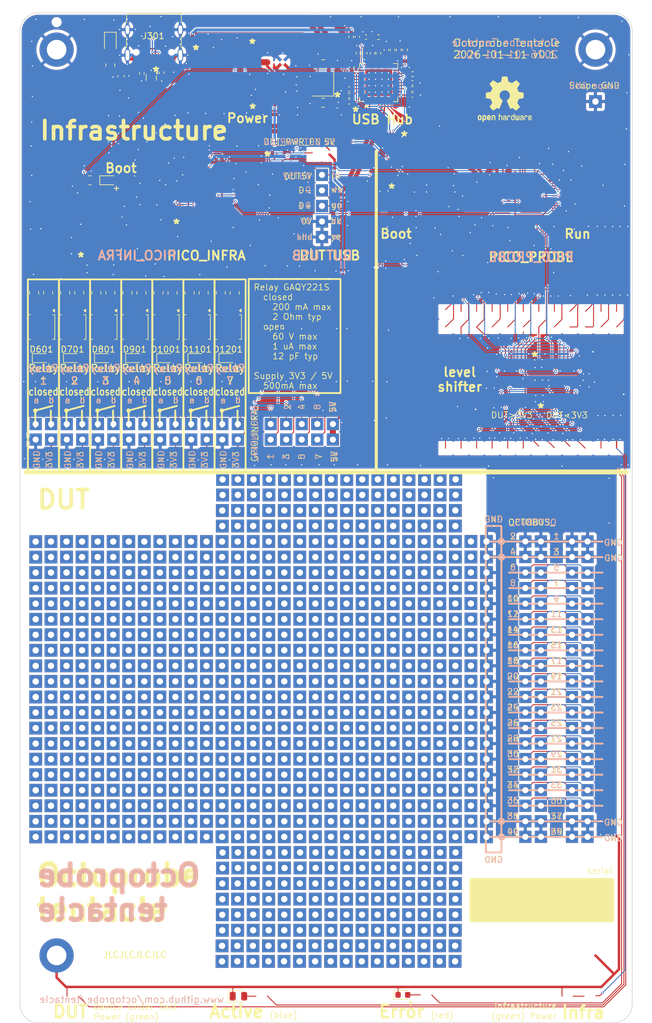
<source format=kicad_pcb>
(kicad_pcb (version 20241229) (generator "pcbnew") (generator_version "9.0")
  (title_block (title "Octoprobe Tentacle") (date "2026-01-11") (rev "0.1") (company "Hans Märki, Märki Informatik") (comment 1 "The MIT License (MIT)"))
  (layers (0 "F.Cu" signal) (2 "B.Cu" signal) (13 "F.Paste" user) (15 "B.Paste" user) (5 "F.SilkS" user "F.Silkscreen") (7 "B.SilkS" user "B.Silkscreen") (1 "F.Mask" user) (3 "B.Mask" user) (25 "Edge.Cuts" user))
  (net 0 "")
  (net 1 "+5Vdut")
  (net 2 "HUB+5V")
  (net 3 "+5Vbuf")
  (net 4 "GND")
  (net 5 "VBUS_DET")
  (net 6 "/USB Hub Chip/RESET")
  (net 7 "/USB Hub Chip/XTALIN")
  (net 8 "/USB Hub Chip/XTALOUT")
  (net 9 "Net-(U302-PLLFILT)")
  (net 10 "+3V3infra")
  (net 11 "+3V3")
  (net 12 "Net-(U302-CRFILT)")
  (net 13 "RELAIS_4")
  (net 14 "Net-(D201-A)")
  (net 15 "Net-(D301-A)")
  (net 16 "RELAIS_5")
  (net 17 "Net-(D101-K)")
  (net 18 "RP2_INFRA_BOOT")
  (net 19 "/USB Hub Chip/USB_UP_D+")
  (net 20 "/USB Hub Chip/USB_UP_D-")
  (net 21 "Net-(D801-A)")
  (net 22 "/USB_DUT_D+")
  (net 23 "RELAIS_1")
  (net 24 "/Relay Breakout/RELAY_OUT_7A")
  (net 25 "Net-(D901-A)")
  (net 26 "RELAIS_2")
  (net 27 "RELAIS_3")
  (net 28 "Net-(D1101-A)")
  (net 29 "Net-(D1201-A)")
  (net 30 "Net-(J301-CC1)")
  (net 33 "Net-(J301-CC2)")
  (net 34 "/USB_DUT_D-")
  (net 35 "Net-(J1302-Pin_18)")
  (net 36 "Net-(J1302-Pin_33)")
  (net 37 "Net-(J1302-Pin_19)")
  (net 38 "Net-(J1302-Pin_16)")
  (net 39 "Net-(J1302-Pin_25)")
  (net 40 "Net-(J1302-Pin_13)")
  (net 41 "Net-(J1302-Pin_34)")
  (net 42 "Net-(J1302-Pin_27)")
  (net 43 "Net-(J1302-Pin_6)")
  (net 44 "Net-(J1302-Pin_5)")
  (net 45 "Net-(J1302-Pin_36)")
  (net 46 "Net-(J1302-Pin_23)")
  (net 47 "Net-(J1302-Pin_22)")
  (net 48 "Net-(J1302-Pin_17)")
  (net 49 "/Relay Breakout/RELAY_OUT_4A")
  (net 50 "/Relay Breakout/RELAY_OUT_2A")
  (net 51 "/Relay Breakout/RELAY_OUT_3B")
  (net 52 "/Relay Breakout/RELAY_OUT_5B")
  (net 53 "/Relay Breakout/RELAY_OUT_6A")
  (net 54 "/Relay Breakout/RELAY_OUT_6B")
  (net 55 "/Relay Breakout/RELAY_OUT_3A")
  (net 56 "/Relay Breakout/RELAY_OUT_2B")
  (net 57 "/Relay Breakout/RELAY_OUT_4B")
  (net 58 "/Relay Breakout/RELAY_OUT_7B")
  (net 59 "/Relay Breakout/RELAY_OUT_1A")
  (net 60 "RELAIS_6")
  (net 61 "/Relay Breakout/RELAY_OUT_5A")
  (net 62 "/Relay Breakout/RELAY_OUT_1B")
  (net 63 "Net-(J1302-Pin_35)")
  (net 64 "Net-(J1302-Pin_30)")
  (net 65 "Net-(J1302-Pin_9)")
  (net 66 "Net-(J1302-Pin_15)")
  (net 67 "Net-(J1302-Pin_11)")
  (net 68 "Net-(J1302-Pin_29)")
  (net 69 "Net-(J1302-Pin_26)")
  (net 70 "Net-(J1302-Pin_21)")
  (net 71 "Net-(J1302-Pin_8)")
  (net 72 "Net-(J1302-Pin_12)")
  (net 73 "Net-(J1302-Pin_24)")
  (net 74 "Net-(J1302-Pin_20)")
  (net 75 "Net-(J1302-Pin_32)")
  (net 76 "Net-(J1302-Pin_28)")
  (net 77 "Net-(J1302-Pin_7)")
  (net 78 "Net-(J1302-Pin_10)")
  (net 79 "/USB Hub Chip/PRT_PWR3")
  (net 80 "/USB Hub Chip/USB_DM4")
  (net 81 "/USB Hub Chip/USB_DP4")
  (net 82 "Net-(J1302-Pin_14)")
  (net 83 "Net-(J1302-Pin_31)")
  (net 84 "Net-(D203-A)")
  (net 85 "RELAIS_7")
  (net 86 "Net-(D601-A)")
  (net 87 "Net-(D701-A)")
  (net 88 "Net-(D1001-A)")
  (net 89 "Net-(R602-Pad2)")
  (net 90 "Net-(R702-Pad2)")
  (net 91 "Net-(R1002-Pad2)")
  (net 92 "Net-(U302-SCL{slash}SMBCLK{slash}CFG_SEL0)")
  (net 93 "Net-(U302-SDA{slash}SMBDATA{slash}NON_REM1)")
  (net 94 "Net-(U302-RBIAS)")
  (net 95 "Net-(U302-SUSP_IND{slash}LOCAL_PWR{slash}NON_REM0)")
  (net 96 "Net-(U302-HS_IND{slash}CFG_SEL1)")
  (net 97 "Net-(U302-OCS_N1)")
  (net 98 "Net-(U302-OCS_N2)")
  (net 99 "Net-(U302-OCS_N3)")
  (net 100 "Net-(U302-OCS_N4)")
  (net 101 "Net-(R802-Pad2)")
  (net 102 "Net-(R902-Pad2)")
  (net 103 "Net-(R1102-Pad2)")
  (net 104 "Net-(R1202-Pad2)")
  (net 105 "/USB Hub Chip/PRT_PWR4")
  (net 106 "Net-(J201-Pin_1)")
  (net 107 "Net-(J201-Pin_2)")
  (net 108 "Net-(J201-Pin_5)")
  (net 109 "Net-(J201-Pin_3)")
  (net 110 "Net-(J201-Pin_6)")
  (net 111 "Net-(J201-Pin_7)")
  (net 112 "Net-(J201-Pin_4)")
  (net 113 "Net-(J201-Pin_8)")
  (net 114 "/USB Hub Chip/USB_DM1")
  (net 115 "/USB_PROBE_D+")
  (net 116 "/USB Hub Chip/USB_DP1")
  (net 117 "/USB_PROBE_D-")
  (net 118 "Net-(D302-I{slash}O1-Pad1)")
  (net 119 "Net-(D302-I{slash}O2-Pad3)")
  (net 120 "_USB_PROBE_D-")
  (net 121 "_USB_PROBE_D+")
  (net 122 "/USB Hub Chip/USB_DP2")
  (net 123 "/USB_INFRA_D+")
  (net 124 "/USB_INFRA_D-")
  (net 125 "/USB Hub Chip/USB_DM2")
  (net 126 "Net-(J202-Pin_2)")
  (net 127 "Net-(J202-Pin_3)")
  (net 128 "/USB Hub Chip/USB_DM3")
  (net 129 "/USB Hub Chip/USB_DP3")
  (net 130 "_USB_INFRA_D+")
  (net 131 "_USB_INFRA_D-")
  (net 132 "Net-(U302-USBDM_UP)")
  (net 133 "Net-(U302-USBDP_UP)")
  (net 134 "RP2_INFRA_PWR_EN")
  (footprint "00_project_library:octoprobe_breakout_PB_NC" (layer "F.Cu") (at 122.26 118.86)
    (property "Reference" "" (hide yes))
    (property "Value" "prototype_NC" (hide yes))
  )
  (footprint "00_project_library:octoprobe_breakout_PB_NC" (layer "F.Cu") (at 127.34 103.632)
    (property "Reference" "" (hide yes))
    (property "Value" "prototype_NC" (hide yes))
  )
  (footprint "00_project_library:octoprobe_breakout_PB_NC" (layer "F.Cu") (at 66.38 118.86)
    (property "Reference" "" (hide yes))
    (property "Value" "prototype_NC" (hide yes))
  )
  (footprint "00_project_library:octoprobe_breakout_PB_NC" (layer "F.Cu") (at 101.94 116.32)
    (property "Reference" "" (hide yes))
    (property "Value" "prototype_NC" (hide yes))
  )
  (footprint "00_project_library:octoprobe_breakout_PB_NC" (layer "F.Cu") (at 114.64 162.052)
    (property "Reference" "" (hide yes))
    (property "Value" "prototype_NC" (hide yes))
  )
  (footprint "00_project_library:octoprobe_breakout_PB_NC" (layer "F.Cu") (at 89.24 111.24)
    (property "Reference" "" (hide yes))
    (property "Value" "prototype_NC" (hide yes))
  )
  (footprint "00_project_library:octoprobe_breakout_PB_NC" (layer "F.Cu") (at 104.48 141.72)
    (property "Reference" "" (hide yes))
    (property "Value" "prototype_NC" (hide yes))
  )
  (footprint "00_project_library:octoprobe_breakout_PB_NC" (layer "F.Cu") (at 63.84 108.7)
    (property "Reference" "" (hide yes))
    (property "Value" "prototype_NC" (hide yes))
  )
  (footprint "Resistor_SMD:R_0402_1005Metric" (layer "F.Cu") (at 120.633 23.3052 -90)
    (property "Reference" "R315" (hide yes))
    (property "Value" "10k")
  )
  (footprint "00_project_library:octoprobe_breakout_PB_NC" (layer "F.Cu") (at 114.636 164.604)
    (property "Reference" "" (hide yes))
    (property "Value" "prototype_NC" (hide yes))
  )
  (footprint "00_project_library:octoprobe_breakout_PB_NC" (layer "F.Cu") (at 99.4 134.1)
    (property "Reference" "" (hide yes))
    (property "Value" "prototype_NC" (hide yes))
  )
  (footprint "00_project_library:octoprobe_breakout_PB_NC" (layer "F.Cu") (at 89.24 129.02)
    (property "Reference" "" (hide yes))
    (property "Value" "prototype_NC" (hide yes))
  )
  (footprint "00_project_library:octoprobe_breakout_PB_NC" (layer "F.Cu") (at 119.72 141.72)
    (property "Reference" "" (hide yes))
    (property "Value" "prototype_NC" (hide yes))
  )
  (footprint "00_project_library:octoprobe_breakout_PB_NC" (layer "F.Cu") (at 112.1 111.24)
    (property "Reference" "" (hide yes))
    (property "Value" "prototype_NC" (hide yes))
  )
  (footprint "00_project_library:octoprobe_breakout_PB_NC" (layer "F.Cu") (at 94.32 123.94)
    (property "Reference" "" (hide yes))
    (property "Value" "prototype_NC" (hide yes))
  )
  (footprint "00_project_library:octoprobe_breakout_PB_NC" (layer "F.Cu") (at 104.48 144.26)
    (property "Reference" "" (hide yes))
    (property "Value" "prototype_NC" (hide yes))
  )
  (footprint "00_project_library:octoprobe_breakout_PB_NC" (layer "F.Cu") (at 91.78 141.72)
    (property "Reference" "" (hide yes))
    (property "Value" "prototype_NC" (hide yes))
  )
  (footprint "00_project_library:octoprobe_breakout_PB_NC" (layer "F.Cu") (at 107.061 96.012)
    (property "Reference" "" (hide yes))
    (property "Value" "prototype_NC" (hide yes))
  )
  (footprint "00_project_library:octoprobe_breakout_PB_NC" (layer "F.Cu") (at 129.921 96.012)
    (property "Reference" "" (hide yes))
    (property "Value" "prototype_NC" (hide yes))
  )
  (footprint "00_project_library:octoprobe_breakout_PB_NC" (layer "F.Cu") (at 122.26 146.8)
    (property "Reference" "" (hide yes))
    (property "Value" "prototype_NC" (hide yes))
  )
  (footprint "00_project_library:octoprobe_breakout_PB_NC" (layer "F.Cu") (at 96.86 126.48)
    (property "Reference" "" (hide yes))
    (property "Value" "prototype_NC" (hide yes))
  )
  (footprint "00_project_library:octoprobe_breakout_PB_NC" (layer "F.Cu") (at 81.62 108.7)
    (property "Reference" "" (hide yes))
    (property "Value" "prototype_NC" (hide yes))
  )
  (footprint "00_project_library:octoprobe_breakout_PB_NC" (layer "F.Cu") (at 76.54 118.86)
    (property "Reference" "" (hide yes))
    (property "Value" "prototype_NC" (hide yes))
  )
  (footprint "00_project_library:octoprobe_breakout_PB_NC" (layer "F.Cu") (at 66.38 123.94)
    (property "Reference" "" (hide yes))
    (property "Value" "prototype_NC" (hide yes))
  )
  (footprint "Crystal:Crystal_SMD_3225-4Pin_3.2x2.5mm" (layer "F.Cu") (at 108.3041 28.7848 90)
    (property "Reference" "Y301" (hide yes))
    (property "Value" "24MHz")
  )
  (footprint "00_project_library:octoprobe_breakout_PB_NC" (layer "F.Cu") (at 109.56 139.18)
    (property "Reference" "" (hide yes))
    (property "Value" "prototype_NC" (hide yes))
  )
  (footprint "00_project_library:octoprobe_breakout_PB_NC" (layer "F.Cu") (at 112.096 167.144)
    (property "Reference" "" (hide yes))
    (property "Value" "prototype_NC" (hide yes))
  )
  (footprint "00_project_library:octoprobe_breakout_PB_NC" (layer "F.Cu") (at 101.94 149.34)
    (property "Reference" "" (hide yes))
    (property "Value" "prototype_NC" (hide yes))
  )
  (footprint "00_project_library:octoprobe_breakout_PB_NC" (layer "F.Cu") (at 61.341 131.572)
    (property "Reference" "" (hide yes))
    (property "Value" "prototype_NC" (hide yes))
  )
  (footprint "00_project_library:octoprobe_breakout_PB_NC" (layer "F.Cu") (at 107.02 151.88)
    (property "Reference" "" (hide yes))
    (property "Value" "prototype_NC" (hide yes))
  )
  (footprint "00_project_library:octoprobe_breakout_PB_NC" (layer "F.Cu") (at 122.26 103.632)
    (property "Reference" "" (hide yes))
    (property "Value" "prototype_NC" (hide yes))
  )
  (footprint "Capacitor_SMD:C_0805_2012Metric" (layer "F.Cu") (at 108.2685 31.9344 180)
    (property "Reference" "C307" (hide yes))
    (property "Value" "18p")
  )
  (footprint "00_project_library:octoprobe_breakout_PB_NC" (layer "F.Cu") (at 91.78 144.26)
    (property "Reference" "" (hide yes))
    (property "Value" "prototype_NC" (hide yes))
  )
  (footprint "00_project_library:octoprobe_breakout_PB_NC" (layer "F.Cu") (at 117.176 164.604)
    (property "Reference" "" (hide yes))
    (property "Value" "prototype_NC" (hide yes))
  )
  (footprint "00_project_library:octoprobe_breakout_PB_NC" (layer "F.Cu") (at 109.56 126.48)
    (property "Reference" "" (hide yes))
    (property "Value" "prototype_NC" (hide yes))
  )
  (footprint "00_project_library:octoprobe_breakout_PB_NC" (layer "F.Cu") (at 91.78 111.24)
    (property "Reference" "" (hide yes))
    (property "Value" "prototype_NC" (hide yes))
  )
  (footprint "00_project_library:octoprobe_breakout_PB_NC" (layer "F.Cu") (at 112.1 129.02)
    (property "Reference" "" (hide yes))
    (property "Value" "prototype_NC" (hide yes))
  )
  (footprint "00_project_library:octoprobe_breakout_PB_NC" (layer "F.Cu") (at 132.417334 123.924687)
    (property "Reference" "" (hide yes))
    (property "Value" "prototype_NC" (hide yes))
  )
  (footprint "00_project_library:octoprobe_breakout_PB_NC" (layer "F.Cu") (at 99.396 167.144)
    (property "Reference" "" (hide yes))
    (property "Value" "prototype_NC" (hide yes))
  )
  (footprint "00_project_library:octoprobe_breakout_PB_NC" (layer "F.Cu") (at 114.64 123.94)
    (property "Reference" "" (hide yes))
    (property "Value" "prototype_NC" (hide yes))
  )
  (footprint "00_project_library:octoprobe_breakout_PB_NC" (layer "F.Cu") (at 124.8 101.092)
    (property "Reference" "" (hide yes))
    (property "Value" "prototype_NC" (hide yes))
  )
  (footprint "00_project_library:octoprobe_breakout_PB_NC" (layer "F.Cu") (at 81.62 121.4)
    (property "Reference" "" (hide yes))
    (property "Value" "prototype_NC" (hide yes))
  )
  (footprint "00_project_library:octoprobe_breakout_PB_NC" (layer "F.Cu") (at 109.56 103.632)
    (property "Reference" "" (hide yes))
    (property "Value" "prototype_NC" (hide yes))
  )
  (footprint "00_project_library:octoprobe_breakout_PB_NC" (layer "F.Cu") (at 112.055 172.224)
    (property "Reference" "" (hide yes))
    (property "Value" "prototype_NC" (hide yes))
  )
  (footprint "Capacitor_SMD:C_0402_1005Metric" (layer "F.Cu") (at 112.539 31.782 180)
    (property "Reference" "C301" (hide yes))
    (property "Value" "100n")
  )
  (footprint "00_project_library:octoprobe_breakout_PB_NC" (layer "F.Cu") (at 63.84 141.72)
    (property "Reference" "" (hide yes))
    (property "Value" "prototype_NC" (hide yes))
  )
  (footprint "00_project_library:octoprobe_breakout_PB_NC" (layer "F.Cu") (at 99.4 151.88)
    (property "Reference" "" (hide yes))
    (property "Value" "prototype_NC" (hide yes))
  )
  (footprint "00_project_library:octoprobe_breakout_PB_NC" (layer "F.Cu") (at 101.94 126.48)
    (property "Reference" "" (hide yes))
    (property "Value" "prototype_NC" (hide yes))
  )
  (footprint "00_project_library:octoprobe_breakout_PB_NC" (layer "F.Cu") (at 71.46 136.64)
    (property "Reference" "" (hide yes))
    (property "Value" "prototype_NC" (hide yes))
  )
  (footprint "00_project_library:octoprobe_breakout_PB_NC" (layer "F.Cu") (at 84.16 146.8)
    (property "Reference" "" (hide yes))
    (property "Value" "prototype_NC" (hide yes))
  )
  (footprint "00_project_library:octoprobe_breakout_PB_NC" (layer "F.Cu") (at 129.88 159.512)
    (property "Reference" "" (hide yes))
    (property "Value" "prototype_NC" (hide yes))
  )
  (footprint "00_project_library:octoprobe_breakout_PB_NC" (layer "F.Cu") (at 76.54 131.56)
    (property "Reference" "" (hide yes))
    (property "Value" "prototype_NC" (hide yes))
  )
  (footprint "00_project_library:octoprobe_breakout_PB_NC" (layer "F.Cu") (at 86.7 116.32)
    (property "Reference" "" (hide yes))
    (property "Value" "prototype_NC" (hide yes))
  )
  (footprint "00_project_library:octoprobe_breakout_PB_NC" (layer "F.Cu") (at 94.32 116.32)
    (property "Reference" "" (hide yes))
    (property "Value" "prototype_NC" (hide yes))
  )
  (footprint "00_project_library:octoprobe_breakout_PB" (layer "F.Cu") (at 134.96 141.72)
    (property "Reference" "" (hide yes))
    (property "Value" "prototype_GND" (hide yes))
  )
  (footprint "00_project_library:octoprobe_breakout_PB_NC" (layer "F.Cu") (at 104.48 146.8)
    (property "Reference" "" (hide yes))
    (property "Value" "prototype_NC" (hide yes))
  )
  (footprint "00_project_library:octoprobe_breakout_PB_NC" (layer "F.Cu") (at 104.521 154.432)
    (property "Reference" "" (hide yes))
    (property "Value" "prototype_NC" (hide yes))
  )
  (footprint "00_project_library:octoprobe_breakout_PB_NC" (layer "F.Cu") (at 68.92 146.8)
    (property "Reference" "" (hide yes))
    (property "Value" "prototype_NC" (hide yes))
  )
  (footprint "00_project_library:octoprobe_breakout_PB_NC" (layer "F.Cu") (at 63.84 116.32)
    (property "Reference" "" (hide yes))
    (property "Value" "prototype_NC" (hide yes))
  )
  (footprint "00_project_library:octoprobe_breakout_PB_NC" (layer "F.Cu") (at 71.46 123.94)
    (property "Reference" "" (hide yes))
    (property "Value" "prototype_NC" (hide yes))
  )
  (footprint "00_project_library:octoprobe_breakout_PB_NC" (layer "F.Cu") (at 71.46 129.02)
    (property "Reference" "" (hide yes))
    (property "Value" "prototype_NC" (hide yes))
  )
  (footprint "00_project_library:octoprobe_breakout_PB_NC" (layer "F.Cu") (at 117.18 121.4)
    (property "Reference" "" (hide yes))
    (property "Value" "prototype_NC" (hide yes))
  )
  (footprint "00_project_library:octoprobe_breakout_PB_NC" (layer "F.Cu") (at 94.32 136.64)
    (property "Reference" "" (hide yes))
    (property "Value" "prototype_NC" (hide yes))
  )
  (footprint "00_project_library:octoprobe_breakout_PB_NC" (layer "F.Cu") (at 99.4 123.94)
    (property "Reference" "" (hide yes))
    (property "Value" "prototype_NC" (hide yes))
  )
  (footprint "00_project_library:octoprobe_breakout_PB_NC" (layer "F.Cu") (at 89.24 113.78)
    (property "Reference" "" (hide yes))
    (property "Value" "prototype_NC" (hide yes))
  )
  (footprint "00_project_library:octoprobe_breakout_PB_NC" (layer "F.Cu") (at 63.84 121.4)
    (property "Reference" "" (hide yes))
    (property "Value" "prototype_NC" (hide yes))
  )
  (footprint "00_project_library:octoprobe_breakout_PB_NC" (layer "F.Cu") (at 129.88 129.02)
    (property "Reference" "" (hide yes))
    (property "Value" "prototype_NC" (hide yes))
  )
  (footprint "00_project_library:octoprobe_breakout_PB_NC" (layer "F.Cu") (at 112.1 159.512)
    (property "Reference" "" (hide yes))
    (property "Value" "prototype_NC" (hide yes))
  )
  (footprint "00_project_library:octoprobe_breakout_PB_NC" (layer "F.Cu") (at 94.32 134.1)
    (property "Reference" "" (hide yes))
    (property "Value" "prototype_NC" (hide yes))
  )
  (footprint "00_project_library:octoprobe_breakout_PB_NC" (layer "F.Cu") (at 84.16 118.86)
    (property "Reference" "" (hide yes))
    (property "Value" "prototype_NC" (hide yes))
  )
  (footprint "00_project_library:octoprobe_breakout_PB_NC" (layer "F.Cu") (at 81.62 144.26)
    (property "Reference" "" (hide yes))
    (property "Value" "prototype_NC" (hide yes))
  )
  (footprint "00_project_library:octoprobe_breakout_PB_NC" (layer "F.Cu") (at 101.94 108.7)
    (property "Reference" "" (hide yes))
    (property "Value" "prototype_NC" (hide yes))
  )
  (footprint "00_project_library:octoprobe_breakout_PB_NC" (layer "F.Cu") (at 122.26 149.34)
    (property "Reference" "" (hide yes))
    (property "Value" "prototype_NC" (hide yes))
  )
  (footprint "Resistor_SMD:R_0402_1005Metric" (layer "F.Cu") (at 115.0704 23.8386 90)
    (property "Reference" "R306" (hide yes))
    (property "Value" "100k")
  )
  (footprint "00_project_library:octoprobe_breakout_PB_NC" (layer "F.Cu") (at 112.1 131.56)
    (property "Reference" "" (hide yes))
    (property "Value" "prototype_NC" (hide yes))
  )
  (footprint "00_project_library:octoprobe_breakout_PB_NC" (layer "F.Cu") (at 107.02 136.64)
    (property "Reference" "" (hide yes))
    (property "Value" "prototype_NC" (hide yes))
  )
  (footprint "Resistor_SMD:R_0402_1005Metric" (layer "F.Cu") (at 119.617 23.3052 -90)
    (property "Reference" "R308" (hide yes))
    (property "Value" "100k")
  )
  (footprint "00_project_library:PinSocket_2x14_P2.54mm_Vertical_squarepad" (layer "F.Cu") (at 61.34005 84.4325 90)
    (property "Reference" "J501" (hide yes))
    (property "Value" "Conn_02x20")
  )
  (footprint "00_project_library:octoprobe_breakout_PB_NC" (layer "F.Cu") (at 71.46 108.7)
    (property "Reference" "" (hide yes))
    (property "Value" "prototype_NC" (hide yes))
  )
  (footprint "00_project_library:octoprobe_breakout_PB_NC" (layer "F.Cu") (at 109.56 116.32)
    (property "Reference" "" (hide yes))
    (property "Value" "prototype_NC" (hide yes))
  )
  (footprint "Resistor_SMD:R_0805_2012Metric" (layer "F.Cu") (at 73.53205 62.993 -90)
    (property "Reference" "R802" (hide yes))
    (property "Value" "390")
  )
  (footprint "00_project_library:octoprobe_breakout_PB_NC" (layer "F.Cu") (at 117.221 93.472)
    (property "Reference" "" (hide yes))
    (property "Value" "prototype_NC" (hide yes))
  )
  (footprint "00_project_library:octoprobe_breakout_PB" (layer "F.Cu") (at 134.96 146.8)
    (property "Reference" "" (hide yes))
    (property "Value" "prototype_GND" (hide yes))
  )
  (footprint "00_project_library:octoprobe_breakout_PB_NC" (layer "F.Cu") (at 63.84 149.34)
    (property "Reference" "" (hide yes))
    (property "Value" "prototype_NC" (hide yes))
  )
  (footprint "00_project_library:octoprobe_breakout_PB_NC" (layer "F.Cu") (at 107.02 121.4)
    (property "Reference" "" (hide yes))
    (property "Value" "prototype_NC" (hide yes))
  )
  (footprint "00_project_library:octoprobe_breakout_PB_NC" (layer "F.Cu") (at 74 103.632)
    (property "Reference" "" (hide yes))
    (property "Value" "prototype_NC" (hide yes))
  )
  (footprint "00_project_library:octoprobe_breakout_PB_NC" (layer "F.Cu") (at 99.4 101.092)
    (property "Reference" "" (hide yes))
    (property "Value" "prototype_NC" (hide yes))
  )
  (footprint "00_project_library:octoprobe_breakout_PB_NC" (layer "F.Cu") (at 68.92 116.32)
    (property "Reference" "" (hide yes))
    (property "Value" "prototype_NC" (hide yes))
  )
  (footprint "00_project_library:octoprobe_breakout_PB_NC" (layer "F.Cu") (at 91.776 169.696)
    (property "Reference" "" (hide yes))
    (property "Value" "prototype_NC" (hide yes))
  )
  (footprint "00_project_library:octoprobe_breakout_PB_NC" (layer "F.Cu") (at 124.796 164.604)
    (property "Reference" "" (hide yes))
    (property "Value" "prototype_NC" (hide yes))
  )
  (footprint "00_project_library:octoprobe_breakout_PB_NC" (layer "F.Cu") (at 74 106.172)
    (property "Reference" "" (hide yes))
    (property "Value" "prototype_NC" (hide yes))
  )
  (footprint "00_project_library:octoprobe_breakout_PB_NC" (layer "F.Cu") (at 91.78 131.56)
    (property "Reference" "" (hide yes))
    (property "Value" "prototype_NC" (hide yes))
  )
  (footprint "00_project_library:octoprobe_breakout_PB_NC" (layer "F.Cu") (at 112.141 156.972)
    (property "Reference" "" (hide yes))
    (property "Value" "prototype_NC" (hide yes))
  )
  (footprint "00_project_library:octoprobe_breakout_PB_NC" (layer "F.Cu") (at 91.821 162.064)
    (property "Reference" "" (hide yes))
    (property "Value" "prototype_NC" (hide yes))
  )
  (footprint "00_project_library:octoprobe_breakout_PB_NC" (layer "F.Cu") (at 96.815 169.684)
    (property "Reference" "" (hide yes))
    (property "Value" "prototype_NC" (hide yes))
  )
  (footprint "00_project_library:SOP-4_4.4x4.3mm_P2.54mm" (layer "F.Cu") (at 82.62525 68.581 -90)
    (property "Reference" "U1001" (hide yes))
    (property "Value" "GAQY221S")
  )
  (footprint "00_project_library:octoprobe_breakout_PB_NC" (layer "F.Cu") (at 89.24 126.48)
    (property "Reference" "" (hide yes))
    (property "Value" "prototype_NC" (hide yes))
  )
  (footprint "00_project_library:octoprobe_breakout_PB_NC" (layer "F.Cu") (at 109.56 134.1)
    (property "Reference" "" (hide yes))
    (property "Value" "prototype_NC" (hide yes))
  )
  (footprint "00_project_library:octoprobe_breakout_PB_NC" (layer "F.Cu") (at 99.4 121.4)
    (property "Reference" "" (hide yes))
    (property "Value" "prototype_NC" (hide yes))
  )
  (footprint "00_project_library:octoprobe_breakout_PB_NC" (layer "F.Cu") (at 79.08 116.32)
    (property "Reference" "" (hide yes))
    (property "Value" "prototype_NC" (hide yes))
  )
  (footprint "00_project_library:octoprobe_breakout_PB_NC" (layer "F.Cu") (at 74 144.26)
    (property "Reference" "" (hide yes))
    (property "Value" "prototype_NC" (hide yes))
  )
  (footprint "00_project_library:octoprobe_breakout_PB_NC" (layer "F.Cu") (at 71.46 113.78)
    (property "Reference" "" (hide yes))
    (property "Value" "prototype_NC" (hide yes))
  )
  (footprint "00_project_library:octoprobe_breakout_PB_NC" (layer "F.Cu") (at 81.62 141.72)
    (property "Reference" "" (hide yes))
    (property "Value" "prototype_NC" (hide yes))
  )
  (footprint "00_project_library:octoprobe_breakout_PB_NC" (layer "F.Cu") (at 101.981 96.012)
    (property "Reference" "" (hide yes))
    (property "Value" "prototype_NC" (hide yes))
  )
  (footprint "00_project_library:octoprobe_breakout_PB_NC" (layer "F.Cu") (at 119.72 103.632)
    (property "Reference" "" (hide yes))
    (property "Value" "prototype_NC" (hide yes))
  )
  (footprint "00_project_library:octoprobe_breakout_PB_NC" (layer "F.Cu") (at 129.88 144.26)
    (property "Reference" "" (hide yes))
    (property "Value" "prototype_NC" (hide yes))
  )
  (footprint "00_project_library:octoprobe_breakout_PB_NC" (layer "F.Cu") (at 132.417334 144.244687)
    (property "Reference" "" (hide yes))
    (property "Value" "prototype_NC" (hide yes))
  )
  (footprint "00_project_library:octoprobe_relay" (layer "F.Cu") (at 90.55005 92.0425)
    (property "Reference" "UR1201" (hide yes))
    (property "Value" "7")
  )
  (footprint "00_project_library:octoprobe_relay" (layer "F.Cu") (at 80.39005 92.0425)
    (property "Reference" "UR1001" (hide yes))
    (property "Value" "5")
  )
  (footprint "00_project_library:octoprobe_breakout_PB_NC" (layer "F.Cu") (at 124.8 151.88)
    (property "Reference" "" (hide yes))
    (property "Value" "prototype_NC" (hide yes))
  )
  (footprint "00_project_library:octoprobe_breakout_PB_NC" (layer "F.Cu") (at 84.16 149.34)
    (property "Reference" "" (hide yes))
    (property "Value" "prototype_NC" (hide yes))
  )
  (footprint "00_project_library:octoprobe_breakout_PB_NC" (layer "F.Cu") (at 124.8 106.172)
    (property "Reference" "" (hide yes))
    (property "Value" "prototype_NC" (hide yes))
  )
  (footprint "00_project_library:octoprobe_breakout_PB_NC" (layer "F.Cu") (at 127.34 129.02)
    (property "Reference" "" (hide yes))
    (property "Value" "prototype_NC" (hide yes))
  )
  (footprint "00_project_library:octoprobe_breakout_PB_NC" (layer "F.Cu") (at 132.417334 139.164687)
    (property "Reference" "" (hide yes))
    (property "Value" "prototype_NC" (hide yes))
  )
  (footprint "00_project_library:octoprobe_breakout_PB_NC" (layer "F.Cu") (at 122.26 121.4)
    (property "Reference" "" (hide yes))
    (property "Value" "prototype_NC" (hide yes))
  )
  (footprint "00_project_library:octoprobe_breakout_PB_NC" (layer "F.Cu") (at 124.8 131.56)
    (property "Reference" "" (hide yes))
    (property "Value" "prototype_NC" (hide yes))
  )
  (footprint "00_project_library:octoprobe_breakout_PB_NC" (layer "F.Cu") (at 127.381 96.012)
    (property "Reference" "" (hide yes))
    (property "Value" "prototype_NC" (hide yes))
  )
  (footprint "00_project_library:octoprobe_breakout_PB_NC" (layer "F.Cu") (at 86.7 113.78)
    (property "Reference" "" (hide yes))
    (property "Value" "prototype_NC" (hide yes))
  )
  (footprint "00_project_library:octoprobe_breakout_PB_NC" (layer "F.Cu") (at 107.02 139.18)
    (property "Reference" "" (hide yes))
    (property "Value" "prototype_NC" (hide yes))
  )
  (footprint "00_project_library:octoprobe_breakout_PB_NC" (layer "F.Cu") (at 122.26 129.02)
    (property "Reference" "" (hide yes))
    (property "Value" "prototype_NC" (hide yes))
  )
  (footprint "00_project_library:octoprobe_breakout_PB_NC" (layer "F.Cu") (at 81.62 129.02)
    (property "Reference" "" (hide yes))
    (property "Value" "prototype_NC" (hide yes))
  )
  (footprint "00_project_library:octoprobe_breakout_PB_NC" (layer "F.Cu") (at 107.02 149.34)
    (property "Reference" "" (hide yes))
    (property "Value" "prototype_NC" (hide yes))
  )
  (footprint "00_project_library:octoprobe_breakout_PB_NC" (layer "F.Cu") (at 101.94 136.64)
    (property "Reference" "" (hide yes))
    (property "Value" "prototype_NC" (hide yes))
  )
  (footprint "00_project_library:octoprobe_breakout_PB_NC" (layer "F.Cu") (at 96.86 101.092)
    (property "Reference" "" (hide yes))
    (property "Value" "prototype_NC" (hide yes))
  )
  (footprint "00_project_library:octoprobe_breakout_PB_NC" (layer "F.Cu") (at 104.48 136.64)
    (property "Reference" "" (hide yes))
    (property "Value" "prototype_NC" (hide yes))
  )
  (footprint "00_project_library:octoprobe_breakout_PB_NC" (layer "F.Cu") (at 94.361 156.972)
    (property "Reference" "" (hide yes))
    (property "Value" "prototype_NC" (hide yes))
  )
  (footprint "MountingHole:MountingHole_3.2mm_M3_DIN965_Pad" (layer "F.Cu") (at 64.76 171.26)
    (property "Reference" "H1307" (hide yes))
    (property "Value" "octoprobe_MountingHole")
  )
  (footprint "00_project_library:octoprobe_breakout_PB_NC" (layer "F.Cu") (at 89.24 131.56)
    (property "Reference" "" (hide yes))
    (property "Value" "prototype_NC" (hide yes))
  )
  (footprint "00_project_library:octoprobe_breakout_PB_NC" (layer "F.Cu") (at 104.48 113.78)
    (property "Reference" "" (hide yes))
    (property "Value" "prototype_NC" (hide yes))
  )
  (footprint "00_project_library:octoprobe_breakout_PB_NC" (layer "F.Cu") (at 66.38 113.78)
    (property "Reference" "" (hide yes))
    (property "Value" "prototype_NC" (hide yes))
  )
  (footprint "00_project_library:octoprobe_breakout_PB_NC" (layer "F.Cu") (at 76.54 121.4)
    (property "Reference" "" (hide yes))
    (property "Value" "prototype_NC" (hide yes))
  )
  (footprint "00_project_library:octoprobe_breakout_PB_NC" (layer "F.Cu") (at 71.46 134.1)
    (property "Reference" "" (hide yes))
    (property "Value" "prototype_NC" (hide yes))
  )
  (footprint "00_project_library:octoprobe_breakout_PB_NC" (layer "F.Cu") (at 104.48 121.4)
    (property "Reference" "" (hide yes))
    (property "Value" "prototype_NC" (hide yes))
  )
  (footprint "00_project_library:octoprobe_breakout_PB_NC" (layer "F.Cu") (at 91.776 172.236)
    (property "Reference" "" (hide yes))
    (property "Value" "prototype_NC" (hide yes))
  )
  (footprint "00_project_library:octoprobe_breakout_PB_NC" (layer "F.Cu") (at 99.4 106.172)
    (property "Reference" "" (hide yes))
    (property "Value" "prototype_NC" (hide yes))
  )
  (footprint "00_project_library:octoprobe_breakout_PB_NC" (layer "F.Cu") (at 117.18 103.632)
    (property "Reference" "" (hide yes))
    (property "Value" "prototype_NC" (hide yes))
  )
  (footprint "00_project_library:octoprobe_breakout_PB_NC" (layer "F.Cu") (at 101.94 98.552)
    (property "Reference" "" (hide yes))
    (property "Value" "prototype_NC" (hide yes))
  )
  (footprint "00_project_library:octoprobe_breakout_PB_NC" (layer "F.Cu") (at 132.417334 108.684687)
    (property "Reference" "" (hide yes))
    (property "Value" "prototype_NC" (hide yes))
  )
  (footprint "00_project_library:octoprobe_breakout_PB_NC" (layer "F.Cu") (at 76.54 126.48)
    (property "Reference" "" (hide yes))
    (property "Value" "prototype_NC" (hide yes))
  )
  (footprint "Resistor_SMD:R_0805_2012Metric" (layer "F.Cu") (at 66.16605 62.993 90)
    (property "Reference" "R701" (hide yes))
    (property "Value" "2k2")
  )
  (footprint "00_project_library:octoprobe_breakout_PB_NC" (layer "F.Cu") (at 99.441 93.472)
    (property "Reference" "" (hide yes))
    (property "Value" "prototype_NC" (hide yes))
  )
  (footprint "00_project_library:octoprobe_breakout_PB_NC" (layer "F.Cu") (at 132.417334 113.764687)
    (property "Reference" "" (hide yes))
    (property "Value" "prototype_NC" (hide yes))
  )
  (footprint "00_project_library:octoprobe_breakout_PB_NC" (layer "F.Cu") (at 114.64 101.092)
    (property "Reference" "" (hide yes))
    (property "Value" "prototype_NC" (hide yes))
  )
  (footprint "00_project_library:octoprobe_breakout_PB_NC" (layer "F.Cu") (at 91.78 134.1)
    (property "Reference" "" (hide yes))
    (property "Value" "prototype_NC" (hide yes))
  )
  (footprint "00_project_library:octoprobe_NetTie_USB_Differential" (layer "F.Cu") (at 120.190415 33.830415 -45)
    (property "Reference" "NT101" (hide yes))
    (property "Value" "octoprobe_NetTie_USB_Differential" (hide yes))
  )
  (footprint "00_project_library:octoprobe_breakout_PB_NC" (layer "F.Cu") (at 107.02 129.02)
    (property "Reference" "" (hide yes))
    (property "Value" "prototype_NC" (hide yes))
  )
  (footprint "00_project_library:octoprobe_breakout_PB_NC" (layer "F.Cu") (at 76.54 106.172)
    (property "Reference" "" (hide yes))
    (property "Value" "prototype_NC" (hide yes))
  )
  (footprint "00_project_library:octoprobe_breakout_PB_NC" (layer "F.Cu") (at 96.86 134.1)
    (property "Reference" "" (hide yes))
    (property "Value" "prototype_NC" (hide yes))
  )
  (footprint "00_project_library:octoprobe_breakout_PB_NC" (layer "F.Cu") (at 84.16 123.94)
    (property "Reference" "" (hide yes))
    (property "Value" "prototype_NC" (hide yes))
  )
  (footprint "00_project_library:octoprobe_breakout_PB_NC" (layer "F.Cu") (at 132.417334 134.084687)
    (property "Reference" "" (hide yes))
    (property "Value" "prototype_NC" (hide yes))
  )
  (footprint "00_project_library:octoprobe_breakout_PB_NC" (layer "F.Cu") (at 66.38 108.7)
    (property "Reference" "" (hide yes))
    (property "Value" "prototype_NC" (hide yes))
  )
  (footprint "00_project_library:octoprobe_breakout_PB_NC" (layer "F.Cu") (at 117.18 129.02)
    (property "Reference" "" (hide yes))
    (property "Value" "prototype_NC" (hide yes))
  )
  (footprint "00_project_library:LED_0603_1608Metric" (layer "F.Cu") (at 77.51995 73.661)
    (property "Reference" "D901")
    (property "Value" "white")
  )
  (footprint "00_project_library:octoprobe_breakout_PB_NC" (layer "F.Cu") (at 109.56 141.72)
    (property "Reference" "" (hide yes))
    (property "Value" "prototype_NC" (hide yes))
  )
  (footprint "00_project_library:octoprobe_breakout_PB_NC" (layer "F.Cu") (at 129.921 156.972)
    (property "Reference" "" (hide yes))
    (property "Value" "prototype_NC" (hide yes))
  )
  (footprint "00_project_library:octoprobe_breakout_PB_NC" (layer "F.Cu") (at 112.1 121.4)
    (property "Reference" "" (hide yes))
    (property "Value" "prototype_NC" (hide yes))
  )
  (footprint "00_project_library:octoprobe_breakout_PB_NC" (layer "F.Cu") (at 109.515 169.684)
    (property "Reference" "" (hide yes))
    (property "Value" "prototype_NC" (hide yes))
  )
  (footprint "00_project_library:octoprobe_breakout_PB_NC" (layer "F.Cu") (at 71.46 121.4)
    (property "Reference" "" (hide yes))
    (property "Value" "prototype_NC" (hide yes))
  )
  (footprint "00_project_library:octoprobe_breakout_PB_NC" (layer "F.Cu") (at 104.48 126.48)
    (property "Reference" "" (hide yes))
    (property "Value" "prototype_NC" (hide yes))
  )
  (footprint "00_project_library:octoprobe_breakout_PB_NC" (layer "F.Cu") (at 61.341 141.732)
    (property "Reference" "" (hide yes))
    (property "Value" "prototype_NC" (hide yes))
  )
  (footprint "00_project_library:octoprobe_breakout_PB_NC" (layer "F.Cu") (at 127.34 162.052)
    (property "Reference" "" (hide yes))
    (property "Value" "prototype_NC" (hide yes))
  )
  (footprint "00_project_library:octoprobe_breakout_PB_NC" (layer "F.Cu") (at 124.841 93.472)
    (property "Reference" "" (hide yes))
    (property "Value" "prototype_NC" (hide yes))
  )
  (footprint "00_project_library:octoprobe_breakout_PB_NC" (layer "F.Cu") (at 61.341 118.872)
    (property "Reference" "" (hide yes))
    (property "Value" "prototype_NC" (hide yes))
  )
  (footprint "00_project_library:octoprobe_breakout_PB_NC" (layer "F.Cu") (at 101.94 139.18)
    (property "Reference" "" (hide yes))
    (property "Value" "prototype_NC" (hide yes))
  )
  (footprint "00_project_library:octoprobe_breakout_PB_NC" (layer "F.Cu") (at 66.38 136.64)
    (property "Reference" "" (hide yes))
    (property "Value" "prototype_NC" (hide yes))
  )
  (footprint "00_project_library:octoprobe_breakout_PB_NC" (layer "F.Cu") (at 127.34 141.72)
    (property "Reference" "" (hide yes))
    (property "Value" "prototype_NC" (hide yes))
  )
  (footprint "Capacitor_SMD:C_0402_1005Metric" (layer "F.Cu") (at 112.539 29.6992 180)
    (property "Reference" "C309" (hide yes))
    (property "Value" "100n")
  )
  (footprint "00_project_library:octoprobe_breakout_PB_NC" (layer "F.Cu") (at 114.64 134.1)
    (property "Reference" "" (hide yes))
    (property "Value" "prototype_NC" (hide yes))
  )
  (footprint "00_project_library:octoprobe_breakout_PB_NC" (layer "F.Cu") (at 99.4 129.02)
    (property "Reference" "" (hide yes))
    (property "Value" "prototype_NC" (hide yes))
  )
  (footprint "00_project_library:octoprobe_breakout_PB_NC" (layer "F.Cu") (at 129.88 123.94)
    (property "Reference" "" (hide yes))
    (property "Value" "prototype_NC" (hide yes))
  )
  (footprint "00_project_library:octoprobe_breakout_PB_NC" (layer "F.Cu") (at 94.32 162.052)
    (property "Reference" "" (hide yes))
    (property "Value" "prototype_NC" (hide yes))
  )
  (footprint "00_project_library:octoprobe_breakout_PB_NC" (layer "F.Cu") (at 114.64 149.34)
    (property "Reference" "" (hide yes))
    (property "Value" "prototype_NC" (hide yes))
  )
  (footprint "00_project_library:octoprobe_breakout_PB_NC" (layer "F.Cu") (at 109.56 108.7)
    (property "Reference" "" (hide yes))
    (property "Value" "prototype_NC" (hide yes))
  )
  (footprint "00_project_library:octoprobe_breakout_PB_NC" (layer "F.Cu") (at 89.24 146.8)
    (property "Reference" "" (hide yes))
    (property "Value" "prototype_NC" (hide yes))
  )
  (footprint "Resistor_SMD:R_0402_1005Metric" (layer "F.Cu") (at 117.331 21.2224)
    (property "Reference" "R304" (hide yes))
    (property "Value" "100k")
  )
  (footprint "00_project_library:octoprobe_breakout_PB_NC" (layer "F.Cu") (at 117.18 98.552)
    (property "Reference" "" (hide yes))
    (property "Value" "prototype_NC" (hide yes))
  )
  (footprint "00_project_library:octoprobe_breakout_PB_NC" (layer "F.Cu") (at 89.24 134.1)
    (property "Reference" "" (hide yes))
    (property "Value" "prototype_NC" (hide yes))
  )
  (footprint "00_project_library:octoprobe_breakout_PB_NC" (layer "F.Cu") (at 127.34 139.18)
    (property "Reference" "" (hide yes))
    (property "Value" "prototype_NC" (hide yes))
  )
  (footprint "00_project_library:octoprobe_breakout_PB_NC" (layer "F.Cu") (at 132.417334 103.616687)
    (property "Reference" "" (hide yes))
    (property "Value" "prototype_NC" (hide yes))
  )
  (footprint "00_project_library:octoprobe_breakout_PB_NC" (layer "F.Cu") (at 99.4 118.86)
    (property "Reference" "" (hide yes))
    (property "Value" "prototype_NC" (hide yes))
  )
  (footprint "00_project_library:octoprobe_breakout_PB_NC" (layer "F.Cu") (at 86.7 106.172)
    (property "Reference" "" (hide yes))
    (property "Value" "prototype_NC" (hide yes))
  )
  (footprint "00_project_library:octoprobe_breakout_PB_NC" (layer "F.Cu") (at 61.341 129.032)
    (property "Reference" "" (hide yes))
    (property "Value" "prototype_NC" (hide yes))
  )
  (footprint "00_project_library:octoprobe_breakout_PB_NC" (layer "F.Cu") (at 96.86 116.32)
    (property "Reference" "" (hide yes))
    (property "Value" "prototype_NC" (hide yes))
  )
  (footprint "00_project_library:octoprobe_breakout_PB_NC" (layer "F.Cu") (at 94.32 118.86)
    (property "Reference" "" (hide yes))
    (property "Value" "prototype_NC" (hide yes))
  )
  (footprint "00_project_library:octoprobe_breakout_PB_NC" (layer "F.Cu") (at 61.341 134.112)
    (property "Reference" "" (hide yes))
    (property "Value" "prototype_NC" (hide yes))
  )
  (footprint "00_project_library:octoprobe_breakout_PB_NC" (layer "F.Cu") (at 99.4 141.72)
    (property "Reference" "" (hide yes))
    (property "Value" "prototype_NC" (hide yes))
  )
  (footprint "00_project_library:octoprobe_breakout_PB_NC" (layer "F.Cu") (at 91.78 108.7)
    (property "Reference" "" (hide yes))
    (property "Value" "prototype_NC" (hide yes))
  )
  (footprint "00_project_library:octoprobe_breakout_PB_NC" (layer "F.Cu") (at 63.84 151.88)
    (property "Reference" "" (hide yes))
    (property "Value" "prototype_NC" (hide yes))
  )
  (footprint "00_project_library:octoprobe_breakout_PB_NC" (layer "F.Cu") (at 101.895 169.684)
    (property "Reference" "" (hide yes))
    (property "Value" "prototype_NC" (hide yes))
  )
  (footprint "00_project_library:octoprobe_breakout_PB_NC" (layer "F.Cu") (at 104.48 131.56)
    (property "Reference" "" (hide yes))
    (property "Value" "prototype_NC" (hide yes))
  )
  (footprint "00_project_library:octoprobe_breakout_PB_NC" (layer "F.Cu") (at 81.62 131.56)
    (property "Reference" "" (hide yes))
    (property "Value" "prototype_NC" (hide yes))
  )
  (footprint "00_project_library:octoprobe_breakout_PB_NC" (layer "F.Cu") (at 94.32 149.34)
    (property "Reference" "" (hide yes))
    (property "Value" "prototype_NC" (hide yes))
  )
  (footprint "Resistor_SMD:R_0805_2012Metric" (layer "F.Cu") (at 73.533 25.781 -90)
    (property "Reference" "R301" (hide yes))
    (property "Value" "4K7")
  )
  (footprint "00_project_library:octoprobe_breakout_PB_NC" (layer "F.Cu") (at 114.64 103.632)
    (property "Reference" "" (hide yes))
    (property "Value" "prototype_NC" (hide yes))
  )
  (footprint "00_project_library:octoprobe_breakout_PB_NC" (layer "F.Cu") (at 124.8 146.8)
    (property "Reference" "" (hide yes))
    (property "Value" "prototype_NC" (hide yes))
  )
  (footprint "00_project_library:octoprobe_breakout_PB_NC" (layer "F.Cu") (at 114.64 116.32)
    (property "Reference" "" (hide yes))
    (property "Value" "prototype_NC" (hide yes))
  )
  (footprint "00_project_library:octoprobe_breakout_PB_NC" (layer "F.Cu") (at 109.601 154.432)
    (property "Reference" "" (hide yes))
    (property "Value" "prototype_NC" (hide yes))
  )
  (footprint "00_project_library:octoprobe_breakout_PB_NC" (layer "F.Cu") (at 89.24 149.34)
    (property "Reference" "" (hide yes))
    (property "Value" "prototype_NC" (hide yes))
  )
  (footprint "00_project_library:octoprobe_breakout_PB_NC" (layer "F.Cu") (at 99.4 146.8)
    (property "Reference" "" (hide yes))
    (property "Value" "prototype_NC" (hide yes))
  )
  (footprint "00_project_library:octoprobe_breakout_PB_NC" (layer "F.Cu") (at 96.901 154.432)
    (property "Reference" "" (hide yes))
    (property "Value" "prototype_NC" (hide yes))
  )
  (footprint "00_project_library:octoprobe_breakout_PB_NC" (layer "F.Cu") (at 61.341 111.252)
    (property "Reference" "" (hide yes))
    (property "Value" "prototype_NC" (hide yes))
  )
  (footprint "00_project_library:octoprobe_breakout_PB_NC" (layer "F.Cu") (at 86.7 129.02)
    (property "Reference" "" (hide yes))
    (property "Value" "prototype_NC" (hide yes))
  )
  (footprint "00_project_library:octoprobe_breakout_PB_NC" (layer "F.Cu") (at 104.48 159.512)
    (property "Reference" "" (hide yes))
    (property "Value" "prototype_NC" (hide yes))
  )
  (footprint "00_project_library:octoprobe_breakout_PB_NC" (layer "F.Cu") (at 114.636 167.144)
    (property "Reference" "" (hide yes))
    (property "Value" "prototype_NC" (hide yes))
  )
  (footprint "00_project_library:octoprobe_breakout_PB_NC" (layer "F.Cu") (at 84.16 111.24)
    (property "Reference" "" (hide yes))
    (property "Value" "prototype_NC" (hide yes))
  )
  (footprint "00_project_library:octoprobe_breakout_PB_NC" (layer "F.Cu") (at 86.7 131.56)
    (property "Reference" "" (hide yes))
    (property "Value" "prototype_NC" (hide yes))
  )
  (footprint "00_project_library:octoprobe_breakout_PB_NC" (layer "F.Cu") (at 109.556 167.144)
    (property "Reference" "" (hide yes))
    (property "Value" "prototype_NC" (hide yes))
  )
  (footprint "00_project_library:octoprobe_breakout_PB_NC" (layer "F.Cu") (at 107.02 131.56)
    (property "Reference" "" (hide yes))
    (property "Value" "prototype_NC" (hide yes))
  )
  (footprint "00_project_library:octoprobe_breakout_PB_NC" (layer "F.Cu") (at 127.34 151.88)
    (property "Reference" "" (hide yes))
    (property "Value" "prototype_NC" (hide yes))
  )
  (footprint "00_project_library:octoprobe_breakout_PB_NC" (layer "F.Cu") (at 114.64 106.172)
    (property "Reference" "" (hide yes))
    (property "Value" "prototype_NC" (hide yes))
  )
  (footprint "00_project_library:octoprobe_breakout_PB_NC" (layer "F.Cu") (at 119.675 172.224)
    (property "Reference" "" (hide yes))
    (property "Value" "prototype_NC" (hide yes))
  )
  (footprint "00_project_library:octoprobe_breakout_PB_NC" (layer "F.Cu") (at 66.38 144.26)
    (property "Reference" "" (hide yes))
    (property "Value" "prototype_NC" (hide yes))
  )
  (footprint "00_project_library:octoprobe_NetTie_USB_Differential" (layer "F.Cu") (at 111.71905 46.6598 55)
    (property "Reference" "NT106" (hide yes))
    (property "Value" "octoprobe_NetTie_USB_Differential" (hide yes))
  )
  (footprint "00_project_library:octoprobe_breakout_PB_NC" (layer "F.Cu") (at 119.72 123.94)
    (property "Reference" "" (hide yes))
    (property "Value" "prototype_NC" (hide yes))
  )
  (footprint "00_project_library:octoprobe_breakout_PB_NC" (layer "F.Cu") (at 122.26 111.24)
    (property "Reference" "" (hide yes))
    (property "Value" "prototype_NC" (hide yes))
  )
  (footprint "00_project_library:octoprobe_breakout_PB_NC" (layer "F.Cu") (at 104.48 116.32)
    (property "Reference" "" (hide yes))
    (property "Value" "prototype_NC" (hide yes))
  )
  (footprint "00_project_library:octoprobe_breakout_PB_NC" (layer "F.Cu") (at 68.92 144.26)
    (property "Reference" "" (hide yes))
    (property "Value" "prototype_NC" (hide yes))
  )
  (footprint "00_project_library:octoprobe_breakout_PB_NC" (layer "F.Cu") (at 91.817 164.616)
    (property "Reference" "" (hide yes))
    (property "Value" "prototype_NC" (hide yes))
  )
  (footprint "00_project_library:octoprobe_breakout_PB_NC" (layer "F.Cu") (at 79.08 126.48)
    (property "Reference" "" (hide yes))
    (property "Value" "prototype_NC" (hide yes))
  )
  (footprint "00_project_library:octoprobe_breakout_PB_NC" (layer "F.Cu") (at 61.341 123.952)
    (property "Reference" "" (hide yes))
    (property "Value" "prototype_NC" (hide yes))
  )
  (footprint "00_project_library:octoprobe_breakout_PB_NC" (layer "F.Cu") (at 89.24 144.26)
    (property "Reference" "" (hide yes))
    (property "Value" "prototype_NC" (hide yes))
  )
  (footprint "00_project_library:octoprobe_breakout_PB_NC" (layer "F.Cu") (at 76.54 134.1)
    (property "Reference" "" (hide yes))
    (property "Value" "prototype_NC" (hide yes))
  )
  (footprint "00_project_library:octoprobe_breakout_PB_NC" (layer "F.Cu") (at 117.18 144.26)
    (property "Reference" "" (hide yes))
    (property "Value" "prototype_NC" (hide yes))
  )
  (footprint "00_project_library:octoprobe_breakout_PB_NC" (layer "F.Cu") (at 109.56 106.172)
    (property "Reference" "" (hide yes))
    (property "Value" "prototype_NC" (hide yes))
  )
  (footprint "Resistor_SMD:R_0805_2012Metric" (layer "F.Cu") (at 68.45205 62.993 -90)
    (property "Reference" "R702" (hide yes))
    (property "Value" "390")
  )
  (footprint "00_project_library:octoprobe_breakout_PB_NC" (layer "F.Cu") (at 109.56 149.34)
    (property "Reference" "" (hide yes))
    (property "Value" "prototype_NC" (hide yes))
  )
  (footprint "00_project_library:octoprobe_breakout_PB_NC" (layer "F.Cu") (at 124.8 108.7)
    (property "Reference" "" (hide yes))
    (property "Value" "prototype_NC" (hide yes))
  )
  (footprint "00_project_library:octoprobe_breakout_PB_NC" (layer "F.Cu") (at 127.34 144.26)
    (property "Reference" "" (hide yes))
    (property "Value" "prototype_NC" (hide yes))
  )
  (footprint "00_project_library:octoprobe_breakout_PB_NC" (layer "F.Cu") (at 109.56 162.052)
    (property "Reference" "" (hide yes))
    (property "Value" "prototype_NC" (hide yes))
  )
  (footprint "00_project_library:octoprobe_breakout_PB_NC" (layer "F.Cu") (at 109.601 156.972)
    (property "Reference" "" (hide yes))
    (property "Value" "prototype_NC" (hide yes))
  )
  (footprint "00_project_library:octoprobe_breakout_PB_NC" (layer "F.Cu") (at 101.94 121.4)
    (property "Reference" "" (hide yes))
    (property "Value" "prototype_NC" (hide yes))
  )
  (footprint "00_project_library:SOP-4_4.4x4.3mm_P2.54mm" (layer "F.Cu") (at 62.30525 68.581 -90)
    (property "Reference" "U601" (hide yes))
    (property "Value" "GAQY221S")
  )
  (footprint "00_project_library:octoprobe_breakout_PB_NC" (layer "F.Cu") (at 79.08 151.88)
    (property "Reference" "" (hide yes))
    (property "Value" "prototype_NC" (hide yes))
  )
  (footprint "00_project_library:octoprobe_breakout_PB_NC" (layer "F.Cu") (at 117.18 116.32)
    (property "Reference" "" (hide yes))
    (property "Value" "prototype_NC" (hide yes))
  )
  (footprint "00_project_library:octoprobe_breakout_PB_NC" (layer "F.Cu") (at 86.7 126.48)
    (property "Reference" "" (hide yes))
    (property "Value" "prototype_NC" (hide yes))
  )
  (footprint "00_project_library:octoprobe_breakout_PB_NC" (layer "F.Cu") (at 109.56 111.24)
    (property "Reference" "" (hide yes))
    (property "Value" "prototype_NC" (hide yes))
  )
  (footprint "00_project_library:octoprobe_breakout_PB_NC" (layer "F.Cu") (at 124.8 103.632)
    (property "Reference" "" (hide yes))
    (property "Value" "prototype_NC" (hide yes))
  )
  (footprint "00_project_library:octoprobe_breakout_PB_NC" (layer "F.Cu") (at 124.8 126.48)
    (property "Reference" "" (hide yes))
    (property "Value" "prototype_NC" (hide yes))
  )
  (footprint "00_project_library:octoprobe_breakout_PB_NC" (layer "F.Cu") (at 89.24 151.88)
    (property "Reference" "" (hide yes))
    (property "Value" "prototype_NC" (hide yes))
  )
  (footprint "00_project_library:octoprobe_breakout_PB_NC" (layer "F.Cu") (at 124.8 139.18)
    (property "Reference" "" (hide yes))
    (property "Value" "prototype_NC" (hide yes))
  )
  (footprint "MountingHole:MountingHole_3.2mm_M3_DIN965_Pad" (layer "F.Cu") (at 152.76 23.26)
    (property "Reference" "H1305" (hide yes))
    (property "Value" "octoprobe_MountingHole")
  )
  (footprint "00_project_library:octoprobe_NetTie_USB_Differential" (layer "F.Cu") (at 117.856 33.6296 -105)
    (property "Reference" "NT105" (hide yes))
    (property "Value" "octoprobe_NetTie_USB_Differential" (hide yes))
  )
  (footprint "00_project_library:octoprobe_breakout_PB_NC" (layer "F.Cu") (at 101.94 123.94)
    (property "Reference" "" (hide yes))
    (property "Value" "prototype_NC" (hide yes))
  )
  (footprint "00_project_library:octoprobe_breakout_PB_NC" (layer "F.Cu") (at 91.862 96.024)
    (property "Reference" "" (hide yes))
    (property "Value" "prototype_NC" (hide yes))
  )
  (footprint "00_project_library:octoprobe_breakout_PB_NC" (layer "F.Cu") (at 61.341 151.892)
    (property "Reference" "" (hide yes))
    (property "Value" "prototype_NC" (hide yes))
  )
  (footprint "00_project_library:octoprobe_breakout_PB_NC" (layer "F.Cu") (at 61.341 139.192)
    (property "Reference" "" (hide yes))
    (property "Value" "prototype_NC" (hide yes))
  )
  (footprint "00_project_library:octoprobe_breakout_PB_NC" (layer "F.Cu") (at 79.08 144.26)
    (property "Reference" "" (hide yes))
    (property "Value" "prototype_NC" (hide yes))
  )
  (footprint "00_project_library:octoprobe_breakout_PB_NC" (layer "F.Cu") (at 86.7 123.94)
    (property "Reference" "" (hide yes))
    (property "Value" "prototype_NC" (hide yes))
  )
  (footprint "00_project_library:octoprobe_breakout_PB_NC" (layer "F.Cu") (at 84.16 106.172)
    (property "Reference" "" (hide yes))
    (property "Value" "prototype_NC" (hide yes))
  )
  (footprint "00_project_library:octoprobe_breakout_PB_NC" (layer "F.Cu") (at 117.221 96.012)
    (property "Reference" "" (hide yes))
    (property "Value" "prototype_NC" (hide yes))
  )
  (footprint "00_project_library:octoprobe_breakout_PB_NC" (layer "F.Cu") (at 129.88 139.18)
    (property "Reference" "" (hide yes))
    (property "Value" "prototype_NC" (hide yes))
  )
  (footprint "00_project_library:octoprobe_breakout_PB_NC" (layer "F.Cu") (at 127.34 131.56)
    (property "Reference" "" (hide yes))
    (property "Value" "prototype_NC" (hide yes))
  )
  (footprint "00_project_library:octoprobe_breakout_PB_NC" (layer "F.Cu") (at 96.901 93.472)
    (property "Reference" "" (hide yes))
    (property "Value" "prototype_NC" (hide yes))
  )
  (footprint "00_project_library:octoprobe_breakout_PB_NC" (layer "F.Cu") (at 127.34 136.64)
    (property "Reference" "" (hide yes))
    (property "Value" "prototype_NC" (hide yes))
  )
  (footprint "00_project_library:octoprobe_breakout_PB_NC" (layer "F.Cu") (at 101.981 154.432)
    (property "Reference" "" (hide yes))
    (property "Value" "prototype_NC" (hide yes))
  )
  (footprint "00_project_library:octoprobe_breakout_PB_NC" (layer "F.Cu") (at 94.316 164.604)
    (property "Reference" "" (hide yes))
    (property "Value" "prototype_NC" (hide yes))
  )
  (footprint "00_project_library:octoprobe_breakout_PB_NC" (layer "F.Cu") (at 117.176 167.144)
    (property "Reference" "" (hide yes))
    (property "Value" "prototype_NC" (hide yes))
  )
  (footprint "00_project_library:octoprobe_breakout_PB_NC" (layer "F.Cu") (at 94.32 144.26)
    (property "Reference" "" (hide yes))
    (property "Value" "prototype_NC" (hide yes))
  )
  (footprint "00_project_library:octoprobe_breakout_PB_NC" (layer "F.Cu") (at 96.86 151.88)
    (property "Reference" "" (hide yes))
    (property "Value" "prototype_NC" (hide yes))
  )
  (footprint "00_project_library:octoprobe_breakout_PB_NC" (layer "F.Cu") (at 112.1 139.18)
    (property "Reference" "" (hide yes))
    (property "Value" "prototype_NC" (hide yes))
  )
  (footprint "00_project_library:octoprobe_breakout_PB_NC" (layer "F.Cu") (at 71.46 116.32)
    (property "Reference" "" (hide yes))
    (property "Value" "prototype_NC" (hide yes))
  )
  (footprint "Capacitor_SMD:C_0402_1005Metric" (layer "F.Cu") (at 122.8572 30.6644)
    (property "Reference" "C302" (hide yes))
    (property "Value" "100n")
  )
  (footprint "00_project_library:octoprobe_breakout_PB_NC" (layer "F.Cu") (at 114.64 113.78)
    (property "Reference" "" (hide yes))
    (property "Value" "prototype_NC" (hide yes))
  )
  (footprint "00_project_library:octoprobe_breakout_PB_NC" (layer "F.Cu") (at 63.84 111.24)
    (property "Reference" "" (hide yes))
    (property "Value" "prototype_NC" (hide yes))
  )
  (footprint "00_project_library:octoprobe_breakout_PB_NC" (layer "F.Cu") (at 117.18 149.34)
    (property "Reference" "" (hide yes))
    (property "Value" "prototype_NC" (hide yes))
  )
  (footprint "LED_SMD:LED_0805_2012Metric" (layer "F.Cu") (at 94.453333 177.923)
    (property "Reference" "D201" (hide yes))
    (property "Value" "blue")
  )
  (footprint "00_project_library:octoprobe_breakout_PB_NC" (layer "F.Cu") (at 96.86 121.4)
    (property "Reference" "" (hide yes))
    (property "Value" "prototype_NC" (hide yes))
  )
  (footprint "00_project_library:octoprobe_breakout_PB_NC" (layer "F.Cu") (at 127.381 156.972)
    (property "Reference" "" (hide yes))
    (property "Value" "prototype_NC" (hide yes))
  )
  (footprint "00_project_library:octoprobe_breakout_PB_NC" (layer "F.Cu") (at 63.84 113.78)
    (property "Reference" "" (hide yes))
    (property "Value" "prototype_NC" (hide yes))
  )
  (footprint "00_project_library:octoprobe_breakout_PB_NC" (layer "F.Cu") (at 124.8 113.78)
    (property "Reference" "" (hide yes))
    (property "Value" "prototype_NC" (hide yes))
  )
  (footprint "00_project_library:octoprobe_breakout_PB_NC" (layer "F.Cu") (at 122.256 167.144)
    (property "Reference" "" (hide yes))
    (property "Value" "prototype_NC" (hide yes))
  )
  (footprint "00_project_library:octoprobe_breakout_PB_NC" (layer "F.Cu") (at 99.4 162.052)
    (property "Reference" "" (hide yes))
    (property "Value" "prototype_NC" (hide yes))
  )
  (footprint "00_project_library:octoprobe_breakout_PB_NC" (layer "F.Cu") (at 94.32 139.18)
    (property "Reference" "" (hide yes))
    (property "Value" "prototype_NC" (hide yes))
  )
  (footprint "00_project_library:octoprobe_breakout_PB_NC" (layer "F.Cu") (at 99.4 159.512)
    (property "Reference" "" (hide yes))
    (property "Value" "prototype_NC" (hide yes))
  )
  (footprint "00_project_library:octoprobe_breakout_PB_NC" (layer "F.Cu") (at 101.94 118.86)
    (property "Reference" "" (hide yes))
    (property "Value" "prototype_NC" (hide yes))
  )
  (footprint "00_project_library:octoprobe_breakout_PB_NC" (layer "F.Cu") (at 91.78 103.632)
    (property "Reference" "" (hide yes))
    (property "Value" "prototype_NC" (hide yes))
  )
  (footprint "00_project_library:octoprobe_breakout_PB_NC" (layer "F.Cu") (at 129.88 111.24)
    (property "Reference" "" (hide yes))
    (property "Value" "prototype_NC" (hide yes))
  )
  (footprint "00_project_library:octoprobe_breakout_PB_NC" (layer "F.Cu") (at 129.88 149.34)
    (property "Reference" "" (hide yes))
    (property "Value" "prototype_NC" (hide yes))
  )
  (footprint "00_project_library:SOP-4_4.4x4.3mm_P2.54mm" (layer "F.Cu") (at 92.78525 68.581 -90)
    (property "Reference" "U1201" (hide yes))
    (property "Value" "GAQY221S")
  )
  (footprint "00_project_library:USB_C_Receptacle_Palconn_UTC16-G" (layer "F.Cu") (at 80.65075 22.2365 180)
    (property "Reference" "J301")
    (property "Value" "USB_C_Receptacle_USB2.0")
  )
  (footprint "00_project_library:octoprobe_breakout_PB" (layer "F.Cu") (at 134.96 121.4)
    (property "Reference" "" (hide yes))
    (property "Value" "prototype_GND" (hide yes))
  )
  (footprint "00_project_library:octoprobe_breakout_PB_NC" (layer "F.Cu") (at 68.92 108.7)
    (property "Reference" "" (hide yes))
    (property "Value" "prototype_NC" (hide yes))
  )
  (footprint "00_project_library:octoprobe_breakout_PB_NC" (layer "F.Cu") (at 68.92 123.94)
    (property "Reference" "" (hide yes))
    (property "Value" "prototype_NC" (hide yes))
  )
  (footprint "00_project_library:octoprobe_breakout_PB" (layer "F.Cu") (at 134.96 149.34)
    (property "Reference" "" (hide yes))
    (property "Value" "prototype_GND" (hide yes))
  )
  (footprint "00_project_library:octoprobe_breakout_PB_NC" (layer "F.Cu") (at 124.8 159.512)
    (property "Reference" "" (hide yes))
    (property "Value" "prototype_NC" (hide yes))
  )
  (footprint "00_project_library:octoprobe_breakout_PB_NC" (layer "F.Cu") (at 79.08 139.18)
    (property "Reference" "" (hide yes))
    (property "Value" "prototype_NC" (hide yes))
  )
  (footprint "00_project_library:octoprobe_breakout_PB" (layer "F.Cu") (at 152.76 31.738)
    (property "Reference" "BP203" (hide yes))
    (property "Value" "Scope GND")
  )
  (footprint "00_project_library:octoprobe_breakout_PB_NC" (layer "F.Cu") (at 74 111.24)
    (property "Reference" "" (hide yes))
    (property "Value" "prototype_NC" (hide yes))
  )
  (footprint "00_project_library:octoprobe_breakout_PB_NC" (layer "F.Cu") (at 127.381 154.432)
    (property "Reference" "" (hide yes))
    (property "Value" "prototype_NC" (hide yes))
  )
  (footprint "00_project_library:octoprobe_breakout_PB_NC" (layer "F.Cu") (at 96.86 139.18)
    (property "Reference" "" (hide yes))
    (property "Value" "prototype_NC" (hide yes))
  )
  (footprint "00_project_library:octoprobe_breakout_PB_NC" (layer "F.Cu") (at 112.055 169.684)
    (property "Reference" "" (hide yes))
    (property "Value" "prototype_NC" (hide yes))
  )
  (footprint "00_project_library:octoprobe_breakout_PB_NC" (layer "F.Cu") (at 68.92 126.48)
    (property "Reference" "" (hide yes))
    (property "Value" "prototype_NC" (hide yes))
  )
  (footprint "00_project_library:octoprobe_breakout_PB_NC" (layer "F.Cu") (at 119.72 111.24)
    (property "Reference" "" (hide yes))
    (property "Value" "prototype_NC" (hide yes))
  )
  (footprint "00_project_library:octoprobe_breakout_PB_NC" (layer "F.Cu") (at 86.7 141.72)
    (property "Reference" "" (hide yes))
    (property "Value" "prototype_NC" (hide yes))
  )
  (footprint "00_project_library:octoprobe_breakout_PB_NC" (layer "F.Cu") (at 99.441 96.012)
    (property "Reference" "" (hide yes))
    (property "Value" "prototype_NC" (hide yes))
  )
  (footprint "00_project_library:octoprobe_breakout_PB_NC" (layer "F.Cu") (at 84.16 126.48)
    (property "Reference" "" (hide yes))
    (property "Value" "prototype_NC" (hide yes))
  )
  (footprint "00_project_library:octoprobe_breakout_PB_NC" (layer "F.Cu") (at 132.417334 126.464687)
    (property "Reference" "" (hide yes))
    (property "Value" "prototype_NC" (hide yes))
  )
  (footprint "00_project_library:octoprobe_breakout_PB_NC" (layer "F.Cu") (at 99.396 164.604)
    (property "Reference" "" (hide yes))
    (property "Value" "prototype_NC" (hide yes))
  )
  (footprint "00_project_library:octoprobe_breakout_PB_NC" (layer "F.Cu") (at 114.681 156.972)
    (property "Reference" "" (hide yes))
    (property "Value" "prototype_NC" (hide yes))
  )
  (footprint "00_project_library:octoprobe_breakout_PB_NC" (layer "F.Cu") (at 117.221 156.972)
    (property "Reference" "" (hide yes))
    (property "Value" "prototype_NC" (hide yes))
  )
  (footprint "00_project_library:octoprobe_breakout_PB_NC" (layer "F.Cu") (at 68.92 131.56)
    (property "Reference" "" (hide yes))
    (property "Value" "prototype_NC" (hide yes))
  )
  (footprint "00_project_library:octoprobe_breakout_PB_NC" (layer "F.Cu") (at 79.08 141.72)
    (property "Reference" "" (hide yes))
    (property "Value" "prototype_NC" (hide yes))
  )
  (footprint "00_project_library:octoprobe_breakout_PB_NC" (layer "F.Cu") (at 132.417334 129.004687)
    (property "Reference" "" (hide yes))
    (property "Value" "prototype_NC" (hide yes))
  )
  (footprint "00_project_library:octoprobe_breakout_PB_NC" (layer "F.Cu") (at 94.32 111.24)
    (property "Reference" "" (hide yes))
    (property "Value" "prototype_NC" (hide yes))
  )
  (footprint "00_project_library:octoprobe_breakout_PB_NC" (layer "F.Cu") (at 86.7 111.24)
    (property "Reference" "" (hide yes))
    (property "Value" "prototype_NC" (hide yes))
  )
  (footprint "00_project_library:octoprobe_breakout_PB" (layer "F.Cu") (at 134.96 151.88)
    (property "Reference" "" (hide yes))
    (property "Value" "prototype_GND" (hide yes))
  )
  (footprint "00_project_library:octoprobe_breakout_PB_NC" (layer "F.Cu") (at 79.08 131.56)
    (property "Reference" "" (hide yes))
    (property "Value" "prototype_NC" (hide yes))
  )
  (footprint "00_project_library:LED_0603_1608Metric" (layer "F.Cu") (at 82.59995 73.661)
    (property "Reference" "D1001")
    (property "Value" "white")
  )
  (footprint "00_project_library:octoprobe_breakout_PB_NC" (layer "F.Cu") (at 61.341 126.492)
    (property "Reference" "" (hide yes))
    (property "Value" "prototype_NC" (hide yes))
  )
  (footprint "Resistor_SMD:R_0402_1005Metric" (layer "F.Cu") (at 121.649 23.3052 -90)
    (property "Reference" "R314" (hide yes))
    (property "Value" "10k")
  )
  (footprint "00_project_library:octoprobe_breakout_PB_NC" (layer "F.Cu") (at 129.88 103.632)
    (property "Reference" "" (hide yes))
    (property "Value" "prototype_NC" (hide yes))
  )
  (footprint "00_project_library:octoprobe_breakout_PB_NC" (layer "F.Cu") (at 104.48 162.052)
    (property "Reference" "" (hide yes))
    (property "Value" "prototype_NC" (hide yes))
  )
  (footprint "00_project_library:octoprobe_breakout_PB_NC" (layer "F.Cu") (at 104.48 123.94)
    (property "Reference" "" (hide yes))
    (property "Value" "prototype_NC" (hide yes))
  )
  (footprint "00_project_library:octoprobe_breakout_PB_NC" (layer "F.Cu") (at 94.32 141.72)
    (property "Reference" "" (hide yes))
    (property "Value" "prototype_NC" (hide yes))
  )
  (footprint "00_project_library:octoprobe_breakout_PB_NC" (layer "F.Cu") (at 76.54 146.8)
    (property "Reference" "" (hide yes))
    (property "Value" "prototype_NC" (hide yes))
  )
  (footprint "00_project_library:octoprobe_breakout_PB_NC" (layer "F.Cu") (at 119.72 129.02)
    (property "Reference" "" (hide yes))
    (property "Value" "prototype_NC" (hide yes))
  )
  (footprint "00_project_library:octoprobe_breakout_PB_NC" (layer "F.Cu") (at 107.02 146.8)
    (property "Reference" "" (hide yes))
    (property "Value" "prototype_NC" (hide yes))
  )
  (footprint "00_project_library:octoprobe_breakout_PB_NC" (layer "F.Cu") (at 76.54 108.7)
    (property "Reference" "" (hide yes))
    (property "Value" "prototype_NC" (hide yes))
  )
  (footprint "00_project_library:octoprobe_breakout_PB_NC" (layer "F.Cu") (at 117.18 106.172)
    (property "Reference" "" (hide yes))
    (property "Value" "prototype_NC" (hide yes))
  )
  (footprint "00_project_library:octoprobe_breakout_PB_NC" (layer "F.Cu") (at 81.62 146.8)
    (property "Reference" "" (hide yes))
    (property "Value" "prototype_NC" (hide yes))
  )
  (footprint "00_project_library:octoprobe_breakout_PB_NC" (layer "F.Cu") (at 96.86 123.94)
    (property "Reference" "" (hide yes))
    (property "Value" "prototype_NC" (hide yes))
  )
  (footprint "00_project_library:octoprobe_breakout_PB_NC" (layer "F.Cu") (at 112.1 101.092)
    (property "Reference" "" (hide yes))
    (property "Value" "prototype_NC" (hide yes))
  )
  (footprint "00_project_library:octoprobe_breakout_PB" (layer "F.Cu") (at 134.96 113.78)
    (property "Reference" "" (hide yes))
    (property "Value" "prototype_GND" (hide yes))
  )
  (footprint "00_project_library:octoprobe_breakout_PB_NC" (layer "F.Cu") (at 94.32 126.48)
    (property "Reference" "" (hide yes))
    (property "Value" "prototype_NC" (hide yes))
  )
  (footprint "00_project_library:octoprobe_breakout_PB_NC" (layer "F.Cu") (at 124.755 172.224)
    (property "Reference" "" (hide yes))
    (property "Value" "prototype_NC" (hide yes))
  )
  (footprint "00_project_library:PinSocket_2x20_P2.54mm_Vertical-stackable_squarepad" (layer "F.Cu") (at 151.47 103.62)
    (property "Reference" "J1303" (hide yes))
    (property "Value" "Conn_02x20")
  )
  (footprint "00_project_library:octoprobe_breakout_PB_NC" (layer "F.Cu") (at 63.84 103.632)
    (property "Reference" "" (hide yes))
    (property "Value" "prototype_NC" (hide yes))
  )
  (footprint "00_project_library:octoprobe_breakout_PB_NC" (layer "F.Cu") (at 101.94 106.172)
    (property "Reference" "" (hide yes))
    (property "Value" "prototype_NC" (hide yes))
  )
  (footprint "00_project_library:octoprobe_breakout_PB_NC" (layer "F.Cu") (at 124.841 156.972)
    (property "Reference" "" (hide yes))
    (property "Value" "prototype_NC" (hide yes))
  )
  (footprint "00_project_library:LED_0603_1608Metric" (layer "F.Cu") (at 62.27995 73.661)
    (property "Reference" "D601")
    (property "Value" "white")
  )
  (footprint "00_project_library:octoprobe_breakout_PB_NC" (layer "F.Cu") (at 74 129.02)
    (property "Reference" "" (hide yes))
    (property "Value" "prototype_NC" (hide yes))
  )
  (footprint "00_project_library:octoprobe_breakout_PB_NC" (layer "F.Cu") (at 63.84 118.86)
    (property "Reference" "" (hide yes))
    (property "Value" "prototype_NC" (hide yes))
  )
  (footprint "00_project_library:octoprobe_breakout_PB_NC" (layer "F.Cu") (at 94.32 113.78)
    (property "Reference" "" (hide yes))
    (property "Value" "prototype_NC" (hide yes))
  )
  (footprint "00_project_library:octoprobe_breakout_PB_NC" (layer "F.Cu") (at 117.18 139.18)
    (property "Reference" "" (hide yes))
    (property "Value" "prototype_NC" (hide yes))
  )
  (footprint "00_project_library:octoprobe_breakout_PB_NC" (layer "F.Cu") (at 94.32 108.7)
    (property "Reference" "" (hide yes))
    (property "Value" "prototype_NC" (hide yes))
  )
  (footprint "00_project_library:octoprobe_breakout_PB_NC" (layer "F.Cu") (at 84.16 103.632)
    (property "Reference" "" (hide yes))
    (property "Value" "prototype_NC" (hide yes))
  )
  (footprint "Capacitor_SMD:C_0402_1005Metric" (layer "F.Cu") (at 115.299 21.2224 180)
    (property "Reference" "C305" (hide yes))
    (property "Value" "100n")
  )
  (footprint "00_project_library:octoprobe_breakout_PB_NC" (layer "F.Cu") (at 99.4 126.48)
    (property "Reference" "" (hide yes))
    (property "Value" "prototype_NC" (hide yes))
  )
  (footprint "00_project_library:octoprobe_breakout_PB_NC" (layer "F.Cu") (at 63.84 134.1)
    (property "Reference" "" (hide yes))
    (property "Value" "prototype_NC" (hide yes))
  )
  (footprint "00_project_library:octoprobe_breakout_PB_NC" (layer "F.Cu") (at 79.08 121.4)
    (property "Reference" "" (hide yes))
    (property "Value" "prototype_NC" (hide yes))
  )
  (footprint "00_project_library:octoprobe_breakout_PB_NC" (layer "F.Cu") (at 104.435 169.684)
    (property "Reference" "" (hide yes))
    (property "Value" "prototype_NC" (hide yes))
  )
  (footprint "00_project_library:LED_0603_1608Metric" (layer "F.Cu") (at 87.67995 73.661)
    (property "Reference" "D1101")
    (property "Value" "white")
  )
  (footprint "00_project_library:octoprobe_breakout_PB_NC" (layer "F.Cu") (at 122.26 134.1)
    (property "Reference" "" (hide yes))
    (property "Value" "prototype_NC" (hide yes))
  )
  (footprint "00_project_library:octoprobe_breakout_PB_NC" (layer "F.Cu") (at 91.862 93.484)
    (property "Reference" "" (hide yes))
    (property "Value" "prototype_NC" (hide yes))
  )
  (footprint "00_project_library:octoprobe_breakout_PB_NC" (layer "F.Cu") (at 104.521 96.012)
    (property "Reference" "" (hide yes))
    (property "Value" "prototype_NC" (hide yes))
  )
  (footprint "00_project_library:octoprobe_breakout_PB_NC" (layer "F.Cu") (at 104.48 103.632)
    (property "Reference" "" (hide yes))
    (property "Value" "prototype_NC" (hide yes))
  )
  (footprint "00_project_library:octoprobe_breakout_PB" (layer "F.Cu") (at 134.96 126.48)
    (property "Reference" "" (hide yes))
    (property "Value" "prototype_GND" (hide yes))
  )
  (footprint "00_project_library:octoprobe_breakout_PB_NC" (layer "F.Cu") (at 119.72 118.86)
    (property "Reference" "" (hide yes))
    (property "Value" "prototype_NC" (hide yes))
  )
  (footprint "00_project_library:octoprobe_breakout_PB_NC" (layer "F.Cu") (at 63.84 106.172)
    (property "Reference" "" (hide yes))
    (property "Value" "prototype_NC" (hide yes))
  )
  (footprint "00_project_library:octoprobe_breakout_PB_NC" (layer "F.Cu") (at 114.64 111.24)
    (property "Reference" "" (hide yes))
    (property "Value" "prototype_NC" (hide yes))
  )
  (footprint "00_project_library:octoprobe_NetTie_USB_Differential" (layer "F.Cu") (at 133.7564 43.3324 135)
    (property "Reference" "NT102" (hide yes))
    (property "Value" "octoprobe_NetTie_USB_Differential" (hide yes))
  )
  (footprint "00_project_library:octoprobe_breakout_PB_NC" (layer "F.Cu") (at 109.601 93.472)
    (property "Reference" "" (hide yes))
    (property "Value" "prototype_NC" (hide yes))
  )
  (footprint "00_project_library:octoprobe_breakout_PB_NC" (layer "F.Cu") (at 119.72 116.32)
    (property "Reference" "" (hide yes))
    (property "Value" "prototype_NC" (hide yes))
  )
  (footprint "00_project_library:SOP-4_4.4x4.3mm_P2.54mm" (layer "F.Cu") (at 67.38525 68.581 -90)
    (property "Reference" "U701" (hide yes))
    (property "Value" "GAQY221S")
  )
  (footprint "00_project_library:octoprobe_breakout_PB_NC" (layer "F.Cu") (at 89.24 118.86)
    (property "Reference" "" (hide yes))
    (property "Value" "prototype_NC" (hide yes))
  )
  (footprint "00_project_library:octoprobe_breakout_PB_NC" (layer "F.Cu") (at 94.361 96.012)
    (property "Reference" "" (hide yes))
    (property "Value" "prototype_NC" (hide yes))
  )
  (footprint "00_project_library:octoprobe_breakout_PB_NC" (layer "F.Cu") (at 74 139.18)
    (property "Reference" "" (hide yes))
    (property "Value" "prototype_NC" (hide yes))
  )
  (footprint "00_project_library:octoprobe_breakout_PB_NC" (layer "F.Cu") (at 84.16 144.26)
    (property "Reference" "" (hide yes))
    (property "Value" "prototype_NC" (hide yes))
  )
  (footprint "00_project_library:octoprobe_breakout_PB_NC" (layer "F.Cu") (at 89.24 139.18)
    (property "Reference" "" (hide yes))
    (property "Value" "prototype_NC" (hide yes))
  )
  (footprint "00_project_library:octoprobe_breakout_PB_NC" (layer "F.Cu") (at 112.1 113.78)
    (property "Reference" "" (hide yes))
    (property "Value" "prototype_NC" (hide yes))
  )
  (footprint "00_project_library:octoprobe_breakout_PB_NC" (layer "F.Cu") (at 112.1 151.88)
    (property "Reference" "" (hide yes))
    (property "Value" "prototype_NC" (hide yes))
  )
  (footprint "00_project_library:octoprobe_breakout_PB_NC" (layer "F.Cu") (at 124.8 141.72)
    (property "Reference" "" (hide yes))
    (property "Value" "prototype_NC" (hide yes))
  )
  (footprint "00_project_library:octoprobe_breakout_PB_NC" (layer "F.Cu") (at 119.72 98.552)
    (property "Reference" "" (hide yes))
    (property "Value" "prototype_NC" (hide yes))
  )
  (footprint "00_project_library:octoprobe_breakout_PB_NC" (layer "F.Cu") (at 129.835 169.684)
    (property "Reference" "" (hide yes))
    (property "Value" "prototype_NC" (hide yes))
  )
  (footprint "00_project_library:octoprobe_breakout_PB_NC" (layer "F.Cu") (at 86.7 139.18)
    (property "Reference" "" (hide yes))
    (property "Value" "prototype_NC" (hide yes))
  )
  (footprint "00_project_library:octoprobe_breakout_PB_NC" (layer "F.Cu") (at 63.84 146.8)
    (property "Reference" "" (hide yes))
    (property "Value" "prototype_NC" (hide yes))
  )
  (footprint "00_project_library:octoprobe_breakout_PB_NC" (layer "F.Cu") (at 122.26 126.48)
    (property "Reference" "" (hide yes))
    (property "Value" "prototype_NC" (hide yes))
  )
  (footprint "00_project_library:octoprobe_NetTie_USB_Differential" (layer "F.Cu") (at 110.837747 23.286746 135)
    (property "Reference" "NT302" (hide yes))
    (property "Value" "octoprobe_NetTie_USB_Differential" (hide yes))
  )
  (footprint "00_project_library:octoprobe_breakout_PB_NC" (layer "F.Cu") (at 129.921 154.432)
    (property "Reference" "" (hide yes))
    (property "Value" "prototype_NC" (hide yes))
  )
  (footprint "00_project_library:octoprobe_breakout_PB_NC" (layer "F.Cu") (at 68.92 118.86)
    (property "Reference" "" (hide yes))
    (property "Value" "prototype_NC" (hide yes))
  )
  (footprint "00_project_library:octoprobe_breakout_PB_NC" (layer "F.Cu") (at 119.72 131.56)
    (property "Reference" "" (hide yes))
    (property "Value" "prototype_NC" (hide yes))
  )
  (footprint "00_project_library:octoprobe_breakout_PB_NC" (layer "F.Cu") (at 96.86 144.26)
    (property "Reference" "" (hide yes))
    (property "Value" "prototype_NC" (hide yes))
  )
  (footprint "00_project_library:octoprobe_breakout_PB_NC" (layer "F.Cu") (at 122.26 136.64)
    (property "Reference" "" (hide yes))
    (property "Value" "prototype_NC" (hide yes))
  )
  (footprint "00_project_library:octoprobe_breakout_PB_NC" (layer "F.Cu") (at 96.815 172.224)
    (property "Reference" "" (hide yes))
    (property "Value" "prototype_NC" (hide yes))
  )
  (footprint "00_project_library:octoprobe_breakout_PB_NC" (layer "F.Cu") (at 84.16 131.56)
    (property "Reference" "" (hide yes))
    (property "Value" "prototype_NC" (hide yes))
  )
  (footprint "00_project_library:octoprobe_breakout_PB_NC" (layer "F.Cu") (at 117.18 134.1)
    (property "Reference" "" (hide yes))
    (property "Value" "prototype_NC" (hide yes))
  )
  (footprint "00_project_library:octoprobe_breakout_PB_NC" (layer "F.Cu") (at 68.92 113.78)
    (property "Reference" "" (hide yes))
    (property "Value" "prototype_NC" (hide yes))
  )
  (footprint "00_project_library:octoprobe_breakout_PB_NC" (layer "F.Cu") (at 71.46 144.26)
    (property "Reference" "" (hide yes))
    (property "Value" "prototype_NC" (hide yes))
  )
  (footprint "00_project_library:octoprobe_breakout_PB_NC" (layer "F.Cu") (at 109.56 129.02)
    (property "Reference" "" (hide yes))
    (property "Value" "prototype_NC" (hide yes))
  )
  (footprint "00_project_library:octoprobe_breakout_PB_NC" (layer "F.Cu") (at 112.096 164.604)
    (property "Reference" "" (hide yes))
    (property "Value" "prototype_NC" (hide yes))
  )
  (footprint "00_project_library:octoprobe_breakout_PB_NC" (layer "F.Cu") (at 104.48 149.34)
    (property "Reference" "" (hide yes))
    (property "Value" "prototype_NC" (hide yes))
  )
  (footprint "00_project_library:octoprobe_breakout_PB_NC" (layer "F.Cu") (at 84.16 141.72)
    (property "Reference" "" (hide yes))
    (property "Value" "prototype_NC" (hide yes))
  )
  (footprint "00_project_library:octoprobe_breakout_PB_NC" (layer "F.Cu") (at 107.061 154.432)
    (property "Reference" "" (hide yes))
    (property "Value" "prototype_NC" (hide yes))
  )
  (footprint "00_project_library:octoprobe_breakout_PB_NC" (layer "F.Cu") (at 117.18 108.7)
    (property "Reference" "" (hide yes))
    (property "Value" "prototype_NC" (hide yes))
  )
  (footprint "00_project_library:octoprobe_breakout_PB_NC" (layer "F.Cu") (at 127.295 172.224)
    (property "Reference" "" (hide yes))
    (property "Value" "prototype_NC" (hide yes))
  )
  (footprint "Capacitor_SMD:C_0603_1608Metric" (layer "F.Cu") (at 75.2856 27.6098 90)
    (property "Reference" "C401" (hide yes))
    (property "Value" "10u" (hide yes))
  )
  (footprint "00_project_library:octoprobe_breakout_PB_NC" (layer "F.Cu") (at 71.46 126.48)
    (property "Reference" "" (hide yes))
    (property "Value" "prototype_NC" (hide yes))
  )
  (footprint "00_project_library:octoprobe_breakout_PB_NC" (layer "F.Cu") (at 104.521 156.972)
    (property "Reference" "" (hide yes))
    (property "Value" "prototype_NC" (hide yes))
  )
  (footprint "00_project_library:LED_0603_1608Metric" (layer "F.Cu") (at 92.75995 73.661)
    (property "Reference" "D1201")
    (property "Value" "white")
  )
  (footprint "00_project_library:octoprobe_breakout_PB_NC" (layer "F.Cu") (at 68.92 136.64)
    (property "Reference" "" (hide yes))
    (property "Value" "prototype_NC" (hide yes))
  )
  (footprint "00_project_library:octoprobe_breakout_PB_NC" (layer "F.Cu") (at 74 113.78)
    (property "Reference" "" (hide yes))
    (property "Value" "prototype_NC" (hide yes))
  )
  (footprint "Package_DFN_QFN:Texas_RHH0036C_VQFN-36-1EP_6x6mm_P0.5mm_EP4.4x4.4mm_ThermalVias" (layer "F.Cu") (at 117.365 28.6324 90)
    (property "Reference" "U302" (hide yes))
    (property "Value" "USB2514B_Bi")
  )
  (footprint "00_project_library:octoprobe_breakout_PB_NC" (layer "F.Cu") (at 96.856 167.144)
    (property "Reference" "" (hide yes))
    (property "Value" "prototype_NC" (hide yes))
  )
  (footprint "00_project_library:octoprobe_breakout_PB_NC" (layer "F.Cu") (at 132.417334 146.784687)
    (property "Reference" "" (hide yes))
    (property "Value" "prototype_NC" (hide yes))
  )
  (footprint "00_project_library:octoprobe_breakout_PB_NC" (layer "F.Cu") (at 114.64 139.18)
    (property "Reference" "" (hide yes))
    (property "Value" "prototype_NC" (hide yes))
  )
  (footprint "00_project_library:octoprobe_breakout_PB_NC" (layer "F.Cu") (at 129.88 121.4)
    (property "Reference" "" (hide yes))
    (property "Value" "prototype_NC" (hide yes))
  )
  (footprint "00_project_library:octoprobe_breakout_PB_NC" (layer "F.Cu") (at 132.417334 131.544687)
    (property "Reference" "" (hide yes))
    (property "Value" "prototype_NC" (hide yes))
  )
  (footprint "00_project_library:octoprobe_breakout_PB_NC" (layer "F.Cu") (at 91.78 106.172)
    (property "Reference" "" (hide yes))
    (property "Value" "prototype_NC" (hide yes))
  )
  (footprint "Capacitor_SMD:C_0402_1005Metric" (layer "F.Cu") (at 118.601 23.3052 90)
    (property "Reference" "C304" (hide yes))
    (property "Value" "100n")
  )
  (footprint "00_project_library:PinSocket_2x20_P2.54mm_Vertical-stackable_squarepad" (layer "F.Cu") (at 143.85 103.62)
    (property "Reference" "J1302" (hide yes))
    (property "Value" "Conn_02x20")
  )
  (footprint "00_project_library:octoprobe_breakout_PB_NC" (layer "F.Cu") (at 107.02 159.512)
    (property "Reference" "" (hide yes))
    (property "Value" "prototype_NC" (hide yes))
  )
  (footprint "00_project_library:octoprobe_breakout_PB_NC" (layer "F.Cu") (at 122.26 139.18)
    (property "Reference" "" (hide yes))
    (property "Value" "prototype_NC" (hide yes))
  )
  (footprint "00_project_library:octoprobe_breakout_PB_NC" (layer "F.Cu") (at 127.34 116.32)
    (property "Reference" "" (hide yes))
    (property "Value" "prototype_NC" (hide yes))
  )
  (footprint "00_project_library:octoprobe_breakout_PB_NC" (layer "F.Cu") (at 101.94 134.1)
    (property "Reference" "" (hide yes))
    (property "Value" "prototype_NC" (hide yes))
  )
  (footprint "00_project_library:JLCPCB_ToolingHole" (layer "F.Cu") (at 147 171.26)
    (property "Reference" "TH1302" (hide yes))
    (property "Value" "JLCPCB Tooling Hole" (hide yes))
  )
  (footprint "00_project_library:octoprobe_breakout_PB_NC" (layer "F.Cu") (at 107.02 116.32)
    (property "Reference" "" (hide yes))
    (property "Value" "prototype_NC" (hide yes))
  )
  (footprint "00_project_library:octoprobe_breakout_PB_NC" (layer "F.Cu") (at 109.56 101.092)
    (property "Reference" "" (hide yes))
    (property "Value" "prototype_NC" (hide yes))
  )
  (footprint "00_project_library:octoprobe_breakout_PB_NC" (layer "F.Cu") (at 112.1 136.64)
    (property "Reference" "" (hide yes))
    (property "Value" "prototype_NC" (hide yes))
  )
  (footprint "Resistor_SMD:R_0402_1005Metric" (layer "F.Cu") (at 122.9022 27.2608 180)
    (property "Reference" "R313" (hide yes))
    (property "Value" "10k")
  )
  (footprint "00_project_library:octoprobe_breakout_PB_NC" (layer "F.Cu") (at 96.86 98.552)
    (property "Reference" "" (hide yes))
    (property "Value" "prototype_NC" (hide yes))
  )
  (footprint "00_project_library:octoprobe_breakout_PB_NC" (layer "F.Cu") (at 114.64 129.02)
    (property "Reference" "" (hide yes))
    (property "Value" "prototype_NC" (hide yes))
  )
  (footprint "00_project_library:octoprobe_breakout_PB_NC" (layer "F.Cu") (at 101.94 129.02)
    (property "Reference" "" (hide yes))
    (property "Value" "prototype_NC" (hide yes))
  )
  (footprint "Resistor_SMD:R_0805_2012Metric" (layer "F.Cu") (at 86.48605 62.993 90)
    (property "Reference" "R1101" (hide yes))
    (property "Value" "2k2")
  )
  (footprint "00_project_library:octoprobe_breakout_PB_NC" (layer "F.Cu") (at 117.221 154.432)
    (property "Reference" "" (hide yes))
    (property "Value" "prototype_NC" (hide yes))
  )
  (footprint "00_project_library:octoprobe_breakout_PB_NC" (layer "F.Cu") (at 119.761 156.972)
    (property "Reference" "" (hide yes))
    (property "Value" "prototype_NC" (hide yes))
  )
  (footprint "00_project_library:octoprobe_breakout_PB_NC" (layer "F.Cu") (at 68.92 139.18)
    (property "Reference" "" (hide yes))
    (property "Value" "prototype_NC" (hide yes))
  )
  (footprint "00_project_library:octoprobe_breakout_PB_NC" (layer "F.Cu") (at 127.34 126.48)
    (property "Reference" "" (hide yes))
    (property "Value" "prototype_NC" (hide yes))
  )
  (footprint "00_project_library:octoprobe_breakout_PB_NC" (layer "F.Cu") (at 112.1 98.552)
    (property "Reference" "" (hide yes))
    (property "Value" "prototype_NC" (hide yes))
  )
  (footprint "00_project_library:octoprobe_breakout_PB_NC" (layer "F.Cu") (at 76.54 144.26)
    (property "Reference" "" (hide yes))
    (property "Value" "prototype_NC" (hide yes))
  )
  (footprint "00_project_library:octoprobe_breakout_PB_NC" (layer "F.Cu") (at 74 131.56)
    (property "Reference" "" (hide yes))
    (property "Value" "prototype_NC" (hide yes))
  )
  (footprint "00_project_library:octoprobe_breakout_PB_NC" (layer "F.Cu") (at 129.88 126.48)
    (property "Reference" "" (hide yes))
    (property "Value" "prototype_NC" (hide yes))
  )
  (footprint "00_project_library:octoprobe_breakout_PB_NC" (layer "F.Cu") (at 112.1 146.8)
    (property "Reference" "" (hide yes))
    (property "Value" "prototype_NC" (hide yes))
  )
  (footprint "00_project_library:octoprobe_breakout_PB_NC" (layer "F.Cu") (at 74 136.64)
    (property "Reference" "" (hide yes))
    (property "Value" "prototype_NC" (hide yes))
  )
  (footprint "00_project_library:octoprobe_breakout_PB_NC" (layer "F.Cu") (at 122.26 144.26)
    (property "Reference" "" (hide yes))
    (property "Value" "prototype_NC" (hide yes))
  )
  (footprint "00_project_library:LED_0603_1608Metric" (layer "F.Cu") (at 67.35995 73.661)
    (property "Reference" "D701")
    (property "Value" "white")
  )
  (footprint "00_project_library:octoprobe_breakout_PB_NC" (layer "F.Cu") (at 114.64 98.552)
    (property "Reference" "" (hide yes))
    (property "Value" "prototype_NC" (hide yes))
  )
  (footprint "00_project_library:octoprobe_breakout_PB_NC" (layer "F.Cu") (at 114.64 108.7)
    (property "Reference" "" (hide yes))
    (property "Value" "prototype_NC" (hide yes))
  )
  (footprint "00_project_library:octoprobe_breakout_PB_NC" (layer "F.Cu") (at 68.92 134.1)
    (property "Reference" "" (hide yes))
    (property "Value" "prototype_NC" (hide yes))
  )
  (footprint "00_project_library:octoprobe_breakout_PB_NC" (layer "F.Cu") (at 124.8 149.34)
    (property "Reference" "" (hide yes))
    (property "Value" "prototype_NC" (hide yes))
  )
  (footprint "00_project_library:octoprobe_breakout_PB_NC" (layer "F.Cu") (at 112.1 141.72)
    (property "Reference" "" (hide yes))
    (property "Value" "prototype_NC" (hide yes))
  )
  (footprint "00_project_library:octoprobe_breakout_PB_NC" (layer "F.Cu") (at 96.86 129.02)
    (property "Reference" "" (hide yes))
    (property "Value" "prototype_NC" (hide yes))
  )
  (footprint "00_project_library:octoprobe_breakout_PB_NC" (layer "F.Cu") (at 117.18 111.24)
    (property "Reference" "" (hide yes))
    (property "Value" "prototype_NC" (hide yes))
  )
  (footprint "00_project_library:octoprobe_breakout_PB_NC" (layer "F.Cu") (at 61.341 116.332)
    (property "Reference" "" (hide yes))
    (property "Value" "prototype_NC" (hide yes))
  )
  (footprint "00_project_library:octoprobe_breakout_PB_NC" (layer "F.Cu") (at 132.417334 106.156687)
    (property "Reference" "" (hide yes))
    (property "Value" "prototype_NC" (hide yes))
  )
  (footprint "00_project_library:octoprobe_breakout_PB_NC" (layer "F.Cu") (at 114.64 144.26)
    (property "Reference" "" (hide yes))
    (property "Value" "prototype_NC" (hide yes))
  )
  (footprint "00_project_library:octoprobe_breakout_PB_NC" (layer "F.Cu") (at 71.46 151.88)
    (property "Reference" "" (hide yes))
    (property "Value" "prototype_NC" (hide yes))
  )
  (footprint "00_project_library:octoprobe_breakout_PB_NC" (layer "F.Cu") (at 84.16 121.4)
    (property "Reference" "" (hide yes))
    (property "Value" "prototype_NC" (hide yes))
  )
  (footprint "00_project_library:octoprobe_breakout_PB_NC" (layer "F.Cu") (at 96.856 164.604)
    (property "Reference" "" (hide yes))
    (property "Value" "prototype_NC" (hide yes))
  )
  (footprint "00_project_library:octoprobe_breakout_PB_NC" (layer "F.Cu") (at 112.141 93.472)
    (property "Reference" "" (hide yes))
    (property "Value" "prototype_NC" (hide yes))
  )
  (footprint "00_project_library:octoprobe_breakout_PB_NC" (layer "F.Cu") (at 91.78 146.8)
    (property "Reference" "" (hide yes))
    (property "Value" "prototype_NC" (hide yes))
  )
  (footprint "00_project_library:octoprobe_breakout_PB_NC" (layer "F.Cu") (at 96.86 108.7)
    (property "Reference" "" (hide yes))
    (property "Value" "prototype_NC" (hide yes))
  )
  (footprint "00_project_library:octoprobe_breakout_PB_NC" (layer "F.Cu") (at 81.62 116.32)
    (property "Reference" "" (hide yes))
    (property "Value" "prototype_NC" (hide yes))
  )
  (footprint "00_project_library:octoprobe_breakout_PB_NC" (layer "F.Cu") (at 86.7 108.7)
    (property "Reference" "" (hide yes))
    (property "Value" "prototype_NC" (hide yes))
  )
  (footprint "00_project_library:octoprobe_breakout_PB_NC" (layer "F.Cu") (at 112.1 108.7)
    (property "Reference" "" (hide yes))
    (property "Value" "prototype_NC" (hide yes))
  )
  (footprint "00_project_library:octoprobe_breakout_PB_NC" (layer "F.Cu") (at 114.595 172.224)
    (property "Reference" "" (hide yes))
    (property "Value" "prototype_NC" (hide yes))
  )
  (footprint "00_project_library:octoprobe_breakout_PB_NC" (layer "F.Cu") (at 91.78 149.34)
    (property "Reference" "" (hide yes))
    (property "Value" "prototype_NC" (hide yes))
  )
  (footprint "Resistor_SMD:R_0805_2012Metric" (layer "F.Cu") (at 93.85205 62.993 -90)
    (property "Reference" "R1202" (hide yes))
    (property "Value" "390")
  )
  (footprint "00_project_library:octoprobe_breakout_PB_NC" (layer "F.Cu") (at 86.7 136.64)
    (property "Reference" "" (hide yes))
    (property "Value" "prototype_NC" (hide yes))
  )
  (footprint "00_project_library:octoprobe_breakout_PB_NC" (layer "F.Cu") (at 132.417334 116.304687)
    (property "Reference" "" (hide yes))
    (property "Value" "prototype_NC" (hide yes))
  )
  (footprint "00_project_library:octoprobe_breakout_PB_NC" (layer "F.Cu") (at 76.54 111.24)
    (property "Reference" "" (hide yes))
    (property "Value" "prototype_NC" (hide yes))
  )
  (footprint "00_project_library:octoprobe_breakout_PB_NC" (layer "F.Cu") (at 127.34 106.172)
    (property "Reference" "" (hide yes))
    (property "Value" "prototype_NC" (hide yes))
  )
  (footprint "00_project_library:octoprobe_breakout_PB_NC" (layer "F.Cu") (at 114.64 126.48)
    (property "Reference" "" (hide yes))
    (property "Value" "prototype_NC" (hide yes))
  )
  (footprint "00_project_library:octoprobe_breakout_PB_NC" (layer "F.Cu") (at 101.981 93.472)
    (property "Reference" "" (hide yes))
    (property "Value" "prototype_NC" (hide yes))
  )
  (footprint "00_project_library:octoprobe_breakout_PB_NC" (layer "F.Cu") (at 127.336 164.604)
    (property "Reference" "" (hide yes))
    (property "Value" "prototype_NC" (hide yes))
  )
  (footprint "00_project_library:octoprobe_breakout_PB_NC" (layer "F.Cu") (at 91.78 121.4)
    (property "Reference" "" (hide yes))
    (property "Value" "prototype_NC" (hide yes))
  )
  (footprint "00_project_library:octoprobe_breakout_PB_NC" (layer "F.Cu") (at 124.796 167.144)
    (property "Reference" "" (hide yes))
    (property "Value" "prototype_NC" (hide yes))
  )
  (footprint "00_project_library:octoprobe_breakout_PB_NC" (layer "F.Cu") (at 96.86 149.34)
    (property "Reference" "" (hide yes))
    (property "Value" "prototype_NC" (hide yes))
  )
  (footprint "00_project_library:octoprobe_breakout_PB_NC" (layer "F.Cu") (at 61.341 121.412)
    (property "Reference" "" (hide yes))
    (property "Value" "prototype_NC" (hide yes))
  )
  (footprint "00_project_library:octoprobe_breakout_PB_NC" (layer "F.Cu") (at 86.7 103.632)
    (property "Reference" "" (hide yes))
    (property "Value" "prototype_NC" (hide yes))
  )
  (footprint "00_project_library:octoprobe_breakout_PB_NC" (layer "F.Cu") (at 122.26 106.172)
    (property "Reference" "" (hide yes))
    (property "Value" "prototype_NC" (hide yes))
  )
  (footprint "00_project_library:octoprobe_breakout_PB_NC" (layer "F.Cu") (at 107.02 141.72)
    (property "Reference" "" (hide yes))
    (property "Value" "prototype_NC" (hide yes))
  )
  (footprint "00_project_library:octoprobe_breakout_PB_NC" (layer "F.Cu") (at 109.56 118.86)
    (property "Reference" "" (hide yes))
    (property "Value" "prototype_NC" (hide yes))
  )
  (footprint "00_project_library:octoprobe_breakout_PB_NC" (layer "F.Cu") (at 96.86 131.56)
    (property "Reference" "" (hide yes))
    (property "Value" "prototype_NC" (hide yes))
  )
  (footprint "00_project_library:octoprobe_breakout_PB_NC" (layer "F.Cu") (at 129.88 113.78)
    (property "Reference" "" (hide yes))
    (property "Value" "prototype_NC" (hide yes))
  )
  (footprint "00_project_library:octoprobe_breakout_PB_NC" (layer "F.Cu") (at 122.301 93.472)
    (property "Reference" "" (hide yes))
    (property "Value" "prototype_NC" (hide yes))
  )
  (footprint "00_project_library:octoprobe_breakout_PB_NC" (layer "F.Cu") (at 101.895 172.224)
    (property "Reference" "" (hide yes))
    (property "Value" "prototype_NC" (hide yes))
  )
  (footprint "00_project_library:octoprobe_breakout_PB_NC" (layer "F.Cu") (at 122.26 141.72)
    (property "Reference" "" (hide yes))
    (property "Value" "prototype_NC" (hide yes))
  )
  (footprint "00_project_library:octoprobe_breakout_PB_NC" (layer "F.Cu") (at 112.1 106.172)
    (property "Reference" "" (hide yes))
    (property "Value" "prototype_NC" (hide yes))
  )
  (footprint "00_project_library:octoprobe_breakout_PB_NC" (layer "F.Cu") (at 68.92 103.632)
    (property "Reference" "" (hide yes))
    (property "Value" "prototype_NC" (hide yes))
  )
  (footprint "Resistor_SMD:R_0402_1005Metric" (layer "F.Cu") (at 112.539 30.766)
    (property "Reference" "R309" (hide yes))
    (property "Value" "12k")
  )
  (footprint "00_project_library:octoprobe_breakout_PB_NC" (layer "F.Cu") (at 109.56 98.552)
    (property "Reference" "" (hide yes))
    (property "Value" "prototype_NC" (hide yes))
  )
  (footprint "00_project_library:octoprobe_relay" (layer "F.Cu") (at 75.31005 92.0425)
    (property "Reference" "UR901" (hide yes))
    (property "Value" "4")
  )
  (footprint "00_project_library:octoprobe_breakout_PB_NC" (layer "F.Cu") (at 112.1 103.632)
    (property "Reference" "" (hide yes))
    (property "Value" "prototype_NC" (hide yes))
  )
  (footprint "00_project_library:octoprobe_breakout_PB_NC" (layer "F.Cu") (at 66.38 146.8)
    (property "Reference" "" (hide yes))
    (property "Value" "prototype_NC" (hide yes))
  )
  (footprint "00_project_library:octoprobe_breakout_PB_NC" (layer "F.Cu") (at 91.817 167.156)
    (property "Reference" "" (hide yes))
    (property "Value" "prototype_NC" (hide yes))
  )
  (footprint "00_project_library:octoprobe_breakout_PB_NC" (layer "F.Cu") (at 94.32 98.552)
    (property "Reference" "" (hide yes))
    (property "Value" "prototype_NC" (hide yes))
  )
  (footprint "00_project_library:octoprobe_breakout_PB_NC" (layer "F.Cu") (at 109.56 151.88)
    (property "Reference" "" (hide yes))
    (property "Value" "prototype_NC" (hide yes))
  )
  (footprint "00_project_library:octoprobe_breakout_PB_NC" (layer "F.Cu") (at 99.441 156.972)
    (property "Reference" "" (hide yes))
    (property "Value" "prototype_NC" (hide yes))
  )
  (footprint "00_project_library:octoprobe_breakout_PB_NC" (layer "F.Cu") (at 104.48 98.552)
    (property "Reference" "" (hide yes))
    (property "Value" "prototype_NC" (hide yes))
  )
  (footprint "00_project_library:octoprobe_breakout_PB_NC" (layer "F.Cu") (at 79.08 146.8)
    (property "Reference" "" (hide yes))
    (property "Value" "prototype_NC" (hide yes))
  )
  (footprint "00_project_library:octoprobe_breakout_PB_NC" (layer "F.Cu") (at 112.1 144.26)
    (property "Reference" "" (hide yes))
    (property "Value" "prototype_NC" (hide yes))
  )
  (footprint "00_project_library:octoprobe_breakout_PB_NC" (layer "F.Cu") (at 122.26 159.512)
    (property "Reference" "" (hide yes))
    (property "Value" "prototype_NC" (hide yes))
  )
  (footprint "00_project_library:octoprobe_breakout_PB_NC" (layer "F.Cu") (at 104.48 111.24)
    (property "Reference" "" (hide yes))
    (property "Value" "prototype_NC" (hide yes))
  )
  (footprint "00_project_library:octoprobe_breakout_PB_NC" (layer "F.Cu") (at 104.48 129.02)
    (property "Reference" "" (hide yes))
    (property "Value" "prototype_NC" (hide yes))
  )
  (footprint "00_project_library:octoprobe_breakout_PB_NC" (layer "F.Cu") (at 129.88 118.86)
    (property "Reference" "" (hide yes))
    (property "Value" "prototype_NC" (hide yes))
  )
  (footprint "00_project_library:octoprobe_breakout_PB_NC" (layer "F.Cu") (at 109.56 159.512)
    (property "Reference" "" (hide yes))
    (property "Value" "prototype_NC" (hide yes))
  )
  (footprint "00_project_library:octoprobe_breakout_PB_NC" (layer "F.Cu") (at 79.08 108.7)
    (property "Reference" "" (hide yes))
    (property "Value" "prototype_NC" (hide yes))
  )
  (footprint "00_project_library:octoprobe_breakout_PB_NC" (layer "F.Cu") (at 74 146.8)
    (property "Reference" "" (hide yes))
    (property "Value" "prototype_NC" (hide yes))
  )
  (footprint "Resistor_SMD:R_0805_2012Metric" (layer "F.Cu") (at 81.40605 62.993 90)
    (property "Reference" "R1001" (hide yes))
    (property "Value" "2k2")
  )
  (footprint "Resistor_SMD:R_0805_2012Metric" (layer "F.Cu") (at 78.61205 62.993 -90)
    (property "Reference" "R902" (hide yes))
    (property "Value" "390")
  )
  (footprint "Resistor_SMD:R_0805_2012Metric" (layer "F.Cu") (at 83.69205 62.993 -90)
    (property "Reference" "R1002" (hide yes))
    (property "Value" "390")
  )
  (footprint "00_project_library:octoprobe_breakout_PB_NC" (layer "F.Cu") (at 112.1 123.94)
    (property "Reference" "" (hide yes))
    (property "Value" "prototype_NC" (hide yes))
  )
  (footprint "00_project_library:octoprobe_breakout_PB_NC" (layer "F.Cu") (at 106.975 172.224)
    (property "Reference" "" (hide yes))
    (property "Value" "prototype_NC" (hide yes))
  )
  (footprint "00_project_library:octoprobe_breakout_PB_NC" (layer "F.Cu") (at 122.26 162.052)
    (property "Reference" "" (hide yes))
    (property "Value" "prototype_NC" (hide yes))
  )
  (footprint "00_project_library:octoprobe_breakout_PB_NC" (layer "F.Cu") (at 91.78 151.88)
    (property "Reference" "" (hide yes))
    (property "Value" "prototype_NC" (hide yes))
  )
  (footprint "00_project_library:octoprobe_breakout_PB_NC" (layer "F.Cu") (at 79.08 118.86)
    (property "Reference" "" (hide yes))
    (property "Value" "prototype_NC" (hide yes))
  )
  (footprint "00_project_library:octoprobe_breakout_PB_NC" (layer "F.Cu") (at 94.361 154.432)
    (property "Reference" "" (hide yes))
    (property "Value" "prototype_NC" (hide yes))
  )
  (footprint "Resistor_SMD:R_0402_1005Metric" (layer "F.Cu") (at 112.8606 21.1716 90)
    (property "Reference" "R305" (hide yes))
    (property "Value" "100k")
  )
  (footprint "00_project_library:octoprobe_breakout_PB_NC" (layer "F.Cu") (at 119.72 121.4)
    (property "Reference" "" (hide yes))
    (property "Value" "prototype_NC" (hide yes))
  )
  (footprint "00_project_library:octoprobe_breakout_PB_NC" (layer "F.Cu") (at 66.38 151.88)
    (property "Reference" "" (hide yes))
    (property "Value" "prototype_NC" (hide yes))
  )
  (footprint "00_project_library:octoprobe_breakout_PB_NC" (layer "F.Cu") (at 129.88 146.8)
    (property "Reference" "" (hide yes))
    (property "Value" "prototype_NC" (hide yes))
  )
  (footprint "00_project_library:octoprobe_breakout_PB_NC" (layer "F.Cu") (at 63.84 131.56)
    (property "Reference" "" (hide yes))
    (property "Value" "prototype_NC" (hide yes))
  )
  (footprint "00_project_library:octoprobe_breakout_PB_NC" (layer "F.Cu") (at 79.08 123.94)
    (property "Reference" "" (hide yes))
    (property "Value" "prototype_NC" (hide yes))
  )
  (footprint "00_project_library:octoprobe_breakout_PB" (layer "F.Cu") (at 134.96 144.26)
    (property "Reference" "" (hide yes))
    (property "Value" "prototype_GND" (hide yes))
  )
  (footprint "00_project_library:octoprobe_breakout_PB_NC" (layer "F.Cu") (at 63.84 126.48)
    (property "Reference" "" (hide yes))
    (property "Value" "prototype_NC" (hide yes))
  )
  (footprint "00_project_library:octoprobe_breakout_PB_NC" (layer "F.Cu") (at 129.88 141.72)
    (property "Reference" "" (hide yes))
    (property "Value" "prototype_NC" (hide yes))
  )
  (footprint "00_project_library:octoprobe_breakout_PB_NC" (layer "F.Cu") (at 94.32 121.4)
    (property "Reference" "" (hide yes))
    (property "Value" "prototype_NC" (hide yes))
  )
  (footprint "00_project_library:octoprobe_breakout_PB_NC" (layer "F.Cu") (at 79.08 136.64)
    (property "Reference" "" (hide yes))
    (property "Value" "prototype_NC" (hide yes))
  )
  (footprint "00_project_library:octoprobe_breakout_PB" (layer "F.Cu") (at 134.96 134.1)
    (property "Reference" "" (hide yes))
    (property "Value" "prototype_GND" (hide yes))
  )
  (footprint "00_project_library:octoprobe_breakout_PB_NC" (layer "F.Cu") (at 117.18 146.8)
    (property "Reference" "" (hide yes))
    (property "Value" "prototype_NC" (hide yes))
  )
  (footprint "00_project_library:octoprobe_breakout_PB_NC" (layer "F.Cu") (at 79.08 134.1)
    (property "Reference" "" (hide yes))
    (property "Value" "prototype_NC" (hide yes))
  )
  (footprint "00_project_library:octoprobe_breakout_PB_NC" (layer "F.Cu") (at 101.94 144.26)
    (property "Reference" "" (hide yes))
    (property "Value" "prototype_NC" (hide yes))
  )
  (footprint "00_project_library:octoprobe_breakout_PB_NC" (layer "F.Cu") (at 104.48 118.86)
    (property "Reference" "" (hide yes))
    (property "Value" "prototype_NC" (hide yes))
  )
  (footprint "00_project_library:octoprobe_NetTie_USB_Differential" (layer "F.Cu") (at 86.3743 18.3522)
    (property "Reference" "NT301" (hide yes))
    (property "Value" "octoprobe_NetTie_USB_Differential" (hide yes))
  )
  (footprint "00_project_library:octoprobe_breakout_PB_NC" (layer "F.Cu") (at 104.476 164.604)
    (property "Reference" "" (hide yes))
    (property "Value" "prototype_NC" (hide yes))
  )
  (footprint "00_project_library:octoprobe_breakout_PB_NC" (layer "F.Cu") (at 84.16 139.18)
    (property "Reference" "" (hide yes))
    (property "Value" "prototype_NC" (hide yes))
  )
  (footprint "00_project_library:octoprobe_breakout_PB_NC" (layer "F.Cu") (at 117.18 151.88)
    (property "Reference" "" (hide yes))
    (property "Value" "prototype_NC" (hide yes))
  )
  (footprint "00_project_library:octoprobe_breakout_PB_NC" (layer "F.Cu") (at 127.34 101.092)
    (property "Reference" "" (hide yes))
    (property "Value" "prototype_NC" (hide yes))
  )
  (footprint "00_project_library:octoprobe_breakout_PB_NC" (layer "F.Cu") (at 94.275 169.684)
    (property "Reference" "" (hide yes))
    (property "Value" "prototype_NC" (hide yes))
  )
  (footprint "00_project_library:octoprobe_breakout_PB_NC" (layer "F.Cu") (at 101.94 146.8)
    (property "Reference" "" (hide yes))
    (property "Value" "prototype_NC" (hide yes))
  )
  (footprint "00_project_library:octoprobe_breakout_PB_NC" (layer "F.Cu") (at 74 123.94)
    (property "Reference" "" (hide yes))
    (property "Value" "prototype_NC" (hide yes))
  )
  (footprint "00_project_library:octoprobe_breakout_PB_NC" (layer "F.Cu") (at 127.34 98.552)
    (property "Reference" "" (hide yes))
    (property "Value" "prototype_NC" (hide yes))
  )
  (footprint "00_project_library:octoprobe_breakout_PB_NC" (layer "F.Cu") (at 96.86 111.24)
    (property "Reference" "" (hide yes))
    (property "Value" "prototype_NC" (hide yes))
  )
  (footprint "00_project_library:octoprobe_breakout_PB_NC" (layer "F.Cu") (at 91.821 98.564)
    (property "Reference" "" (hide yes))
    (property "Value" "prototype_NC" (hide yes))
  )
  (footprint "00_project_library:octoprobe_breakout_PB_NC" (layer "F.Cu") (at 81.62 139.18)
    (property "Reference" "" (hide yes))
    (property "Value" "prototype_NC" (hide yes))
  )
  (footprint "00_project_library:octoprobe_breakout_PB_NC" (layer "F.Cu") (at 109.56 113.78)
    (property "Reference" "" (hide yes))
    (property "Value" "prototype_NC" (hide yes))
  )
  (footprint "00_project_library:octoprobe_breakout_PB_NC" (layer "F.Cu") (at 114.64 141.72)
    (property "Reference" "" (hide yes))
    (property "Value" "prototype_NC" (hide yes))
  )
  (footprint "00_project_library:octoprobe_breakout_PB_NC" (layer "F.Cu") (at 63.84 123.94)
    (property "Reference" "" (hide yes))
    (property "Value" "prototype_NC" (hide yes))
  )
  (footprint "00_project_library:octoprobe_breakout_PB_NC" (layer "F.Cu") (at 94.32 131.56)
    (property "Reference" "" (hide yes))
    (property "Value" "prototype_NC" (hide yes))
  )
  (footprint "00_project_library:octoprobe_breakout_PB_NC" (layer "F.Cu") (at 114.64 136.64)
    (property "Reference" "" (hide yes))
    (property "Value" "prototype_NC" (hide yes))
  )
  (footprint "00_project_library:octoprobe_breakout_PB_NC" (layer "F.Cu") (at 76.54 136.64)
    (property "Reference" "" (hide yes))
    (property "Value" "prototype_NC" (hide yes))
  )
  (footprint "00_project_library:octoprobe_breakout_PB_NC" (layer "F.Cu") (at 124.841 96.012)
    (property "Reference" "" (hide yes))
    (property "Value" "prototype_NC" (hide yes))
  )
  (footprint "00_project_library:octoprobe_breakout_PB_NC" (layer "F.Cu") (at 101.94 111.24)
    (property "Reference" "" (hide yes))
    (property "Value" "prototype_NC" (hide yes))
  )
  (footprint "00_project_library:octoprobe_breakout_PB_NC" (layer "F.Cu") (at 91.78 126.48)
    (property "Reference" "" (hide yes))
    (property "Value" "prototype_NC" (hide yes))
  )
  (footprint "00_project_library:octoprobe_breakout_PB_NC" (layer "F.Cu") (at 76.54 151.88)
    (property "Reference" "" (hide yes))
    (property "Value" "prototype_NC" (hide yes))
  )
  (footprint "00_project_library:octoprobe_breakout_PB_NC" (layer "F.Cu") (at 104.435 172.224)
    (property "Reference" "" (hide yes))
    (property "Value" "prototype_NC" (hide yes))
  )
  (footprint "00_project_library:octoprobe_breakout_PB_NC" (layer "F.Cu") (at 129.876 164.604)
    (property "Reference" "" (hide yes))
    (property "Value" "prototype_NC" (hide yes))
  )
  (footprint "00_project_library:octoprobe_breakout_PB_NC" (layer "F.Cu") (at 122.301 154.432)
    (property "Reference" "" (hide yes))
    (property "Value" "prototype_NC" (hide yes))
  )
  (footprint "00_project_library:octoprobe_breakout_PB_NC" (layer "F.Cu") (at 84.16 134.1)
    (property "Reference" "" (hide yes))
    (property "Value" "prototype_NC" (hide yes))
  )
  (footprint "00_project_library:octoprobe_breakout_PB_NC" (layer "F.Cu") (at 71.46 141.72)
    (property "Reference" "" (hide yes))
    (property "Value" "prototype_NC" (hide yes))
  )
  (footprint "00_project_library:octoprobe_breakout_PB_NC" (layer "F.Cu") (at 106.975 169.684)
    (property "Reference" "" (hide yes))
    (property "Value" "prototype_NC" (hide yes))
  )
  (footprint "Resistor_SMD:R_0805_2012Metric" (layer "F.Cu") (at 76.32605 62.993 90)
    (property "Reference" "R901" (hide yes))
    (property "Value" "2k2")
  )
  (footprint "Resistor_SMD:R_0402_1005Metric" (layer "F.Cu") (at 81.9248 27.0136 -90)
    (property "Reference" "R302" (hide yes))
    (property "Value" "5.1K")
  )
  (footprint "00_project_library:octoprobe_breakout_PB_NC" (layer "F.Cu") (at 74 151.88)
    (property "Reference" "" (hide yes))
    (property "Value" "prototype_NC" (hide yes))
  )
  (footprint "00_project_library:octoprobe_breakout_PB_NC" (layer "F.Cu") (at 76.54 116.32)
    (property "Reference" "" (hide yes))
    (property "Value" "prototype_NC" (hide yes))
  )
  (footprint "00_project_library:octoprobe_breakout_PB_NC" (layer "F.Cu") (at 119.675 169.684)
    (property "Reference" "" (hide yes))
    (property "Value" "prototype_NC" (hide yes))
  )
  (footprint "00_project_library:octoprobe_breakout_PB_NC" (layer "F.Cu") (at 84.16 113.78)
    (property "Reference" "" (hide yes))
    (property "Value" "prototype_NC" (hide yes))
  )
  (footprint "00_project_library:octoprobe_breakout_PB_NC" (layer "F.Cu") (at 99.4 136.64)
    (property "Reference" "" (hide yes))
    (property "Value" "prototype_NC" (hide yes))
  )
  (footprint "00_project_library:octoprobe_breakout_PB_NC" (layer "F.Cu") (at 119.72 144.26)
    (property "Reference" "" (hide yes))
    (property "Value" "prototype_NC" (hide yes))
  )
  (footprint "Resistor_SMD:R_0805_2012Metric" (layer "F.Cu") (at 91.56605 62.993 90)
    (property "Reference" "R1201" (hide yes))
    (property "Value" "2k2")
  )
  (footprint "00_project_library:octoprobe_breakout_PB_NC" (layer "F.Cu") (at 94.32 101.092)
    (property "Reference" "" (hide yes))
    (property "Value" "prototype_NC" (hide yes))
  )
  (footprint "00_project_library:octoprobe_breakout_PB_NC" (layer "F.Cu") (at 109.56 123.94)
    (property "Reference" "" (hide yes))
    (property "Value" "prototype_NC" (hide yes))
  )
  (footprint "00_project_library:octoprobe_breakout_PB_NC" (layer "F.Cu") (at 81.62 111.24)
    (property "Reference" "" (hide yes))
    (property "Value" "prototype_NC" (hide yes))
  )
  (footprint "00_project_library:octoprobe_breakout_PB_NC" (layer "F.Cu") (at 66.38 103.632)
    (property "Reference" "" (hide yes))
    (property "Value" "prototype_NC" (hide yes))
  )
  (footprint "00_project_library:octoprobe_breakout_PB_NC" (layer "F.Cu") (at 61.341 144.272)
    (property "Reference" "" (hide yes))
    (property "Value" "prototype_NC" (hide yes))
  )
  (footprint "00_project_library:octoprobe_breakout_PB_NC" (layer "F.Cu") (at 104.476 167.144)
    (property "Reference" "" (hide yes))
    (property "Value" "prototype_NC" (hide yes))
  )
  (footprint "00_project_library:octoprobe_breakout_PB_NC" (layer "F.Cu") (at 68.92 149.34)
    (property "Reference" "" (hide yes))
    (property "Value" "prototype_NC" (hide yes))
  )
  (footprint "00_project_library:octoprobe_breakout_PB_NC" (layer "F.Cu") (at 124.8 129.02)
    (property "Reference" "" (hide yes))
    (property "Value" "prototype_NC" (hide yes))
  )
  (footprint "00_project_library:octoprobe_breakout_PB_NC" (layer "F.Cu") (at 119.72 151.88)
    (property "Reference" "" (hide yes))
    (property "Value" "prototype_NC" (hide yes))
  )
  (footprint "00_project_library:octoprobe_breakout_PB_NC" (layer "F.Cu") (at 127.34 149.34)
    (property "Reference" "" (hide yes))
    (property "Value" "prototype_NC" (hide yes))
  )
  (footprint "00_project_library:octoprobe_breakout_PB_NC" (layer "F.Cu") (at 124.8 121.4)
    (property "Reference" "" (hide yes))
    (property "Value" "prototype_NC" (hide yes))
  )
  (footprint "00_project_library:octoprobe_breakout_PB_NC" (layer "F.Cu") (at 124.755 169.684)
    (property "Reference" "" (hide yes))
    (property "Value" "prototype_NC" (hide yes))
  )
  (footprint "00_project_library:octoprobe_breakout_PB_NC" (layer "F.Cu") (at 94.32 146.8)
    (property "Reference" "" (hide yes))
    (property "Value" "prototype_NC" (hide yes))
  )
  (footprint "00_project_library:octoprobe_breakout_PB" (layer "F.Cu") (at 134.96 136.64)
    (property "Reference" "" (hide yes))
    (property "Value" "prototype_GND" (hide yes))
  )
  (footprint "00_project_library:octoprobe_breakout_PB_NC" (layer "F.Cu") (at 101.94 151.88)
    (property "Reference" "" (hide yes))
    (property "Value" "prototype_NC" (hide yes))
  )
  (footprint "00_project_library:octoprobe_breakout_PB_NC" (layer "F.Cu") (at 132.417334 149.324687)
    (property "Reference" "" (hide yes))
    (property "Value" "prototype_NC" (hide yes))
  )
  (footprint "00_project_library:octoprobe_breakout_PB_NC" (layer "F.Cu") (at 91.78 139.18)
    (property "Reference" "" (hide yes))
    (property "Value" "prototype_NC" (hide yes))
  )
  (footprint "00_project_library:octoprobe_breakout_PB_NC" (layer "F.Cu") (at 68.92 151.88)
    (property "Reference" "" (hide yes))
    (property "Value" "prototype_NC" (hide yes))
  )
  (footprint "Resistor_SMD:R_0805_2012Metric" (layer "F.Cu") (at 71.24605 62.993 90)
    (property "Reference" "R801" (hide yes))
    (property "Value" "2k2")
  )
  (footprint "00_project_library:octoprobe_breakout_PB_NC" (layer "F.Cu") (at 119.72 108.7)
    (property "Reference" "" (hide yes))
    (property "Value" "prototype_NC" (hide yes))
  )
  (footprint "00_project_library:octoprobe_breakout_PB_NC" (layer "F.Cu") (at 74 134.1)
    (property "Reference" "" (hide yes))
    (property "Value" "prototype_NC" (hide yes))
  )
  (footprint "00_project_library:octoprobe_breakout_PB_NC" (layer "F.Cu") (at 107.02 108.7)
    (property "Reference" "" (hide yes))
    (property "Value" "prototype_NC" (hide yes))
  )
  (footprint "00_project_library:octoprobe_breakout_PB_NC" (layer "F.Cu") (at 91.78 113.78)
    (property "Reference" "" (hide yes))
    (property "Value" "prototype_NC" (hide yes))
  )
  (footprint "00_project_library:octoprobe_breakout_PB_NC" (layer "F.Cu") (at 101.94 159.512)
    (property "Reference" "" (hide yes))
    (property "Value" "prototype_NC" (hide yes))
  )
  (footprint "00_project_library:octoprobe_breakout_PB_NC" (layer "F.Cu") (at 124.8 116.32)
    (property "Reference" "" (hide yes))
    (property "Value" "prototype_NC" (hide yes))
  )
  (footprint "00_project_library:octoprobe_breakout_PB_NC" (layer "F.Cu") (at 119.72 106.172)
    (property "Reference" "" (hide yes))
    (property "Value" "prototype_NC" (hide yes))
  )
  (footprint "00_project_library:PinSocket_1x5_P2.54mm_Vertical_squarepad_USB" (layer "F.Cu") (at 108.097 43.718)
    (property "Reference" "J202" (hide yes))
    (property "Value" "Conn_01x5" (hide yes))
  )
  (footprint "Capacitor_SMD:C_0402_1005Metric" (layer "F.Cu") (at 122.8572 28.6832)
    (property "Reference" "C310" (hide yes))
    (property "Value" "100n")
  )
  (footprint "00_project_library:octoprobe_breakout_PB_NC" (layer "F.Cu") (at 71.46 139.18)
    (property "Reference" "" (hide yes))
    (property "Value" "prototype_NC" (hide yes))
  )
  (footprint "Resistor_SMD:R_0805_2012Metric" (layer "F.Cu") (at 88.77205 62.993 -90)
    (property "Reference" "R1102" (hide yes))
    (property "Value" "390")
  )
  (footprint "00_project_library:octoprobe_breakout_PB_NC" (layer "F.Cu") (at 112.1 116.32)
    (property "Reference" "" (hide yes))
    (property "Value" "prototype_NC" (hide yes))
  )
  (footprint "00_project_library:octoprobe_breakout_PB_NC" (layer "F.Cu") (at 122.26 116.32)
    (property "Reference" "" (hide yes))
    (property "Value" "prototype_NC" (hide yes))
  )
  (footprint "LED_SMD:LED_0805_2012Metric" (layer "F.Cu") (at 73.533 22.098 -90)
    (property "Reference" "D301" (hide yes))
    (property "Value" "green")
  )
  (footprint "00_project_library:octoprobe_breakout_PB_NC" (layer "F.Cu") (at 91.78 116.32)
    (property "Reference" "" (hide yes))
    (property "Value" "prototype_NC" (hide yes))
  )
  (footprint "00_project_library:octoprobe_breakout_PB_NC" (layer "F.Cu") (at 74 149.34)
    (property "Reference" "" (hide yes))
    (property "Value" "prototype_NC" (hide yes))
  )
  (footprint "00_project_library:octoprobe_breakout_PB_NC" (layer "F.Cu") (at 104.48 101.092)
    (property "Reference" "" (hide yes))
    (property "Value" "prototype_NC" (hide yes))
  )
  (footprint "00_project_library:octoprobe_breakout_PB_NC" (layer "F.Cu") (at 76.54 123.94)
    (property "Reference" "" (hide yes))
    (property "Value" "prototype_NC" (hide yes))
  )
  (footprint "00_project_library:octoprobe_breakout_PB_NC" (layer "F.Cu") (at 81.62 151.88)
    (property "Reference" "" (hide yes))
    (property "Value" "prototype_NC" (hide yes))
  )
  (footprint "00_project_library:octoprobe_breakout_PB_NC" (layer "F.Cu") (at 99.4 116.32)
    (property "Reference" "" (hide yes))
    (property "Value" "prototype_NC" (hide yes))
  )
  (footprint "00_project_library:octoprobe_breakout_PB_NC" (layer "F.Cu") (at 96.86 136.64)
    (property "Reference" "" (hide yes))
    (property "Value" "prototype_NC" (hide yes))
  )
  (footprint "00_project_library:octoprobe_breakout_PB_NC" (layer "F.Cu") (at 99.355 169.684)
    (property "Reference" "" (hide yes))
    (property "Value" "prototype_NC" (hide yes))
  )
  (footprint "00_project_library:octoprobe_breakout_PB_NC" (layer "F.Cu") (at 63.84 129.02)
    (property "Reference" "" (hide yes))
    (property "Value" "prototype_NC" (hide yes))
  )
  (footprint "00_project_library:octoprobe_breakout_PB_NC" (layer "F.Cu") (at 74 118.86)
    (property "Reference" "" (hide yes))
    (property "Value" "prototype_NC" (hide yes))
  )
  (footprint "00_project_library:octoprobe_breakout_PB_NC" (layer "F.Cu") (at 117.135 172.224)
    (property "Reference" "" (hide yes))
    (property "Value" "prototype_NC" (hide yes))
  )
  (footprint "00_project_library:octoprobe_breakout_PB_NC" (layer "F.Cu") (at 122.301 96.012)
    (property "Reference" "" (hide yes))
    (property "Value" "prototype_NC" (hide yes))
  )
  (footprint "00_project_library:octoprobe_breakout_PB_NC" (layer "F.Cu") (at 61.341 149.352)
    (property "Reference" "" (hide yes))
    (property "Value" "prototype_NC" (hide yes))
  )
  (footprint "00_project_library:octoprobe_breakout_PB_NC" (layer "F.Cu") (at 96.86 141.72)
    (property "Reference" "" (hide yes))
    (property "Value" "prototype_NC" (hide yes))
  )
  (footprint "00_project_library:octoprobe_breakout_PB_NC" (layer "F.Cu") (at 86.7 134.1)
    (property "Reference" "" (hide yes))
    (property "Value" "prototype_NC" (hide yes))
  )
  (footprint "00_project_library:octoprobe_breakout_PB_NC" (layer "F.Cu") (at 114.64 118.86)
    (property "Reference" "" (hide yes))
    (property "Value" "prototype_NC" (hide yes))
  )
  (footprint "00_project_library:SOP-4_4.4x4.3mm_P2.54mm" (layer "F.Cu") (at 77.54525 68.581 -90)
    (property "Reference" "U901" (hide yes))
    (property "Value" "GAQY221S")
  )
  (footprint "Resistor_SMD:R_0402_1005Metric" (layer "F.Cu") (at 122.8712 29.6806 180)
    (property "Reference" "R312" (hide yes))
    (property "Value" "10k")
  )
  (footprint "00_project_library:octoprobe_breakout_PB_NC" (layer "F.Cu") (at 107.016 164.604)
    (property "Reference" "" (hide yes))
    (property "Value" "prototype_NC" (hide yes))
  )
  (footprint "00_project_library:octoprobe_breakout_PB_NC" (layer "F.Cu") (at 86.7 149.34)
    (property "Reference" "" (hide yes))
    (property "Value" "prototype_NC" (hide yes))
  )
  (footprint "00_project_library:octoprobe_breakout_PB_NC" (layer "F.Cu") (at 96.86 103.632)
    (property "Reference" "" (hide yes))
    (property "Value" "prototype_NC" (hide yes))
  )
  (footprint "00_project_library:octoprobe_breakout_PB_NC" (layer "F.Cu") (at 63.84 139.18)
    (property "Reference" "" (hide yes))
    (property "Value" "prototype_NC" (hide yes))
  )
  (footprint "00_project_library:octoprobe_breakout_PB_NC" (layer "F.Cu") (at 101.936 167.144)
    (property "Reference" "" (hide yes))
    (property "Value" "prototype_NC" (hide yes))
  )
  (footprint "00_project_library:octoprobe_breakout_PB_NC" (layer "F.Cu") (at 114.681 96.012)
    (property "Reference" "" (hide yes))
    (property "Value" "prototype_NC" (hide yes))
  )
  (footprint "00_project_library:octoprobe_breakout_PB_NC" (layer "F.Cu") (at 66.38 129.02)
    (property "Reference" "" (hide yes))
    (property "Value" "prototype_NC" (hide yes))
  )
  (footprint "00_project_library:octoprobe_breakout_PB_NC" (layer "F.Cu") (at 122.26 123.94)
    (property "Reference" "" (hide yes))
    (property "Value" "prototype_NC" (hide yes))
  )
  (footprint "00_project_library:octoprobe_breakout_PB_NC" (layer "F.Cu") (at 107.02 123.94)
    (property "Reference" "" (hide yes))
    (property "Value" "prototype_NC" (hide yes))
  )
  (footprint "00_project_library:octoprobe_breakout_PB_NC" (layer "F.Cu") (at 76.54 139.18)
    (property "Reference" "" (hide yes))
    (property "Value" "prototype_NC" (hide yes))
  )
  (footprint "00_project_library:octoprobe_breakout_PB_NC" (layer "F.Cu") (at 101.936 164.604)
    (property "Reference" "" (hide yes))
    (property "Value" "prototype_NC" (hide yes))
  )
  (footprint "00_project_library:octoprobe_breakout_PB" (layer "F.Cu") (at 134.96 103.62)
    (property "Reference" "" (hide yes))
    (property "Value" "prototype_GND" (hide yes))
  )
  (footprint "00_project_library:octoprobe_breakout_PB_NC" (layer "F.Cu") (at 107.016 167.144)
    (property "Reference" "" (hide yes))
    (property "Value" "prototype_NC" (hide yes))
  )
  (footprint "00_project_library:octoprobe_breakout_PB_NC" (layer "F.Cu") (at 91.862 156.984)
    (property "Reference" "" (hide yes))
    (property "Value" "prototype_NC" (hide yes))
  )
  (footprint "00_project_library:octoprobe_breakout_PB_NC" (layer "F.Cu") (at 86.7 118.86)
    (property "Reference" "" (hide yes))
    (property "Value" "prototype_NC" (hide yes))
  )
  (footprint "00_project_library:octoprobe_breakout_PB_NC" (layer "F.Cu") (at 124.8 123.94)
    (property "Reference" "" (hide yes))
    (property "Value" "prototype_NC" (hide yes))
  )
  (footprint "00_project_library:octoprobe_breakout_PB_NC" (layer "F.Cu") (at 89.24 106.172)
    (property "Reference" "" (hide yes))
    (property "Value" "prototype_NC" (hide yes))
  )
  (footprint "00_project_library:octoprobe_breakout_PB_NC" (layer "F.Cu") (at 107.02 144.26)
    (property "Reference" "" (hide yes))
    (property "Value" "prototype_NC" (hide yes))
  )
  (footprint "00_project_library:octoprobe_breakout_PB_NC" (layer "F.Cu") (at 109.56 131.56)
    (property "Reference" "" (hide yes))
    (property "Value" "prototype_NC" (hide yes))
  )
  (footprint "00_project_library:octoprobe_breakout_PB_NC" (layer "F.Cu") (at 122.215 172.224)
    (property "Reference" "" (hide yes))
    (property "Value" "prototype_NC" (hide yes))
  )
  (footprint "00_project_library:octoprobe_breakout_PB_NC" (layer "F.Cu") (at 114.64 151.88)
    (property "Reference" "" (hide yes))
    (property "Value" "prototype_NC" (hide yes))
  )
  (footprint "00_project_library:octoprobe_breakout_PB_NC" (layer "F.Cu") (at 66.38 141.72)
    (property "Reference" "" (hide yes))
    (property "Value" "prototype_NC" (hide yes))
  )
  (footprint "00_project_library:octoprobe_breakout_PB_NC" (layer "F.Cu") (at 66.38 139.18)
    (property "Reference" "" (hide yes))
    (property "Value" "prototype_NC" (hide yes))
  )
  (footprint "00_project_library:octoprobe_breakout_PB_NC" (layer "F.Cu") (at 79.08 129.02)
    (property "Reference" "" (hide yes))
    (property "Value" "prototype_NC" (hide yes))
  )
  (footprint "00_project_library:octoprobe_breakout_PB_NC" (layer "F.Cu") (at 101.981 156.972)
    (property "Reference" "" (hide yes))
    (property "Value" "prototype_NC" (hide yes))
  )
  (footprint "00_project_library:octoprobe_breakout_PB_NC" (layer "F.Cu") (at 66.38 134.1)
    (property "Reference" "" (hide yes))
    (property "Value" "prototype_NC" (hide yes))
  )
  (footprint "00_project_library:octoprobe_breakout_PB" (layer "F.Cu") (at 134.96 118.86)
    (property "Reference" "" (hide yes))
    (property "Value" "prototype_GND" (hide yes))
  )
  (footprint "00_project_library:octoprobe_breakout_PB_NC" (layer "F.Cu") (at 101.94 131.56)
    (property "Reference" "" (hide yes))
    (property "Value" "prototype_NC" (hide yes))
  )
  (footprint "00_project_library:octoprobe_breakout_PB_NC" (layer "F.Cu") (at 112.1 149.34)
    (property "Reference" "" (hide yes))
    (property "Value" "prototype_NC" (hide yes))
  )
  (footprint "00_project_library:octoprobe_breakout_PB_NC" (layer "F.Cu") (at 119.716 164.604)
    (property "Reference" "" (hide yes))
    (property "Value" "prototype_NC" (hide yes))
  )
  (footprint "00_project_library:octoprobe_breakout_PB_NC" (layer "F.Cu") (at 79.08 106.172)
    (property "Reference" "" (hide yes))
    (property "Value" "prototype_NC" (hide yes))
  )
  (footprint "00_project_library:octoprobe_breakout_PB" (layer "F.Cu") (at 134.96 111.24)
    (property "Reference" "" (hide yes))
    (property "Value" "prototype_GND" (hide yes))
  )
  (footprint "00_project_library:octoprobe_breakout_PB_NC" (layer "F.Cu") (at 127.34 113.78)
    (property "Reference" "" (hide yes))
    (property "Value" "prototype_NC" (hide yes))
  )
  (footprint "00_project_library:octoprobe_breakout_PB_NC" (layer "F.Cu") (at 61.341 136.652)
    (property "Reference" "" (hide yes))
    (property "Value" "prototype_NC" (hide yes))
  )
  (footprint "00_project_library:octoprobe_breakout_PB_NC" (layer "F.Cu") (at 104.48 106.172)
    (property "Reference" "" (hide yes))
    (property "Value" "prototype_NC" (hide yes))
  )
  (footprint "00_project_library:octoprobe_breakout_PB_NC" (layer "F.Cu") (at 112.1 134.1)
    (property "Reference" "" (hide yes))
    (property "Value" "prototype_NC" (hide yes))
  )
  (footprint "00_project_library:octoprobe_breakout_PB_NC" (layer "F.Cu") (at 107.02 103.632)
    (property "Reference" "" (hide yes))
    (property "Value" "prototype_NC" (hide yes))
  )
  (footprint "00_project_library:octoprobe_breakout_PB_NC" (layer "F.Cu") (at 117.18 118.86)
    (property "Reference" "" (hide yes))
    (property "Value" "prototype_NC" (hide yes))
  )
  (footprint "00_project_library:octoprobe_breakout_PB_NC" (layer "F.Cu") (at 94.32 129.02)
    (property "Reference" "" (hide yes))
    (property "Value" "prototype_NC" (hide yes))
  )
  (footprint "Resistor_SMD:R_0402_1005Metric" (layer "F.Cu") (at 78.6736 27.166 -90)
    (property "Reference" "R303" (hide yes))
    (property "Value" "5.1K")
  )
  (footprint "00_project_library:octoprobe_breakout_PB_NC" (layer "F.Cu") (at 71.46 118.86)
    (property "Reference" "" (hide yes))
    (property "Value" "prototype_NC" (hide yes))
  )
  (footprint "00_project_library:octoprobe_breakout_PB_NC" (layer "F.Cu") (at 104.48 139.18)
    (property "Reference" "" (hide yes))
    (property "Value" "prototype_NC" (hide yes))
  )
  (footprint "00_project_library:octoprobe_breakout_PB_NC" (layer "F.Cu") (at 132.417334 136.624687)
    (property "Reference" "" (hide yes))
    (property "Value" "prototype_NC" (hide yes))
  )
  (footprint "00_project_library:octoprobe_breakout_PB_NC" (layer "F.Cu") (at 86.7 121.4)
    (property "Reference" "" (hide yes))
    (property "Value" "prototype_NC" (hide yes))
  )
  (footprint "00_project_library:octoprobe_relay" (layer "F.Cu") (at 85.47005 92.0425)
    (property "Reference" "UR1101" (hide yes))
    (property "Value" "6")
  )
  (footprint "00_project_library:octoprobe_breakout_PB_NC" (layer "F.Cu") (at 109.56 146.8)
    (property "Reference" "" (hide yes))
    (property "Value" "prototype_NC" (hide yes))
  )
  (footprint "00_project_library:octoprobe_breakout_PB_NC" (layer "F.Cu") (at 114.64 121.4)
    (property "Reference" "" (hide yes))
    (property "Value" "prototype_NC" (hide yes))
  )
  (footprint "00_project_library:octoprobe_breakout_PB_NC" (layer "F.Cu") (at 104.521 93.472)
    (property "Reference" "" (hide yes))
    (property "Value" "prototype_NC" (hide yes))
  )
  (footprint "00_project_library:PinSocket_2x05_P2.54mm_Vertical_squarepad" (layer "F.Cu") (at 99.71655 84.4325 90)
    (property "Reference" "J201" (hide yes))
    (property "Value" "Conn_02x05")
  )
  (footprint "00_project_library:octoprobe_breakout_PB_NC" (layer "F.Cu") (at 109.56 121.4)
    (property "Reference" "" (hide yes))
    (property "Value" "prototype_NC" (hide yes))
  )
  (footprint "00_project_library:octoprobe_breakout_PB_NC" (layer "F.Cu") (at 129.88 136.64)
    (property "Reference" "" (hide yes))
    (property "Value" "prototype_NC" (hide yes))
  )
  (footprint "00_project_library:octoprobe_breakout_PB_NC" (layer "F.Cu") (at 81.62 103.632)
    (property "Reference" "" (hide yes))
    (property "Value" "prototype_NC" (hide yes))
  )
  (footprint "00_project_library:octoprobe_breakout_PB_NC" (layer "F.Cu") (at 107.02 126.48)
    (property "Reference" "" (hide yes))
    (property "Value" "prototype_NC" (hide yes))
  )
  (footprint "00_project_library:octoprobe_breakout_PB_NC" (layer "F.Cu") (at 61.341 106.184)
    (property "Reference" "" (hide yes))
    (property "Value" "prototype_NC" (hide yes))
  )
  (footprint "00_project_library:octoprobe_breakout_PB_NC" (layer "F.Cu") (at 68.92 121.4)
    (property "Reference" "" (hide yes))
    (property "Value" "prototype_NC" (hide yes))
  )
  (footprint "00_project_library:octoprobe_breakout_PB_NC" (layer "F.Cu") (at 129.88 116.32)
    (property "Reference" "" (hide yes))
    (property "Value" "prototype_NC" (hide yes))
  )
  (footprint "00_project_library:octoprobe_breakout_PB_NC" (layer "F.Cu") (at 127.34 159.512)
    (property "Reference" "" (hide yes))
    (property "Value" "prototype_NC" (hide yes))
  )
  (footprint "00_project_library:octoprobe_breakout_PB_NC" (layer "F.Cu") (at 122.26 108.7)
    (property "Reference" "" (hide yes))
    (property "Value" "prototype_NC" (hide yes))
  )
  (footprint "00_project_library:octoprobe_breakout_PB_NC" (layer "F.Cu") (at 68.92 129.02)
    (property "Reference" "" (hide yes))
    (property "Value" "prototype_NC" (hide yes))
  )
  (footprint "00_project_library:octoprobe_breakout_PB_NC" (layer "F.Cu") (at 119.72 162.052)
    (property "Reference" "" (hide yes))
    (property "Value" "prototype_NC" (hide yes))
  )
  (footprint "00_project_library:octoprobe_breakout_PB_NC" (layer "F.Cu") (at 117.18 113.78)
    (property "Reference" "" (hide yes))
    (property "Value" "prototype_NC" (hide yes))
  )
  (footprint "00_project_library:octoprobe_breakout_PB_NC" (layer "F.Cu") (at 81.62 136.64)
    (property "Reference" "" (hide yes))
    (property "Value" "prototype_NC" (hide yes))
  )
  (footprint "00_project_library:octoprobe_NetTie_USB_Differential" (layer "F.Cu") (at 80.0495 44.025 90)
    (property "Reference" "NT104" (hide yes))
    (property "Value" "octoprobe_NetTie_USB_Differential" (hide yes))
  )
  (footprint "00_project_library:SOP-4_4.4x4.3mm_P2.54mm" (layer "F.Cu") (at 72.46525 68.581 -90)
    (property "Reference" "U801" (hide yes))
    (property "Value" "GAQY221S")
  )
  (footprint "00_project_library:octoprobe_breakout_PB_NC" (layer "F.Cu") (at 71.46 131.56)
    (property "Reference" "" (hide yes))
    (property "Value" "prototype_NC" (hide yes))
  )
  (footprint "Resistor_SMD:R_0402_1005Metric" (layer "F.Cu") (at 117.3142 23.8572 -90)
    (property "Reference" "R307" (hide yes))
    (property "Value" "100k")
  )
  (footprint "00_project_library:octoprobe_breakout_PB" (layer "F.Cu") (at 134.96 116.32)
    (property "Reference" "" (hide yes))
    (property "Value" "prototype_GND" (hide yes))
  )
  (footprint "00_project_library:octoprobe_breakout_PB_NC" (layer "F.Cu") (at 81.62 134.1)
    (property "Reference" "" (hide yes))
    (property "Value" "prototype_NC" (hide yes))
  )
  (footprint "00_project_library:octoprobe_breakout_PB_NC" (layer "F.Cu") (at 63.84 136.64)
    (property "Reference" "" (hide yes))
    (property "Value" "prototype_NC" (hide yes))
  )
  (footprint "Resistor_SMD:R_0402_1005Metric" (layer "F.Cu") (at 114.0544 23.8386 -90)
    (property "Reference" "R310" (hide yes))
    (property "Value" "100k")
  )
  (footprint "00_project_library:octoprobe_breakout_PB_NC" (layer "F.Cu") (at 94.32 106.172)
    (property "Reference" "" (hide yes))
    (property "Value" "prototype_NC" (hide yes))
  )
  (footprint "00_project_library:octoprobe_breakout_PB_NC" (layer "F.Cu") (at 99.4 149.34)
    (property "Reference" "" (hide yes))
    (property "Value" "prototype_NC" (hide yes))
  )
  (footprint "Package_SON:Texas_USON-6_1x1.45mm_P0.5mm_SMD" (layer "F.Cu") (at 80.223 27.801 -90)
    (property "Reference" "D302" (hide yes))
    (property "Value" "PRTR5V0U2X")
  )
  (footprint "00_project_library:octoprobe_breakout_PB_NC" (layer "F.Cu") (at 127.34 108.7)
    (property "Reference" "" (hide yes))
    (property "Value" "prototype_NC" (hide yes))
  )
  (footprint "00_project_library:octoprobe_breakout_PB_NC" (layer "F.Cu") (at 91.78 123.94)
    (property "Reference" "" (hide yes))
    (property "Value" "prototype_NC" (hide yes))
  )
  (footprint "00_project_library:octoprobe_breakout_PB_NC" (layer "F.Cu") (at 132.417334 151.864687)
    (property "Reference" "" (hide yes))
    (property "Value" "prototype_NC" (hide yes))
  )
  (footprint "00_project_library:octoprobe_breakout_PB_NC" (layer "F.Cu") (at 129.88 131.56)
    (property "Reference" "" (hide yes))
    (property "Value" "prototype_NC" (hide yes))
  )
  (footprint "00_project_library:octoprobe_breakout_PB_NC" (layer "F.Cu") (at 99.4 108.7)
    (property "Reference" "" (hide yes))
    (property "Value" "prototype_NC" (hide yes))
  )
  (footprint "00_project_library:octoprobe_breakout_PB_NC" (layer "F.Cu") (at 127.381 93.472)
    (property "Reference" "" (hide yes))
    (property "Value" "prototype_NC" (hide yes))
  )
  (footprint "00_project_library:octoprobe_breakout_PB_NC" (layer "F.Cu") (at 119.72 149.34)
    (property "Reference" "" (hide yes))
    (property "Value" "prototype_NC" (hide yes))
  )
  (footprint "00_project_library:octoprobe_breakout_PB_NC" (layer "F.Cu") (at 99.355 172.224)
    (property "Reference" "" (hide yes))
    (property "Value" "prototype_NC" (hide yes))
  )
  (footprint "00_project_library:octoprobe_breakout_PB_NC" (layer "F.Cu") (at 96.86 146.8)
    (property "Reference" "" (hide yes))
    (property "Value" "prototype_NC" (hide yes))
  )
  (footprint "00_project_library:octoprobe_relay" (layer "F.Cu") (at 60.07005 92.0425)
    (property "Reference" "UR601" (hide yes))
    (property "Value" "1")
  )
  (footprint "00_project_library:octoprobe_breakout_PB_NC" (layer "F.Cu") (at 94.275 172.224)
    (property "Reference" "" (hide yes))
    (property "Value" "prototype_NC" (hide yes))
  )
  (footprint "00_project_library:octoprobe_breakout_PB_NC" (layer "F.Cu") (at 132.417334 121.384687)
    (property "Reference" "" (hide yes))
    (property "Value" "prototype_NC" (hide yes))
  )
  (footprint "00_project_library:octoprobe_breakout_PB_NC" (layer "F.Cu") (at 119.72 139.18)
    (property "Reference" "" (hide yes))
    (property "Value" "prototype_NC" (hide yes))
  )
  (footprint "00_project_library:octoprobe_breakout_PB" (layer "F.Cu") (at 134.96 129.02)
    (property "Reference" "" (hide yes))
    (property "Value" "prototype_GND" (hide yes))
  )
  (footprint "00_project_library:octoprobe_breakout_PB_NC" (layer "F.Cu") (at 61.341 108.712)
    (property "Reference" "" (hide yes))
    (property "Value" "prototype_NC" (hide yes))
  )
  (footprint "00_project_library:octoprobe_breakout_PB_NC" (layer "F.Cu") (at 91.78 118.86)
    (property "Reference" "" (hide yes))
    (property "Value" "prototype_NC" (hide yes))
  )
  (footprint "00_project_library:octoprobe_breakout_PB_NC" (layer "F.Cu") (at 117.135 169.684)
    (property "Reference" "" (hide yes))
    (property "Value" "prototype_NC" (hide yes))
  )
  (footprint "00_project_library:octoprobe_breakout_PB_NC" (layer "F.Cu") (at 96.86 106.172)
    (property "Reference" "" (hide yes))
    (property "Value" "prototype_NC" (hide yes))
  )
  (footprint "00_project_library:octoprobe_breakout_PB_NC" (layer "F.Cu") (at 66.38 106.172)
    (property "Reference" "" (hide yes))
    (property "Value" "prototype_NC" (hide yes))
  )
  (footprint "00_project_library:octoprobe_breakout_PB_NC" (layer "F.Cu") (at 99.4 113.78)
    (property "Reference" "" (hide yes))
    (property "Value" "prototype_NC" (hide yes))
  )
  (footprint "00_project_library:octoprobe_breakout_PB_NC" (layer "F.Cu") (at 101.94 103.632)
    (property "Reference" "" (hide yes))
    (property "Value" "prototype_NC" (hide yes))
  )
  (footprint "00_project_library:octoprobe_breakout_PB_NC" (layer "F.Cu") (at 61.341 146.812)
    (property "Reference" "" (hide yes))
    (property "Value" "prototype_NC" (hide yes))
  )
  (footprint "Resistor_SMD:R_0402_1005Metric" (layer "F.Cu") (at 116.349 23.8572 -90)
    (property "Reference" "R311" (hide yes))
    (property "Value" "100k")
  )
  (footprint "00_project_library:octoprobe_breakout_PB_NC" (layer "F.Cu") (at 127.336 167.144)
    (property "Reference" "" (hide yes))
    (property "Value" "prototype_NC" (hide yes))
  )
  (footprint "00_project_library:octoprobe_breakout_PB" (layer "F.Cu") (at 134.96 139.18)
    (property "Reference" "" (hide yes))
    (property "Value" "prototype_GND" (hide yes))
  )
  (footprint "00_project_library:octoprobe_breakout_PB_NC" (layer "F.Cu") (at 79.08 149.34)
    (property "Reference" "" (hide yes))
    (property "Value" "prototype_NC" (hide yes))
  )
  (footprint "00_project_library:octoprobe_breakout_PB_NC" (layer "F.Cu") (at 86.7 144.26)
    (property "Reference" "" (hide yes))
    (property "Value" "prototype_NC" (hide yes))
  )
  (footprint "00_project_library:octoprobe_breakout_PB_NC" (layer "F.Cu") (at 66.38 111.24)
    (property "Reference" "" (hide yes))
    (property "Value" "prototype_NC" (hide yes))
  )
  (footprint "00_project_library:octoprobe_breakout_PB_NC" (layer "F.Cu") (at 117.18 162.052)
    (property "Reference" "" (hide yes))
    (property "Value" "prototype_NC" (hide yes))
  )
  (footprint "00_project_library:octoprobe_breakout_PB_NC" (layer "F.Cu") (at 66.38 131.56)
    (property "Reference" "" (hide yes))
    (property "Value" "prototype_NC" (hide yes))
  )
  (footprint "00_project_library:octoprobe_breakout_PB_NC" (layer "F.Cu") (at 114.64 159.512)
    (property "Reference" "" (hide yes))
    (property "Value" "prototype_NC" (hide yes))
  )
  (footprint "Symbol:OSHW-Logo2_9.8x8mm_SilkScreen" (layer "F.Cu") (at 137.9474 31.369)
    (property "Reference" "Logo_open_hardware101" (hide yes))
    (property "Value" "Logo_Open_Hardware_Small" (hide yes))
  )
  (footprint "00_project_library:octoprobe_breakout_PB_NC" (layer "F.Cu") (at 81.62 126.48)
    (property "Reference" "" (hide yes))
    (property "Value" "prototype_NC" (hide yes))
  )
  (footprint "00_project_library:octoprobe_breakout_PB_NC" (layer "F.Cu") (at 129.88 134.1)
    (property "Reference" "" (hide yes))
    (property "Value" "prototype_NC" (hide yes))
  )
  (footprint "00_project_library:octoprobe_breakout_PB_NC" (layer "F.Cu") (at 107.02 118.86)
    (property "Reference" "" (hide yes))
    (property "Value" "prototype_NC" (hide yes))
  )
  (footprint "00_project_library:octoprobe_breakout_PB_NC" (layer "F.Cu") (at 66.38 149.34)
    (property "Reference" "" (hide yes))
    (property "Value" "prototype_NC" (hide yes))
  )
  (footprint "00_project_library:octoprobe_breakout_PB_NC" (layer "F.Cu") (at 129.88 108.7)
    (property "Reference" "" (hide yes))
    (property "Value" "prototype_NC" (hide yes))
  )
  (footprint "00_project_library:octoprobe_breakout_PB_NC" (layer "F.Cu") (at 68.92 111.24)
    (property "Reference" "" (hide yes))
    (property "Value" "prototype_NC" (hide yes))
  )
  (footprint "00_project_library:octoprobe_breakout_PB_NC" (layer "F.Cu") (at 119.72 159.512)
    (property "Reference" "" (hide yes))
    (property "Value" "prototype_NC" (hide yes))
  )
  (footprint "00_project_library:octoprobe_breakout_PB_NC" (layer "F.Cu") (at 124.8 162.052)
    (property "Reference" "" (hide yes))
    (property "Value" "prototype_NC" (hide yes))
  )
  (footprint "00_project_library:octoprobe_breakout_PB_NC" (layer "F.Cu") (at 99.4 98.552)
    (property "Reference" "" (hide yes))
    (property "Value" "prototype_NC" (hide yes))
  )
  (footprint "00_project_library:octoprobe_breakout_PB_NC" (layer "F.Cu") (at 129.876 167.144)
    (property "Reference" "" (hide yes))
    (property "Value" "prototype_NC" (hide yes))
  )
  (footprint "00_project_library:octoprobe_NetTie_USB_Differential" (layer "F.Cu") (at 114.5286 33.9344 -135)
    (property "Reference" "NT103" (hide yes))
    (property "Value" "octoprobe_NetTie_USB_Differential" (hide yes))
  )
  (footprint "00_project_library:octoprobe_breakout_PB_NC" (layer "F.Cu") (at 129.835 172.224)
    (property "Reference" "" (hide yes))
    (property "Value" "prototype_NC" (hide yes))
  )
  (footprint "00_project_library:octoprobe_breakout_PB_NC" (layer "F.Cu") (at 66.38 121.4)
    (property "Reference" "" (hide yes))
    (property "Value" "prototype_NC" (hide yes))
  )
  (footprint "00_project_library:octoprobe_breakout_PB_NC" (layer "F.Cu") (at 124.8 134.1)
    (property "Reference" "" (hide yes))
    (property "Value" "prototype_NC" (hide yes))
  )
  (footprint "00_project_library:octoprobe_breakout_PB_NC" (layer "F.Cu") (at 107.02 98.552)
    (property "Reference" "" (hide yes))
    (property "Value" "prototype_NC" (hide yes))
  )
  (footprint "00_project_library:octoprobe_breakout_PB_NC" (layer "F.Cu") (at 104.48 134.1)
    (property "Reference" "" (hide yes))
    (property "Value" "prototype_NC" (hide yes))
  )
  (footprint "00_project_library:octoprobe_breakout_PB_NC" (layer "F.Cu") (at 89.24 108.7)
    (property "Reference" "" (hide yes))
    (property "Value" "prototype_NC" (hide yes))
  )
  (footprint "00_project_library:octoprobe_breakout_PB_NC" (layer "F.Cu") (at 96.86 162.052)
    (property "Reference" "" (hide yes))
    (property "Value" "prototype_NC" (hide yes))
  )
  (footprint "00_project_library:octoprobe_breakout_PB_NC" (layer "F.Cu") (at 127.34 121.4)
    (property "Reference" "" (hide yes))
    (property "Value" "prototype_NC" (hide yes))
  )
  (footprint "00_project_library:octoprobe_breakout_PB_NC" (layer "F.Cu") (at 127.34 123.94)
    (property "Reference" "" (hide yes))
    (property "Value" "prototype_NC" (hide yes))
  )
  (footprint "00_project_library:octoprobe_breakout_PB_NC" (layer "F.Cu") (at 129.88 98.552)
    (property "Reference" "" (hide yes))
    (property "Value" "prototype_NC" (hide yes))
  )
  (footprint "00_project_library:octoprobe_breakout_PB_NC" (layer "F.Cu") (at 109.56 136.64)
    (property "Reference" "" (hide yes))
    (property "Value" "prototype_NC" (hide yes))
  )
  (footprint "00_project_library:octoprobe_breakout_PB_NC" (layer "F.Cu") (at 124.8 98.552)
    (property "Reference" "" (hide yes))
    (property "Value" "prototype_NC" (hide yes))
  )
  (footprint "00_project_library:octoprobe_breakout_PB_NC" (layer "F.Cu") (at 94.32 103.632)
    (property "Reference" "" (hide yes))
    (property "Value" "prototype_NC" (hide yes))
  )
  (footprint "00_project_library:octoprobe_breakout_PB_NC" (layer "F.Cu") (at 109.56 144.26)
    (property "Reference" "" (hide yes))
    (property "Value" "prototype_NC" (hide yes))
  )
  (footprint "00_project_library:octoprobe_breakout_PB_NC" (layer "F.Cu") (at 84.16 116.32)
    (property "Reference" "" (hide yes))
    (property "Value" "prototype_NC" (hide yes))
  )
  (footprint "00_project_library:octoprobe_breakout_PB_NC" (layer "F.Cu") (at 71.46 149.34)
    (property "Reference" "" (hide yes))
    (property "Value" "prototype_NC" (hide yes))
  )
  (footprint "00_project_library:octoprobe_breakout_PB_NC" (layer "F.Cu") (at 129.88 151.88)
    (property "Reference" "" (hide yes))
    (property "Value" "prototype_NC" (hide yes))
  )
  (footprint "00_project_library:octoprobe_breakout_PB_NC" (layer "F.Cu") (at 71.46 103.632)
    (property "Reference" "" (hide yes))
    (property "Value" "prototype_NC" (hide yes))
  )
  (footprint "00_project_library:octoprobe_breakout_PB_NC" (layer "F.Cu") (at 107.02 101.092)
    (property "Reference" "" (hide yes))
    (property "Value" "prototype_NC" (hide yes))
  )
  (footprint "00_project_library:octoprobe_breakout_PB_NC" (layer "F.Cu") (at 112.1 118.86)
    (property "Reference" "" (hide yes))
    (property "Value" "prototype_NC" (hide yes))
  )
  (footprint "00_project_library:octoprobe_breakout_PB_NC" (layer "F.Cu") (at 107.061 156.972)
    (property "Reference" "" (hide yes))
    (property "Value" "prototype_NC" (hide yes))
  )
  (footprint "00_project_library:octoprobe_breakout_PB_NC" (layer "F.Cu") (at 122.301 156.972)
    (property "Reference" "" (hide yes))
    (property "Value" "prototype_NC" (hide yes))
  )
  (footprint "00_project_library:octoprobe_breakout_PB_NC" (layer "F.Cu") (at 104.48 108.7)
    (property "Reference" "" (hide yes))
    (property "Value" "prototype_NC" (hide yes))
  )
  (footprint "00_project_library:JLCPCB_ToolingHole" (layer "F.Cu") (at 64.76 18.76)
    (property "Reference" "TH1301" (hide yes))
    (property "Value" "JLCPCB Tooling Hole" (hide yes))
  )
  (footprint "00_project_library:octoprobe_breakout_PB_NC" (layer "F.Cu") (at 101.94 162.052)
    (property "Reference" "" (hide yes))
    (property "Value" "prototype_NC" (hide yes))
  )
  (footprint "00_project_library:octoprobe_breakout_PB_NC" (layer "F.Cu") (at 119.72 101.092)
    (property "Reference" "" (hide yes))
    (property "Value" "prototype_NC" (hide yes))
  )
  (footprint "00_project_library:octoprobe_breakout_PB_NC" (layer "F.Cu") (at 114.64 146.8)
    (property "Reference" "" (hide yes))
    (property "Value" "prototype_NC" (hide yes))
  )
  (footprint "00_project_library:octoprobe_breakout_PB_NC" (layer "F.Cu") (at 84.16 129.02)
    (property "Reference" "" (hide yes))
    (property "Value" "prototype_NC" (hide yes))
  )
  (footprint "00_project_library:octoprobe_breakout_PB_NC" (layer "F.Cu") (at 117.18 123.94)
    (property "Reference" "" (hide yes))
    (property "Value" "prototype_NC" (hide yes))
  )
  (footprint "00_project_library:octoprobe_breakout_PB_NC" (layer "F.Cu") (at 81.62 118.86)
    (property "Reference" "" (hide yes))
    (property "Value" "prototype_NC" (hide yes))
  )
  (footprint "00_project_library:octoprobe_breakout_PB_NC" (layer "F.Cu") (at 107.02 162.052)
    (property "Reference" "" (hide yes))
    (property "Value" "prototype_NC" (hide yes))
  )
  (footprint "00_project_library:octoprobe_breakout_PB_NC" (layer "F.Cu") (at 96.86 113.78)
    (property "Reference" "" (hide yes))
    (property "Value" "prototype_NC" (hide yes))
  )
  (footprint "00_project_library:octoprobe_breakout_PB_NC" (layer "F.Cu") (at 94.316 167.144)
    (property "Reference" "" (hide yes))
    (property "Value" "prototype_NC" (hide yes))
  )
  (footprint "00_project_library:octoprobe_breakout_PB_NC" (layer "F.Cu") (at 112.1 126.48)
    (property "Reference" "" (hide yes))
    (property "Value" "prototype_NC" (hide yes))
  )
  (footprint "00_project_library:octoprobe_breakout_PB_NC" (layer "F.Cu") (at 94.32 151.88)
    (property "Reference" "" (hide yes))
    (property "Value" "prototype_NC" (hide yes))
  )
  (footprint "Resistor_SMD:R_0805_2012Metric" (layer "F.Cu") (at 63.37205 62.993 -90)
    (property "Reference" "R602" (hide yes))
    (property "Value" "390")
  )
  (footprint "00_project_library:octoprobe_breakout_PB_NC" (layer "F.Cu") (at 119.72 146.8)
    (property "Reference" "" (hide yes))
    (property "Value" "prototype_NC" (hide yes))
  )
  (footprint "00_project_library:octoprobe_breakout_PB_NC" (layer "F.Cu") (at 119.716 167.144)
    (property "Reference" "" (hide yes))
    (property "Value" "prototype_NC" (hide yes))
  )
  (footprint "Capacitor_SMD:C_0805_2012Metric" (layer "F.Cu") (at 108.3041 25.6352)
    (property "Reference" "C308" (hide yes))
    (property "Value" "18p")
  )
  (footprint "00_project_library:octoprobe_breakout_PB_NC" (layer "F.Cu") (at 129.88 162.052)
    (property "Reference" "" (hide yes))
    (property "Value" "prototype_NC" (hide yes))
  )
  (footprint "00_project_library:octoprobe_breakout_PB_NC" (layer "F.Cu") (at 122.256 164.604)
    (property "Reference" "" (hide yes))
    (property "Value" "prototype_NC" (hide yes))
  )
  (footprint "00_project_library:octoprobe_breakout_PB_NC" (layer "F.Cu") (at 84.16 151.88)
    (property "Reference" "" (hide yes))
    (property "Value" "prototype_NC" (hide yes))
  )
  (footprint "00_project_library:octoprobe_breakout_PB_NC" (layer "F.Cu") (at 76.54 141.72)
    (property "Reference" "" (hide yes))
    (property "Value" "prototype_NC" (hide yes))
  )
  (footprint "00_project_library:octoprobe_breakout_PB_NC" (layer "F.Cu") (at 124.8 136.64)
    (property "Reference" "" (hide yes))
    (property "Value" "prototype_NC" (hide yes))
  )
  (footprint "00_project_library:octoprobe_breakout_PB_NC" (layer "F.Cu") (at 119.761 96.012)
    (property "Reference" "" (hide yes))
    (property "Value" "prototype_NC" (hide yes))
  )
  (footprint "00_project_library:octoprobe_breakout_PB_NC" (layer "F.Cu") (at 63.84 144.26)
    (property "Reference" "" (hide yes))
    (property "Value" "prototype_NC" (hide yes))
  )
  (footprint "00_project_library:octoprobe_breakout_PB_NC" (layer "F.Cu") (at 122.26 98.552)
    (property "Reference" "" (hide yes))
    (property "Value" "prototype_NC" (hide yes))
  )
  (footprint "00_project_library:octoprobe_breakout_PB_NC" (layer "F.Cu") (at 119.72 134.1)
    (property "Reference" "" (hide yes))
    (property "Value" "prototype_NC" (hide yes))
  )
  (footprint "00_project_library:octoprobe_breakout_PB_NC" (layer "F.Cu") (at 81.62 106.172)
    (property "Reference" "" (hide yes))
    (property "Value" "prototype_NC" (hide yes))
  )
  (footprint "00_project_library:octoprobe_breakout_PB_NC" (layer "F.Cu") (at 91.821 159.524)
    (property "Reference" "" (hide yes))
    (property "Value" "prototype_NC" (hide yes))
  )
  (footprint "00_project_library:octoprobe_breakout_PB_NC" (layer "F.Cu") (at 119.761 154.432)
    (property "Reference" "" (hide yes))
    (property "Value" "prototype_NC" (hide yes))
  )
  (footprint "00_project_library:octoprobe_breakout_PB_NC" (layer "F.Cu") (at 114.681 93.472)
    (property "Reference" "" (hide yes))
    (property "Value" "prototype_NC" (hide yes))
  )
  (footprint "00_project_library:octoprobe_breakout_PB_NC" (layer "F.Cu") (at 109.556 164.604)
    (property "Reference" "" (hide yes))
    (property "Value" "prototype_NC" (hide yes))
  )
  (footprint "00_project_library:octoprobe_breakout_PB" (layer "F.Cu") (at 134.96 108.7)
    (property "Reference" "" (hide yes))
    (property "Value" "prototype_GND" (hide yes))
  )
  (footprint "00_project_library:octoprobe_breakout_PB_NC" (layer "F.Cu") (at 112.141 96.012)
    (property "Reference" "" (hide yes))
    (property "Value" "prototype_NC" (hide yes))
  )
  (footprint "00_project_library:octoprobe_breakout_PB_NC" (layer "F.Cu") (at 114.595 169.684)
    (property "Reference" "" (hide yes))
    (property "Value" "prototype_NC" (hide yes))
  )
  (footprint "00_project_library:octoprobe_breakout_PB_NC" (layer "F.Cu") (at 127.34 146.8)
    (property "Reference" "" (hide yes))
    (property "Value" "prototype_NC" (hide yes))
  )
  (footprint "00_project_library:octoprobe_breakout_PB_NC" (layer "F.Cu") (at 124.8 144.26)
    (property "Reference" "" (hide yes))
    (property "Value" "prototype_NC" (hide yes))
  )
  (footprint "Capacitor_SMD:C_0402_1005Metric" (layer "F.Cu") (at 112.9454 26.1432 90)
    (property "Reference" "C303" (hide yes))
    (property "Value" "100n")
  )
  (footprint "00_project_library:octoprobe_breakout_PB_NC" (layer "F.Cu") (at 76.54 149.34)
    (property "Reference" "" (hide yes))
    (property "Value" "prototype_NC" (hide yes))
  )
  (footprint "00_project_library:octoprobe_breakout_PB_NC" (layer "F.Cu") (at 122.26 131.56)
    (property "Reference" "" (hide yes))
    (property "Value" "prototype_NC" (hide yes))
  )
  (footprint "00_project_library:octoprobe_breakout_PB_NC" (layer "F.Cu") (at 79.08 113.78)
    (property "Reference" "" (hide yes))
    (property "Value" "prototype_NC" (hide yes))
  )
  (footprint "00_project_library:octoprobe_breakout_PB_NC" (layer "F.Cu") (at 107.02 106.172)
    (property "Reference" "" (hide yes))
    (property "Value" "prototype_NC" (hide yes))
  )
  (footprint "00_project_library:octoprobe_breakout_PB_NC" (layer "F.Cu") (at 81.62 123.94)
    (property "Reference" "" (hide yes))
    (property "Value" "prototype_NC" (hide yes))
  )
  (footprint "00_project_library:octoprobe_breakout_PB_NC" (layer "F.Cu") (at 79.08 103.632)
    (property "Reference" "" (hide yes))
    (property "Value" "prototype_NC" (hide yes))
  )
  (footprint "00_project_library:octoprobe_breakout_PB_NC" (layer "F.Cu") (at 117.18 126.48)
    (property "Reference" "" (hide yes))
    (property "Value" "prototype_NC" (hide yes))
  )
  (footprint "00_project_library:octoprobe_breakout_PB_NC" (layer "F.Cu") (at 61.341 113.792)
    (property "Reference" "" (hide yes))
    (property "Value" "prototype_NC" (hide yes))
  )
  (footprint "00_project_library:octoprobe_breakout_PB_NC" (layer "F.Cu") (at 89.24 103.632)
    (property "Reference" "" (hide yes))
    (property "Value" "prototype_NC" (hide yes))
  )
  (footprint "00_project_library:octoprobe_breakout_PB_NC" (layer "F.Cu") (at 129.88 101.092)
    (property "Reference" "" (hide yes))
    (property "Value" "prototype_NC" (hide yes))
  )
  (footprint "00_project_library:octoprobe_breakout_PB_NC" (layer "F.Cu") (at 132.417334 111.224687)
    (property "Reference" "" (hide yes))
    (property "Value" "prototype_NC" (hide yes))
  )
  (footprint "00_project_library:octoprobe_breakout_PB_NC" (layer "F.Cu") (at 91.821 101.104)
    (property "Reference" "" (hide yes))
    (property "Value" "prototype_NC" (hide yes))
  )
  (footprint "00_project_library:octoprobe_breakout_PB_NC" (layer "F.Cu") (at 107.02 134.1)
    (property "Reference" "" (hide yes))
    (property "Value" "prototype_NC" (hide yes))
  )
  (footprint "00_project_library:octoprobe_breakout_PB_NC" (layer "F.Cu") (at 96.901 96.012)
    (property "Reference" "" (hide yes))
    (property "Value" "prototype_NC" (hide yes))
  )
  (footprint "00_project_library:octoprobe_breakout_PB_NC" (layer "F.Cu") (at 122.215 169.684)
    (property "Reference" "" (hide yes))
    (property "Value" "prototype_NC" (hide yes))
  )
  (footprint "00_project_library:octoprobe_breakout_PB_NC" (layer "F.Cu") (at 127.34 134.1)
    (property "Reference" "" (hide yes))
    (property "Value" "prototype_NC" (hide yes))
  )
  (footprint "00_project_library:octoprobe_breakout_PB_NC" (layer "F.Cu") (at 89.24 136.64)
    (property "Reference" "" (hide yes))
    (property "Value" "prototype_NC" (hide yes))
  )
  (footprint "00_project_library:octoprobe_breakout_PB_NC" (layer "F.Cu") (at 94.32 159.512)
    (property "Reference" "" (hide yes))
    (property "Value" "prototype_NC" (hide yes))
  )
  (footprint "00_project_library:octoprobe_breakout_PB_NC" (layer "F.Cu") (at 96.86 159.512)
    (property "Reference" "" (hide yes))
    (property "Value" "prototype_NC" (hide yes))
  )
  (footprint "00_project_library:octoprobe_breakout_PB_NC" (layer "F.Cu") (at 117.18 136.64)
    (property "Reference" "" (hide yes))
    (property "Value" "prototype_NC" (hide yes))
  )
  (footprint "00_project_library:octoprobe_breakout_PB_NC" (layer "F.Cu") (at 89.24 141.72)
    (property "Reference" "" (hide yes))
    (property "Value" "prototype_NC" (hide yes))
  )
  (footprint "00_project_library:octoprobe_breakout_PB_NC" (layer "F.Cu") (at 117.18 101.092)
    (property "Reference" "" (hide yes))
    (property "Value" "prototype_NC" (hide yes))
  )
  (footprint "00_project_library:octoprobe_breakout_PB_NC" (layer "F.Cu") (at 122.26 113.78)
    (property "Reference" "" (hide yes))
    (property "Value" "prototype_NC" (hide yes))
  )
  (footprint "MountingHole:MountingHole_3.2mm_M3_DIN965_Pad" (layer "F.Cu") (at 64.76 23.26)
    (property "Reference" "H1306" (hide yes))
    (property "Value" "octoprobe_MountingHole")
  )
  (footprint "00_project_library:octoprobe_breakout_PB_NC" (layer "F.Cu") (at 132.417334 141.704687)
    (property "Reference" "" (hide yes))
    (property "Value" "prototype_NC" (hide yes))
  )
  (footprint "00_project_library:octoprobe_breakout_PB_NC" (layer "F.Cu") (at 89.24 116.32)
    (property "Reference" "" (hide yes))
    (property "Value" "prototype_NC" (hide yes))
  )
  (footprint "00_project_library:octoprobe_breakout_PB_NC" (layer "F.Cu") (at 117.18 141.72)
    (property "Reference" "" (hide yes))
    (property "Value" "prototype_NC" (hide yes))
  )
  (footprint "00_project_library:octoprobe_breakout_PB_NC" (layer "F.Cu") (at 109.515 172.224)
    (property "Reference" "" (hide yes))
    (property "Value" "prototype_NC" (hide yes))
  )
  (footprint "00_project_library:octoprobe_breakout_PB_NC" (layer "F.Cu") (at 101.94 141.72)
    (property "Reference" "" (hide yes))
    (property "Value" "prototype_NC" (hide yes))
  )
  (footprint "00_project_library:octoprobe_breakout_PB_NC" (layer "F.Cu") (at 112.1 162.052)
    (property "Reference" "" (hide yes))
    (property "Value" "prototype_NC" (hide yes))
  )
  (footprint "00_project_library:octoprobe_breakout_PB" (layer "F.Cu") (at 134.96 106.16)
    (property "Reference" "" (hide yes))
    (property "Value" "prototype_GND" (hide yes))
  )
  (footprint "00_project_library:octoprobe_breakout_PB_NC" (layer "F.Cu") (at 86.7 146.8)
    (property "Reference" "" (hide yes))
    (property "Value" "prototype_NC" (hide yes))
  )
  (footprint "00_project_library:octoprobe_breakout_PB_NC" (layer "F.Cu") (at 76.54 129.02)
    (property "Reference" "" (hide yes))
    (property "Value" "prototype_NC" (hide yes))
  )
  (footprint "00_project_library:octoprobe_breakout_PB_NC" (layer "F.Cu") (at 107.02 111.24)
    (property "Reference" "" (hide yes))
    (property "Value" "prototype_NC" (hide yes))
  )
  (footprint "00_project_library:octoprobe_breakout_PB_NC" (layer "F.Cu") (at 124.841 154.432)
    (property "Reference" "" (hide yes))
    (property "Value" "prototype_NC" (hide yes))
  )
  (footprint "00_project_library:octoprobe_breakout_PB_NC" (layer "F.Cu") (at 119.72 113.78)
    (property "Reference" "" (hide yes))
    (property "Value" "prototype_NC" (hide yes))
  )
  (footprint "00_project_library:octoprobe_breakout_PB_NC" (layer "F.Cu") (at 68.92 141.72)
    (property "Reference" "" (hide yes))
    (property "Value" "prototype_NC" (hide yes))
  )
  (footprint "00_project_library:octoprobe_breakout_PB_NC" (layer "F.Cu") (at 114.681 154.432)
    (property "Reference" "" (hide yes))
    (property "Value" "prototype_NC" (hide yes))
  )
  (footprint "00_project_library:octoprobe_breakout_PB_NC" (layer "F.Cu") (at 124.8 111.24)
    (property "Reference" "" (hide yes))
    (property "Value" "prototype_NC" (hide yes))
  )
  (footprint "00_project_library:octoprobe_breakout_PB_NC" (layer "F.Cu") (at 101.94 113.78)
    (property "Reference" "" (hide yes))
    (property "Value" "prototype_NC" (hide yes))
  )
  (footprint "00_project_library:octoprobe_breakout_PB" (layer "F.Cu") (at 134.96 131.56)
    (property "Reference" "" (hide yes))
    (property "Value" "prototype_GND" (hide yes))
  )
  (footprint "00_project_library:octoprobe_breakout_PB_NC" (layer "F.Cu") (at 107.061 93.472)
    (property "Reference" "" (hide yes))
    (property "Value" "prototype_NC" (hide yes))
  )
  (footprint "00_project_library:octoprobe_breakout_PB_NC" (layer "F.Cu") (at 89.24 123.94)
    (property "Reference" "" (hide yes))
    (property "Value" "prototype_NC" (hide yes))
  )
  (footprint "00_project_library:octoprobe_breakout_PB_NC" (layer "F.Cu") (at 99.441 154.432)
    (property "Reference" "" (hide yes))
    (property "Value" "prototype_NC" (hide yes))
  )
  (footprint "00_project_library:octoprobe_breakout_PB_NC" (layer "F.Cu") (at 61.341 103.644)
    (property "Reference" "" (hide yes))
    (property "Value" "prototype_NC" (hide yes))
  )
  (footprint "00_project_library:LED_0603_1608Metric" (layer "F.Cu") (at 72.43995 73.661)
    (property "Reference" "D801")
    (property "Value" "white")
  )
  (footprint "00_project_library:octoprobe_breakout_PB_NC" (layer "F.Cu") (at 66.38 126.48)
    (property "Reference" "" (hide yes))
    (property "Value" "prototype_NC" (hide yes))
  )
  (footprint "00_project_library:octoprobe_breakout_PB_NC" (layer "F.Cu") (at 84.16 108.7)
    (property "Reference" "" (hide yes))
    (property "Value" "prototype_NC" (hide yes))
  )
  (footprint "00_project_library:octoprobe_breakout_PB_NC" (layer "F.Cu") (at 114.64 131.56)
    (property "Reference" "" (hide yes))
    (property "Value" "prototype_NC" (hide yes))
  )
  (footprint "00_project_library:octoprobe_breakout_PB_NC" (layer "F.Cu") (at 76.54 103.632)
    (property "Reference" "" (hide yes))
    (property "Value" "prototype_NC" (hide yes))
  )
  (footprint "00_project_library:octoprobe_breakout_PB_NC" (layer "F.Cu") (at 99.4 103.632)
    (property "Reference" "" (hide yes))
    (property "Value" "prototype_NC" (hide yes))
  )
  (footprint "00_project_library:octoprobe_breakout_PB_NC" (layer "F.Cu") (at 99.4 139.18)
    (property "Reference" "" (hide yes))
    (property "Value" "prototype_NC" (hide yes))
  )
  (footprint "00_project_library:octoprobe_breakout_PB_NC" (layer "F.Cu") (at 74 141.72)
    (property "Reference" "" (hide yes))
    (property "Value" "prototype_NC" (hide yes))
  )
  (footprint "00_project_library:octoprobe_breakout_PB_NC" (layer "F.Cu") (at 117.18 131.56)
    (property "Reference" "" (hide yes))
    (property "Value" "prototype_NC" (hide yes))
  )
  (footprint "00_project_library:octoprobe_breakout_PB_NC" (layer "F.Cu") (at 122.26 101.092)
    (property "Reference" "" (hide yes))
    (property "Value" "prototype_NC" (hide yes))
  )
  (footprint "00_project_library:octoprobe_breakout_PB_NC" (layer "F.Cu") (at 74 116.32)
    (property "Reference" "" (hide yes))
    (property "Value" "prototype_NC" (hide yes))
  )
  (footprint "Resistor_SMD:R_0805_2012Metric" (layer "F.Cu") (at 61.08605 62.993 90)
    (property "Reference" "R601" (hide yes))
    (property "Value" "2k2")
  )
  (footprint "00_project_library:octoprobe_breakout_PB_NC" (layer "F.Cu") (at 79.08 111.24)
    (property "Reference" "" (hide yes))
    (property "Value" "prototype_NC" (hide yes))
  )
  (footprint "00_project_library:octoprobe_breakout_PB_NC" (layer "F.Cu") (at 127.34 118.86)
    (property "Reference" "" (hide yes))
    (property "Value" "prototype_NC" (hide yes))
  )
  (footprint "00_project_library:octoprobe_breakout_PB_NC" (layer "F.Cu") (at 107.02 113.78)
    (property "Reference" "" (hide yes))
    (property "Value" "prototype_NC" (hide yes))
  )
  (footprint "00_project_library:octoprobe_breakout_PB_NC" (layer "F.Cu") (at 124.8 118.86)
    (property "Reference" "" (hide yes))
    (property "Value" "prototype_NC" (hide yes))
  )
  (footprint "00_project_library:octoprobe_breakout_PB_NC" (layer "F.Cu") (at 96.901 156.972)
    (property "Reference" "" (hide yes))
    (property "Value" "prototype_NC" (hide yes))
  )
  (footprint "00_project_library:octoprobe_breakout_PB_NC" (layer "F.Cu") (at 99.4 144.26)
    (property "Reference" "" (hide yes))
    (property "Value" "prototype_NC" (hide yes))
  )
  (footprint "00_project_library:octoprobe_breakout_PB_NC" (layer "F.Cu") (at 109.601 96.012)
    (property "Reference" "" (hide yes))
    (property "Value" "prototype_NC" (hide yes))
  )
  (footprint "00_project_library:octoprobe_breakout_PB_NC" (layer "F.Cu") (at 66.38 116.32)
    (property "Reference" "" (hide yes))
    (property "Value" "prototype_NC" (hide yes))
  )
  (footprint "00_project_library:octoprobe_breakout_PB_NC" (layer "F.Cu") (at 68.92 106.172)
    (property "Reference" "" (hide yes))
    (property "Value" "prototype_NC" (hide yes))
  )
  (footprint "00_project_library:octoprobe_breakout_PB_NC" (layer "F.Cu") (at 119.761 93.472)
    (property "Reference" "" (hide yes))
    (property "Value" "prototype_NC" (hide yes))
  )
  (footprint "00_project_library:octoprobe_breakout_PB_NC" (layer "F.Cu") (at 119.72 126.48)
    (property "Reference" "" (hide yes))
    (property "Value" "prototype_NC" (hide yes))
  )
  (footprint "00_project_library:octoprobe_breakout_PB_NC" (layer "F.Cu") (at 129.88 106.172)
    (property "Reference" "" (hide yes))
    (property "Value" "prototype_NC" (hide yes))
  )
  (footprint "00_project_library:octoprobe_breakout_PB_NC" (layer "F.Cu") (at 84.16 136.64)
    (property "Reference" "" (hide yes))
    (property "Value" "prototype_NC" (hide yes))
  )
  (footprint "00_project_library:SOP-4_4.4x4.3mm_P2.54mm" (layer "F.Cu") (at 87.70525 68.581 -90)
    (property "Reference" "U1101" (hide yes))
    (property "Value" "GAQY221S")
  )
  (footprint "00_project_library:octoprobe_breakout_PB_NC" (layer "F.Cu") (at 76.54 113.78)
    (property "Reference" "" (hide yes))
    (property "Value" "prototype_NC" (hide yes))
  )
  (footprint "00_project_library:octoprobe_breakout_PB_NC" (layer "F.Cu") (at 129.921 93.472)
    (property "Reference" "" (hide yes))
    (property "Value" "prototype_NC" (hide yes))
  )
  (footprint "00_project_library:octoprobe_breakout_PB_NC" (layer "F.Cu") (at 86.7 151.88)
    (property "Reference" "" (hide yes))
    (property "Value" "prototype_NC" (hide yes))
  )
  (footprint "00_project_library:LED_0603_1608Metric" (layer "F.Cu") (at 73.2969 44.6053)
    (property "Reference" "D101" (hide yes))
    (property "Value" "white")
  )
  (footprint "00_project_library:octoprobe_breakout_PB_NC" (layer "F.Cu") (at 112.141 154.432)
    (property "Reference" "" (hide yes))
    (property "Value" "prototype_NC" (hide yes))
  )
  (footprint "00_project_library:octoprobe_breakout_PB_NC" (layer "F.Cu") (at 94.361 93.472)
    (property "Reference" "" (hide yes))
    (property "Value" "prototype_NC" (hide yes))
  )
  (footprint "Resistor_SMD:R_0805_2012Metric" (layer "F.Cu") (at 70.1981 44.6053 180)
    (property "Reference" "R101" (hide yes))
    (property "Value" "2k2" (hide yes))
  )
  (footprint "00_project_library:octoprobe_breakout_PB_NC" (layer "F.Cu") (at 74 121.4)
    (property "Reference" "" (hide yes))
    (property "Value" "prototype_NC" (hide yes))
  )
  (footprint "00_project_library:octoprobe_breakout_PB_NC" (layer "F.Cu") (at 71.46 106.172)
    (property "Reference" "" (hide yes))
    (property "Value" "prototype_NC" (hide yes))
  )
  (footprint "00_project_library:octoprobe_breakout_PB_NC" (layer "F.Cu") (at 71.46 146.8)
    (property "Reference" "" (hide yes))
    (property "Value" "prototype_NC" (hide yes))
  )
  (footprint "00_project_library:octoprobe_breakout_PB_NC" (layer "F.Cu") (at 119.72 136.64)
    (property "Reference" "" (hide yes))
    (property "Value" "prototype_NC" (hide yes))
  )
  (footprint "00_project_library:octoprobe_breakout_PB_NC" (layer "F.Cu") (at 89.24 121.4)
    (property "Reference" "" (hide yes))
    (property "Value" "prototype_NC" (hide yes))
  )
  (footprint "00_project_library:octoprobe_breakout_PB_NC" (layer "F.Cu") (at 74 126.48)
    (property "Reference" "" (hide yes))
    (property "Value" "prototype_NC" (hide yes))
  )
  (footprint "00_project_library:octoprobe_breakout_PB" (layer "F.Cu") (at 134.96 123.94)
    (property "Reference" "" (hide yes))
    (property "Value" "prototype_GND" (hide yes))
  )
  (footprint "00_project_library:octoprobe_breakout_PB_NC" (layer "F.Cu") (at 101.94 101.092)
    (property "Reference" "" (hide yes))
    (property "Value" "prototype_NC" (hide yes))
  )
  (footprint "00_project_library:octoprobe_breakout_PB_NC" (layer "F.Cu") (at 96.86 118.86)
    (property "Reference" "" (hide yes))
    (property "Value" "prototype_NC" (hide yes))
  )
  (footprint "00_project_library:octoprobe_relay" (layer "F.Cu") (at 65.15005 92.0425)
    (property "Reference" "UR701" (hide yes))
    (property "Value" "2")
  )
  (footprint "00_project_library:octoprobe_breakout_PB_NC" (layer "F.Cu") (at 91.78 129.02)
    (property "Reference" "" (hide yes))
    (property "Value" "prototype_NC" (hide yes))
  )
  (footprint "00_project_library:octoprobe_breakout_PB_NC" (layer "F.Cu") (at 99.4 111.24)
    (property "Reference" "" (hide yes))
    (property "Value" "prototype_NC" (hide yes))
  )
  (footprint "00_project_library:octoprobe_breakout_PB_NC" (layer "F.Cu") (at 81.62 149.34)
    (property "Reference" "" (hide yes))
    (property "Value" "prototype_NC" (hide yes))
  )
  (footprint "00_project_library:octoprobe_breakout_PB_NC" (layer "F.Cu") (at 127.295 169.684)
    (property "Reference" "" (hide yes))
    (property "Value" "prototype_NC" (hide yes))
  )
  (footprint "00_project_library:octoprobe_breakout_PB_NC" (layer "F.Cu") (at 91.862 154.444)
    (property "Reference" "" (hide yes))
    (property "Value" "prototype_NC" (hide yes))
  )
  (footprint "00_project_library:octoprobe_breakout_PB_NC" (layer "F.Cu") (at 117.18 159.512)
    (property "Reference" "" (hide yes))
    (property "Value" "prototype_NC" (hide yes))
  )
  (footprint "00_project_library:octoprobe_breakout_PB_NC" (layer "F.Cu") (at 132.417334 118.844687)
    (property "Reference" "" (hide yes))
    (property "Value" "prototype_NC" (hide yes))
  )
  (footprint "00_project_library:octoprobe_breakout_PB_NC" (layer "F.Cu") (at 81.62 113.78)
    (property "Reference" "" (hide yes))
    (property "Value" "prototype_NC" (hide yes))
  )
  (footprint "00_project_library:octoprobe_breakout_PB_NC" (layer "F.Cu") (at 91.78 136.64)
    (property "Reference" "" (hide yes))
    (property "Value" "prototype_NC" (hide yes))
  )
  (footprint "00_project_library:octoprobe_breakout_PB_NC" (layer "F.Cu") (at 71.46 111.24)
    (property "Reference" "" (hide yes))
    (property "Value" "prototype_NC" (hide yes))
  )
  (footprint "00_project_library:octoprobe_breakout_PB_NC" (layer "F.Cu") (at 74 108.7)
    (property "Reference" "" (hide yes))
    (property "Value" "prototype_NC" (hide yes))
  )
  (footprint "00_project_library:octoprobe_breakout_PB_NC" (layer "F.Cu") (at 104.48 151.88)
    (property "Reference" "" (hide yes))
    (property "Value" "prototype_NC" (hide yes))
  )
  (footprint "00_project_library:octoprobe_relay" (layer "F.Cu") (at 70.23005 92.0425)
    (property "Reference" "UR801" (hide yes))
    (property "Value" "3")
  )
  (footprint "Capacitor_SMD:C_0402_1005Metric" (layer "F.Cu") (at 113.8766 21.1716 90)
    (property "Reference" "C306" (hide yes))
    (property "Value" "100n")
  )
  (footprint "00_project_library:octoprobe_breakout_PB_NC" (layer "F.Cu") (at 99.4 131.56)
    (property "Reference" "" (hide yes))
    (property "Value" "prototype_NC" (hide yes))
  )
  (footprint "00_project_library:octoprobe_breakout_PB_NC" (layer "F.Cu") (at 127.34 111.24)
    (property "Reference" "" (hide yes))
    (property "Value" "prototype_NC" (hide yes))
  )
  (footprint "00_project_library:LED_0603_1608Metric" (layer "F.Cu") (at 121.310666 177.698)
    (property "Reference" "D203" (hide yes))
    (property "Value" "red")
  )
  (footprint "00_project_library:octoprobe_breakout_PB_NC" (layer "F.Cu") (at 122.26 151.88)
    (property "Reference" "" (hide yes))
    (property "Value" "prototype_NC" (hide yes))
  )
  (gr_circle (center 137.414 106.172) (end 137.914 106.172) (stroke (width 0.15)) (fill yes) (layer "F.SilkS"))
  (gr_line (start 138.651 126.48) (end 153.891 126.48) (stroke (width 0.3)) (layer "F.SilkS"))
  (gr_line (start 138.651 144.26) (end 153.891 144.26) (stroke (width 0.3)) (layer "F.SilkS"))
  (gr_line (start 134.841 106.172) (end 153.891 106.172) (stroke (width 0.3)) (layer "F.SilkS"))
  (gr_line (start 134.841 149.34) (end 153.891 149.34) (stroke (width 0.3)) (layer "F.SilkS"))
  (gr_line (start 138.651 113.78) (end 153.891 113.78) (stroke (width 0.3)) (layer "F.SilkS"))
  (gr_line (start 134.841 151.88) (end 153.891 151.88) (stroke (width 0.3)) (layer "F.SilkS"))
  (gr_line (start 116.967 39.878) (end 116.967 91.983) (stroke (width 0.5)) (layer "F.SilkS"))
  (gr_line (start 138.651 123.94) (end 153.891 123.94) (stroke (width 0.3)) (layer "F.SilkS"))
  (gr_circle (center 137.381 103.62) (end 137.881 103.62) (stroke (width 0.15)) (fill yes) (layer "F.SilkS"))
  (gr_rect (start 132.56335 159) (end 155.43665 165.4317) (stroke (width 0.8)) (fill yes) (layer "F.SilkS"))
  (gr_line (start 138.651 121.4) (end 153.891 121.4) (stroke (width 0.3)) (layer "F.SilkS"))
  (gr_line (start 138.651 141.72) (end 153.891 141.72) (stroke (width 0.3)) (layer "F.SilkS"))
  (gr_line (start 138.651 129.02) (end 153.891 129.02) (stroke (width 0.3)) (layer "F.SilkS"))
  (gr_line (start 153.891 103.62) (end 134.841 103.62) (stroke (width 0.3)) (layer "F.SilkS"))
  (gr_line (start 137.381 101.08) (end 137.381 154.42) (stroke (width 0.3)) (layer "F.SilkS"))
  (gr_circle (center 137.381 149.34) (end 137.881 149.34) (stroke (width 0.15)) (fill yes) (layer "F.SilkS"))
  (gr_line (start 138.651 139.18) (end 153.891 139.18) (stroke (width 0.3)) (layer "F.SilkS"))
  (gr_line (start 138.651 118.86) (end 153.891 118.86) (stroke (width 0.3)) (layer "F.SilkS"))
  (gr_line (start 138.651 134.1) (end 153.891 134.1) (stroke (width 0.3)) (layer "F.SilkS"))
  (gr_line (start 138.651 136.64) (end 153.891 136.64) (stroke (width 0.3)) (layer "F.SilkS"))
  (gr_line (start 138.651 111.24) (end 153.891 111.24) (stroke (width 0.3)) (layer "F.SilkS"))
  (gr_line (start 138.651 146.8) (end 153.891 146.8) (stroke (width 0.3)) (layer "F.SilkS"))
  (gr_circle (center 137.414 151.88) (end 137.914 151.88) (stroke (width 0.15)) (fill yes) (layer "F.SilkS"))
  (gr_line (start 137.381 154.42) (end 134.841 154.42) (stroke (width 0.3)) (layer "F.SilkS"))
  (gr_line (start 138.651 116.32) (end 153.891 116.32) (stroke (width 0.3)) (layer "F.SilkS"))
  (gr_line (start 138.651 131.56) (end 153.891 131.56) (stroke (width 0.3)) (layer "F.SilkS"))
  (gr_line (start 138.651 108.7) (end 153.891 108.7) (stroke (width 0.3)) (layer "F.SilkS"))
  (gr_line (start 59.8268 92.26) (end 157.76 92.26) (stroke (width 0.8)) (layer "F.SilkS"))
  (gr_line (start 134.841 101.08) (end 134.841 154.42) (stroke (width 0.3)) (layer "F.SilkS"))
  (gr_line (start 134.841 101.08) (end 137.381 101.08) (stroke (width 0.3)) (layer "F.SilkS"))
  (gr_circle (center 137.447 106.184) (end 137.947 106.184) (stroke (width 0.15)) (fill yes) (layer "B.SilkS"))
  (gr_line (start 138.684 126.492) (end 153.924 126.492) (stroke (width 0.3)) (layer "B.SilkS"))
  (gr_line (start 138.684 129.032) (end 153.924 129.032) (stroke (width 0.3)) (layer "B.SilkS"))
  (gr_line (start 138.684 121.412) (end 153.924 121.412) (stroke (width 0.3)) (layer "B.SilkS"))
  (gr_line (start 134.874 101.092) (end 137.414 101.092) (stroke (width 0.3)) (layer "B.SilkS"))
  (gr_line (start 138.684 139.192) (end 153.924 139.192) (stroke (width 0.3)) (layer "B.SilkS"))
  (gr_line (start 134.874 106.184) (end 153.924 106.184) (stroke (width 0.3)) (layer "B.SilkS"))
  (gr_line (start 138.684 136.652) (end 153.924 136.652) (stroke (width 0.3)) (layer "B.SilkS"))
  (gr_line (start 138.684 116.332) (end 153.924 116.332) (stroke (width 0.3)) (layer "B.SilkS"))
  (gr_line (start 138.684 146.812) (end 153.924 146.812) (stroke (width 0.3)) (layer "B.SilkS"))
  (gr_line (start 134.874 101.092) (end 134.874 154.432) (stroke (width 0.3)) (layer "B.SilkS"))
  (gr_circle (center 137.414 149.352) (end 137.914 149.352) (stroke (width 0.15)) (fill yes) (layer "B.SilkS"))
  (gr_line (start 138.684 134.112) (end 153.924 134.112) (stroke (width 0.3)) (layer "B.SilkS"))
  (gr_line (start 138.684 123.952) (end 153.924 123.952) (stroke (width 0.3)) (layer "B.SilkS"))
  (gr_circle (center 137.447 151.892) (end 137.947 151.892) (stroke (width 0.15)) (fill yes) (layer "B.SilkS"))
  (gr_line (start 138.684 131.572) (end 153.924 131.572) (stroke (width 0.3)) (layer "B.SilkS"))
  (gr_line (start 138.684 111.252) (end 153.924 111.252) (stroke (width 0.3)) (layer "B.SilkS"))
  (gr_line (start 134.874 151.892) (end 153.924 151.892) (stroke (width 0.3)) (layer "B.SilkS"))
  (gr_line (start 134.874 149.352) (end 153.924 149.352) (stroke (width 0.3)) (layer "B.SilkS"))
  (gr_line (start 138.684 141.732) (end 153.924 141.732) (stroke (width 0.3)) (layer "B.SilkS"))
  (gr_line (start 138.684 113.792) (end 153.924 113.792) (stroke (width 0.3)) (layer "B.SilkS"))
  (gr_circle (center 137.414 103.632) (end 137.914 103.632) (stroke (width 0.15)) (fill yes) (layer "B.SilkS"))
  (gr_line (start 138.684 144.272) (end 153.924 144.272) (stroke (width 0.3)) (layer "B.SilkS"))
  (gr_line (start 137.414 154.432) (end 134.874 154.432) (stroke (width 0.3)) (layer "B.SilkS"))
  (gr_line (start 138.684 118.872) (end 153.924 118.872) (stroke (width 0.3)) (layer "B.SilkS"))
  (gr_line (start 153.924 103.632) (end 134.874 103.632) (stroke (width 0.3)) (layer "B.SilkS"))
  (gr_line (start 137.414 101.092) (end 137.414 154.432) (stroke (width 0.3)) (layer "B.SilkS"))
  (gr_line (start 138.684 108.712) (end 153.924 108.712) (stroke (width 0.3)) (layer "B.SilkS"))
  (gr_line (start 61.76 182.26) (end 155.76 182.26) (stroke (width 0.1)) (layer "Edge.Cuts"))
  (gr_line (start 158.76 179.26) (end 158.76 20.26) (stroke (width 0.1)) (layer "Edge.Cuts"))
  (gr_arc (start 158.76 179.26) (mid 157.88132 181.38132) (end 155.76 182.26) (stroke (width 0.1)) (layer "Edge.Cuts"))
  (gr_line (start 58.76 20.26) (end 58.76 179.26) (stroke (width 0.1)) (layer "Edge.Cuts"))
  (gr_arc (start 58.76 20.26) (mid 59.63868 18.13868) (end 61.76 17.26) (stroke (width 0.1)) (layer "Edge.Cuts"))
  (gr_arc (start 61.76 182.26) (mid 59.63868 181.38132) (end 58.76 179.26) (stroke (width 0.1)) (layer "Edge.Cuts"))
  (gr_arc (start 155.76 17.26) (mid 157.88132 18.13868) (end 158.76 20.26) (stroke (width 0.1)) (layer "Edge.Cuts"))
  (gr_line (start 155.76 17.26) (end 61.76 17.26) (stroke (width 0.1)) (layer "Edge.Cuts"))
  (gr_text "37" (at 146.39 149.086 0) (layer "F.SilkS") (effects (font (size 1 1)) (justify bottom)))
  (gr_text "Infra" (at 147.025 181.725 0) (layer "F.SilkS") (effects (font (size 2 2) (thickness 0.4) (bold yes)) (justify left bottom)))
  (gr_text "25" (at 146.39 133.846 0) (layer "F.SilkS") (effects (font (size 1 1)) (justify bottom)))
  (gr_text "(red)" (at 127.721 181.598 0) (layer "F.SilkS") (effects (font (size 1 1) (thickness 0.125)) (justify bottom)))
  (gr_text "19" (at 146.39 126.226 0) (layer "F.SilkS") (effects (font (size 1 1)) (justify bottom)))
  (gr_text "GND" (at 136.111 156.198 0) (layer "F.SilkS") (effects (font (size 1 1)) (justify bottom)))
  (gr_text "38" (at 139.278 149.086 0) (layer "F.SilkS") (effects (font (size 1 1)) (justify bottom)))
  (gr_text "27" (at 146.39 136.386 0) (layer "F.SilkS") (effects (font (size 1 1)) (justify bottom)))
  (gr_text "*" (at 86.741 24.257 0) (layer "F.SilkS") (effects (font (size 1.5 1.5) (thickness 0.3) (bold yes)) (justify left bottom)))
  (gr_text "17" (at 146.39 123.686 0) (layer "F.SilkS") (effects (font (size 1 1)) (justify bottom)))
  (gr_text "Octoprobe\ntentacle" (at 61.1 161 0) (layer "F.SilkS") (effects (font (size 3.5 3.5) (thickness 0.8) (bold yes)) (justify left)))
  (gr_text "40" (at 139.278 151.626 0) (layer "F.SilkS") (effects (font (size 1 1)) (justify bottom)))
  (gr_text "*" (at 80.223 27.801 0) (layer "F.SilkS") (effects (font (size 1.5 1.5) (thickness 0.3) (bold yes)) (justify left bottom)))
  (gr_text "34" (at 139.278 144.006 0) (layer "F.SilkS") (effects (font (size 1 1)) (justify bottom)))
  (gr_text "8" (at 139.278 110.986 0) (layer "F.SilkS") (effects (font (size 1 1)) (justify bottom)))
  (gr_text "serial" (at 155.6512 158 0) (layer "F.SilkS") (effects (font (size 1 1) (thickness 0.125)) (justify right bottom)))
  (gr_text "24" (at 139.278 131.306 0) (layer "F.SilkS") (effects (font (size 1 1)) (justify bottom)))
  (gr_text "Error" (at 117.18 181.606 0) (layer "F.SilkS") (effects (font (size 2 2) (thickness 0.4) (bold yes)) (justify left bottom)))
  (gr_text "DUT" (at 63.967 181.606 0) (layer "F.SilkS") (effects (font (size 2 2) (thickness 0.4) (bold yes)) (justify left bottom)))
  (gr_text "21" (at 146.39 128.766 0) (layer "F.SilkS") (effects (font (size 1 1)) (justify bottom)))
  (gr_text "Infrastructure" (at 61.722 38.227 0) (layer "F.SilkS") (effects (font (size 3 3) (thickness 0.6) (bold yes)) (justify left bottom)))
  (gr_text "10" (at 139.278 113.526 0) (layer "F.SilkS") (effects (font (size 1 1)) (justify bottom)))
  (gr_text "level\nshifter" (at 130.5912 79.236 0) (layer "F.SilkS") (effects (font (size 1.5 1.5) (thickness 0.3) (bold yes)) (justify bottom)))
  (gr_text "PICO_PROBE" (at 142.282739 58.039 0) (layer "F.SilkS") (effects (font (size 1.5 1.5) (thickness 0.3) (bold yes)) (justify bottom)))
  (gr_text "GND" (at 155.669 152.642 0) (layer "F.SilkS") (effects (font (size 1 1)) (justify bottom)))
  (gr_text "Power" (at 92.4052 35.3314 0) (layer "F.SilkS") (effects (font (size 1.5 1.5) (thickness 0.3) (bold yes)) (justify left bottom)))
  (gr_text "*" (at 98.425 41.656 0) (layer "F.SilkS") (effects (font (size 1.5 1.5) (thickness 0.3) (bold yes)) (justify left bottom)))
  (gr_text "DUT USB" (at 104.2514 57.773 0) (layer "F.SilkS") (effects (font (size 1.5 1.5) (thickness 0.3) (bold yes)) (justify left bottom)))
  (gr_text "*" (at 142.072 74.3846 0) (layer "F.SilkS") (effects (font (size 1.5 1.5) (thickness 0.3) (bold yes)) (justify left bottom)))
  (gr_text "6" (at 139.278 108.446 0) (layer "F.SilkS") (effects (font (size 1 1)) (justify bottom)))
  (gr_text "*" (at 96.012 33.8582 0) (layer "F.SilkS") (effects (font (size 1.5 1.5) (thickness 0.3) (bold yes)) (justify left bottom)))
  (gr_text "1" (at 146.39 103.366 0) (layer "F.SilkS") (effects (font (size 1 1)) (justify bottom)))
  (gr_text "4" (at 139.278 105.906 0) (layer "F.SilkS") (effects (font (size 1 1)) (justify bottom)))
  (gr_text "USB Hub" (at 112.8014 35.5346 0) (layer "F.SilkS") (effects (font (size 1.5 1.5) (thickness 0.3) (bold yes)) (justify left bottom)))
  (gr_text "12" (at 139.278 116.066 0) (layer "F.SilkS") (effects (font (size 1 1)) (justify bottom)))
  (gr_text "5" (at 146.39 108.446 0) (layer "F.SilkS") (effects (font (size 1 1)) (justify bottom)))
  (gr_text "Device Under Test\nPower (green)" (at 70.698 181.852 0) (layer "F.SilkS") (effects (font (size 1 1) (thickness 0.125)) (justify left bottom)))
  (gr_text "2" (at 139.278 103.366 0) (layer "F.SilkS") (effects (font (size 1 1)) (justify bottom)))
  (gr_text "*" (at 95.9612 23.241 0) (layer "F.SilkS") (effects (font (size 1.5 1.5) (thickness 0.3) (bold yes)) (justify left bottom)))
  (gr_text "*" (at 109.8634 31.9666 0) (layer "F.SilkS") (effects (font (size 1.5 1.5) (thickness 0.3) (bold yes)) (justify left bottom)))
  (gr_text "39" (at 146.39 151.626 0) (layer "F.SilkS") (effects (font (size 1 1)) (justify bottom)))
  (gr_text "Scope GND" (at 152.573447 29.706 0) (layer "F.SilkS") (effects (font (size 1 1) (thickness 0.125)) (justify bottom)))
  (gr_text "14" (at 139.278 118.606 0) (layer "F.SilkS") (effects (font (size 1 1)) (justify bottom)))
  (gr_text "*" (at 143.0626 82.792 0) (layer "F.SilkS") (effects (font (size 1.5 1.5) (thickness 0.3) (bold yes)) (justify left bottom)))
  (gr_text "*" (at 120.777 38.354 0) (layer "F.SilkS") (effects (font (size 1.5 1.5) (thickness 0.3) (bold yes)) (justify left bottom)))
  (gr_text "GND" (at 155.669 150.102 0) (layer "F.SilkS") (effects (font (size 1 1)) (justify bottom)))
  (gr_text "GND" (at 155.669 104.382 0) (layer "F.SilkS") (effects (font (size 1 1)) (justify bottom)))
  (gr_text "${TITLE}\n${ISSUE_DATE} v${REVISION}" (at 129.413 24.7904 0) (layer "F.SilkS") (effects (font (size 1.2 1.2)) (justify left bottom)))
  (gr_text "*" (at 67.9629 58.1181 0) (layer "F.SilkS") (effects (font (size 1.5 1.5) (thickness 0.3) (bold yes)) (justify left bottom)))
  (gr_text "22" (at 139.278 128.766 0) (layer "F.SilkS") (effects (font (size 1 1)) (justify bottom)))
  (gr_text "GND" (at 136.111 100.572 0) (layer "F.SilkS") (effects (font (size 1 1)) (justify bottom)))
  (gr_text "JLCJLCJLCJLC" (at 72.2728 171.7428 0) (layer "F.SilkS") (effects (font (size 1 1) (thickness 0.2) (bold yes)) (justify left bottom)))
  (gr_text "Active" (at 89.494 181.606 0) (layer "F.SilkS") (effects (font (size 2 2) (thickness 0.4) (bold yes)) (justify left bottom)))
  (gr_text "23" (at 146.39 131.306 0) (layer "F.SilkS") (effects (font (size 1 1)) (justify bottom)))
  (gr_text "28" (at 139.278 136.386 0) (layer "F.SilkS") (effects (font (size 1 1)) (justify bottom)))
  (gr_text "DUT>3V3" (at 135.6204 83.554 0) (layer "F.SilkS") (effects (font (size 1 1) (thickness 0.125)) (justify left bottom)))
  (gr_text "30" (at 139.278 138.926 0) (layer "F.SilkS") (effects (font (size 1 1)) (justify bottom)))
  (gr_text "29" (at 146.39 138.926 0) (layer "F.SilkS") (effects (font (size 1 1)) (justify bottom)))
  (gr_text "Boot" (at 117.4594 54.217 0) (layer "F.SilkS") (effects (font (size 1.5 1.5) (thickness 0.3) (bold yes)) (justify left bottom)))
  (gr_text "7" (at 146.39 110.986 0) (layer "F.SilkS") (effects (font (size 1 1)) (justify bottom)))
  (gr_text "13" (at 146.39 118.606 0) (layer "F.SilkS") (effects (font (size 1 1)) (justify bottom)))
  (gr_text "11" (at 146.39 116.066 0) (layer "F.SilkS") (effects (font (size 1 1)) (justify bottom)))
  (gr_text "20" (at 139.278 126.226 0) (layer "F.SilkS") (effects (font (size 1 1)) (justify bottom)))
  (gr_text "3" (at 146.39 105.906 0) (layer "F.SilkS") (effects (font (size 1 1)) (justify bottom)))
  (gr_text "OCTOBUS_" (at 142.326 101.08 0) (layer "F.SilkS") (effects (font (size 1 1)) (justify bottom)))
  (gr_text "36" (at 139.278 146.546 0) (layer "F.SilkS") (effects (font (size 1 1)) (justify bottom)))
  (gr_text "33" (at 146.39 144.006 0) (layer "F.SilkS") (effects (font (size 1 1)) (justify bottom)))
  (gr_text "*" (at 112.8324 34.3542 0) (layer "F.SilkS") (effects (font (size 1.5 1.5) (thickness 0.3) (bold yes)) (justify left bottom)))
  (gr_text "GND" (at 155.71 106.922 0) (layer "F.SilkS") (effects (font (size 1 1)) (justify bottom)))
  (gr_text "18" (at 139.278 123.686 0) (layer "F.SilkS") (effects (font (size 1 1)) (justify bottom)))
  (gr_text "15" (at 146.39 121.146 0) (layer "F.SilkS") (effects (font (size 1 1)) (justify bottom)))
  (gr_text "DUT<3V3" (at 144.612 83.5794 0) (layer "F.SilkS") (effects (font (size 1 1) (thickness 0.125)) (justify left bottom)))
  (gr_text "DUT" (at 61.3 98.54 0) (layer "F.SilkS") (effects (font (size 3 3) (thickness 0.6) (bold yes)) (justify left bottom)))
  (gr_text "16" (at 139.278 121.146 0) (layer "F.SilkS") (effects (font (size 1 1)) (justify bottom)))
  (gr_text "(blue)" (at 101.813 181.598 0) (layer "F.SilkS") (effects (font (size 1 1) (thickness 0.125)) (justify bottom)))
  (gr_text "PICO_INFRA" (at 89.21752 57.785 0) (layer "F.SilkS") (effects (font (size 1.5 1.5) (thickness 0.3) (bold yes)) (justify bottom)))
  (gr_text "*" (at 83.5585 52.6825 0) (layer "F.SilkS") (effects (font (size 1.5 1.5) (thickness 0.3) (bold yes)) (justify left bottom)))
  (gr_text "*" (at 118.7196 46.9138 0) (layer "F.SilkS") (effects (font (size 1.5 1.5) (thickness 0.3) (bold yes)) (justify left bottom)))
  (gr_text "31" (at 146.39 141.466 0) (layer "F.SilkS") (effects (font (size 1 1)) (justify bottom)))
  (gr_text "35" (at 146.39 146.546 0) (layer "F.SilkS") (effects (font (size 1 1)) (justify bottom)))
  (gr_text "9" (at 146.39 113.526 0) (layer "F.SilkS") (effects (font (size 1 1)) (justify bottom)))
  (gr_text "26" (at 139.278 133.846 0) (layer "F.SilkS") (effects (font (size 1 1)) (justify bottom)))
  (gr_text "Run" (at 147.533 54.2424 0) (layer "F.SilkS") (effects (font (size 1.5 1.5) (thickness 0.3) (bold yes)) (justify left bottom)))
  (gr_text "32" (at 139.278 141.466 0) (layer "F.SilkS") (effects (font (size 1 1)) (justify bottom)))
  (gr_text "DUT_PWR_EN" (at 108.036 38.9262 0) (layer "F.SilkS") (effects (font (size 1 1) (thickness 0.125)) (justify right bottom)))
  (gr_text "Infrastructure\n(green) Power" (at 146.517 181.725 0) (layer "F.SilkS") (effects (font (size 1 1) (thickness 0.125)) (justify right bottom)))
  (gr_text "5V" (at 110.2966 38.9262 0) (layer "F.SilkS") (effects (font (size 1 1) (thickness 0.125)) (justify right bottom)))
  (gr_text "Boot" (at 72.5349 43.4877 0) (layer "F.SilkS") (effects (font (size 1.5 1.5) (thickness 0.3) (bold yes)) (justify left bottom)))
  (gr_text "29" (at 146.39 138.926 0) (layer "B.SilkS") (effects (font (size 1 1)) (justify bottom mirror)))
  (gr_text "40" (at 139.278 151.626 0) (layer "B.SilkS") (effects (font (size 1 1)) (justify bottom mirror)))
  (gr_text "GND" (at 136.144 156.21 0) (layer "B.SilkS") (effects (font (size 1 1)) (justify bottom mirror)))
  (gr_text "5V" (at 110.3982 38.9262 0) (layer "B.SilkS") (effects (font (size 1 1) (thickness 0.125)) (justify left bottom mirror)))
  (gr_text "OCTOBUS_" (at 142.58 101.08 0) (layer "B.SilkS") (effects (font (size 1 1)) (justify bottom mirror)))
  (gr_text "Octoprobe\ntentacle" (at 61.1 161 0) (layer "B.SilkS") (effects (font (size 3.5 3.5) (thickness 0.8) (bold yes)) (justify right mirror)))
  (gr_text "Scope GND" (at 152.5876 29.7314 0) (layer "B.SilkS") (effects (font (size 1 1) (thickness 0.125)) (justify bottom mirror)))
  (gr_text "32" (at 139.278 141.466 0) (layer "B.SilkS") (effects (font (size 1 1)) (justify bottom mirror)))
  (gr_text "35" (at 146.39 146.546 0) (layer "B.SilkS") (effects (font (size 1 1)) (justify bottom mirror)))
  (gr_text "3" (at 146.39 105.906 0) (layer "B.SilkS") (effects (font (size 1 1)) (justify bottom mirror)))
  (gr_text "DUT USB" (at 113.24648 57.773 0) (layer "B.SilkS") (effects (font (size 1.5 1.5) (thickness 0.3) (bold yes)) (justify left bottom mirror)))
  (gr_text "19" (at 146.39 126.226 0) (layer "B.SilkS") (effects (font (size 1 1)) (justify bottom mirror)))
  (gr_text "15" (at 146.39 121.146 0) (layer "B.SilkS") (effects (font (size 1 1)) (justify bottom mirror)))
  (gr_text "20" (at 139.278 126.226 0) (layer "B.SilkS") (effects (font (size 1 1)) (justify bottom mirror)))
  (gr_text "GND" (at 155.702 150.114 0) (layer "B.SilkS") (effects (font (size 1 1)) (justify bottom mirror)))
  (gr_text "GND" (at 155.702 104.394 0) (layer "B.SilkS") (effects (font (size 1 1)) (justify bottom mirror)))
  (gr_text "25" (at 146.39 133.846 0) (layer "B.SilkS") (effects (font (size 1 1)) (justify bottom mirror)))
  (gr_text "14" (at 139.278 118.606 0) (layer "B.SilkS") (effects (font (size 1 1)) (justify bottom mirror)))
  (gr_text "37" (at 146.39 149.086 0) (layer "B.SilkS") (effects (font (size 1 1)) (justify bottom mirror)))
  (gr_text "PICO_PROBE" (at 142.256927 58.027 0) (layer "B.SilkS") (effects (font (size 1.5 1.5) (thickness 0.3) (bold yes)) (justify bottom mirror)))
  (gr_text "1" (at 146.39 103.366 0) (layer "B.SilkS") (effects (font (size 1 1)) (justify bottom mirror)))
  (gr_text "12" (at 139.278 116.066 0) (layer "B.SilkS") (effects (font (size 1 1)) (justify bottom mirror)))
  (gr_text "31" (at 146.39 141.466 0) (layer "B.SilkS") (effects (font (size 1 1)) (justify bottom mirror)))
  (gr_text "2" (at 139.278 103.366 0) (layer "B.SilkS") (effects (font (size 1 1)) (justify bottom mirror)))
  (gr_text "33" (at 146.39 144.006 0) (layer "B.SilkS") (effects (font (size 1 1)) (justify bottom mirror)))
  (gr_text "${TITLE}\n${ISSUE_DATE} v${REVISION}" (at 146.812 24.7396 0) (layer "B.SilkS") (effects (font (size 1.2 1.2)) (justify left bottom mirror)))
  (gr_text "GND" (at 136.144 100.584 0) (layer "B.SilkS") (effects (font (size 1 1)) (justify bottom mirror)))
  (gr_text "38" (at 139.278 149.086 0) (layer "B.SilkS") (effects (font (size 1 1)) (justify bottom mirror)))
  (gr_text "10" (at 139.278 113.526 0) (layer "B.SilkS") (effects (font (size 1 1)) (justify bottom mirror)))
  (gr_text "8" (at 139.278 110.986 0) (layer "B.SilkS") (effects (font (size 1 1)) (justify bottom mirror)))
  (gr_text "4" (at 139.278 105.906 0) (layer "B.SilkS") (effects (font (size 1 1)) (justify bottom mirror)))
  (gr_text "39" (at 146.39 151.626 0) (layer "B.SilkS") (effects (font (size 1 1)) (justify bottom mirror)))
  (gr_text "22" (at 139.278 128.766 0) (layer "B.SilkS") (effects (font (size 1 1)) (justify bottom mirror)))
  (gr_text "18" (at 139.278 123.686 0) (layer "B.SilkS") (effects (font (size 1 1)) (justify bottom mirror)))
  (gr_text "21" (at 146.39 128.766 0) (layer "B.SilkS") (effects (font (size 1 1)) (justify bottom mirror)))
  (gr_text "28" (at 139.278 136.386 0) (layer "B.SilkS") (effects (font (size 1 1)) (justify bottom mirror)))
  (gr_text "GND" (at 155.702 152.654 0) (layer "B.SilkS") (effects (font (size 1 1)) (justify bottom mirror)))
  (gr_text "7" (at 146.39 110.986 0) (layer "B.SilkS") (effects (font (size 1 1)) (justify bottom mirror)))
  (gr_text "30" (at 139.278 138.926 0) (layer "B.SilkS") (effects (font (size 1 1)) (justify bottom mirror)))
  (gr_text "11" (at 146.39 116.066 0) (layer "B.SilkS") (effects (font (size 1 1)) (justify bottom mirror)))
  (gr_text "5" (at 146.39 108.446 0) (layer "B.SilkS") (effects (font (size 1 1)) (justify bottom mirror)))
  (gr_text "13" (at 146.39 118.606 0) (layer "B.SilkS") (effects (font (size 1 1)) (justify bottom mirror)))
  (gr_text "23" (at 146.39 131.306 0) (layer "B.SilkS") (effects (font (size 1 1)) (justify bottom mirror)))
  (gr_text "27" (at 146.39 136.386 0) (layer "B.SilkS") (effects (font (size 1 1)) (justify bottom mirror)))
  (gr_text "9" (at 146.39 113.526 0) (layer "B.SilkS") (effects (font (size 1 1)) (justify bottom mirror)))
  (gr_text "34" (at 139.278 144.006 0) (layer "B.SilkS") (effects (font (size 1 1)) (justify bottom mirror)))
  (gr_text "16" (at 139.278 121.146 0) (layer "B.SilkS") (effects (font (size 1 1)) (justify bottom mirror)))
  (gr_text "17" (at 146.39 123.686 0) (layer "B.SilkS") (effects (font (size 1 1)) (justify bottom mirror)))
  (gr_text "www.github.com/octoprobe/tentacle" (at 92.2 179.1 0) (layer "B.SilkS") (effects (font (size 1.1 1.1)) (justify left bottom mirror)))
  (gr_text "24" (at 139.278 131.306 0) (layer "B.SilkS") (effects (font (size 1 1)) (justify bottom mirror)))
  (gr_text "PICO_INFRA" (at 77.9116 57.773 0) (layer "B.SilkS") (effects (font (size 1.5 1.5) (thickness 0.3) (bold yes)) (justify bottom mirror)))
  (gr_text "26" (at 139.278 133.846 0) (layer "B.SilkS") (effects (font (size 1 1)) (justify bottom mirror)))
  (gr_text "GND" (at 155.743 106.934 0) (layer "B.SilkS") (effects (font (size 1 1)) (justify bottom mirror)))
  (gr_text "DUT_PWR_EN" (at 108.036 38.9262 0) (layer "B.SilkS") (effects (font (size 1 1) (thickness 0.125)) (justify left bottom mirror)))
  (gr_text "6" (at 139.278 108.446 0) (layer "B.SilkS") (effects (font (size 1 1)) (justify bottom mirror)))
  (gr_text "36" (at 139.278 146.546 0) (layer "B.SilkS") (effects (font (size 1 1)) (justify bottom mirror)))
  (gr_text_box "Relay GAQY221S\n  closed\n    200 mA max\n    2 Ohm typ\n  open\n    60 V max\n    1 uA max\n    12 pF typ\n\nSupply 3V3 / 5V\n  500mA max" (start 96.13055 60.738936) (end 111.11655 79.3725) (margins 0.9 0.9 0.9 0.9) (layer "F.SilkS") (effects (font (size 1 1) (thickness 0.125)) (justify left top)) (border yes) (stroke (width 0.3)))
  (segment (start 144.44 51.987072) (end 144.5514 52.098472) (width 0.15) (layer "F.Cu") (net 0))
  (segment (start 141.949 80.3205) (end 141.949 81.4244) (width 0.15) (layer "F.Cu") (net 0))
  (segment (start 140.152 46.4648) (end 140.152 48.044798) (width 0.15) (layer "F.Cu") (net 0))
  (segment (start 137.6224 48.192) (end 137.7696 48.0448) (width 0.15) (layer "F.Cu") (net 0))
  (segment (start 102.7958 39.245) (end 99.7946 39.245) (width 0.15) (layer "F.Cu") (net 0))
  (segment (start 142.196 64.802) (end 142.195 64.802) (width 0.15) (layer "F.Cu") (net 0))
  (segment (start 152.059196 46.50266) (end 152.067136 46.50266) (width 0.15) (layer "F.Cu") (net 0))
  (segment (start 129.049464 46.368) (end 126.2384 46.368) (width 0.15) (layer "F.Cu") (net 0))
  (segment (start 146.05 66.028) (end 146.05 61.796528) (width 0.15) (layer "F.Cu") (net 0))
  (segment (start 84.665167 47.8025) (end 85.582 47.8025) (width 0.2) (layer "F.Cu") (net 0))
  (segment (start 144.8816 52.002994) (end 144.84 51.961394) (width 0.15) (layer "F.Cu") (net 0))
  (segment (start 136.3148 49.54) (end 133.3448 52.51) (width 0.15) (layer "F.Cu") (net 0))
  (segment (start 84.7785 45.8025) (end 83.5305 44.5545) (width 0.15) (layer "F.Cu") (net 0))
  (segment (start 129.8429 58.1914) (end 129.8429 56.9995) (width 0.15) (layer "F.Cu") (net 0))
  (segment (start 146.591 48.3362) (end 146.5872 48.34) (width 0.15) (layer "F.Cu") (net 0))
  (segment (start 140.9798 71.0064) (end 139.999 71.9872) (width 0.15) (layer "F.Cu") (net 0))
  (segment (start 149.5396 79.109) (end 149.4888 79.1598) (width 0.15) (layer "F.Cu") (net 0))
  (segment (start 136.749 73.858001) (end 136.335799 73.4448) (width 0.15) (layer "F.Cu") (net 0))
  (segment (start 136.738 75.5496) (end 136.749 75.5386) (width 0.15) (layer "F.Cu") (net 0))
  (segment (start 144.989 74.5955) (end 141.949 74.5955) (width 0.15) (layer "F.Cu") (net 0))
  (segment (start 140.152 49.3604) (end 140.152 48.044798) (width 0.15) (layer "F.Cu") (net 0))
  (segment (start 130.81 64.688978) (end 131.301995 64.196983) (width 0.15) (layer "F.Cu") (net 0))
  (segment (start 149.4126 79.1852) (end 149.4126 79.236) (width 0.15) (layer "F.Cu") (net 0))
  (segment (start 148.889 74.5955) (end 148.889 73.1498) (width 0.15) (layer "F.Cu") (net 0))
  (segment (start 83.9045 49.2885) (end 78.0055 49.2885) (width 0.15) (layer "F.Cu") (net 0))
  (segment (start 99.7946 39.245) (end 99.4876 39.552) (width 0.15) (layer "F.Cu") (net 0))
  (segment (start 152.191814 46.20166) (end 152.183874 46.20166) (width 0.15) (layer "F.Cu") (net 0))
  (segment (start 139.6272 45.94) (end 140.152 46.4648) (width 0.15) (layer "F.Cu") (net 0))
  (segment (start 99.8427 41.6767) (end 100.2436 41.6767) (width 0.15) (layer "F.Cu") (net 0))
  (segment (start 144.5514 55.167128) (end 140.97 58.748528) (width 0.15) (layer "F.Cu") (net 0))
  (segment (start 142.467208 40.0836) (end 147.3852 40.0836) (width 0.15) (layer "F.Cu") (net 0))
  (segment (start 140.649 74.5955) (end 140.649 75.8064) (width 0.15) (layer "F.Cu") (net 0))
  (segment (start 140.44 42.110808) (end 142.467208 40.0836) (width 0.15) (layer "F.Cu") (net 0))
  (segment (start 85.068919 49.4025) (end 85.582 49.4025) (width 0.15) (layer "F.Cu") (net 0))
  (segment (start 136.749 75.5386) (end 136.749 74.5955) (width 0.15) (layer "F.Cu") (net 0))
  (segment (start 157.4038 92.960322) (end 157.4038 175.936064) (width 0.15) (layer "F.Cu") (net 0))
  (segment (start 124.4686 56.7858) (end 124.714 57.0312) (width 0.15) (layer "F.Cu") (net 0))
  (segment (start 128.9252 46.668) (end 131.5112 49.254) (width 0.15) (layer "F.Cu") (net 0))
  (segment (start 146.939 74.5955) (end 146.939 71.149) (width 0.15) (layer "F.Cu") (net 0))
  (segment (start 147.658 45.9132) (end 147.6854 45.8858) (width 0.15) (layer "F.Cu") (net 0))
  (segment (start 154.895 48.441928) (end 147.136672 40.6836) (width 0.15) (layer "F.Cu") (net 0))
  (segment (start 156.21 49.332664) (end 156.21 66.028) (width 0.15) (layer "F.Cu") (net 0))
  (segment (start 129.585 67.253) (end 128.27 68.568) (width 0.15) (layer "F.Cu") (net 0))
  (segment (start 131.635464 48.954) (end 129.049464 46.368) (width 0.15) (layer "F.Cu") (net 0))
  (segment (start 141.24 54.152152) (end 132.035 63.357152) (width 0.15) (layer "F.Cu") (net 0))
  (segment (start 152.144 64.678322) (end 152.2466 64.575722) (width 0.15) (layer "F.Cu") (net 0))
  (segment (start 136.5024 50.34) (end 138.8025 50.34) (width 0.15) (layer "F.Cu") (net 0))
  (segment (start 89.739545 40.2648) (end 91.554434 40.2648) (width 0.15) (layer "F.Cu") (net 0))
  (segment (start 140.6496 82.284) (end 140.6496 82.1824) (width 0.15) (layer "F.Cu") (net 0))
  (segment (start 126.619 47.404001) (end 127.355001 46.668) (width 0.15) (layer "F.Cu") (net 0))
  (segment (start 141.64 54.176416) (end 133.595628 62.220788) (width 0.15) (layer "F.Cu") (net 0))
  (segment (start 135.574528 49.554) (end 135.988528 49.14) (width 0.15) (layer "F.Cu") (net 0))
  (segment (start 138.8025 49.94) (end 136.404936 49.94) (width 0.15) (layer "F.Cu") (net 0))
  (segment (start 144.04 52.011336) (end 144.2212 52.192536) (width 0.15) (layer "F.Cu") (net 0))
  (segment (start 132.035 67.343) (end 130.81 68.568) (width 0.15) (layer "F.Cu") (net 0))
  (segment (start 90.8013 49.4275) (end 87.406664 49.4275) (width 0.15) (layer "F.Cu") (net 0))
  (segment (start 138.049 80.3205) (end 138.049 81.7408) (width 0.15) (layer "F.Cu") (net 0))
  (segment (start 125.349 56.1474) (end 125.928 56.7264) (width 0.15) (layer "F.Cu") (net 0))
  (segment (start 136.738 75.7308) (end 136.738 75.5496) (width 0.15) (layer "F.Cu") (net 0))
  (segment (start 144.989 74.5955) (end 143.51 74.5955) (width 0.15) (layer "F.Cu") (net 0))
  (segment (start 148.239 78.799) (end 148.1934 78.7534) (width 0.15) (layer "F.Cu") (net 0))
  (segment (start 75.4051 46.6881) (end 71.944901 46.6881) (width 0.15) (layer "F.Cu") (net 0))
  (segment (start 150.839 80.3205) (end 150.839 77.716) (width 0.15) (layer "F.Cu") (net 0))
  (segment (start 140.44 51.1775) (end 140.44 54.002864) (width 0.15) (layer "F.Cu") (net 0))
  (segment (start 144.735 62.687264) (end 144.735 67.343) (width 0.15) (layer "F.Cu") (net 0))
  (segment (start 121.3342 58.42) (end 120.2554 57.3412) (width 0.15) (layer "F.Cu") (net 0))
  (segment (start 138.7954 78.6518) (end 138.7954 78.63) (width 0.15) (layer "F.Cu") (net 0))
  (segment (start 146.472 49.94) (end 147.32 50.788) (width 0.15) (layer "F.Cu") (net 0))
  (segment (start 140.97 68.568) (end 142.195 67.343) (width 0.15) (layer "F.Cu") (net 0))
  (segment (start 84.282919 50.1885) (end 85.068919 49.4025) (width 0.15) (layer "F.Cu") (net 0))
  (segment (start 93.480302 47.0025) (end 93.505302 46.9775) (width 0.15) (layer "F.Cu") (net 0))
  (segment (start 148.59 66.028) (end 149.605 65.013) (width 0.15) (layer "F.Cu") (net 0))
  (segment (start 146.939 71.149) (end 146.898 71.108) (width 0.15) (layer "F.Cu") (net 0))
  (segment (start 146.9644 40.9836) (end 142.84 40.9836) (width 0.15) (layer "F.Cu") (net 0))
  (segment (start 130.81 88.38) (end 130.81 80.973) (width 0.15) (layer "F.Cu") (net 0))
  (segment (start 150.83 63.878) (end 149.905 64.803) (width 0.15) (layer "F.Cu") (net 0))
  (segment (start 70.0965 56.066499) (end 70.924101 56.8941) (width 0.15) (layer "F.Cu") (net 0))
  (segment (start 135.864264 48.84) (end 138.29897 48.84) (width 0.15) (layer "F.Cu") (net 0))
  (segment (start 138.269906 48.0448) (end 138.374706 47.94) (width 0.15) (layer "F.Cu") (net 0))
  (segment (start 142.5956 51.94675) (end 142.5956 54.493608) (width 0.15) (layer "F.Cu") (net 0))
  (segment (start 139.349 83.5032) (end 139.349 84.768) (width 0.15) (layer "F.Cu") (net 0))
  (segment (start 121.7818 50.0268) (end 121.793 50.038) (width 0.15) (layer "F.Cu") (net 0))
  (segment (start 143.891 54.979) (end 138.43 60.44) (width 0.15) (layer "F.Cu") (net 0))
  (segment (start 134.576 69.794) (end 133.35 68.568) (width 0.15) (layer "F.Cu") (net 0))
  (segment (start 148.239 72.068) (end 148.239 74.5955) (width 0.15) (layer "F.Cu") (net 0))
  (segment (start 146.898 71.108) (end 146.898 71.01) (width 0.15) (layer "F.Cu") (net 0))
  (segment (start 139.999 80.3205) (end 139.999 83.0362) (width 0.15) (layer "F.Cu") (net 0))
  (segment (start 136.749 82.4) (end 136.749 80.3205) (width 0.15) (layer "F.Cu") (net 0))
  (segment (start 90.8195 43.7275) (end 91.1168 43.4302) (width 0.15) (layer "F.Cu") (net 0))
  (segment (start 146.5012 47.14) (end 145.6775 47.14) (width 0.15) (layer "F.Cu") (net 0))
  (segment (start 149.305 43.3242) (end 146.9644 40.9836) (width 0.15) (layer "F.Cu") (net 0))
  (segment (start 143.891 52.2866) (end 143.891 54.979) (width 0.15) (layer "F.Cu") (net 0))
  (segment (start 150.0476 47.9706) (end 150.0476 49.5433) (width 0.15) (layer "F.Cu") (net 0))
  (segment (start 130.81 66.028) (end 130.81 64.688978) (width 0.15) (layer "F.Cu") (net 0))
  (segment (start 85.1445 49.8025) (end 85.582 49.8025) (width 0.15) (layer "F.Cu") (net 0))
  (segment (start 124.705784 57.022984) (end 125.798906 57.022984) (width 0.15) (layer "F.Cu") (net 0))
  (segment (start 124.1298 90.17) (end 155.039156 90.17) (width 0.15) (layer "F.Cu") (net 0))
  (segment (start 145.6775 49.54) (end 146.496264 49.54) (width 0.15) (layer "F.Cu") (net 0))
  (segment (start 121.6914 58.42) (end 121.3342 58.42) (width 0.15) (layer "F.Cu") (net 0))
  (segment (start 140.97 86.389) (end 140.97 88.38) (width 0.15) (layer "F.Cu") (net 0))
  (segment (start 140.84 44.3025) (end 140.84 42.135072) (width 0.15) (layer "F.Cu") (net 0))
  (segment (start 75.7285 49.8885) (end 73.9065 48.0665) (width 0.15) (layer "F.Cu") (net 0))
  (segment (start 136.404936 49.94) (end 129.618536 56.7264) (width 0.15) (layer "F.Cu") (net 0))
  (segment (start 153.67 79.658) (end 153.67 88.38) (width 0.15) (layer "F.Cu") (net 0))
  (segment (start 78.477578 56.8951) (end 83.180339 52.192339) (width 0.15) (layer "F.Cu") (net 0))
  (segment (start 131.301995 63.590533) (end 140.84 54.052528) (width 0.15) (layer "F.Cu") (net 0))
  (segment (start 149.843264 45.14) (end 150.83 46.126736) (width 0.15) (layer "F.Cu") (net 0))
  (segment (start 139.655 67.343) (end 138.43 68.568) (width 0.15) (layer "F.Cu") (net 0))
  (segment (start 136.749 74.5955) (end 136.749 73.858001) (width 0.15) (layer "F.Cu") (net 0))
  (segment (start 131.354 49.554) (end 135.574528 49.554) (width 0.15) (layer "F.Cu") (net 0))
  (segment (start 143.64 43.865) (end 143.8798 43.6252) (width 0.15) (layer "F.Cu") (net 0))
  (segment (start 145.2163 43.9262) (end 144.84 44.3025) (width 0.15) (layer "F.Cu") (net 0))
  (segment (start 149.539 73.801) (end 149.539 74.5955) (width 0.15) (layer "F.Cu") (net 0))
  (segment (start 70.0965 55.2665) (end 70.0965 56.066499) (width 0.15) (layer "F.Cu") (net 0))
  (segment (start 142.2908 51.827286) (end 142.2908 54.374144) (width 0.15) (layer "F.Cu") (net 0))
  (segment (start 146.289 75.781) (end 146.263 75.807) (width 0.15) (layer "F.Cu") (net 0))
  (segment (start 83.180339 52.192339) (end 85.170178 50.2025) (width 0.15) (layer "F.Cu") (net 0))
  (segment (start 92.457 47.0025) (end 93.480302 47.0025) (width 0.15) (layer "F.Cu") (net 0))
  (segment (start 138.699 80.3205) (end 138.699 78.7482) (width 0.15) (layer "F.Cu") (net 0))
  (segment (start 70.924101 56.8941) (end 71.768423 56.8941) (width 0.15) (layer "F.Cu") (net 0))
  (segment (start 130.004 48.204) (end 131.354 49.554) (width 0.15) (layer "F.Cu") (net 0))
  (segment (start 71.768423 56.8941) (end 71.769423 56.8951) (width 0.15) (layer "F.Cu") (net 0))
  (segment (start 150.189 85.3176) (end 150.189 80.3205) (width 0.15) (layer "F.Cu") (net 0))
  (segment (start 84.247191 49.3757) (end 85.020391 48.6025) (width 0.15) (layer "F.Cu") (net 0))
  (segment (start 85.582 49.0025) (end 85.044655 49.0025) (width 0.15) (layer "F.Cu") (net 0))
  (segment (start 93.950047 48.0314) (end 93.2688 48.0314) (width 0.15) (layer "F.Cu") (net 0))
  (segment (start 99.1695 177.878) (end 100.6409 179.3494) (width 0.15) (layer "F.Cu") (net 0))
  (segment (start 125.928 56.7264) (end 129.618536 56.7264) (width 0.15) (layer "F.Cu") (net 0))
  (segment (start 134.7604 45.4038) (end 135.792 45.4038) (width 0.15) (layer "F.Cu") (net 0))
  (segment (start 143.51 74.5955) (end 143.51 68.568) (width 0.15) (layer "F.Cu") (net 0))
  (segment (start 149.6412 47.5642) (end 150.0476 47.9706) (width 0.15) (layer "F.Cu") (net 0))
  (segment (start 142.84 51.70235) (end 142.5956 51.94675) (width 0.15) (layer "F.Cu") (net 0))
  (segment (start 126.619 48.204) (end 126.619 47.404001) (width 0.15) (layer "F.Cu") (net 0))
  (segment (start 154.7898 90.772) (end 157.0326 93.0148) (width 0.15) (layer "F.Cu") (net 0))
  (segment (start 85.582 45.8025) (end 84.7785 45.8025) (width 0.15) (layer "F.Cu") (net 0))
  (segment (start 142.715736 40.6836) (end 141.24 42.159336) (width 0.15) (layer "F.Cu") (net 0))
  (segment (start 150.189 75.7672) (end 150.1746 75.7816) (width 0.15) (layer "F.Cu") (net 0))
  (segment (start 91.1168 43.4302) (end 93.868478 43.4302) (width 0.15) (layer "F.Cu") (net 0))
  (segment (start 133.35 85.8195) (end 133.35 88.38) (width 0.15) (layer "F.Cu") (net 0))
  (segment (start 150.1746 85.332) (end 150.189 85.3176) (width 0.15) (layer "F.Cu") (net 0))
  (segment (start 150.83 46.126736) (end 150.83 63.878) (width 0.15) (layer "F.Cu") (net 0))
  (segment (start 155.039156 90.17) (end 157.7048 92.835644) (width 0.15) (layer "F.Cu") (net 0))
  (segment (start 150.189 74.5955) (end 150.189 75.7672) (width 0.15) (layer "F.Cu") (net 0))
  (segment (start 138.049 74.5955) (end 138.049 72.292) (width 0.15) (layer "F.Cu") (net 0))
  (segment (start 137.205 59.884208) (end 137.205 67.253) (width 0.15) (layer "F.Cu") (net 0))
  (segment (start 149.5396 79.109) (end 149.438 79.109) (width 0.15) (layer "F.Cu") (net 0))
  (segment (start 133.125 78.023) (end 144.340804 78.023) (width 0.15) (layer "F.Cu") (net 0))
  (segment (start 72.6365 48.0665) (end 72.6365 47.266501) (width 0.15) (layer "F.Cu") (net 0))
  (segment (start 146.496264 49.54) (end 147.62 50.663736) (width 0.15) (layer "F.Cu") (net 0))
  (segment (start 152.5476 46.983124) (end 152.5476 64.7004) (width 0.15) (layer "F.Cu") (net 0))
  (segment (start 119.2354 56.9094) (end 119.2354 55.6159) (width 0.15) (layer "F.Cu") (net 0))
  (segment (start 141.986 54.25468) (end 134.575 61.66568) (width 0.15) (layer "F.Cu") (net 0))
  (segment (start 75.334236 47.0415) (end 77.881236 49.5885) (width 0.15) (layer "F.Cu") (net 0))
  (segment (start 100.7136 40.0812) (end 100.7136 40.7067) (width 0.15) (layer "F.Cu") (net 0))
  (segment (start 149.605 65.013) (end 149.605 64.678736) (width 0.15) (layer "F.Cu") (net 0))
  (segment (start 89.6195 42.477991) (end 89.6195 44.165) (width 0.15) (layer "F.Cu") (net 0))
  (segment (start 85.044655 49.0025) (end 84.158655 49.8885) (width 0.15) (layer "F.Cu") (net 0))
  (segment (start 126.619 55.404) (end 126.619 53.3482) (width 0.15) (layer "F.Cu") (net 0))
  (segment (start 72.6365 55.2665) (end 72.6365 54.466501) (width 0.15) (layer "F.Cu") (net 0))
  (segment (start 93.624 46.9646) (end 94.7192 46.9646) (width 0.15) (layer "F.Cu") (net 0))
  (segment (start 135.792 45.4038) (end 136.7282 46.34) (width 0.15) (layer "F.Cu") (net 0))
  (segment (start 135.1534 46.0796) (end 135.8138 46.74) (width 0.15) (layer "F.Cu") (net 0))
  (segment (start 147.589 83.8028) (end 147.589 80.3205) (width 0.15) (layer "F.Cu") (net 0))
  (segment (start 93.2688 48.0314) (end 93.0977 48.2025) (width 0.15) (layer "F.Cu") (net 0))
  (segment (start 129.585 64.857864) (end 129.585 67.253) (width 0.15) (layer "F.Cu") (net 0))
  (segment (start 136.099 76.9968) (end 136.8142 77.712) (width 0.15) (layer "F.Cu") (net 0))
  (segment (start 152.2466 64.575722) (end 152.2466 47.107802) (width 0.15) (layer "F.Cu") (net 0))
  (segment (start 141.299 78.485) (end 141.31 78.474) (width 0.15) (layer "F.Cu") (net 0))
  (segment (start 91.1531 49.0757) (end 90.8013 49.4275) (width 0.15) (layer "F.Cu") (net 0))
  (segment (start 139.349 84.768) (end 139.349 80.3205) (width 0.15) (layer "F.Cu") (net 0))
  (segment (start 129.9464 56.896) (end 136.5024 50.34) (width 0.15) (layer "F.Cu") (net 0))
  (segment (start 140.9798 71.0064) (end 140.97 70.9966) (width 0.15) (layer "F.Cu") (net 0))
  (segment (start 98.2396 47.801322) (end 98.2396 50.01504) (width 0.15) (layer "F.Cu") (net 0))
  (segment (start 84.1173 49.0757) (end 83.9045 49.2885) (width 0.15) (layer "F.Cu") (net 0))
  (segment (start 128.27 65.7486) (end 140.04 53.9786) (width 0.15) (layer "F.Cu") (net 0))
  (segment (start 144.258964 47.095109) (end 144.258964 49.368236) (width 0.15) (layer "F.Cu") (net 0))
  (segment (start 102.1436 41.6767) (end 103.3967 41.6767) (width 0.15) (layer "F.Cu") (net 0))
  (segment (start 103.4268 39.876) (end 102.7958 39.245) (width 0.15) (layer "F.Cu") (net 0))
  (segment (start 93.868478 43.4302) (end 98.2396 47.801322) (width 0.15) (layer "F.Cu") (net 0))
  (segment (start 138.699 82.609) (end 135.89 85.418) (width 0.15) (layer "F.Cu") (net 0))
  (segment (start 138.43 60.44) (end 138.43 66.028) (width 0.15) (layer "F.Cu") (net 0))
  (segment (start 98.5406 49.890362) (end 98.5406 47.676644) (width 0.15) (layer "F.Cu") (net 0))
  (segment (start 86.8195 44.165) (end 87.6195 44.165) (width 0.15) (layer "F.Cu") (net 0))
  (segment (start 137.64 45.215) (end 138.365 45.94) (width 0.15) (layer "F.Cu") (net 0))
  (segment (start 145.6775 49.94) (end 146.472 49.94) (width 0.15) (layer "F.Cu") (net 0))
  (segment (start 150.53 63.753736) (end 150.53 46.251) (width 0.15) (layer "F.Cu") (net 0))
  (segment (start 124.079 55.404) (end 124.079 56.3962) (width 0.15) (layer "F.Cu") (net 0))
  (segment (start 143.8798 43.6252) (end 149.181736 43.6252) (width 0.15) (layer "F.Cu") (net 0))
  (segment (start 146.939 82.9796) (end 146.939 80.3205) (width 0.15) (layer "F.Cu") (net 0))
  (segment (start 142.195 67.254) (end 142.196 67.254) (width 0.15) (layer "F.Cu") (net 0))
  (segment (start 147.6854 45.8858) (end 149.2856 45.8858) (width 0.15) (layer "F.Cu") (net 0))
  (segment (start 136.8142 77.712) (end 151.724 77.712) (width 0.15) (layer "F.Cu") (net 0))
  (segment (start 144.84 51.961394) (end 144.84 51.1775) (width 0.15) (layer "F.Cu") (net 0))
  (segment (start 135.89 60.774944) (end 135.89 66.028) (width 0.15) (layer "F.Cu") (net 0))
  (segment (start 88.0195 40.8875) (end 88.4428 40.4642) (width 0.15) (layer "F.Cu") (net 0))
  (segment (start 89.916 40.6908) (end 89.2195 41.3873) (width 0.15) (layer "F.Cu") (net 0))
  (segment (start 85.170178 50.2025) (end 85.582 50.2025) (width 0.15) (layer "F.Cu") (net 0))
  (segment (start 157.221132 176.118732) (end 157.3326 176.007264) (width 0.15) (layer "F.Cu") (net 0))
  (segment (start 125.349 55.404) (end 125.349 56.1474) (width 0.15) (layer "F.Cu") (net 0))
  (segment (start 87.2195 43.1333) (end 87.2195 44.165) (width 0.15) (layer "F.Cu") (net 0))
  (segment (start 144.44 51.1775) (end 144.44 51.987072) (width 0.15) (layer "F.Cu") (net 0))
  (segment (start 76.914501 50.1885) (end 84.282919 50.1885) (width 0.15) (layer "F.Cu") (net 0))
  (segment (start 87.053205 46.836205) (end 87.053205 48.540058) (width 0.15) (layer "F.Cu") (net 0))
  (segment (start 127.355001 46.668) (end 128.9252 46.668) (width 0.15) (layer "F.Cu") (net 0))
  (segment (start 98.8416 49.765684) (end 107.194916 58.119) (width 0.15) (layer "F.Cu") (net 0))
  (segment (start 149.905 64.803) (end 149.905 65.137264) (width 0.15) (layer "F.Cu") (net 0))
  (segment (start 136.7282 46.34) (end 138.8025 46.34) (width 0.15) (layer "F.Cu") (net 0))
  (segment (start 84.996127 48.2025) (end 84.122927 49.0757) (width 0.15) (layer "F.Cu") (net 0))
  (segment (start 138.365 45.94) (end 138.8025 45.94) (width 0.15) (layer "F.Cu") (net 0))
  (segment (start 146.3132 50.34) (end 147.02 51.0468) (width 0.15) (layer "F.Cu") (net 0))
  (segment (start 98.2396 50.01504) (end 106.94556 58.721) (width 0.15) (layer "F.Cu") (net 0))
  (segment (start 124.079 56.3962) (end 124.4686 56.7858) (width 0.15) (layer "F.Cu") (net 0))
  (segment (start 149.565 73.775) (end 149.539 73.801) (width 0.15) (layer "F.Cu") (net 0))
  (segment (start 71.3665 56.066499) (end 71.894101 56.5941) (width 0.15) (layer "F.Cu") (net 0))
  (segment (start 146.7104 48.3362) (end 146.591 48.3362) (width 0.15) (layer "F.Cu") (net 0))
  (segment (start 88.458 23.634) (end 88.458 22.146) (width 0.3) (layer "F.Cu") (net 0))
  (segment (start 142.44 51.678086) (end 142.2908 51.827286) (width 0.15) (layer "F.Cu") (net 0))
  (segment (start 127.3247 179.0192) (end 126.0173 177.7118) (width 0.15) (layer "F.Cu") (net 0))
  (segment (start 87.406664 49.4275) (end 87.053205 49.074041) (width 0.15) (layer "F.Cu") (net 0))
  (segment (start 135.988528 49.14) (end 138.8025 49.14) (width 0.15) (layer "F.Cu") (net 0))
  (segment (start 147.62 60.226528) (end 147.62 50.663736) (width 0.15) (layer "F.Cu") (net 0))
  (segment (start 147.5584 83.8682) (end 147.5584 83.8334) (width 0.15) (layer "F.Cu") (net 0))
  (segment (start 140.649 82.1818) (end 140.649 80.3205) (width 0.15) (layer "F.Cu") (net 0))
  (segment (start 100.7136 40.7067) (end 100.2436 41.1767) (width 0.15) (layer "F.Cu") (net 0))
  (segment (start 149.5396 79.109) (end 149.5142 79.109) (width 0.15) (layer "F.Cu") (net 0))
  (segment (start 77.881236 49.5885) (end 84.028764 49.5885) (width 0.15) (layer "F.Cu") (net 0))
  (segment (start 147.32 60.102264) (end 144.735 62.687264) (width 0.15) (layer "F.Cu") (net 0))
  (segment (start 151.942458 46.80366) (end 151.934518 46.80366) (width 0.15) (layer "F.Cu") (net 0))
  (segment (start 138.5922 72.124) (end 138.6938 72.0224) (width 0.15) (layer "F.Cu") (net 0))
  (segment (start 122.7084 58.42) (end 121.6914 58.42) (width 0.15) (layer "F.Cu") (net 0))
  (segment (start 152.8486 46.866386) (end 152.8486 46.858446) (width 0.15) (layer "F.Cu") (net 0))
  (segment (start 126.619 53.3482) (end 127.4572 52.51) (width 0.15) (layer "F.Cu") (net 0))
  (segment (start 135.551 69.794) (end 134.576 69.794) (width 0.15) (layer "F.Cu") (net 0))
  (segment (start 138.8025 49.54) (end 136.3148 49.54) (width 0.15) (layer "F.Cu") (net 0))
  (segment (start 141.986 51.707822) (end 141.986 54.25468) (width 0.15) (layer "F.Cu") (net 0))
  (segment (start 138.8025 48.34) (end 138.374706 48.34) (width 0.15) (layer "F.Cu") (net 0))
  (segment (start 104.5484 40.132) (end 105.0544 40.132) (width 0.15) (layer "F.Cu") (net 0))
  (segment (start 138.43 84.357) (end 138.43 88.38) (width 0.15) (layer "F.Cu") (net 0))
  (segment (start 141.949 81.4244) (end 148.59 88.0654) (width 0.15) (layer "F.Cu") (net 0))
  (segment (start 149.905 65.137264) (end 149.8552 65.187064) (width 0.15) (layer "F.Cu") (net 0))
  (segment (start 142.199 70.5274) (end 140.649 72.0774) (width 0.15) (layer "F.Cu") (net 0))
  (segment (start 85.582 48.2025) (end 84.996127 48.2025) (width 0.15) (layer "F.Cu") (net 0))
  (segment (start 144.2212 55.073064) (end 139.655 59.639264) (width 0.15) (layer "F.Cu") (net 0))
  (segment (start 146.6342 47.09) (end 146.727234 47.09) (width 0.15) (layer "F.Cu") (net 0))
  (segment (start 152.28 68.568) (end 151.13 68.568) (width 0.15) (layer "F.Cu") (net 0))
  (segment (start 146.289 82.22363) (end 146.289 80.3205) (width 0.15) (layer "F.Cu") (net 0))
  (segment (start 88.4195 44.8267) (end 88.4195 44.165) (width 0.15) (layer "F.Cu") (net 0))
  (segment (start 147.589 71.489) (end 147.589 74.5955) (width 0.15) (layer "F.Cu") (net 0))
  (segment (start 84.241564 49.3757) (end 84.247191 49.3757) (width 0.15) (layer "F.Cu") (net 0))
  (segment (start 136.099 74.5955) (end 136.099 76.9968) (width 0.15) (layer "F.Cu") (net 0))
  (segment (start 93.0977 48.2025) (end 92.457 48.2025) (width 0.15) (layer "F.Cu") (net 0))
  (segment (start 86.0195 45.8025) (end 87.053205 46.836205) (width 0.15) (layer "F.Cu") (net 0))
  (segment (start 64.7107 55.2733) (end 66.3392 55.2733) (width 0.15) (layer "F.Cu") (net 0))
  (segment (start 149.057058 43.9262) (end 145.2163 43.9262) (width 0.15) (layer "F.Cu") (net 0))
  (segment (start 137.64 44.5852) (end 137.64 45.215) (width 0.15) (layer "F.Cu") (net 0))
  (segment (start 134.885 84.2845) (end 133.35 85.8195) (width 0.15) (layer "F.Cu") (net 0))
  (segment (start 148.1934 78.7534) (end 148.1934 78.6264) (width 0.15) (layer "F.Cu") (net 0))
  (segment (start 139.9892 84.5192) (end 143.51 88.04) (width 0.15) (layer "F.Cu") (net 0))
  (segment (start 147.0526 45.8858) (end 147.6854 45.8858) (width 0.15) (layer "F.Cu") (net 0))
  (segment (start 140.44 44.3025) (end 140.44 42.110808) (width 0.15) (layer "F.Cu") (net 0))
  (segment (start 71.769423 56.8951) (end 78.477578 56.8951) (width 0.15) (layer "F.Cu") (net 0))
  (segment (start 134.4266 73.4448) (end 136.335798 73.4448) (width 0.15) (layer "F.Cu") (net 0))
  (segment (start 135.450264 49.254) (end 135.864264 48.84) (width 0.15) (layer "F.Cu") (net 0))
  (segment (start 149.6412 46.2414) (end 149.6412 46.5442) (width 0.15) (layer "F.Cu") (net 0))
  (segment (start 145.6788 82.9698) (end 151.089 88.38) (width 0.15) (layer "F.Cu") (net 0))
  (segment (start 147.275 67.343) (end 146.05 68.568) (width 0.15) (layer "F.Cu") (net 0))
  (segment (start 146.5512 47.09) (end 146.5012 47.14) (width 0.15) (layer "F.Cu") (net 0))
  (segment (start 139.999 83.0362) (end 139.9892 83.046) (width 0.15) (layer "F.Cu") (net 0))
  (segment (start 149.438 79.1598) (end 149.4126 79.1852) (width 0.15) (layer "F.Cu") (net 0))
  (segment (start 153.894986 179.0192) (end 127.3247 179.0192) (width 0.15) (layer "F.Cu") (net 0))
  (segment (start 125.349 47.2574) (end 125.349 48.204) (width 0.15) (layer "F.Cu") (net 0))
  (segment (start 125.803322 57.0274) (end 129.815 57.0274) (width 0.15) (layer "F.Cu") (net 0))
  (segment (start 144.735 67.343) (end 143.51 68.568) (width 0.15) (layer "F.Cu") (net 0))
  (segment (start 128.27 88.38) (end 128.27 82.878) (width 0.15) (layer "F.Cu") (net 0))
  (segment (start 110.617 50.038) (end 112.4458 50.038) (width 0.15) (layer "F.Cu") (net 0))
  (segment (start 140.649 75.8064) (end 140.6496 75.807) (width 0.15) (layer "F.Cu") (net 0))
  (segment (start 134.2644 45.8998) (end 134.7604 45.4038) (width 0.15) (layer "F.Cu") (net 0))
  (segment (start 107.070238 58.42) (end 98.5406 49.890362) (width 0.15) (layer "F.Cu") (net 0))
  (segment (start 137.7696 48.0448) (end 138.269906 48.0448) (width 0.15) (layer "F.Cu") (net 0))
  (segment (start 129.815 57.0274) (end 129.9464 56.896) (width 0.15) (layer "F.Cu") (net 0))
  (segment (start 138.699 80.3205) (end 138.699 82.609) (width 0.15) (layer "F.Cu") (net 0))
  (segment (start 154.914478 90.471) (end 157.4038 92.960322) (width 0.15) (layer "F.Cu") (net 0))
  (segment (start 146.3172 45.94) (end 146.656 46.2788) (width 0.15) (layer "F.Cu") (net 0))
  (segment (start 99.4876 39.552) (end 99.4876 41.3216) (width 0.15) (layer "F.Cu") (net 0))
  (segment (start 149.1055 177.923) (end 150.8935 177.923) (width 0.15) (layer "F.Cu") (net 0))
  (segment (start 157.435 67.343) (end 156.21 68.568) (width 0.15) (layer "F.Cu") (net 0))
  (segment (start 68.1642 55.2733) (end 70.0897 55.2733) (width 0.15) (layer "F.Cu") (net 0))
  (segment (start 146.727234 47.09) (end 147.199434 47.5622) (width 0.15) (layer "F.Cu") (net 0))
  (segment (start 131.301995 64.196983) (end 131.301995 63.590533) (width 0.15) (layer "F.Cu") (net 0))
  (segment (start 135.74 48.54) (end 135.326 48.954) (width 0.15) (layer "F.Cu") (net 0))
  (segment (start 88.8195 44.165) (end 88.8195 41.184845) (width 0.15) (layer "F.Cu") (net 0))
  (segment (start 84.221767 48.2459) (end 84.665167 47.8025) (width 0.2) (layer "F.Cu") (net 0))
  (segment (start 141.24 51.1775) (end 141.24 54.152152) (width 0.15) (layer "F.Cu") (net 0))
  (segment (start 136.335798 73.4448) (end 136.701999 73.811001) (width 0.15) (layer "F.Cu") (net 0))
  (segment (start 157.0326 93.0148) (end 157.0326 175.881586) (width 0.15) (layer "F.Cu") (net 0))
  (segment (start 139.349 84.768) (end 140.97 86.389) (width 0.15) (layer "F.Cu") (net 0))
  (segment (start 138.049 72.292) (end 135.551 69.794) (width 0.15) (layer "F.Cu") (net 0))
  (segment (start 148.168 71.997) (end 148.239 72.068) (width 0.15) (layer "F.Cu") (net 0))
  (segment (start 133.3448 52.51) (end 127.4572 52.51) (width 0.15) (layer "F.Cu") (net 0))
  (segment (start 107.194916 58.119) (end 116.887455 58.119) (width 0.15) (layer "F.Cu") (net 0))
  (segment (start 145.6775 49.14) (end 146.520528 49.14) (width 0.15) (layer "F.Cu") (net 0))
  (segment (start 71.944901 46.6881) (end 71.3665 47.266501) (width 0.15) (layer "F.Cu") (net 0))
  (segment (start 146.289 74.5955) (end 146.289 75.781) (width 0.15) (layer "F.Cu") (net 0))
  (segment (start 146.05 88.294) (end 140.6496 82.8936) (width 0.15) (layer "F.Cu") (net 0))
  (segment (start 153.990464 179.3494) (end 157.221132 176.118732) (width 0.15) (layer "F.Cu") (net 0))
  (segment (start 157.7048 92.835644) (end 157.7048 176.060742) (width 0.15) (layer "F.Cu") (net 0))
  (segment (start 149.5904 79.2602) (end 149.539 79.3116) (width 0.15) (layer "F.Cu") (net 0))
  (segment (start 153.67 66.028) (end 153.67 47.699) (width 0.15) (layer "F.Cu") (net 0))
  (segment (start 144.2212 52.192536) (end 144.2212 55.073064) (width 0.15) (layer "F.Cu") (net 0))
  (segment (start 124.005122 90.471) (end 154.914478 90.471) (width 0.15) (layer "F.Cu") (net 0))
  (segment (start 139.4558 71.6668) (end 139.4558 74.4887) (width 0.15) (layer "F.Cu") (net 0))
  (segment (start 147.3852 40.0836) (end 157.435 50.1334) (width 0.15) (layer "F.Cu") (net 0))
  (segment (start 141.299 80.3205) (end 141.299 78.0786) (width 0.15) (layer "F.Cu") (net 0))
  (segment (start 88.3967 44.8495) (end 88.4195 44.8267) (width 0.15) (layer "F.Cu") (net 0))
  (segment (start 152.445 64.803) (end 152.445 68.403) (width 0.15) (layer "F.Cu") (net 0))
  (segment (start 138.4144 84.3414) (end 138.43 84.357) (width 0.15) (layer "F.Cu") (net 0))
  (segment (start 140.04 53.9786) (end 140.04 51.1775) (width 0.15) (layer "F.Cu") (net 0))
  (segment (start 140.97 66.028) (end 140.97 63.488) (width 0.15) (layer "F.Cu") (net 0))
  (segment (start 144.340804 78.023) (end 145.639 79.321196) (width 0.15) (layer "F.Cu") (net 0))
  (segment (start 149.4888 79.1598) (end 149.438 79.1598) (width 0.15) (layer "F.Cu") (net 0))
  (segment (start 139.349 83.808) (end 139.349 83.5032) (width 0.15) (layer "F.Cu") (net 0))
  (segment (start 141.299 78.0786) (end 141.31 78.0676) (width 0.15) (layer "F.Cu") (net 0))
  (segment (start 147.136672 40.6836) (end 142.715736 40.6836) (width 0.15) (layer "F.Cu") (net 0))
  (segment (start 146.6342 47.09) (end 146.5512 47.09) (width 0.15) (layer "F.Cu") (net 0))
  (segment (start 133.35 66.028) (end 133.35 63.979256) (width 0.15) (layer "F.Cu") (net 0))
  (segment (start 85.582 45.8025) (end 86.0195 45.8025) (width 0.15) (layer "F.Cu") (net 0))
  (segment (start 153.671414 47.6892) (end 152.8486 46.866386) (width 0.15) (layer "F.Cu") (net 0))
  (segment (start 134.575 67.343) (end 133.35 68.568) (width 0.15) (layer "F.Cu") (net 0))
  (segment (start 140.97 70.9966) (end 140.97 69.416) (width 0.15) (layer "F.Cu") (net 0))
  (segment (start 149.819 45.54) (end 145.6775 45.54) (width 0.15) (layer "F.Cu") (net 0))
  (segment (start 140.84 54.052528) (end 140.84 51.1775) (width 0.15) (layer "F.Cu") (net 0))
  (segment (start 132.035 63.357152) (end 132.035 67.343) (width 0.15) (layer "F.Cu") (net 0))
  (segment (start 138.374706 48.34) (end 138.174706 48.54) (width 0.15) (layer "F.Cu") (net 0))
  (segment (start 116.125 58.721) (end 117.3518 59.9478) (width 0.15) (layer "F.Cu") (net 0))
  (segment (start 152.144 65.014) (end 152.144 64.678322) (width 0.15) (layer "F.Cu") (net 0))
  (segment (start 72.861501 47.0415) (end 75.334236 47.0415) (width 0.15) (layer "F.Cu") (net 0))
  (segment (start 146.240026 82.272604) (end 146.289 82.22363) (width 0.15) (layer "F.Cu") (net 0))
  (segment (start 85.582 46.6025) (end 80.694 46.6025) (width 0.15) (layer "F.Cu") (net 0))
  (segment (start 93.993156 43.1292) (end 90.7034 43.1292) (width 0.15) (layer "F.Cu") (net 0))
  (segment (start 142.195 64.802) (end 142.195 57.949206) (width 0.15) (layer "F.Cu") (net 0))
  (segment (start 117.6528 84.118678) (end 124.005122 90.471) (width 0.15) (layer "F.Cu") (net 0))
  (segment (start 144.8816 55.262606) (end 144.8816 52.002994) (width 0.15) (layer "F.Cu") (net 0))
  (segment (start 93.505302 46.9775) (end 93.5861 46.9775) (width 0.15) (layer "F.Cu") (net 0))
  (segment (start 71.894101 56.5941) (end 78.3529 56.5941) (width 0.15) (layer "F.Cu") (net 0))
  (segment (start 140.6496 82.8936) (end 140.6496 82.284) (width 0.15) (layer "F.Cu") (net 0))
  (segment (start 70.0609 179.6504) (end 68.3335 177.923) (width 0.15) (layer "F.Cu") (net 0))
  (segment (start 141.64 51.1775) (end 141.64 54.176416) (width 0.15) (layer "F.Cu") (net 0))
  (segment (start 140.97 58.748528) (end 140.97 63.488) (width 0.15) (layer "F.Cu") (net 0))
  (segment (start 147.5584 83.8334) (end 147.589 83.8028) (width 0.15) (layer "F.Cu") (net 0))
  (segment (start 152.067136 46.50266) (end 152.5476 46.983124) (width 0.15) (layer "F.Cu") (net 0))
  (segment (start 90.7034 43.1292) (end 90.4195 43.4131) (width 0.15) (layer "F.Cu") (net 0))
  (segment (start 149.74 68.568) (end 148.59 68.568) (width 0.15) (layer "F.Cu") (net 0))
  (segment (start 78.3529 56.5941) (end 85.1445 49.8025) (width 0.15) (layer "F.Cu") (net 0))
  (segment (start 142.84 51.1775) (end 142.84 51.70235) (width 0.15) (layer "F.Cu") (net 0))
  (segment (start 117.9538 83.994) (end 124.1298 90.17) (width 0.15) (layer "F.Cu") (net 0))
  (segment (start 140.84 42.135072) (end 142.591472 40.3836) (width 0.15) (layer "F.Cu") (net 0))
  (segment (start 134.575 61.66568) (end 134.575 67.343) (width 0.15) (layer "F.Cu") (net 0))
  (segment (start 116.887455 58.119) (end 117.6528 58.884345) (width 0.15) (layer "F.Cu") (net 0))
  (segment (start 149.5396 79.109) (end 149.5904 79.1598) (width 0.15) (layer "F.Cu") (net 0))
  (segment (start 148.239 80.3205) (end 148.239 78.799) (width 0.15) (layer "F.Cu") (net 0))
  (segment (start 152.183874 46.20166) (end 149.306414 43.3242) (width 0.15) (layer "F.Cu") (net 0))
  (segment (start 87.4502 42.9026) (end 87.2195 43.1333) (width 0.15) (layer "F.Cu") (net 0))
  (segment (start 143.8096 49.8176) (end 140.6092 49.8176) (width 0.15) (layer "F.Cu") (net 0))
  (segment (start 140.44 54.002864) (end 129.585 64.857864) (width 0.15) (layer "F.Cu") (net 0))
  (segment (start 157.4038 175.936064) (end 157.221132 176.118732) (width 0.15) (layer "F.Cu") (net 0))
  (segment (start 138.049 81.7408) (end 138.0842 81.776) (width 0.15) (layer "F.Cu") (net 0))
  (segment (start 143.64 51.1775) (end 143.64 52.0356) (width 0.15) (layer "F.Cu") (net 0))
  (segment (start 83.849167 48.6185) (end 84.221767 48.2459) (width 0.2) (layer "F.Cu") (net 0))
  (segment (start 157.0326 175.881586) (end 153.894986 179.0192) (width 0.15) (layer "F.Cu") (net 0))
  (segment (start 99.4876 41.3216) (end 99.8427 41.6767) (width 0.15) (layer "F.Cu") (net 0))
  (segment (start 148.889 73.1498) (end 148.8792 73.14) (width 0.15) (layer "F.Cu") (net 0))
  (segment (start 150.53 46.251) (end 149.819 45.54) (width 0.15) (layer "F.Cu") (net 0))
  (segment (start 152.445 68.403) (end 152.28 68.568) (width 0.15) (layer "F.Cu") (net 0))
  (segment (start 84.028764 49.5885) (end 84.241564 49.3757) (width 0.15) (layer "F.Cu") (net 0))
  (segment (start 84.122927 49.0757) (end 84.1173 49.0757) (width 0.15) (layer "F.Cu") (net 0))
  (segment (start 153.67 68.568) (end 154.895 67.343) (width 0.15) (layer "F.Cu") (net 0))
  (segment (start 157.435 50.1334) (end 157.435 67.343) (width 0.15) (layer "F.Cu") (net 0))
  (segment (start 130.81 80.973) (end 132.6232 79.1598) (width 0.15) (layer "F.Cu") (net 0))
  (segment (start 78.0055 49.2885) (end 75.4051 46.6881) (width 0.15) (layer "F.Cu") (net 0))
  (segment (start 147.92 60.350792) (end 147.275 60.995792) (width 0.15) (layer "F.Cu") (net 0))
  (segment (start 133.817 85.332) (end 136.749 82.4) (width 0.15) (layer "F.Cu") (net 0))
  (segment (start 133.35 63.979256) (end 133.595628 63.733628) (width 0.15) (layer "F.Cu") (net 0))
  (segment (start 140.649 72.0774) (end 140.649 74.5955) (width 0.15) (layer "F.Cu") (net 0))
  (segment (start 139.655 59.639264) (end 139.655 67.343) (width 0.15) (layer "F.Cu") (net 0))
  (segment (start 100.6409 179.3494) (end 153.990464 179.3494) (width 0.15) (layer "F.Cu") (net 0))
  (segment (start 145.6788 80.3282) (end 145.6788 82.9698) (width 0.15) (layer "F.Cu") (net 0))
  (segment (start 91.554434 40.2648) (end 98.8416 47.551966) (width 0.15) (layer "F.Cu") (net 0))
  (segment (start 129.8429 56.9995) (end 129.9464 56.896) (width 0.15) (layer "F.Cu") (net 0))
  (segment (start 105.0544 40.132) (end 106.5276 40.132) (width 0.15) (layer "F.Cu") (net 0))
  (segment (start 142.591472 40.3836) (end 147.260936 40.3836) (width 0.15) (layer "F.Cu") (net 0))
  (segment (start 140.6092 49.8176) (end 140.152 49.3604) (width 0.15) (layer "F.Cu") (net 0))
  (segment (start 141.949 80.3205) (end 144.989 80.3205) (width 0.15) (layer "F.Cu") (net 0))
  (segment (start 149.565 72.505) (end 149.565 73.775) (width 0.15) (layer "F.Cu") (net 0))
  (segment (start 147.92 50.539472) (end 147.92 60.350792) (width 0.15) (layer "F.Cu") (net 0))
  (segment (start 149.539 79.3116) (end 149.539 80.3205) (width 0.15) (layer "F.Cu") (net 0))
  (segment (start 135.89 85.418) (end 135.89 88.38) (width 0.15) (layer "F.Cu") (net 0))
  (segment (start 84.158655 49.8885) (end 75.7285 49.8885) (width 0.15) (layer "F.Cu") (net 0))
  (segment (start 71.3665 55.2665) (end 71.3665 56.066499) (width 0.15) (layer "F.Cu") (net 0))
  (segment (start 139.999 71.9872) (end 139.999 74.5955) (width 0.15) (layer "F.Cu") (net 0))
  (segment (start 144.258964 49.368236) (end 143.8096 49.8176) (width 0.15) (layer "F.Cu") (net 0))
  (segment (start 89.8398 42.257691) (end 89.6195 42.477991) (width 0.15) (layer "F.Cu") (net 0))
  (segment (start 152.2466 47.107802) (end 151.942458 46.80366) (width 0.15) (layer "F.Cu") (net 0))
  (segment (start 137.399 79.1598) (end 137.399 80.3205) (width 0.15) (layer "F.Cu") (net 0))
  (segment (start 85.020391 48.6025) (end 85.582 48.6025) (width 0.15) (layer "F.Cu") (net 0))
  (segment (start 138.5922 74.4887) (end 138.5922 72.124) (width 0.15) (layer "F.Cu") (net 0))
  (segment (start 137.399 72.534) (end 137.399 74.5955) (width 0.15) (layer "F.Cu") (net 0))
  (segment (start 145.6775 50.34) (end 146.3132 50.34) (width 0.15) (layer "F.Cu") (net 0))
  (segment (start 125.798906 57.022984) (end 125.803322 57.0274) (width 0.15) (layer "F.Cu") (net 0))
  (segment (start 149.8552 65.187064) (end 149.8552 68.4528) (width 0.15) (layer "F.Cu") (net 0))
  (segment (start 71.3665 47.266501) (end 71.3665 48.0665) (width 0.15) (layer "F.Cu") (net 0))
  (segment (start 149.8552 68.4528) (end 149.74 68.568) (width 0.15) (layer "F.Cu") (net 0))
  (segment (start 141.24 42.159336) (end 141.24 44.3025) (width 0.15) (layer "F.Cu") (net 0))
  (segment (start 119.7316 39.3548) (end 119.7316 40.4348) (width 0.15) (layer "F.Cu") (net 0))
  (segment (start 149.5904 79.1598) (end 149.5904 79.2602) (width 0.15) (layer "F.Cu") (net 0))
  (segment (start 128.27 82.878) (end 133.125 78.023) (width 0.15) (layer "F.Cu") (net 0))
  (segment (start 93.5861 47.0025) (end 93.624 46.9646) (width 0.15) (layer "F.Cu") (net 0))
  (segment (start 85.582 46.2025) (end 80.078 46.2025) (width 0.15) (layer "F.Cu") (net 0))
  (segment (start 141.299 80.3205) (end 141.299 78.485) (width 0.15) (layer "F.Cu") (net 0))
  (segment (start 142.2908 54.374144) (end 135.89 60.774944) (width 0.15) (layer "F.Cu") (net 0))
  (segment (start 98.5406 47.676644) (end 93.993156 43.1292) (width 0.15) (layer "F.Cu") (net 0))
  (segment (start 87.2195 44.8495) (end 88.3967 44.8495) (width 0.15) (layer "F.Cu") (net 0))
  (segment (start 137.399 79.1598) (end 132.6232 79.1598) (width 0.15) (layer "F.Cu") (net 0))
  (segment (start 146.8726 83.046) (end 146.939 82.9796) (width 0.15) (layer "F.Cu") (net 0))
  (segment (start 117.6528 58.884345) (end 117.6528 84.118678) (width 0.15) (layer "F.Cu") (net 0))
  (segment (start 72.6365 47.266501) (end 72.861501 47.0415) (width 0.15) (layer "F.Cu") (net 0))
  (segment (start 140.6496 82.1824) (end 140.649 82.1818) (width 0.15) (layer "F.Cu") (net 0))
  (segment (start 149.605 64.678736) (end 150.53 63.753736) (width 0.15) (layer "F.Cu") (net 0))
  (segment (start 89.2195 41.3873) (end 89.2195 44.165) (width 0.15) (layer "F.Cu") (net 0))
  (segment (start 142.5956 54.493608) (end 137.205 59.884208) (width 0.15) (layer "F.Cu") (net 0))
  (segment (start 126.0084 58.42) (end 127.7893 58.42) (width 0.15) (layer "F.Cu") (net 0))
  (segment (start 143.64 44.3025) (end 143.64 43.865) (width 0.15) (layer "F.Cu") (net 0))
  (segment (start 135.8138 46.74) (end 138.8025 46.74) (width 0.15) (layer "F.Cu") (net 0))
  (segment (start 151.13 66.028) (end 152.144 65.014) (width 0.15) (layer "F.Cu") (net 0))
  (segment (start 145.6775 45.94) (end 146.3172 45.94) (width 0.15) (layer "F.Cu") (net 0))
  (segment (start 117.3518 59.9478) (end 117.3518 84.243356) (width 0.15) (layer "F.Cu") (net 0))
  (segment (start 121.7818 48.7286) (end 121.7818 50.0268) (width 0.15) (layer "F.Cu") (net 0))
  (segment (start 146.520528 49.14) (end 147.92 50.539472) (width 0.15) (layer "F.Cu") (net 0))
  (segment (start 154.895 67.343) (end 154.895 48.441928) (width 0.15) (layer "F.Cu") (net 0))
  (segment (start 137.205 67.253) (end 135.89 68.568) (width 0.15) (layer "F.Cu") (net 0))
  (segment (start 126.2384 46.368) (end 125.349 47.2574) (width 0.15) (layer "F.Cu") (net 0))
  (segment (start 148.889 84.3414) (end 148.889 80.3205) (width 0.15) (layer "F.Cu") (net 0))
  (segment (start 90.8195 44.165) (end 90.8195 43.7275) (width 0.15) (layer "F.Cu") (net 0))
  (segment (start 151.934518 46.80366) (end 149.057058 43.9262) (width 0.15) (layer "F.Cu") (net 0))
  (segment (start 146.05 61.796528) (end 147.62 60.226528) (width 0.15) (layer "F.Cu") (net 0))
  (segment (start 83.4419 52.4539) (end 83.180339 52.192339) (width 0.15) (layer "F.Cu") (net 0))
  (segment (start 133.595628 62.220788) (end 133.595628 63.733628) (width 0.15) (layer "F.Cu") (net 0))
  (segment (start 147.260936 40.3836) (end 156.21 49.332664) (width 0.15) (layer "F.Cu") (net 0))
  (segment (start 120.2554 57.3412) (end 120.2554 56.9094) (width 0.15) (layer "F.Cu") (net 0))
  (segment (start 80.078 46.2025) (end 79.565 46.7155) (width 0.15) (layer "F.Cu") (net 0))
  (segment (start 135.326 48.954) (end 131.635464 48.954) (width 0.15) (layer "F.Cu") (net 0))
  (segment (start 138.8025 45.94) (end 139.6272 45.94) (width 0.15) (layer "F.Cu") (net 0))
  (segment (start 123.880444 90.772) (end 154.7898 90.772) (width 0.15) (layer "F.Cu") (net 0))
  (segment (start 117.3518 84.243356) (end 123.880444 90.772) (width 0.15) (layer "F.Cu") (net 0))
  (segment (start 149.306414 43.3242) (end 149.305 43.3242) (width 0.15) (layer "F.Cu") (net 0))
  (segment (start 142.44 51.1775) (end 142.44 51.678086) (width 0.15) (layer "F.Cu") (net 0))
  (segment (start 142.196 67.254) (end 142.196 64.802) (width 0.15) (layer "F.Cu") (net 0))
  (segment (start 139.9892 83.046) (end 139.9892 84.5192) (width 0.15) (layer "F.Cu") (net 0))
  (segment (start 87.2195 44.165) (end 87.2195 44.8495) (width 0.15) (layer "F.Cu") (net 0))
  (segment (start 138.374706 47.94) (end 138.8025 47.94) (width 0.15) (layer "F.Cu") (net 0))
  (segment (start 82.8701 48.6185) (end 83.849167 48.6185) (width 0.2) (layer "F.Cu") (net 0))
  (segment (start 146.656 46.2788) (end 146.6596 46.2788) (width 0.15) (layer "F.Cu") (net 0))
  (segment (start 116.967 58.801) (end 116.586 58.42) (width 0.15) (layer "F.Cu") (net 0))
  (segment (start 87.053205 49.074041) (end 87.053205 48.540058) (width 0.15) (layer "F.Cu") (net 0))
  (segment (start 142.84 40.9836) (end 142.84 44.3025) (width 0.15) (layer "F.Cu") (net 0))
  (segment (start 149.181736 43.6252) (end 152.059196 46.50266) (width 0.15) (layer "F.Cu") (net 0))
  (segment (start 142.195 57.949206) (end 144.8816 55.262606) (width 0.15) (layer "F.Cu") (net 0))
  (segment (start 145.6775 45.14) (end 149.843264 45.14) (width 0.15) (layer "F.Cu") (net 0))
  (segment (start 131.5112 49.254) (end 135.450264 49.254) (width 0.15) (layer "F.Cu") (net 0))
  (segment (start 147.02 59.978) (end 143.51 63.488) (width 0.15) (layer "F.Cu") (net 0))
  (segment (start 152.8486 46.858446) (end 152.191814 46.20166) (width 0.15) (layer "F.Cu") (net 0))
  (segment (start 138.39897 48.74) (end 138.8025 48.74) (width 0.15) (layer "F.Cu") (net 0))
  (segment (start 93.967564 48.048917) (end 93.950047 48.0314) (width 0.15) (layer "F.Cu") (net 0))
  (segment (start 138.174706 48.54) (end 135.74 48.54) (width 0.15) (layer "F.Cu") (net 0))
  (segment (start 152.5476 64.7004) (end 152.445 64.803) (width 0.15) (layer "F.Cu") (net 0))
  (segment (start 147.658 46.597) (end 147.658 45.9132) (width 0.15) (layer "F.Cu") (net 0))
  (segment (start 138.699 78.7482) (end 138.7954 78.6518) (width 0.15) (layer "F.Cu") (net 0))
  (segment (start 145.639 79.321196) (end 145.639 80.3205) (width 0.15) (layer "F.Cu") (net 0))
  (segment (start 90.4195 43.4131) (end 90.4195 44.165) (width 0.15) (layer "F.Cu") (net 0))
  (segment (start 139.6336 71.489) (end 139.4558 71.6668) (width 0.15) (layer "F.Cu") (net 0))
  (segment (start 154.115142 179.6504) (end 70.0609 179.6504) (width 0.15) (layer "F.Cu") (net 0))
  (segment (start 88.8195 41.184845) (end 89.739545 40.2648) (width 0.15) (layer "F.Cu") (net 0))
  (segment (start 103.4268 40.132) (end 103.4268 39.876) (width 0.15) (layer "F.Cu") (net 0))
  (segment (start 138.29897 48.84) (end 138.39897 48.74) (width 0.15) (layer "F.Cu") (net 0))
  (segment (start 147.275 60.995792) (end 147.275 67.343) (width 0.15) (layer "F.Cu") (net 0))
  (segment (start 142.195 67.343) (end 142.195 67.254) (width 0.15) (layer "F.Cu") (net 0))
  (segment (start 147.199434 47.5622) (end 147.7036 47.5622) (width 0.15) (layer "F.Cu") (net 0))
  (segment (start 130.81 68.568) (end 130.81 69.8282) (width 0.15) (layer "F.Cu") (net 0))
  (segment (start 144.04 51.1775) (end 144.04 52.011336) (width 0.15) (layer "F.Cu") (net 0))
  (segment (start 91.1531 47.0154) (end 91.1531 49.0757) (width 0.15) (layer "F.Cu") (net 0))
  (segment (start 146.6596 46.2788) (end 147.0526 45.8858) (width 0.15) (layer "F.Cu") (net 0))
  (segment (start 142.04 51.1775) (end 142.04 51.653822) (width 0.15) (layer "F.Cu") (net 0))
  (segment (start 149.5142 79.109) (end 149.4888 79.0836) (width 0.15) (layer "F.Cu") (net 0))
  (segment (start 157.7048 176.060742) (end 154.115142 179.6504) (width 0.15) (layer "F.Cu") (net 0))
  (segment (start 142.04 51.653822) (end 141.986 51.707822) (width 0.15) (layer "F.Cu") (net 0))
  (segment (start 124.4686 56.7858) (end 124.705784 57.022984) (width 0.15) (layer "F.Cu") (net 0))
  (segment (start 106.94556 58.721) (end 116.125 58.721) (width 0.15) (layer "F.Cu") (net 0))
  (segment (start 149.2856 45.8858) (end 149.6412 46.2414) (width 0.15) (layer "F.Cu") (net 0))
  (segment (start 91.821 24.132) (end 90.36 24.132) (width 0.15) (layer "F.Cu") (net 0))
  (segment (start 134.0102 48.192) (end 137.6224 48.192) (width 0.15) (layer "F.Cu") (net 0))
  (segment (start 98.8416 47.551966) (end 98.8416 49.765684) (width 0.15) (layer "F.Cu") (net 0))
  (segment (start 117.9538 51.2337) (end 117.9538 83.994) (width 0.15) (layer "F.Cu") (net 0))
  (segment (start 72.6365 54.466501) (end 76.914501 50.1885) (width 0.15) (layer "F.Cu") (net 0))
  (segment (start 93.480302 47.0025) (end 93.5861 47.0025) (width 0.15) (layer "F.Cu") (net 0))
  (segment (start 88.0195 44.165) (end 88.0195 40.8875) (width 0.15) (layer "F.Cu") (net 0))
  (segment (start 130.81 69.8282) (end 134.4266 73.4448) (width 0.15) (layer "F.Cu") (net 0))
  (segment (start 130.004 48.204) (end 127.889 48.204) (width 0.15) (layer "F.Cu") (net 0))
  (segment (start 146.5872 48.34) (end 145.6775 48.34) (width 0.15) (layer "F.Cu") (net 0))
  (segment (start 147.32 50.788) (end 147.32 60.102264) (width 0.15) (layer "F.Cu") (net 0))
  (segment (start 143.51 66.028) (end 143.51 63.488) (width 0.15) (layer "F.Cu") (net 0))
  (segment (start 147.02 51.0468) (end 147.02 59.978) (width 0.15) (layer "F.Cu") (net 0))
  (segment (start 116.586 58.42) (end 107.070238 58.42) (width 0.15) (layer "F.Cu") (net 0))
  (segment (start 151.724 77.712) (end 153.67 79.658) (width 0.15) (layer "F.Cu") (net 0))
  (segment (start 144.5514 52.098472) (end 144.5514 55.167128) (width 0.15) (layer "F.Cu") (net 0))
  (segment (start 143.64 52.0356) (end 143.891 52.2866) (width 0.15) (layer "F.Cu") (net 0))
  (via (at 142.199 70.5274) (size 0.508) (drill 0.254) (layers "F.Cu" "B.Cu") (net 0))
  (via (at 137.399 72.534) (size 0.508) (drill 0.254) (layers "F.Cu" "B.Cu") (net 0))
  (via (at 137.7696 48.0448) (size 0.4) (drill 0.2) (layers "F.Cu" "B.Cu") (net 0))
  (via (at 138.7954 78.63) (size 0.508) (drill 0.254) (layers "F.Cu" "B.Cu") (net 0))
  (via (at 138.0842 81.776) (size 0.4) (drill 0.2) (layers "F.Cu" "B.Cu") (net 0))
  (via (at 140.152 48.044798) (size 0.4) (drill 0.2) (layers "F.Cu" "B.Cu") (net 0))
  (via (at 93.967564 48.048917) (size 0.4) (drill 0.2) (layers "F.Cu" "B.Cu") (net 0))
  (via (at 138.4144 84.3414) (size 0.4) (drill 0.2) (layers "F.Cu" "B.Cu") (net 0))
  (via (at 137.399 79.1598) (size 0.508) (drill 0.254) (layers "F.Cu" "B.Cu") (net 0))
  (via (at 116.967 58.801) (size 0.4) (drill 0.2) (layers "F.Cu" "B.Cu") (net 0))
  (via (at 140.6496 75.807) (size 0.508) (drill 0.254) (layers "F.Cu" "B.Cu") (net 0))
  (via (at 112.4458 50.038) (size 0.4) (drill 0.2) (layers "F.Cu" "B.Cu") (net 0))
  (via (at 138.0588 73.14) (size 0.508) (drill 0.254) (layers "F.Cu" "B.Cu") (net 0))
  (via (at 121.793 50.038) (size 0.4) (drill 0.2) (layers "F.Cu" "B.Cu") (net 0))
  (via (at 149.5396 79.109) (size 0.508) (drill 0.254) (layers "F.Cu" "B.Cu") (net 0))
  (via (at 93.5861 46.9775) (size 0.4) (drill 0.2) (layers "F.Cu" "B.Cu") (net 0))
  (via (at 143.51 63.488) (size 0.4) (drill 0.2) (layers "F.Cu" "B.Cu") (net 0))
  (via (at 89.916 40.6908) (size 0.4) (drill 0.2) (layers "F.Cu" "B.Cu") (net 0))
  (via (at 148.8792 73.14) (size 0.508) (drill 0.254) (layers "F.Cu" "B.Cu") (net 0))
  (via (at 87.053205 48.540058) (size 0.4) (drill 0.2) (layers "F.Cu" "B.Cu") (net 0))
  (via (at 139.9892 83.046) (size 0.508) (drill 0.254) (layers "F.Cu" "B.Cu") (net 0))
  (via (at 131.301995 64.196983) (size 0.4) (drill 0.2) (layers "F.Cu" "B.Cu") (net 0))
  (via (at 146.7104 48.3362) (size 0.4) (drill 0.2) (layers "F.Cu" "B.Cu") (net 0))
  (via (at 139.349 83.808) (size 0.508) (drill 0.254) (layers "F.Cu" "B.Cu") (net 0))
  (via (at 102.489 40.5638) (size 0.4) (drill 0.2) (layers "F.Cu" "B.Cu") (net 0))
  (via (at 146.6596 46.2788) (size 0.4) (drill 0.2) (layers "F.Cu" "B.Cu") (net 0))
  (via (at 121.6914 58.42) (size 0.4) (drill 0.2) (layers "F.Cu" "B.Cu") (net 0))
  (via (at 147.5584 83.8682) (size 0.508) (drill 0.254) (layers "F.Cu" "B.Cu") (net 0))
  (via (at 144.258964 47.095109) (size 0.4) (drill 0.2) (layers "F.Cu" "B.Cu") (net 0))
  (via (at 105.0544 40.132) (size 0.4) (drill 0.2) (layers "F.Cu" "B.Cu") (net 0))
  (via (at 133.817 85.332) (size 0.508) (drill 0.254) (layers "F.Cu" "B.Cu") (net 0))
  (via (at 148.168 71.997) (size 0.508) (drill 0.254) (layers "F.Cu" "B.Cu") (net 0))
  (via (at 84.221767 48.2459) (size 0.4) (drill 0.2) (layers "F.Cu" "B.Cu") (net 0))
  (via (at 110.617 50.038) (size 0.4) (drill 0.2) (layers "F.Cu" "B.Cu") (net 0))
  (via (at 150.1746 75.7816) (size 0.4) (drill 0.2) (layers "F.Cu" "B.Cu") (net 0))
  (via (at 103.9876 39.37) (size 0.4) (drill 0.2) (layers "F.Cu" "B.Cu") (net 0))
  (via (at 140.9798 71.0064) (size 0.508) (drill 0.254) (layers "F.Cu" "B.Cu") (net 0))
  (via (at 133.595628 63.733628) (size 0.4) (drill 0.2) (layers "F.Cu" "B.Cu") (net 0))
  (via (at 146.240026 82.272604) (size 0.508) (drill 0.254) (layers "F.Cu" "B.Cu") (net 0))
  (via (at 148.1934 78.6264) (size 0.508) (drill 0.254) (layers "F.Cu" "B.Cu") (net 0))
  (via (at 139.6336 71.489) (size 0.508) (drill 0.254) (layers "F.Cu" "B.Cu") (net 0))
  (via (at 138.6938 72.0224) (size 0.508) (drill 0.254) (layers "F.Cu" "B.Cu") (net 0))
  (via (at 136.738 75.7308) (size 0.4) (drill 0.2) (layers "F.Cu" "B.Cu") (net 0))
  (via (at 140.97 63.488) (size 0.4) (drill 0.2) (layers "F.Cu" "B.Cu") (net 0))
  (via (at 89.8398 42.257691) (size 0.4) (drill 0.2) (layers "F.Cu" "B.Cu") (net 0))
  (via (at 150.1746 85.332) (size 0.508) (drill 0.254) (layers "F.Cu" "B.Cu") (net 0))
  (via (at 149.565 72.505) (size 0.508) (drill 0.254) (layers "F.Cu" "B.Cu") (net 0))
  (via (at 146.263 75.807) (size 0.508) (drill 0.254) (layers "F.Cu" "B.Cu") (net 0))
  (via (at 147.589 71.489) (size 0.508) (drill 0.254) (layers "F.Cu" "B.Cu") (net 0))
  (via (at 140.6496 82.284) (size 0.508) (drill 0.254) (layers "F.Cu" "B.Cu") (net 0))
  (via (at 148.889 84.3414) (size 0.508) (drill 0.254) (layers "F.Cu" "B.Cu") (net 0))
  (via (at 146.8726 83.046) (size 0.508) (drill 0.254) (layers "F.Cu" "B.Cu") (net 0))
  (via (at 91.1531 47.0154) (size 0.4) (drill 0.2) (layers "F.Cu" "B.Cu") (net 0))
  (via (at 146.6342 47.09) (size 0.4) (drill 0.2) (layers "F.Cu" "B.Cu") (net 0))
  (via (at 146.898 71.01) (size 0.508) (drill 0.254) (layers "F.Cu" "B.Cu") (net 0))
  (segment (start 137.2942 76.287) (end 149.6692 76.287) (width 0.15) (layer "B.Cu") (net 0))
  (segment (start 121.793 50.038) (end 145.034 50.038) (width 0.15) (layer "B.Cu") (net 0))
  (segment (start 87.053205 48.540058) (end 84.515925 48.540058) (width 0.15) (layer "B.Cu") (net 0))
  (segment (start 142.195 70.4262) (end 142.195 64.803) (width 0.15) (layer "B.Cu") (net 0))
  (segment (start 131.301995 64.196983) (end 132.124 65.018988) (width 0.15) (layer "B.Cu") (net 0))
  (segment (start 146.6342 47.09) (end 146.5512 47.09) (width 0.15) (layer "B.Cu") (net 0))
  (segment (start 90.4748 40.132) (end 89.916 40.6908) (width 0.15) (layer "B.Cu") (net 0))
  (segment (start 137.7696 48.0448) (end 140.151998 48.0448) (width 0.15) (layer "B.Cu") (net 0))
  (segment (start 147.3864 84.0054) (end 139.5464 84.0054) (width 0.15) (layer "B.Cu") (net 0))
  (segment (start 93.967564 48.048917) (end 94.0308 48.112153) (width 0.15) (layer "B.Cu") (net 0))
  (segment (start 94.0308 48.916088) (end 95.152712 50.038) (width 0.15) (layer "B.Cu") (net 0))
  (segment (start 146.8944 71.0064) (end 146.898 71.01) (width 0.15) (layer "B.Cu") (net 0))
  (segment (start 132.124 69.7452) (end 134.9128 72.534) (width 0.15) (layer "B.Cu") (net 0))
  (segment (start 147.5236 83.8682) (end 147.3864 84.0054) (width 0.15) (layer "B.Cu") (net 0))
  (segment (start 149.565 72.505) (end 137.428 72.505) (width 0.15) (layer "B.Cu") (net 0))
  (segment (start 144.2668 47.102945) (end 144.258964 47.095109) (width 0.15) (layer "B.Cu") (net 0))
  (segment (start 140.6946 82.239) (end 146.206422 82.239) (width 0.15) (layer "B.Cu") (net 0))
  (segment (start 139.6336 71.489) (end 139.655 71.4676) (width 0.15) (layer "B.Cu") (net 0))
  (segment (start 90.822491 41.275) (end 105.1618 41.275) (width 0.15) (layer "B.Cu") (net 0))
  (segment (start 105.0544 40.132) (end 90.4748 40.132) (width 0.15) (layer "B.Cu") (net 0))
  (segment (start 93.5736 46.99) (end 93.5861 46.9775) (width 0.15) (layer "B.Cu") (net 0))
  (segment (start 132.124 65.018988) (end 132.124 69.7452) (width 0.15) (layer "B.Cu") (net 0))
  (segment (start 136.738 75.7308) (end 137.2942 76.287) (width 0.15) (layer "B.Cu") (net 0))
  (segment (start 140.6496 75.807) (end 140.8286 75.986) (width 0.15) (layer "B.Cu") (net 0))
  (segment (start 109.6772 41.8084) (end 110.904309 43.035509) (width 0.15) (layer "B.Cu") (net 0))
  (segment (start 138.0588 83.9858) (end 138.0588 81.8014) (width 0.15) (layer "B.Cu") (net 0))
  (segment (start 134.665 64.803) (end 134.665 70.4066) (width 0.15) (layer "B.Cu") (net 0))
  (segment (start 139.655 64.803) (end 140.97 63.488) (width 0.15) (layer "B.Cu") (net 0))
  (segment (start 138.4144 84.3414) (end 138.0588 83.9858) (width 0.15) (layer "B.Cu") (net 0))
  (segment (start 146.8276 83.091) (end 146.8726 83.046) (width 0.15) (layer "B.Cu") (net 0))
  (segment (start 149.6692 76.287) (end 150.1746 75.7816) (width 0.15) (layer "B.Cu") (net 0))
  (segment (start 140.151998 48.0448) (end 140.152 48.044798) (width 0.15) (layer "B.Cu") (net 0))
  (segment (start 95.152712 50.038) (end 110.617 50.038) (width 0.15) (layer "B.Cu") (net 0))
  (segment (start 148.8832 84.3472) (end 138.4202 84.3472) (width 0.15) (layer "B.Cu") (net 0))
  (segment (start 138.0588 81.8014) (end 138.0842 81.776) (width 0.15) (layer "B.Cu") (net 0))
  (segment (start 91.1531 47.0154) (end 91.1531 46.99) (width 0.15) (layer "B.Cu") (net 0))
  (segment (start 149.5396 79.109) (end 137.4498 79.109) (width 0.15) (layer "B.Cu") (net 0))
  (segment (start 142.195 64.803) (end 143.51 63.488) (width 0.15) (layer "B.Cu") (net 0))
  (segment (start 140.6496 82.284) (end 140.6946 82.239) (width 0.15) (layer "B.Cu") (net 0))
  (segment (start 116.967 58.801) (end 117.348 58.42) (width 0.15) (layer "B.Cu") (net 0))
  (segment (start 139.5464 84.0054) (end 139.349 83.808) (width 0.15) (layer "B.Cu") (net 0))
  (segment (start 146.5512 47.09) (end 146.538255 47.102945) (width 0.15) (layer "B.Cu") (net 0))
  (segment (start 91.1531 46.99) (end 93.5736 46.99) (width 0.15) (layer "B.Cu") (net 0))
  (segment (start 112.4458 50.038) (end 121.793 50.038) (width 0.15) (layer "B.Cu") (net 0))
  (segment (start 142.199 70.5274) (end 142.199 70.4302) (width 0.15) (layer "B.Cu") (net 0))
  (segment (start 134.665 70.4066) (end 136.2554 71.997) (width 0.15) (layer "B.Cu") (net 0))
  (segment (start 148.889 84.3414) (end 148.8832 84.3472) (width 0.15) (layer "B.Cu") (net 0))
  (segment (start 136.2554 71.997) (end 148.168 71.997) (width 0.15) (layer "B.Cu") (net 0))
  (segment (start 143.416309 43.035509) (end 146.6596 46.2788) (width 0.15) (layer "B.Cu") (net 0))
  (segment (start 146.084 75.986) (end 146.263 75.807) (width 0.15) (layer "B.Cu") (net 0))
  (segment (start 110.904309 43.035509) (end 143.416309 43.035509) (width 0.15) (layer "B.Cu") (net 0))
  (segment (start 137.428 72.505) (end 137.399 72.534) (width 0.15) (layer "B.Cu") (net 0))
  (segment (start 138.4202 84.3472) (end 138.4144 84.3414) (width 0.15) (layer "B.Cu") (net 0))
  (segment (start 84.515925 48.540058) (end 84.221767 48.2459) (width 0.15) (layer "B.Cu") (net 0))
  (segment (start 146.538255 47.102945) (end 144.2668 47.102945) (width 0.15) (layer "B.Cu") (net 0))
  (segment (start 94.0308 48.112153) (end 94.0308 48.916088) (width 0.15) (layer "B.Cu") (net 0))
  (segment (start 140.8286 75.986) (end 146.084 75.986) (width 0.15) (layer "B.Cu") (net 0))
  (segment (start 140.9798 71.0064) (end 146.8944 71.0064) (width 0.15) (layer "B.Cu") (net 0))
  (segment (start 148.5744 73.4448) (end 138.3636 73.4448) (width 0.15) (layer "B.Cu") (net 0))
  (segment (start 138.7954 78.63) (end 138.9734 78.808) (width 0.15) (layer "B.Cu") (net 0))
  (segment (start 117.348 58.42) (end 121.6914 58.42) (width 0.15) (layer "B.Cu") (net 0))
  (segment (start 89.8398 42.257691) (end 90.822491 41.275) (width 0.15) (layer "B.Cu") (net 0))
  (segment (start 138.9734 78.808) (end 148.0118 78.808) (width 0.15) (layer "B.Cu") (net 0))
  (segment (start 134.9128 72.534) (end 137.399 72.534) (width 0.15) (layer "B.Cu") (net 0))
  (segment (start 105.1618 41.275) (end 105.6756 41.7888) (width 0.15) (layer "B.Cu") (net 0))
  (segment (start 148.8792 73.14) (end 148.5744 73.4448) (width 0.15) (layer "B.Cu") (net 0))
  (segment (start 146.206422 82.239) (end 146.240026 82.272604) (width 0.15) (layer "B.Cu") (net 0))
  (segment (start 139.655 71.4676) (end 139.655 64.803) (width 0.15) (layer "B.Cu") (net 0))
  (segment (start 145.034 50.038) (end 146.7104 48.3616) (width 0.15) (layer "B.Cu") (net 0))
  (segment (start 150.1746 85.332) (end 133.817 85.332) (width 0.15) (layer "B.Cu") (net 0))
  (segment (start 138.3636 73.4448) (end 138.0588 73.14) (width 0.15) (layer "B.Cu") (net 0))
  (segment (start 137.4498 79.109) (end 137.399 79.1598) (width 0.15) (layer "B.Cu") (net 0))
  (segment (start 146.7104 48.3616) (end 146.7104 48.3362) (width 0.15) (layer "B.Cu") (net 0))
  (segment (start 133.595628 63.733628) (end 134.665 64.803) (width 0.15) (layer "B.Cu") (net 0))
  (segment (start 139.9892 83.046) (end 140.0342 83.091) (width 0.15) (layer "B.Cu") (net 0))
  (segment (start 142.199 70.4302) (end 142.195 70.4262) (width 0.15) (layer "B.Cu") (net 0))
  (segment (start 147.5584 83.8682) (end 147.5236 83.8682) (width 0.15) (layer "B.Cu") (net 0))
  (segment (start 105.6952 41.8084) (end 109.6772 41.8084) (width 0.15) (layer "B.Cu") (net 0))
  (segment (start 147.589 71.489) (end 139.6336 71.489) (width 0.15) (layer "B.Cu") (net 0))
  (segment (start 140.0342 83.091) (end 146.8276 83.091) (width 0.15) (layer "B.Cu") (net 0))
  (segment (start 148.0118 78.808) (end 148.1934 78.6264) (width 0.15) (layer "B.Cu") (net 0))
  (segment (start 102.1523 42.6854) (end 107.0644 42.6854) (width 0.15) (layer "F.Cu") (net 1))
  (segment (start 118.2116 46.0756) (end 118.2116 49.1509) (width 0.15) (layer "F.Cu") (net 1))
  (segment (start 115.8621 43.7261) (end 118.2116 46.0756) (width 0.15) (layer "F.Cu") (net 1))
  (segment (start 110.734954 43.718) (end 108.097 43.718) (width 0.15) (layer "F.Cu") (net 1))
  (segment (start 110.7694 43.683554) (end 110.734954 43.718) (width 0.15) (layer "F.Cu") (net 1))
  (segment (start 102.1436 42.6767) (end 102.1523 42.6854) (width 0.15) (layer "F.Cu") (net 1))
  (segment (start 107.0644 42.6854) (end 108.0924 43.7134) (width 0.15) (layer "F.Cu") (net 1))
  (via (at 110.7694 43.683554) (size 0.4) (drill 0.2) (layers "F.Cu" "B.Cu") (net 1))
  (via (at 115.8621 43.7261) (size 0.4) (drill 0.2) (layers "F.Cu" "B.Cu") (net 1))
  (segment (start 110.7694 43.683554) (end 115.819554 43.683554) (width 0.15) (layer "B.Cu") (net 1))
  (segment (start 115.819554 43.683554) (end 115.8621 43.7261) (width 0.15) (layer "B.Cu") (net 1))
  (segment (start 86.9454 24.13) (end 86.9454 20.6632) (width 0.5) (layer "F.Cu") (net 2))
  (segment (start 77.3274 29.1472) (end 78.14085 29.1472) (width 0.5) (layer "F.Cu") (net 2))
  (segment (start 74.0844 44.6053) (end 74.0844 32.3162) (width 0.5) (layer "F.Cu") (net 2))
  (segment (start 86.9574 25.134) (end 86.9454 25.146) (width 0.3) (layer "F.Cu") (net 2))
  (segment (start 86.9454 25.4474) (end 86.9454 25.146) (width 0.5) (layer "F.Cu") (net 2))
  (segment (start 77.3274 26.8104) (end 77.3274 29.1472) (width 0.5) (layer "F.Cu") (net 2))
  (segment (start 88.458 25.134) (end 86.9574 25.134) (width 0.3) (layer "F.Cu") (net 2))
  (segment (start 80.19355 29.14315) (end 80.1976 29.1472) (width 0.3) (layer "F.Cu") (net 2))
  (segment (start 86.9454 25.146) (end 86.9454 24.638) (width 0.5) (layer "F.Cu") (net 2))
  (segment (start 83.07675 26.1985) (end 83.07675 24.723) (width 0.5) (layer "F.Cu") (net 2))
  (segment (start 78.25075 24.7465) (end 78.25075 25.88705) (width 0.5) (layer "F.Cu") (net 2))
  (segment (start 82.7122 29.1472) (end 83.05075 28.80865) (width 0.5) (layer "F.Cu") (net 2))
  (segment (start 74.0844 32.3162) (end 77.3274 29.0732) (width 0.5) (layer "F.Cu") (net 2))
  (segment (start 88.458 24.134) (end 86.9494 24.134) (width 0.3) (layer "F.Cu") (net 2))
  (segment (start 86.9454 24.638) (end 86.9454 24.13) (width 0.5) (layer "F.Cu") (net 2))
  (segment (start 88.458 24.634) (end 86.9494 24.634) (width 0.3) (layer "F.Cu") (net 2))
  (segment (start 83.05075 28.80865) (end 83.05075 24.7465) (width 0.5) (layer "F.Cu") (net 2))
  (segment (start 80.19355 28.1893) (end 80.19355 29.14315) (width 0.3) (layer "F.Cu") (net 2))
  (segment (start 86.1943 26.1985) (end 86.9454 25.4474) (width 0.5) (layer "F.Cu") (net 2))
  (segment (start 86.9494 24.634) (end 86.9454 24.638) (width 0.3) (layer "F.Cu") (net 2))
  (segment (start 78.14085 29.1472) (end 82.7122 29.1472) (width 0.5) (layer "F.Cu") (net 2))
  (segment (start 112.8776 20.0406) (end 112.8606 20.0576) (width 0.5) (layer "F.Cu") (net 2))
  (segment (start 73.533 26.6935) (end 77.2105 26.6935) (width 0.5) (layer "F.Cu") (net 2))
  (segment (start 77.2105 26.6935) (end 77.3274 26.8104) (width 0.5) (layer "F.Cu") (net 2))
  (segment (start 78.25075 25.88705) (end 77.3274 26.8104) (width 0.5) (layer "F.Cu") (net 2))
  (segment (start 86.9494 24.134) (end 86.9454 24.13) (width 0.3) (layer "F.Cu") (net 2))
  (segment (start 78.14085 29.1472) (end 80.1976 29.1472) (width 0.5) (layer "F.Cu") (net 2))
  (segment (start 112.8606 20.0576) (end 112.8606 20.6616) (width 0.5) (layer "F.Cu") (net 2))
  (segment (start 83.07675 26.1985) (end 86.1943 26.1985) (width 0.5) (layer "F.Cu") (net 2))
  (via (at 86.9454 20.6632) (size 0.4) (drill 0.2) (layers "F.Cu" "B.Cu") (net 2))
  (via (at 112.8776 20.0406) (size 0.4) (drill 0.2) (layers "F.Cu" "B.Cu") (net 2))
  (segment (start 87.568 20.0406) (end 86.9454 20.6632) (width 0.5) (layer "B.Cu") (net 2))
  (segment (start 112.8776 20.0406) (end 87.568 20.0406) (width 0.5) (layer "B.Cu") (net 2))
  (segment (start 99.1616 25.976032) (end 99.1616 25.3238) (width 0.4) (layer "F.Cu") (net 3))
  (segment (start 92.075 25.3365) (end 94.742 25.3365) (width 1) (layer "F.Cu") (net 3))
  (segment (start 99.1616 41.5947) (end 99.1616 39.416966) (width 0.2) (layer "F.Cu") (net 3))
  (segment (start 111.506 59.6646) (end 111.506 82.80305) (width 0.4) (layer "F.Cu") (net 3))
  (segment (start 100.3652 38.82) (end 108.4886 38.82) (width 0.2) (layer "F.Cu") (net 3))
  (segment (start 100.3906 32.6778) (end 100.3906 27.205032) (width 0.4) (layer "F.Cu") (net 3))
  (segment (start 110.1696 41.234) (end 109.3216 40.386) (width 0.4) (layer "F.Cu") (net 3))
  (segment (start 92.075 25.3365) (end 93.345 25.3365) (width 1) (layer "F.Cu") (net 3))
  (segment (start 94.742 25.3365) (end 94.742 27.2089) (width 1) (layer "F.Cu") (net 3))
  (segment (start 100.3906 27.205032) (end 99.1616 25.976032) (width 0.4) (layer "F.Cu") (net 3))
  (segment (start 99.7436 42.1767) (end 99.1616 41.5947) (width 0.2) (layer "F.Cu") (net 3))
  (segment (start 99.1616 39.416966) (end 99.758566 38.82) (width 0.2) (layer "F.Cu") (net 3))
  (segment (start 91.6425 25.3365) (end 91.6552 25.3238) (width 1) (layer "F.Cu") (net 3))
  (segment (start 94.234 23.889) (end 94.234 25.3365) (width 1) (layer "F.Cu") (net 3))
  (segment (start 99.758566 38.82) (end 100.3652 38.82) (width 0.2) (layer "F.Cu") (net 3))
  (segment (start 108.4886 38.82) (end 109.3216 39.653) (width 0.2) (layer "F.Cu") (net 3))
  (segment (start 91.6425 25.3365) (end 92.075 25.3365) (width 1) (layer "F.Cu") (net 3))
  (segment (start 100.2436 42.1767) (end 99.7436 42.1767) (width 0.2) (layer "F.Cu") (net 3))
  (segment (start 94.234 25.3365) (end 93.345 25.3365) (width 1) (layer "F.Cu") (net 3))
  (segment (start 100.2436 42.6767) (end 100.2436 42.1767) (width 0.2) (layer "F.Cu") (net 3))
  (segment (start 111.506 82.80305) (end 109.87655 84.4325) (width 0.4) (layer "F.Cu") (net 3))
  (segment (start 93.345 25.3365) (end 94.742 25.3365) (width 1) (layer "F.Cu") (net 3))
  (segment (start 91.516 25.21) (end 90.358 25.21) (width 0.6) (layer "F.Cu") (net 3))
  (segment (start 110.1696 42.9924) (end 110.1696 41.234) (width 0.4) (layer "F.Cu") (net 3))
  (segment (start 109.87655 84.4325) (end 109.87655 86.9725) (width 1) (layer "F.Cu") (net 3))
  (segment (start 110.1598 43.0022) (end 110.1696 42.9924) (width 0.4) (layer "F.Cu") (net 3))
  (segment (start 91.6552 25.3238) (end 99.1616 25.3238) (width 1) (layer "F.Cu") (net 3))
  (via (at 111.506 59.6646) (size 0.4) (drill 0.2) (layers "F.Cu" "B.Cu") (net 3))
  (via (at 100.3906 32.6778) (size 0.4) (drill 0.2) (layers "F.Cu" "B.Cu") (net 3))
  (via (at 110.1598 43.0022) (size 0.4) (drill 0.2) (layers "F.Cu" "B.Cu") (net 3))
  (via (at 100.3652 38.82) (size 0.4) (drill 0.2) (layers "F.Cu" "B.Cu") (net 3))
  (segment (start 110.153507 44.557893) (end 111.4806 45.884986) (width 0.4) (layer "B.Cu") (net 3))
  (segment (start 100.3652 38.82) (end 100.3652 32.7032) (width 0.4) (layer "B.Cu") (net 3))
  (segment (start 100.3652 32.7032) (end 100.3906 32.6778) (width 0.4) (layer "B.Cu") (net 3))
  (segment (start 110.1598 43.4086) (end 110.153507 43.414893) (width 0.4) (layer "B.Cu") (net 3))
  (segment (start 111.4806 59.6392) (end 111.506 59.6646) (width 0.4) (layer "B.Cu") (net 3))
  (segment (start 110.1598 43.0022) (end 110.1598 43.4086) (width 0.4) (layer "B.Cu") (net 3))
  (segment (start 111.4806 45.884986) (end 111.4806 59.6392) (width 0.4) (layer "B.Cu") (net 3))
  (segment (start 110.153507 43.414893) (end 110.153507 44.557893) (width 0.4) (layer "B.Cu") (net 3))
  (segment (start 110.768 31.877) (end 111.964 31.877) (width 0.15) (layer "F.Cu") (net 4))
  (segment (start 147.32 176.403) (end 120.523 176.403) (width 0.4) (layer "F.Cu") (net 4))
  (segment (start 156.6076 154.801) (end 156.6008 154.8078) (width 0.4) (layer "F.Cu") (net 4))
  (segment (start 82.55 42.28716) (end 82.55 43.1546) (width 0.15) (layer "F.Cu") (net 4))
  (segment (start 66.294 176.403) (end 64.76 174.869) (width 0.4) (layer "F.Cu") (net 4))
  (segment (start 93.515833 176.446833) (end 93.472 176.403) (width 0.15) (layer "F.Cu") (net 4))
  (segment (start 93.6058 48.4632) (end 93.6498 48.4632) (width 0.15) (layer "F.Cu") (net 4))
  (segment (start 78.6736 27.676) (end 78.6736 28.3598) (width 0.15) (layer "F.Cu") (net 4))
  (segment (start 115.0704 24.3486) (end 115.0704 24.88) (width 0.15) (layer "F.Cu") (net 4))
  (segment (start 150.839 73.271) (end 150.835 73.267) (width 0.15) (layer "F.Cu") (net 4))
  (segment (start 155.8007 174.3209) (end 153.7186 176.403) (width 0.4) (layer "F.Cu") (net 4))
  (segment (start 155.8925 151.4475) (end 156.6076 152.1626) (width 0.4) (layer "F.Cu") (net 4))
  (segment (start 82.55 43.1546) (end 82.55 45.6594) (width 0.15) (layer "F.Cu") (net 4))
  (segment (start 93.515833 177.923) (end 93.515833 176.446833) (width 0.15) (layer "F.Cu") (net 4))
  (segment (start 93.6498 48.4632) (end 93.5105 48.6025) (width 0.15) (layer "F.Cu") (net 4))
  (segment (start 114.7572 20.3454) (end 114.2228 20.3454) (width 0.15) (layer "F.Cu") (net 4))
  (segment (start 90.358 23.634) (end 90.358 22.926) (width 0.15) (layer "F.Cu") (net 4))
  (segment (start 147.2969 176.4261) (end 147.32 176.403) (width 0.15) (layer "F.Cu") (net 4))
  (segment (start 112.9454 25.0664) (end 112.9368 25.0578) (width 0.15) (layer "F.Cu") (net 4))
  (segment (start 152.76 171.26) (end 155.8007 174.3007) (width 0.4) (layer "F.Cu") (net 4))
  (segment (start 156.6008 173.5208) (end 155.8007 174.3209) (width 0.4) (layer "F.Cu") (net 4))
  (segment (start 114.0544 22.8734) (end 114.0544 23.3286) (width 0.15) (layer "F.Cu") (net 4))
  (segment (start 64.76 174.869) (end 64.76 171.26) (width 0.4) (layer "F.Cu") (net 4))
  (segment (start 107.4758 23.9656) (end 107.5845 23.9656) (width 0.15) (layer "F.Cu") (net 4))
  (segment (start 153.7186 176.403) (end 147.32 176.403) (width 0.4) (layer "F.Cu") (net 4))
  (segment (start 109.203 27.6352) (end 109.203 25.7422) (width 0.15) (layer "F.Cu") (net 4))
  (segment (start 113.775 22.594) (end 114.0544 22.8734) (width 0.15) (layer "F.Cu") (net 4))
  (segment (start 147.2969 177.927) (end 147.2969 176.4261) (width 0.15) (layer "F.Cu") (net 4))
  (segment (start 84.43075 24.1665) (end 83.85075 24.7465) (width 0.5) (layer "F.Cu") (net 4))
  (segment (start 124.0678 28.69) (end 123.344 28.69) (width 0.15) (layer "F.Cu") (net 4))
  (segment (start 107.5845 23.9656) (end 109.2541 25.6352) (width 0.15) (layer "F.Cu") (net 4))
  (segment (start 147.06222 48.7622) (end 145.6997 48.7622) (width 0.15) (layer "F.Cu") (net 4))
  (segment (start 120.523166 176.403166) (end 120.523 176.403) (width 0.15) (layer "F.Cu") (net 4))
  (segment (start 120.523166 177.698) (end 120.523166 176.403166) (width 0.15) (layer "F.Cu") (net 4))
  (segment (start 93.5105 48.6025) (end 92.457 48.6025) (width 0.15) (layer "F.Cu") (net 4))
  (segment (start 83.05608 41.78108) (end 82.55 42.28716) (width 0.15) (layer "F.Cu") (net 4))
  (segment (start 101.9436 41.1767) (end 101.1936 41.9267) (width 0.15) (layer "F.Cu") (net 4))
  (segment (start 90.0176 54.5592) (end 90.0176 53.7467) (width 0.15) (layer "F.Cu") (net 4))
  (segment (start 112.9454 25.6632) (end 112.9454 25.0664) (width 0.15) (layer "F.Cu") (net 4))
  (segment (start 150.839 74.5955) (end 150.839 73.271) (width 0.15) (layer "F.Cu") (net 4))
  (segment (start 155.8007 174.3007) (end 155.8007 174.3209) (width 0.15) (layer "F.Cu") (net 4))
  (segment (start 78.6736 28.3598) (end 78.6482 28.3852) (width 0.15) (layer "F.Cu") (net 4))
  (segment (start 114.2228 20.3454) (end 113.8766 20.6916) (width 0.15) (layer "F.Cu") (net 4))
  (segment (start 66.4585 177.923) (end 66.4585 176.5675) (width 0.15) (layer "F.Cu") (net 4))
  (segment (start 80.223 26.658) (end 80.223 27.501) (width 0.15) (layer "F.Cu") (net 4))
  (segment (start 147.06222 48.7622) (end 147.038885 48.785535) (width 0.15) (layer "F.Cu") (net 4))
  (segment (start 81.9248 27.5236) (end 81.9248 28.3852) (width 0.15) (layer "F.Cu") (net 4))
  (segment (start 93.472 176.403) (end 66.294 176.403) (width 0.4) (layer "F.Cu") (net 4))
  (segment (start 76.33075 24.1665) (end 77.109379 24.1665) (width 0.5) (layer "F.Cu") (net 4))
  (segment (start 118.9021 30.1512) (end 120.2896 30.1512) (width 0.15) (layer "F.Cu") (net 4))
  (segment (start 156.6008 154.8078) (end 156.6008 173.5208) (width 0.4) (layer "F.Cu") (net 4))
  (segment (start 120.523 176.403) (end 93.472 176.403) (width 0.4) (layer "F.Cu") (net 4))
  (segment (start 82.55 42.5274) (end 82.55 43.1546) (width 0.15) (layer "F.Cu") (net 4))
  (segment (start 84.97075 24.1665) (end 84.43075 24.1665) (width 0.5) (layer "F.Cu") (net 4))
  (segment (start 77.109379 24.1665) (end 77.45075 24.507871) (width 0.5) (layer "F.Cu") (net 4))
  (segment (start 90.358 22.926) (end 90.3732 22.9108) (width 0.15) (layer "F.Cu") (net 4))
  (segment (start 102.1436 41.1767) (end 101.9436 41.1767) (width 0.15) (layer "F.Cu") (net 4))
  (segment (start 66.4585 176.5675) (end 66.294 176.403) (width 0.15) (layer "F.Cu") (net 4))
  (segment (start 156.6076 152.1626) (end 156.6076 154.801) (width 0.4) (layer "F.Cu") (net 4))
  (via (at 135.3312 62.9292) (size 0.4) (drill 0.2) (layers "F.Cu" "B.Cu") (net 4))
  (via (at 151.724 76.2134) (size 0.4) (drill 0.2) (layers "F.Cu" "B.Cu") (net 4))
  (via (at 144.272 63.5134) (size 0.4) (drill 0.2) (layers "F.Cu" "B.Cu") (net 4))
  (via (at 89.5 20.7) (size 0.4) (drill 0.2) (layers "F.Cu" "B.Cu") (net 4))
  (via (at 77.8435 47.3485) (size 0.4) (drill 0.2) (layers "F.Cu" "B.Cu") (net 4))
  (via (at 152.359 72.632) (size 0.508) (drill 0.254) (layers "F.Cu" "B.Cu") (net 4))
  (via (at 62.5 90.2) (size 0.4) (drill 0.2) (layers "F.Cu" "B.Cu") (net 4))
  (via (at 118.7196 77.5208) (size 0.4) (drill 0.2) (layers "F.Cu" "B.Cu") (net 4))
  (via (at 61 60) (size 0.4) (drill 0.2) (layers "F.Cu" "B.Cu") (net 4))
  (via (at 119.6086 50.6476) (size 0.4) (drill 0.2) (layers "F.Cu" "B.Cu") (net 4))
  (via (at 116.9768 57.5698) (size 0.4) (drill 0.2) (layers "F.Cu" "B.Cu") (net 4))
  (via (at 114.5 17.9) (size 0.4) (drill 0.2) (layers "F.Cu" "B.Cu") (net 4))
  (via (at 103.845 40.8312) (size 0.4) (drill 0.2) (layers "F.Cu" "B.Cu") (net 4))
  (via (at 135.341 70.4222) (size 0.4) (drill 0.2) (layers "F.Cu" "B.Cu") (net 4))
  (via (at 78.1 39.6) (size 0.4) (drill 0.2) (layers "F.Cu" "B.Cu") (net 4))
  (via (at 151.6126 52.1342) (size 0.4) (drill 0.2) (layers "F.Cu" "B.Cu") (net 4))
  (via (at 140.929 77.0008) (size 0.4) (drill 0.2) (layers "F.Cu" "B.Cu") (net 4))
  (via (at 89.1 33.7) (size 0.4) (drill 0.2) (layers "F.Cu" "B.Cu") (net 4))
  (via (at 69.7484 58.4708) (size 0.4) (drill 0.2) (layers "F.Cu" "B.Cu") (net 4))
  (via (at 74.0156 60.0202) (size 0.4) (drill 0.2) (layers "F.Cu" "B.Cu") (net 4))
  (via (at 156.7434 63.3356) (size 0.4) (drill 0.2) (layers "F.Cu" "B.Cu") (net 4))
  (via (at 100.49935 60.7597) (size 0.4) (drill 0.2) (layers "F.Cu" "B.Cu") (net 4))
  (via (at 136.6618 73.0384) (size 0.4) (drill 0.2) (layers "F.Cu" "B.Cu") (net 4))
  (via (at 76.5048 31.1658) (size 0.4) (drill 0.2) (layers "F.Cu" "B.Cu") (net 4))
  (via (at 118.7704 52.2224) (size 0.4) (drill 0.2) (layers "F.Cu" "B.Cu") (net 4))
  (via (at 139.0396 63.2848) (size 0.4) (drill 0.2) (layers "F.Cu" "B.Cu") (net 4))
  (via (at 100.965 50.7492) (size 0.4) (drill 0.2) (layers "F.Cu" "B.Cu") (net 4))
  (via (at 124.2 91.2) (size 0.4) (drill 0.2) (layers "F.Cu" "B.Cu") (net 4))
  (via (at 111.8108 19.3294) (size 0.4) (drill 0.2) (layers "F.Cu" "B.Cu") (net 4))
  (via (at 69.2912 42.2402) (size 0.4) (drill 0.2) (layers "F.Cu" "B.Cu") (net 4))
  (via (at 117.4496 40.5384) (size 0.4) (drill 0.2) (layers "F.Cu" "B.Cu") (net 4))
  (via (at 121.2596 42.3418) (size 0.4) (drill 0.2) (layers "F.Cu" "B.Cu") (net 4))
  (via (at 116.5352 42.5704) (size 0.4) (drill 0.2) (layers "F.Cu" "B.Cu") (net 4))
  (via (at 97.2058 29.7434) (size 0.4) (drill 0.2) (layers "F.Cu" "B.Cu") (net 4))
  (via (at 133.8678 86.729) (size 0.4) (drill 0.2) (layers "F.Cu" "B.Cu") (net 4))
  (via (at 144.993 85.9162) (size 0.4) (drill 0.2) (layers "F.Cu" "B.Cu") (net 4))
  (via (at 134.1374 50.7238) (size 0.4) (drill 0.2) (layers "F.Cu" "B.Cu") (net 4))
  (via (at 136.8904 70.3714) (size 0.4) (drill 0.2) (layers "F.Cu" "B.Cu") (net 4))
  (via (at 110.744 57.4294) (size 0.4) (drill 0.2) (layers "F.Cu" "B.Cu") (net 4))
  (via (at 136.23 78.5756) (size 0.4) (drill 0.2) (layers "F.Cu" "B.Cu") (net 4))
  (via (at 141.3354 81.7252) (size 0.4) (drill 0.2) (layers "F.Cu" "B.Cu") (net 4))
  (via (at 139.8622 75.7562) (size 0.4) (drill 0.2) (layers "F.Cu" "B.Cu") (net 4))
  (via (at 78.1656 22.6448) (size 0.4) (drill 0.2) (layers "F.Cu" "B.Cu") (net 4))
  (via (at 130.3626 86.8052) (size 0.4) (drill 0.2) (layers "F.Cu" "B.Cu") (net 4))
  (via (at 137.4 149.4) (size 0.4) (drill 0.2) (layers "F.Cu" "B.Cu") (net 4))
  (via (at 73.3552 43.4594) (size 0.4) (drill 0.2) (layers "F.Cu" "B.Cu") (net 4))
  (via (at 121.5488 57.5444) (size 0.4) (drill 0.2) (layers "F.Cu" "B.Cu") (net 4))
  (via (at 137.4 151.6) (size 0.4) (drill 0.2) (layers "F.Cu" "B.Cu") (net 4))
  (via (at 114.0714 32.4612) (size 0.4) (drill 0.2) (layers "F.Cu" "B.Cu") (net 4))
  (via (at 135.087 75.8324) (size 0.4) (drill 0.2) (layers "F.Cu" "B.Cu") (net 4))
  (via (at 138.4808 52.324) (size 0.4) (drill 0.2) (layers "F.Cu" "B.Cu") (net 4))
  (via (at 153.0604 63.361) (size 0.4) (drill 0.2) (layers "F.Cu" "B.Cu") (net 4))
  (via (at 144.1294 77.2548) (size 0.4) (drill 0.2) (layers "F.Cu" "B.Cu") (net 4))
  (via (at 141.5386 84.824) (size 0.4) (drill 0.2) (layers "F.Cu" "B.Cu") (net 4))
  (via (at 105.0896 42.2028) (size 0.4) (drill 0.2) (layers "F.Cu" "B.Cu") (net 4))
  (via (at 140.335 40.894) (size 0.4) (drill 0.2) (layers "F.Cu" "B.Cu") (net 4))
  (via (at 101.8286 27.2796) (size 0.4) (drill 0.2) (layers "F.Cu" "B.Cu") (net 4))
  (via (at 137.0936 85.9162) (size 0.4) (drill 0.2) (layers "F.Cu" "B.Cu") (net 4))
  (via (at 84.3967 44.7323) (size 0.4) (drill 0.2) (layers "F.Cu" "B.Cu") (net 4))
  (via (at 97.875549 51.1048) (size 0.4) (drill 0.2) (layers "F.Cu" "B.Cu") (net 4))
  (via (at 94.2086 38.989) (size 0.4) (drill 0.2) (layers "F.Cu" "B.Cu") (net 4))
  (via (at 150.327 86.983) (size 0.4) (drill 0.2) (layers "F.Cu" "B.Cu") (net 4))
  (via (at 142.6816 83.5794) (size 0.4) (drill 0.2) (layers "F.Cu" "B.Cu") (net 4))
  (via (at 114.7572 20.3454) (size 0.4) (drill 0.2) (layers "F.Cu" "B.Cu") (net 4))
  (via (at 141.4878 70.346) (size 0.4) (drill 0.2) (layers "F.Cu" "B.Cu") (net 4))
  (via (at 66.4 77.5) (size 0.4) (drill 0.2) (layers "F.Cu" "B.Cu") (net 4))
  (via (at 68.707 51.7906) (size 0.4) (drill 0.2) (layers "F.Cu" "B.Cu") (net 4))
  (via (at 113.775 22.594) (size 0.4) (drill 0.2) (layers "F.Cu" "B.Cu") (net 4))
  (via (at 142.8848 77.2802) (size 0.4) (drill 0.2) (layers "F.Cu" "B.Cu") (net 4))
  (via (at 87.9 90.3) (size 0.4) (drill 0.2) (layers "F.Cu" "B.Cu") (net 4))
  (via (at 145.1708 78.1692) (size 0.4) (drill 0.2) (layers "F.Cu" "B.Cu") (net 4))
  (via (at 133.0706 51.8922) (size 0.4) (drill 0.2) (layers "F.Cu" "B.Cu") (net 4))
  (via (at 142.8848 75.1974) (size 0.4) (drill 0.2) (layers "F.Cu" "B.Cu") (net 4))
  (via (at 141.8688 72.9622) (size 0.4) (drill 0.2) (layers "F.Cu" "B.Cu") (net 4))
  (via (at 60.6 39) (size 0.4) (drill 0.2) (layers "F.Cu" "B.Cu") (net 4))
  (via (at 147.4568 85.967) (size 0.4) (drill 0.2) (layers "F.Cu" "B.Cu") (net 4))
  (via (at 97.2058 87.6808) (size 0.4) (drill 0.2) (layers "F.Cu" "B.Cu") (net 4))
  (via (at 141.7926 82.665) (size 0.4) (drill 0.2) (layers "F.Cu" "B.Cu") (net 4))
  (via (at 81.0514 36.8554) (size 0.4) (drill 0.2) (layers "F.Cu" "B.Cu") (net 4))
  (via (at 86.2 33.6) (size 0.4) (drill 0.2) (layers "F.Cu" "B.Cu") (net 4))
  (via (at 99.2124 23.7744) (size 0.4) (drill 0.2) (layers "F.Cu" "B.Cu") (net 4))
  (via (at 158.1 91.1) (size 0.4) (drill 0.2) (layers "F.Cu" "B.Cu") (net 4))
  (via (at 145.0692 77.2802) (size 0.4) (drill 0.2) (layers "F.Cu" "B.Cu") (net 4))
  (via (at 133.182 82.03) (size 0.508) (drill 0.254) (layers "F.Cu" "B.Cu") (net 4))
  (via (at 154.0002 45.4152) (size 0.4) (drill 0.2) (layers "F.Cu" "B.Cu") (net 4))
  (via (at 97.1 91.2) (size 0.4) (drill 0.2) (layers "F.Cu" "B.Cu") (net 4))
  (via (at 110.3884 59.436) (size 0.4) (drill 0.2) (layers "F.Cu" "B.Cu") (net 4))
  (via (at 78.4023 48.5931) (size 0.4) (drill 0.2) (layers "F.Cu" "B.Cu") (net 4))
  (via (at 95.7072 43.2816) (size 0.4) (drill 0.2) (layers "F.Cu" "B.Cu") (net 4))
  (via (at 130.5052 50.5206) (size 0.4) (drill 0.2) (layers "F.Cu" "B.Cu") (net 4))
  (via (at 61.4 18.3) (size 0.4) (drill 0.2) (layers "F.Cu" "B.Cu") (net 4))
  (via (at 82.55 45.339) (size 0.4) (drill 0.2) (layers "F.Cu" "B.Cu") (net 4))
  (via (at 75.2348 57.531) (size 0.4) (drill 0.2) (layers "F.Cu" "B.Cu") (net 4))
  (via (at 155.6356 86.9322) (size 0.4) (drill 0.2) (layers "F.Cu" "B.Cu") (net 4))
  (via (at 60.7 35.1) (size 0.4) (drill 0.2) (layers "F.Cu" "B.Cu") (net 4))
  (via (at 69.3 18.3) (size 0.4) (drill 0.2) (layers "F.Cu" "B.Cu") (net 4))
  (via (at 104.6988 77.597) (size 0.4) (drill 0.2) (layers "F.Cu" "B.Cu") (net 4))
  (via (at 146.8628 44.5516) (size 0.4) (drill 0.2) (layers "F.Cu" "B.Cu") (net 4))
  (via (at 135.3 91.3) (size 0.4) (drill 0.2) (layers "F.Cu" "B.Cu") (net 4))
  (via (at 78.9432 34.4678) (size 0.4) (drill 0.2) (layers "F.Cu" "B.Cu") (net 4))
  (via (at 96.2914 27.2796) (size 0.4) (drill 0.2) (layers "F.Cu" "B.Cu") (net 4))
  (via (at 136.3316 86.7036) (size 0.4) (drill 0.2) (layers "F.Cu" "B.Cu") (net 4))
  (via (at 112.3188 48.0822) (size 0.4) (drill 0.2) (layers "F.Cu" "B.Cu") (net 4))
  (via (at 142.961 80.7854) (size 0.4) (drill 0.2) (layers "F.Cu" "B.Cu") (net 4))
  (via (at 126.5682 52.3748) (size 0.4) (drill 0.2) (layers "F.Cu" "B.Cu") (net 4))
  (via (at 79.5 38.3) (size 0.4) (drill 0.2) (layers "F.Cu" "B.Cu") (net 4))
  (via (at 145.9328 59.7034) (size 0.4) (drill 0.2) (layers "F.Cu" "B.Cu") (net 4))
  (via (at 143.8754 84.824) (size 0.4) (drill 0.2) (layers "F.Cu" "B.Cu") (net 4))
  (via (at 137.4 103.6) (size 0.4) (drill 0.2) (layers "F.Cu" "B.Cu") (net 4))
  (via (at 138.9732 70.4222) (size 0.4) (drill 0.2) (layers "F.Cu" "B.Cu") (net 4))
  (via (at 149.0316 86.983) (size 0.4) (drill 0.2) (layers "F.Cu" "B.Cu") (net 4))
  (via (at 150.1238 73.3178) (size 0.4) (drill 0.2) (layers "F.Cu" "B.Cu") (net 4))
  (via (at 148.168 86.983) (size 0.4) (drill 0.2) (layers "F.Cu" "B.Cu") (net 4))
  (via (at 136.5504 63.1832) (size 0.4) (drill 0.2) (layers "F.Cu" "B.Cu") (net 4))
  (via (at 131.4548 86.8052) (size 0.4) (drill 0.2) (layers "F.Cu" "B.Cu") (net 4))
  (via (at 155.8925 151.4475) (size 0.4) (drill 0.2) (layers "F.Cu" "B.Cu") (net 4))
  (via (at 152.5876 77.585) (size 0.4) (drill 0.2) (layers "F.Cu" "B.Cu") (net 4))
  (via (at 148.6662 63.4626) (size 0.4) (drill 0.2) (layers "F.Cu" "B.Cu") (net 4))
  (via (at 90.8558 40.8178) (size 0.4) (drill 0.2) (layers "F.Cu" "B.Cu") (net 4))
  (via (at 126.365 63.8048) (size 0.4) (drill 0.2) (layers "F.Cu" "B.Cu") (net 4))
  (via (at 142.748 55.245) (size 0.4) (drill 0.2) (layers "F.Cu" "B.Cu") (net 4))
  (via (at 102.489 39.6748) (size 0.4) (drill 0.2) (layers "F.Cu" "B.Cu") (net 4))
  (via (at 124.1864 30.6712) (size 0.4) (drill 0.2) (layers "F.Cu" "B.Cu") (net 4))
  (via (at 76.286 21.5526) (size 0.4) (drill 0.2) (layers "F.Cu" "B.Cu") (net 4))
  (via (at 136.2 101.1) (size 0.4) (drill 0.2) (layers "F.Cu" "B.Cu") (net 4))
  (via (at 137.4 106.2) (size 0.4) (drill 0.2) (layers "F.Cu" "B.Cu") (net 4))
  (via (at 150.2762 78.1692) (size 0.4) (drill 0.2) (layers "F.Cu" "B.Cu") (net 4))
  (via (at 118.5516 54.0392) (size 0.4) (drill 0.2) (layers "F.Cu" "B.Cu") (net 4))
  (via (at 69.723 59.7154) (size 0.4) (drill 0.2) (layers "F.Cu" "B.Cu") (net 4))
  (via (at 136.1538 81.776) (size 0.4) (drill 0.2) (layers "F.Cu" "B.Cu") (net 4))
  (via (at 158.2 24.1) (size 0.4) (drill 0.2) (layers "F.Cu" "B.Cu") (net 4))
  (via (at 85.344 43.7134) (size 0.4) (drill 0.2) (layers "F.Cu" "B.Cu") (net 4))
  (via (at 139.0308 72.9368) (size 0.4) (drill 0.2) (layers "F.Cu" "B.Cu") (net 4))
  (via (at 118.9736 69.1134) (size 0.4) (drill 0.2) (layers "F.Cu" "B.Cu") (net 4))
  (via (at 158.0134 63.3356) (size 0.4) (drill 0.2) (layers "F.Cu" "B.Cu") (net 4))
  (via (at 144.2818 80.7854) (size 0.4) (drill 0.2) (layers "F.Cu" "B.Cu") (net 4))
  (via (at 80.223 26.658) (size 0.4) (drill 0.2) (layers "F.Cu" "B.Cu") (net 4))
  (via (at 93.6058 48.4632) (size 0.4) (drill 0.2) (layers "F.Cu" "B.Cu") (net 4))
  (via (at 145.1102 39.3954) (size 0.4) (drill 0.2) (layers "F.Cu" "B.Cu") (net 4))
  (via (at 147.9902 49.5942) (size 0.4) (drill 0.2) (layers "F.Cu" "B.Cu") (net 4))
  (via (at 60.7 43.8) (size 0.4) (drill 0.2) (layers "F.Cu" "B.Cu") (net 4))
  (via (at 128.7018 42.5704) (size 0.4) (drill 0.2) (layers "F.Cu" "B.Cu") (net 4))
  (via (at 112.9368 25.0578) (size 0.4) (drill 0.2) (layers "F.Cu" "B.Cu") (net 4))
  (via (at 60.4 48.1) (size 0.4) (drill 0.2) (layers "F.Cu" "B.Cu") (net 4))
  (via (at 84.1 34) (size 0.4) (drill 0.2) (layers "F.Cu" "B.Cu") (net 4))
  (via (at 80.8736 58.293) (size 0.4) (drill 0.2) (layers "F.Cu" "B.Cu") (net 4))
  (via (at 138.3284 42.1894) (size 0.4) (drill 0.2) (layers "F.Cu" "B.Cu") (net 4))
  (via (at 99.187 27.178) (size 0.4) (drill 0.2) (layers "F.Cu" "B.Cu") (net 4))
  (via (at 129.4892 63.5) (size 0.4) (drill 0.2) (layers "F.Cu" "B.Cu") (net 4))
  (via (at 118.0084 39.3192) (size 0.4) (drill 0.2) (layers "F.Cu" "B.Cu") (net 4))
  (via (at 130.3274 49.3522) (size 0.4) (drill 0.2) (layers "F.Cu" "B.Cu") (net 4))
  (via (at 137.9064 86.7798) (size 0.4) (drill 0.2) (layers "F.Cu" "B.Cu") (net 4))
  (via (at 113.9 91.1) (size 0.4) (drill 0.2) (layers "F.Cu" "B.Cu") (net 4))
  (via (at 99.4664 77.4192) (size 0.4) (drill 0.2) (layers "F.Cu" "B.Cu") (net 4))
  (via (at 140.4718 86.729) (size 0.4) (drill 0.2) (layers "F.Cu" "B.Cu") (net 4))
  (via (at 110.1 91.1) (size 0.4) (drill 0.2) (layers "F.Cu" "B.Cu") (net 4))
  (via (at 97.1042 83.439) (size 0.4) (drill 0.2) (layers "F.Cu" "B.Cu") (net 4))
  (via (at 118.5008 57.7984) (size 0.4) (drill 0.2) (layers "F.Cu" "B.Cu") (net 4))
  (via (at 93 90.3) (size 0.4) (drill 0.2) (layers "F.Cu" "B.Cu") (net 4))
  (via (at 89.7128 38.9636) (size 0.4) (drill 0.2) (layers "F.Cu" "B.Cu") (net 4))
  (via (at 85.9282 25.527) (size 0.4) (drill 0.2) (layers "F.Cu" "B.Cu") (net 4))
  (via (at 83.8962 26.9494) (size 0.4) (drill 0.2) (layers "F.Cu" "B.Cu") (net 4))
  (via (at 82.5 35.4) (size 0.4) (drill 0.2) (layers "F.Cu" "B.Cu") (net 4))
  (via (at 112.395 59.3852) (size 0.4) (drill 0.2) (layers "F.Cu" "B.Cu") (net 4))
  (via (at 67.3354 45.5676) (size 0.4) (drill 0.2) (layers "F.Cu" "B.Cu") (net 4))
  (via (at 96.393 55.245) (size 0.4) (drill 0.2) (layers "F.Cu" "B.Cu") (net 4))
  (via (at 86.3444 20.5874) (size 0.4) (drill 0.2) (layers "F.Cu" "B.Cu") (net 4))
  (via (at 123.444 49.5808) (size 0.4) (drill 0.2) (layers "F.Cu" "B.Cu") (net 4))
  (via (at 127.0762 59.5376) (size 0.4) (drill 0.2) (layers "F.Cu" "B.Cu") (net 4))
  (via (at 154.3304 52.1596) (size 0.4) (drill 0.2) (layers "F.Cu" "B.Cu") (net 4))
  (via (at 155.5496 63.3356) (size 0.4) (drill 0.2) (layers "F.Cu" "B.Cu") (net 4))
  (via (at 83.9724 40.9702) (size 0.4) (drill 0.2) (layers "F.Cu" "B.Cu") (net 4))
  (via (at 156.8802 83.0206) (size 0.4) (drill 0.2) (layers "F.Cu" "B.Cu") (net 4))
  (via (at 74.0918 58.42) (size 0.4) (drill 0.2) (layers "F.Cu" "B.Cu") (net 4))
  (via (at 90.3732 22.9108) (size 0.4) (drill 0.2) (layers "F.Cu" "B.Cu") (net 4))
  (via (at 112.2172 57.4294) (size 0.4) (drill 0.2) (layers "F.Cu" "B.Cu") (net 4))
  (via (at 97.6884 45.339) (size 0.4) (drill 0.2) (layers "F.Cu" "B.Cu") (net 4))
  (via (at 155.661 83.0206) (size 0.4) (drill 0.2) (layers "F.Cu" "B.Cu") (net 4))
  (via (at 135.1124 72.0224) (size 0.4) (drill 0.2) (layers "F.Cu" "B.Cu") (net 4))
  (via (at 142.834 73.9528) (size 0.4) (drill 0.2) (layers "F.Cu" "B.Cu") (net 4))
  (via (at 156.7942 52.1596) (size 0.4) (drill 0.2) (layers "F.Cu" "B.Cu") (net 4))
  (via (at 76.5556 27.5336) (size 0.4) (drill 0.2) (layers "F.Cu" "B.Cu") (net 4))
  (via (at 141.6812 63.0562) (size 0.4) (drill 0.2) (layers "F.Cu" "B.Cu") (net 4))
  (via (at 150.5204 42.2656) (size 0.4) (drill 0.2) (layers "F.Cu" "B.Cu") (net 4))
  (via (at 124.0678 28.69) (size 0.4) (drill 0.2) (layers "F.Cu" "B.Cu") (net 4))
  (via (at 150.7588 77.2802) (size 0.4) (drill 0.2) (layers "F.Cu" "B.Cu") (net 4))
  (via (at 71.5 77.5) (size 0.4) (drill 0.2) (layers "F.Cu" "B.Cu") (net 4))
  (via (at 153.6 151.5) (size 0.4) (drill 0.2) (layers "F.Cu" "B.Cu") (net 4))
  (via (at 111.279539 33.9178) (size 0.4) (drill 0.2) (layers "F.Cu" "B.Cu") (net 4))
  (via (at 135.4836 43.7134) (size 0.4) (drill 0.2) (layers "F.Cu" "B.Cu") (net 4))
  (via (at 102.1588 30.1498) (size 0.4) (drill 0.2) (layers "F.Cu" "B.Cu") (net 4))
  (via (at 123.4792 52.3374) (size 0.4) (drill 0.2) (layers "F.Cu" "B.Cu") (net 4))
  (via (at 76.286 18.3014) (size 0.4) (drill 0.2) (layers "F.Cu" "B.Cu") (net 4))
  (via (at 139.405 85.8908) (size 0.4) (drill 0.2) (layers "F.Cu" "B.Cu") (net 4))
  (via (at 92.9894 40.767) (size 0.4) (drill 0.2) (layers "F.Cu" "B.Cu") (net 4))
  (via (at 140.548 83.5794) (size 0.4) (drill 0.2) (layers "F.Cu" "B.Cu") (net 4))
  (via (at 140.2842 63.107) (size 0.4) (drill 0.2) (layers "F.Cu" "B.Cu") (net 4))
  (via (at 117.5512 46.4058) (size 0.4) (drill 0.2) (layers "F.Cu" "B.Cu") (net 4))
  (via (at 146.39 84.7732) (size 0.4) (drill 0.2) (layers "F.Cu" "B.Cu") (net 4))
  (via (at 157 91.1) (size 0.4) (drill 0.2) (layers "F.Cu" "B.Cu") (net 4))
  (via (at 138.897 86.7544) (size 0.4) (drill 0.2) (layers "F.Cu" "B.Cu") (net 4))
  (via (at 82.5598 22.6956) (size 0.4) (drill 0.2) (layers "F.Cu" "B.Cu") (net 4))
  (via (at 158.0388 52.1596) (size 0.4) (drill 0.2) (layers "F.Cu" "B.Cu") (net 4))
  (via (at 148.7424 44.5516) (size 0.4) (drill 0.2) (layers "F.Cu" "B.Cu") (net 4))
  (via (at 121.0818 26.1887) (size 0.4) (drill 0.2) (layers "F.Cu" "B.Cu") (net 4))
  (via (at 60.5 52.6) (size 0.4) (drill 0.2) (layers "F.Cu" "B.Cu") (net 4))
  (via (at 93.599 46.101) (size 0.4) (drill 0.2) (layers "F.Cu" "B.Cu") (net 4))
  (via (at 67.6 90.2) (size 0.4) (drill 0.2) (layers "F.Cu" "B.Cu") (net 4))
  (via (at 107.4758 23.9656) (size 0.4) (drill 0.2) (layers "F.Cu" "B.Cu") (net 4))
  (via (at 132.8674 63.3102) (size 0.4) (drill 0.2) (layers "F.Cu" "B.Cu") (net 4))
  (via (at 101.7016 23.7744) (size 0.4) (drill 0.2) (layers "F.Cu" "B.Cu") (net 4))
  (via (at 129.3876 56.134) (size 0.4) (drill 0.2) (layers "F.Cu" "B.Cu") (net 4))
  (via (at 121.1834 37.5158) (size 0.4) (drill 0.2) (layers "F.Cu" "B.Cu") (net 4))
  (via (at 67.183 56.6166) (size 0.4) (drill 0.2) (layers "F.Cu" "B.Cu") (net 4))
  (via (at 115.0704 24.88) (size 0.4) (drill 0.2) (layers "F.Cu" "B.Cu") (net 4))
  (via (at 133.4008 44.9326) (size 0.4) (drill 0.2) (layers "F.Cu" "B.Cu") (net 4))
  (via (at 116.2812 20.32) (size 0.4) (drill 0.2) (layers "F.Cu" "B.Cu") (net 4))
  (via (at 74.9554 43.5102) (size 0.4) (drill 0.2) (layers "F.Cu" "B.Cu") (net 4))
  (via (at 80.0452 19.4444) (size 0.4) (drill 0.2) (layers "F.Cu" "B.Cu") (net 4))
  (via (at 157.1 18.6) (size 0.4) (drill 0.2) (layers "F.Cu" "B.Cu") (net 4))
  (via (at 76.286 25.642) (size 0.4) (drill 0.2) (layers "F.Cu" "B.Cu") (net 4))
  (via (at 157.9 30.3) (size 0.4) (drill 0.2) (layers "F.Cu" "B.Cu") (net 4))
  (via (at 75.3364 55.8546) (size 0.4) (drill 0.2) (layers "F.Cu" "B.Cu") (net 4))
  (via (at 119.4308 42.4434) (size 0.4) (drill 0.2) (layers "F.Cu" "B.Cu") (net 4))
  (via (at 84.9728 21.5272) (size 0.4) (drill 0.2) (layers "F.Cu" "B.Cu") (net 4))
  (via (at 157.5 48.8) (size 0.4) (drill 0.2) (layers "F.Cu" "B.Cu") (net 4))
  (via (at 78.4 45.1) (size 0.4) (drill 0.2) (layers "F.Cu" "B.Cu") (net 4))
  (via (at 106.299 55.8038) (size 0.4) (drill 0.2) (layers "F.Cu" "B.Cu") (net 4))
  (via (at 144.1802 56.9602) (size 0.4) (drill 0.2) (layers "F.Cu" "B.Cu") (net 4))
  (via (at 146.685 63.5134) (size 0.4) (drill 0.2) (layers "F.Cu" "B.Cu") (net 4))
  (via (at 145.4756 55.8172) (size 0.4) (drill 0.2) (layers "F.Cu" "B.Cu") (net 4))
  (via (at 129.804653 46.522147) (size 0.4) (drill 0.2) (layers "F.Cu" "B.Cu") (net 4))
  (via (at 144.0532 73.902) (size 0.4) (drill 0.2) (layers "F.Cu" "B.Cu") (net 4))
  (via (at 147.3 91.3) (size 0.4) (drill 0.2) (layers "F.Cu" "B.Cu") (net 4))
  (via (at 104.1146 33.909) (size 0.4) (drill 0.2) (layers "F.Cu" "B.Cu") (net 4))
  (via (at 98.4758 33.8836) (size 0.4) (drill 0.2) (layers "F.Cu" "B.Cu") (net 4))
  (via (at 111.8616 27.9146) (size 0.4) (drill 0.2) (layers "F.Cu" "B.Cu") (net 4))
  (via (at 149.2602 75.7562) (size 0.4) (drill 0.2) (layers "F.Cu" "B.Cu") (net 4))
  (via (at 130.5912 70.4476) (size 0.4) (drill 0.2) (layers "F.Cu" "B.Cu") (net 4))
  (via (at 95.8 33.6) (size 0.4) (drill 0.2) (layers "F.Cu" "B.Cu") (net 4))
  (via (at 144.0786 86.983) (size 0.4) (drill 0.2) (layers "F.Cu" "B.Cu") (net 4))
  (via (at 82.2706 60.325) (size 0.4) (drill 0.2) (layers "F.Cu" "B.Cu") (net 4))
  (via (at 101.7016 68.834) (size 0.4) (drill 0.2) (layers "F.Cu" "B.Cu") (net 4))
  (via (at 98.1964 40.64) (size 0.4) (drill 0.2) (layers "F.Cu" "B.Cu") (net 4))
  (via (at 116.3828 77.4446) (size 0.4) (drill 0.2) (layers "F.Cu" "B.Cu") (net 4))
  (via (at 94.234 21.336) (size 0.4) (drill 0.2) (layers "F.Cu" "B.Cu") (net 4))
  (via (at 154.305 63.3356) (size 0.4) (drill 0.2) (layers "F.Cu" "B.Cu") (net 4))
  (via (at 122.3518 26.1874) (size 0.4) (drill 0.2) (layers "F.Cu" "B.Cu") (net 4))
  (via (at 73.2536 34.036) (size 0.4) (drill 0.2) (layers "F.Cu" "B.Cu") (net 4))
  (via (at 104.775 68.8848) (size 0.4) (drill 0.2) (layers "F.Cu" "B.Cu") (net 4))
  (via (at 99.4918 49.1236) (size 0.4) (drill 0.2) (layers "F.Cu" "B.Cu") (net 4))
  (via (at 150.6826 83.046) (size 0.4) (drill 0.2) (layers "F.Cu" "B.Cu") (net 4))
  (via (at 125.1966 45.3898) (size 0.4) (drill 0.2) (layers "F.Cu" "B.Cu") (net 4))
  (via (at 100.0252 43.5864) (size 0.4) (drill 0.2) (layers "F.Cu" "B.Cu") (net 4))
  (via (at 63.6524 60.7568) (size 0.4) (drill 0.2) (layers "F.Cu" "B.Cu") (net 4))
  (via (at 127.6194 86.8052) (size 0.4) (drill 0.2) (layers "F.Cu" "B.Cu") (net 4))
  (via (at 101.1526 33.9178) (size 0.4) (drill 0.2) (layers "F.Cu" "B.Cu") (net 4))
  (via (at 72.6 90.2) (size 0.4) (drill 0.2) (layers "F.Cu" "B.Cu") (net 4))
  (via (at 74.1 18.4) (size 0.4) (drill 0.2) (layers "F.Cu" "B.Cu") (net 4))
  (via (at 106.1466 32.0802) (size 0.4) (drill 0.2) (layers "F.Cu" "B.Cu") (net 4))
  (via (at 88.138 60.0202) (size 0.4) (drill 0.2) (layers "F.Cu" "B.Cu") (net 4))
  (via (at 104.1 32.7) (size 0.4) (drill 0.2) (layers "F.Cu" "B.Cu") (net 4))
  (via (at 75.438 50.6222) (size 0.4) (drill 0.2) (layers "F.Cu" "B.Cu") (net 4))
  (via (at 129.6924 43.561) (size 0.4) (drill 0.2) (layers "F.Cu" "B.Cu") (net 4))
  (via (at 99.949 39.7002) (size 0.4) (drill 0.2) (layers "F.Cu" "B.Cu") (net 4))
  (via (at 123.19 46.5328) (size 0.4) (drill 0.2) (layers "F.Cu" "B.Cu") (net 4))
  (via (at 144.5104 72.9876) (size 0.4) (drill 0.2) (layers "F.Cu" "B.Cu") (net 4))
  (via (at 94.0816 41.8846) (size 0.4) (drill 0.2) (layers "F.Cu" "B.Cu") (net 4))
  (via (at 98.1964 41.7322) (size 0.4) (drill 0.2) (layers "F.Cu" "B.Cu") (net 4))
  (via (at 102.88695 60.7597) (size 0.4) (drill 0.2) (layers "F.Cu" "B.Cu") (net 4))
  (via (at 83.7028 21.1462) (size 0.4) (drill 0.2) (layers "F.Cu" "B.Cu") (net 4))
  (via (at 157.3628 79.5662) (size 0.508) (drill 0.254) (layers "F.Cu" "B.Cu") (net 4))
  (via (at 147.5232 42.9902) (size 0.4) (drill 0.2) (layers "F.Cu" "B.Cu") (net 4))
  (via (at 78.6482 28.3852) (size 0.4) (drill 0.2) (layers "F.Cu" "B.Cu") (net 4))
  (via (at 104 27.7) (size 0.4) (drill 0.2) (layers "F.Cu" "B.Cu") (net 4))
  (via (at 122.3772 32.639) (size 0.4) (drill 0.2) (layers "F.Cu" "B.Cu") (net 4))
  (via (at 138.7856 54.483) (size 0.4) (drill 0.2) (layers "F.Cu" "B.Cu") (net 4))
  (via (at 110.4392 77.4954) (size 0.4) (drill 0.2) (layers "F.Cu" "B.Cu") (net 4))
  (via (at 77.3101 42.0653) (size 0.4) (drill 0.2) (layers "F.Cu" "B.Cu") (net 4))
  (via (at 130.2356 81.5728) (size 0.4) (drill 0.2) (layers "F.Cu" "B.Cu") (net 4))
  (via (at 112.2426 77.4192) (size 0.4) (drill 0.2) (layers "F.Cu" "B.Cu") (net 4))
  (via (at 153.0604 52.1342) (size 0.4) (drill 0.2) (layers "F.Cu" "B.Cu") (net 4))
  (via (at 67.2084 53.9496) (size 0.4) (drill 0.2) (layers "F.Cu" "B.Cu") (net 4))
  (via (at 112.2426 51.9938) (size 0.4) (drill 0.2) (layers "F.Cu" "B.Cu") (net 4))
  (via (at 153.1972 86.9576) (size 0.4) (drill 0.2) (layers "F.Cu" "B.Cu") (net 4))
  (via (at 125.1712 46.5074) (size 0.4) (drill 0.2) (layers "F.Cu" "B.Cu") (net 4))
  (via (at 149.4888 83.0714) (size 0.4) (drill 0.2) (layers "F.Cu" "B.Cu") (net 4))
  (via (at 103.886 29.0068) (size 0.4) (drill 0.2) (layers "F.Cu" "B.Cu") (net 4))
  (via (at 120.6 17.9) (size 0.4) (drill 0.2) (layers "F.Cu" "B.Cu") (net 4))
  (via (at 73.2282 38.2524) (size 0.4) (drill 0.2) (layers "F.Cu" "B.Cu") (net 4))
  (via (at 84.5237 53.8001) (size 0.4) (drill 0.2) (layers "F.Cu" "B.Cu") (net 4))
  (via (at 102.2 91.1) (size 0.4) (drill 0.2) (layers "F.Cu" "B.Cu") (net 4))
  (via (at 136.6364 76.7214) (size 0.4) (drill 0.2) (layers "F.Cu" "B.Cu") (net 4))
  (via (at 105.3182 43.2442) (size 0.4) (drill 0.2) (layers "F.Cu" "B.Cu") (net 4))
  (via (at 118.8974 46.355) (size 0.4) (drill 0.2) (layers "F.Cu" "B.Cu") (net 4))
  (via (at 85.5218 40.8432) (size 0.4) (drill 0.2) (layers "F.Cu" "B.Cu") (net 4))
  (via (at 83.05608 41.78108) (size 0.4) (drill 0.2) (layers "F.Cu" "B.Cu") (net 4))
  (via (at 155.575 52.1596) (size 0.4) (drill 0.2) (layers "F.Cu" "B.Cu") (net 4))
  (via (at 81.8059 51.0569) (size 0.4) (drill 0.2) (layers "F.Cu" "B.Cu") (net 4))
  (via (at 132.3086 53.1502) (size 0.4) (drill 0.2) (layers "F.Cu" "B.Cu") (net 4))
  (via (at 144.4342 82.665) (size 0.4) (drill 0.2) (layers "F.Cu" "B.Cu") (net 4))
  (via (at 107.6 91.1) (size 0.4) (drill 0.2) (layers "F.Cu" "B.Cu") (net 4))
  (via (at 77.7 90.3) (size 0.4) (drill 0.2) (layers "F.Cu" "B.Cu") (net 4))
  (via (at 118.8 91.1) (size 0.4) (drill 0.2) (layers "F.Cu" "B.Cu") (net 4))
  (via (at 157.8 36.2) (size 0.4) (drill 0.2) (layers "F.Cu" "B.Cu") (net 4))
  (via (at 102.2956 44.5142) (size 0.4) (drill 0.2) (layers "F.Cu" "B.Cu") (net 4))
  (via (at 120.4722 25.0698) (size 0.4) (drill 0.2) (layers "F.Cu" "B.Cu") (net 4))
  (via (at 156.7786 86.9322) (size 0.4) (drill 0.2) (layers "F.Cu" "B.Cu") (net 4))
  (via (at 104.8 91.1) (size 0.4) (drill 0.2) (layers "F.Cu" "B.Cu") (net 4))
  (via (at 97.7646 38.9636) (size 0.4) (drill 0.2) (layers "F.Cu" "B.Cu") (net 4))
  (via (at 137.922 63.2848) (size 0.4) (drill 0.2) (layers "F.Cu" "B.Cu") (net 4))
  (via (at 116.9924 50.546) (size 0.4) (drill 0.2) (layers "F.Cu" "B.Cu") (net 4))
  (via (at 155 93.3) (size 0.4) (drill 0.2) (layers "F.Cu" "B.Cu") (net 4))
  (via (at 131.064 47.1558) (size 0.4) (drill 0.2) (layers "F.Cu" "B.Cu") (net 4))
  (via (at 75.1078 29.9212) (size 0.4) (drill 0.2) (layers "F.Cu" "B.Cu") (net 4))
  (via (at 111.3536 84.201) (size 0.4) (drill 0.2) (layers "F.Cu" "B.Cu") (net 4))
  (via (at 106.172 27.6352) (size 0.4) (drill 0.2) (layers "F.Cu" "B.Cu") (net 4))
  (via (at 120.4976 43.815) (size 0.4) (drill 0.2) (layers "F.Cu" "B.Cu") (net 4))
  (via (at 109.21155 60.7343) (size 0.4) (drill 0.2) (layers "F.Cu" "B.Cu") (net 4))
  (via (at 110.4138 82.2706) (size 0.4) (drill 0.2) (layers "F.Cu" "B.Cu") (net 4))
  (via (at 109.5 17.9) (size 0.4) (drill 0.2) (layers "F.Cu" "B.Cu") (net 4))
  (via (at 144.1802 79.744) (size 0.4) (drill 0.2) (layers "F.Cu" "B.Cu") (net 4))
  (via (at 91.8 77.5) (size 0.4) (drill 0.2) (layers "F.Cu" "B.Cu") (net 4))
  (via (at 114.808 31.6738) (size 0.4) (drill 0.2) (layers "F.Cu" "B.Cu") (net 4))
  (via (at 86.192 24.1434) (size 0.4) (drill 0.2) (layers "F.Cu" "B.Cu") (net 4))
  (via (at 104.004785 30.041399) (size 0.4) (drill 0.2) (layers "F.Cu" "B.Cu") (net 4))
  (via (at 149.2856 52.5406) (size 0.4) (drill 0.2) (layers "F.Cu" "B.Cu") (net 4))
  (via (at 75.0414 19.9524) (size 0.4) (drill 0.2) (layers "F.Cu" "B.Cu") (net 4))
  (via (at 99.2886 68.8086) (size 0.4) (drill 0.2) (layers "F.Cu" "B.Cu") (net 4))
  (via (at 110.5408 68.834) (size 0.4) (drill 0.2) (layers "F.Cu" "B.Cu") (net 4))
  (via (at 92.583 58.801) (size 0.4) (drill 0.2) (layers "F.Cu" "B.Cu") (net 4))
  (via (at 145.7706 41.9862) (size 0.4) (drill 0.2) (layers "F.Cu" "B.Cu") (net 4))
  (via (at 129 17.9) (size 0.4) (drill 0.2) (layers "F.Cu" "B.Cu") (net 4))
  (via (at 146.9996 75.7562) (size 0.4) (drill 0.2) (layers "F.Cu" "B.Cu") (net 4))
  (via (at 143.6116 41.8592) (size 0.4) (drill 0.2) (layers "F.Cu" "B.Cu") (net 4))
  (via (at 142.7734 63.1324) (size 0.4) (drill 0.2) (layers "F.Cu" "B.Cu") (net 4))
  (via (at 77.6322 19.9524) (size 0.4) (drill 0.2) (layers "F.Cu" "B.Cu") (net 4))
  (via (at 145.9738 52.185) (size 0.4) (drill 0.2) (layers "F.Cu" "B.Cu") (net 4))
  (via (at 131.9628 70.3714) (size 0.4) (drill 0.2) (layers "F.Cu" "B.Cu") (net 4))
  (via (at 118.5262 58.9922) (size 0.4) (drill 0.2) (layers "F.Cu" "B.Cu") (net 4))
  (via (at 108.2548 82.2198) (size 0.4) (drill 0.2) (layers "F.Cu" "B.Cu") (net 4))
  (via (at 59.5 90.1) (size 0.4) (drill 0.2) (layers "F.Cu" "B.Cu") (net 4))
  (via (at 81.6102 44.6278) (size 0.4) (drill 0.2) (layers "F.Cu" "B.Cu") (net 4))
  (via (at 112.1664 68.8594) (size 0.4) (drill 0.2) (layers "F.Cu" "B.Cu") (net 4))
  (via (at 143.7 18) (size 0.4) (drill 0.2) (layers "F.Cu" "B.Cu") (net 4))
  (via (at 78.105 33.5026) (size 0.4) (drill 0.2) (layers "F.Cu" "B.Cu") (net 4))
  (via (at 60.8 25.9) (size 0.4) (drill 0.2) (layers "F.Cu" "B.Cu") (net 4))
  (via (at 132.9026 86.729) (size 0.4) (drill 0.2) (layers "F.Cu" "B.Cu") (net 4))
  (via (at 86.233 56.3626) (size 0.4) (drill 0.2) (layers "F.Cu" "B.Cu") (net 4))
  (via (at 127.3048 35.7378) (size 0.4) (drill 0.2) (layers "F.Cu" "B.Cu") (net 4))
  (via (at 106.1466 46.6598) (size 0.4) (drill 0.2) (layers "F.Cu" "B.Cu") (net 4))
  (via (at 81.8232 17.8442) (size 0.4) (drill 0.2) (layers "F.Cu" "B.Cu") (net 4))
  (via (at 116.6622 83.8454) (size 0.4) (drill 0.2) (layers "F.Cu" "B.Cu") (net 4))
  (via (at 145.5772 70.219) (size 0.4) (drill 0.2) (layers "F.Cu" "B.Cu") (net 4))
  (via (at 116.9268 68.949) (size 0.4) (drill 0.2) (layers "F.Cu" "B.Cu") (net 4))
  (via (at 78.74 57.5056) (size 0.4) (drill 0.2) (layers "F.Cu" "B.Cu") (net 4))
  (via (at 136.9 17.9) (size 0.4) (drill 0.2) (layers "F.Cu" "B.Cu") (net 4))
  (via (at 92.1 33.7) (size 0.4) (drill 0.2) (layers "F.Cu" "B.Cu") (net 4))
  (via (at 70.4088 43.1292) (size 0.4) (drill 0.2) (layers "F.Cu" "B.Cu") (net 4))
  (via (at 81.8 77.5) (size 0.4) (drill 0.2) (layers "F.Cu" "B.Cu") (net 4))
  (via (at 129.5654 45.466) (size 0.4) (drill 0.2) (layers "F.Cu" "B.Cu") (net 4))
  (via (at 134.112 62.9546) (size 0.4) (drill 0.2) (layers "F.Cu" "B.Cu") (net 4))
  (via (at 76.1746 51.8922) (size 0.4) (drill 0.2) (layers "F.Cu" "B.Cu") (net 4))
  (via (at 142.453 85.9924) (size 0.4) (drill 0.2) (layers "F.Cu" "B.Cu") (net 4))
  (via (at 82.9 90.3) (size 0.4) (drill 0.2) (layers "F.Cu" "B.Cu") (net 4))
  (via (at 91.694 21.6288) (size 0.4) (drill 0.2) (layers "F.Cu" "B.Cu") (net 4))
  (via (at 111.235 29.972) (size 0.4) (drill 0.2) (layers "F.Cu" "B.Cu") (net 4))
  (via (at 110.768 31.877) (size 0.4) (drill 0.2) (layers "F.Cu" "B.Cu") (net 4))
  (via (at 135.1534 58.039) (size 0.4) (drill 0.2) (layers "F.Cu" "B.Cu") (net 4))
  (via (at 76.286 22.34) (size 0.4) (drill 0.2) (layers "F.Cu" "B.Cu") (net 4))
  (via (at 123.6062 56.8586) (size 0.4) (drill 0.2) (layers "F.Cu" "B.Cu") (net 4))
  (via (at 93.599 52.324) (size 0.4) (drill 0.2) (layers "F.Cu" "B.Cu") (net 4))
  (via (at 150.8096 76.2642) (size 0.4) (drill 0.2) (layers "F.Cu" "B.Cu") (net 4))
  (via (at 137.373 81.6998) (size 0.4) (drill 0.2) (layers "F.Cu" "B.Cu") (net 4))
  (via (at 68.1736 46.6852) (size 0.4) (drill 0.2) (layers "F.Cu" "B.Cu") (net 4))
  (via (at 117.0178 49.3014) (size 0.4) (drill 0.2) (layers "F.Cu" "B.Cu") (net 4))
  (via (at 154.2386 86.9322) (size 0.4) (drill 0.2) (layers "F.Cu" "B.Cu") (net 4))
  (via (at 128.8542 48.895) (size 0.4) (drill 0.2) (layers "F.Cu" "B.Cu") (net 4))
  (via (at 98.823 58.5499) (size 0.4) (drill 0.2) (layers "F.Cu" "B.Cu") (net 4))
  (via (at 116.3658 22.5686) (size 0.4) (drill 0.2) (layers "F.Cu" "B.Cu") (net 4))
  (via (at 116.9768 53.9884) (size 0.4) (drill 0.2) (layers "F.Cu" "B.Cu") (net 4))
  (via (at 104.13155 60.7343) (size 0.4) (drill 0.2) (layers "F.Cu" "B.Cu") (net 4))
  (via (at 150 18) (size 0.4) (drill 0.2) (layers "F.Cu" "B.Cu") (net 4))
  (via (at 134.96 78.5756) (size 0.4) (drill 0.2) (layers "F.Cu" "B.Cu") (net 4))
  (via (at 151.6986 78.3724) (size 0.4) (drill 0.2) (layers "F.Cu" "B.Cu") (net 4))
  (via (at 79.2988 60.2234) (size 0.4) (drill 0.2) (layers "F.Cu" "B.Cu") (net 4))
  (via (at 137.9064 75.7816) (size 0.4) (drill 0.2) (layers "F.Cu" "B.Cu") (net 4))
  (via (at 84.922 22.3654) (size 0.4) (drill 0.2) (layers "F.Cu" "B.Cu") (net 4))
  (via (at 104.6832 39.3072) (size 0.4) (drill 0.2) (layers "F.Cu" "B.Cu") (net 4))
  (via (at 131.0894 56.896) (size 0.4) (drill 0.2) (layers "F.Cu" "B.Cu") (net 4))
  (via (at 135.5598 41.7068) (size 0.4) (drill 0.2) (layers "F.Cu" "B.Cu") (net 4))
  (via (at 153.1718 83.046) (size 0.4) (drill 0.2) (layers "F.Cu" "B.Cu") (net 4))
  (via (at 127.4572 53.4416) (size 0.4) (drill 0.2) (layers "F.Cu" "B.Cu") (net 4))
  (via (at 75.0316 34.0868) (size 0.4) (drill 0.2) (layers "F.Cu" "B.Cu") (net 4))
  (via (at 118.601 21.9082) (size 0.4) (drill 0.2) (layers "F.Cu" "B.Cu") (net 4))
  (via (at 122.514 54.9282) (size 0.4) (drill 0.2) (layers "F.Cu" "B.Cu") (net 4))
  (via (at 103.5304 53.3654) (size 0.4) (drill 0.2) (layers "F.Cu" "B.Cu") (net 4))
  (via (at 93.726 44.323) (size 0.4) (drill 0.2) (layers "F.Cu" "B.Cu") (net 4))
  (via (at 123.444 50.5206) (size 0.4) (drill 0.2) (layers "F.Cu" "B.Cu") (net 4))
  (via (at 118.5926 83.439) (size 0.4) (drill 0.2) (layers "F.Cu" "B.Cu") (net 4))
  (via (at 73.3044 40.132) (size 0.4) (drill 0.2) (layers "F.Cu" "B.Cu") (net 4))
  (via (at 96.5708 30.7086) (size 0.4) (drill 0.2) (layers "F.Cu" "B.Cu") (net 4))
  (via (at 90.0176 54.5592) (size 0.4) (drill 0.2) (layers "F.Cu" "B.Cu") (net 4))
  (via (at 115.4938 44.7294) (size 0.4) (drill 0.2) (layers "F.Cu" "B.Cu") (net 4))
  (via (at 62.1792 52.5272) (size 0.4) (drill 0.2) (layers "F.Cu" "B.Cu") (net 4))
  (via (at 146.3138 72.9876) (size 0.4) (drill 0.2) (layers "F.Cu" "B.Cu") (net 4))
  (via (at 65.4812 60.706) (size 0.4) (drill 0.2) (layers "F.Cu" "B.Cu") (net 4))
  (via (at 116.9268 60.6432) (size 0.4) (drill 0.2) (layers "F.Cu" "B.Cu") (net 4))
  (via (at 143.977 75.172) (size 0.4) (drill 0.2) (layers "F.Cu" "B.Cu") (net 4))
  (via (at 110.617 25.019) (size 0.4) (drill 0.2) (layers "F.Cu" "B.Cu") (net 4))
  (via (at 104.4194 58.6232) (size 0.4) (drill 0.2) (layers "F.Cu" "B.Cu") (net 4))
  (via (at 74.8792 38.6334) (size 0.4) (drill 0.2) (layers "F.Cu" "B.Cu") (net 4))
  (via (at 74.8792 36.9316) (size 0.4) (drill 0.2) (layers "F.Cu" "B.Cu") (net 4))
  (via (at 145.8566 86.983) (size 0.4) (drill 0.2) (layers "F.Cu" "B.Cu") (net 4))
  (via (at 75.0668 24.1688) (size 0.4) (drill 0.2) (layers "F.Cu" "B.Cu") (net 4))
  (via (at 145.1708 83.554) (size 0.4) (drill 0.2) (layers "F.Cu" "B.Cu") (net 4))
  (via (at 157.6 42) (size 0.4) (drill 0.2) (layers "F.Cu" "B.Cu") (net 4))
  (via (at 73.9648 27.7368) (size 0.4) (drill 0.2) (layers "F.Cu" "B.Cu") (net 4))
  (via (at 105.8262 44.9206) (size 0.4) (drill 0.2) (layers "F.Cu" "B.Cu") (net 4))
  (via (at 78.6482 21.0446) (size 0.4) (drill 0.2) (layers "F.Cu" "B.Cu") (net 4))
  (via (at 86.3854 27.2542) (size 0.4) (drill 0.2) (layers "F.Cu" "B.Cu") (net 4))
  (via (at 148.3204 83.0206) (size 0.4) (drill 0.2) (layers "F.Cu" "B.Cu") (net 4))
  (via (at 147.06222 48.7622) (size 0.4) (drill 0.2) (layers "F.Cu" "B.Cu") (net 4))
  (via (at 122.0978 43.5864) (size 0.4) (drill 0.2) (layers "F.Cu" "B.Cu") (net 4))
  (via (at 77.5 43.9) (size 0.4) (drill 0.2) (layers "F.Cu" "B.Cu") (net 4))
  (via (at 141.564 86.7036) (size 0.4) (drill 0.2) (layers "F.Cu" "B.Cu") (net 4))
  (via (at 147.7108 78.1946) (size 0.4) (drill 0.2) (layers "F.Cu" "B.Cu") (net 4))
  (via (at 110.5916 32.7914) (size 0.4) (drill 0.2) (layers "F.Cu" "B.Cu") (net 4))
  (via (at 61.3 77.5) (size 0.4) (drill 0.2) (layers "F.Cu" "B.Cu") (net 4))
  (via (at 154.2894 83.046) (size 0.4) (drill 0.2) (layers "F.Cu" "B.Cu") (net 4))
  (via (at 149.438 48.502) (size 0.4) (drill 0.2) (layers "F.Cu" "B.Cu") (net 4))
  (via (at 148.3614 39.9288) (size 0.4) (drill 0.2) (layers "F.Cu" "B.Cu") (net 4))
  (via (at 99.8 91.1) (size 0.4) (drill 0.2) (layers "F.Cu" "B.Cu") (net 4))
  (via (at 135.4426 86.729) (size 0.4) (drill 0.2) (layers "F.Cu" "B.Cu") (net 4))
  (via (at 140.2178 70.3714) (size 0.4) (drill 0.2) (layers "F.Cu" "B.Cu") (net 4))
  (via (at 77.6 41.3) (size 0.4) (drill 0.2) (layers "F.Cu" "B.Cu") (net 4))
  (via (at 153.6 149.3) (size 0.4) (drill 0.2) (layers "F.Cu" "B.Cu") (net 4))
  (via (at 151.4348 63.361) (size 0.4) (drill 0.2) (layers "F.Cu" "B.Cu") (net 4))
  (via (at 120.8532 21.844) (size 0.4) (drill 0.2) (layers "F.Cu" "B.Cu") (net 4))
  (via (at 128.737 86.7798) (size 0.4) (drill 0.2) (layers "F.Cu" "B.Cu") (net 4))
  (via (at 86.7 77.5) (size 0.4) (drill 0.2) (layers "F.Cu" "B.Cu") (net 4))
  (via (at 81.9248 28.3852) (size 0.4) (drill 0.2) (layers "F.Cu" "B.Cu") (net 4))
  (via (at 143.0118 79.7694) (size 0.4) (drill 0.2) (layers "F.Cu" "B.Cu") (net 4))
  (via (at 59.4 77.5) (size 0.4) (drill 0.2) (layers "F.Cu" "B.Cu") (net 4))
  (via (at 136.1 93.2) (size 0.4) (drill 0.2) (layers "F.Cu" "B.Cu") (net 4))
  (via (at 107.7976 60.7314) (size 0.4) (drill 0.2) (layers "F.Cu" "B.Cu") (net 4))
  (via (at 133.944 70.4476) (size 0.4) (drill 0.2) (layers "F.Cu" "B.Cu") (net 4))
  (via (at 106.045 25.8318) (size 0.4) (drill 0.2) (layers "F.Cu" "B.Cu") (net 4))
  (via (at 142.9864 86.9068) (size 0.4) (drill 0.2) (layers "F.Cu" "B.Cu") (net 4))
  (via (at 135.9916 52.0192) (size 0.4) (drill 0.2) (layers "F.Cu" "B.Cu") (net 4))
  (via (at 76.6 77.5) (size 0.4) (drill 0.2) (layers "F.Cu" "B.Cu") (net 4))
  (via (at 89.6874 39.6494) (size 0.4) (drill 0.2) (layers "F.Cu" "B.Cu") (net 4))
  (via (at 101.59155 60.7343) (size 0.4) (drill 0.2) (layers "F.Cu" "B.Cu") (net 4))
  (via (at 98.904519 60.717844) (size 0.4) (drill 0.2) (layers "F.Cu" "B.Cu") (net 4))
  (via (at 145.4658 63.5134) (size 0.4) (drill 0.2) (layers "F.Cu" "B.Cu") (net 4))
  (via (at 60.8 30.9) (size 0.4) (drill 0.2) (layers "F.Cu" "B.Cu") (net 4))
  (via (at 103.8352 25.8826) (size 0.4) (drill 0.2) (layers "F.Cu" "B.Cu") (net 4))
  (via (at 106.9848 59.3852) (size 0.4) (drill 0.2) (layers "F.Cu" "B.Cu") (net 4))
  (via (at 138.643 83.4524) (size 0.4) (drill 0.2) (layers "F.Cu" "B.Cu") (net 4))
  (via (at 75.8115 48.8725) (size 0.4) (drill 0.2) (layers "F.Cu" "B.Cu") (net 4))
  (via (at 99.568 47.0408) (size 0.4) (drill 0.2) (layers "F.Cu" "B.Cu") (net 4))
  (via (at 102.435774 58.595627) (size 0.4) (drill 0.2) (layers "F.Cu" "B.Cu") (net 4))
  (via (at 81.1201 48.6185) (size 0.4) (drill 0.2) (layers "F.Cu" "B.Cu") (net 4))
  (via (at 155 100.6) (size 0.4) (drill 0.2) (layers "F.Cu" "B.Cu") (net 4))
  (via (at 102.2096 77.4446) (size 0.4) (drill 0.2) (layers "F.Cu" "B.Cu") (net 4))
  (via (at 60.7 21.9) (size 0.4) (drill 0.2) (layers "F.Cu" "B.Cu") (net 4))
  (via (at 77.9526 55.8038) (size 0.4) (drill 0.2) (layers "F.Cu" "B.Cu") (net 4))
  (segment (start 93.599 46.101) (end 90.521 46.101) (width 0.15) (layer "B.Cu") (net 4))
  (segment (start 90.521 46.101) (end 90.2945 46.3275) (width 0.15) (layer "B.Cu") (net 4))
  (segment (start 112.8606 21.6816) (end 113.8466 21.6816) (width 0.15) (layer "F.Cu") (net 5))
  (segment (start 114.5507 22.6565) (end 115.2482 23.354) (width 0.15) (layer "F.Cu") (net 5))
  (segment (start 113.8766 21.6516) (end 113.8766 21.9824) (width 0.15) (layer "F.Cu") (net 5))
  (segment (start 115.365 25.7449) (end 114.8926 25.7449) (width 0.15) (layer "F.Cu") (net 5))
  (segment (start 113.8766 21.9824) (end 114.5507 22.6565) (width 0.15) (layer "F.Cu") (net 5))
  (via (at 114.5507 22.6565) (size 0.4) (drill 0.2) (layers "F.Cu" "B.Cu") (net 5))
  (via (at 114.8926 25.7449) (size 0.4) (drill 0.2) (layers "F.Cu" "B.Cu") (net 5))
  (segment (start 114.5507 22.6565) (end 114.5507 25.403) (width 0.15) (layer "B.Cu") (net 5))
  (segment (start 114.5507 25.403) (end 114.8926 25.7449) (width 0.15) (layer "B.Cu") (net 5))
  (segment (start 115.865 25.257401) (end 115.779 25.171401) (width 0.15) (layer "F.Cu") (net 6))
  (segment (start 115.865 25.7449) (end 115.865 25.257401) (width 0.15) (layer "F.Cu") (net 6))
  (segment (start 115.779 25.171401) (end 115.779 21.2224) (width 0.15) (layer "F.Cu") (net 6))
  (segment (start 115.779 21.2224) (end 116.821 21.2224) (width 0.15) (layer "F.Cu") (net 6))
  (segment (start 109.887 29.1512) (end 109.203 29.8352) (width 0.15) (layer "F.Cu") (net 7))
  (segment (start 109.9065 29.1324) (end 114.4775 29.1324) (width 0.15) (layer "F.Cu") (net 7))
  (segment (start 109.215 30.0112) (end 109.215 31.9532) (width 0.15) (layer "F.Cu") (net 7))
  (segment (start 109.1541 29.8848) (end 109.9065 29.1324) (width 0.15) (layer "F.Cu") (net 7))
  (segment (start 107.442 25.6032) (end 107.442 27.5742) (width 0.15) (layer "F.Cu") (net 8))
  (segment (start 108.4017 28.6324) (end 114.4775 28.6324) (width 0.15) (layer "F.Cu") (net 8))
  (segment (start 107.4541 27.6848) (end 108.4017 28.6324) (width 0.15) (layer "F.Cu") (net 8))
  (segment (start 114.5146 29.6512) (end 113.1991 29.6512) (width 0.15) (layer "F.Cu") (net 9))
  (segment (start 90.604 53.3223) (end 90.604 54.663) (width 0.2) (layer "F.Cu") (net 10))
  (segment (start 91.0007 45.2657) (end 90.0355 45.2657) (width 0.2) (layer "F.Cu") (net 10))
  (segment (start 84.43515 43.54115) (end 85.582 44.688) (width 0.2) (layer "F.Cu") (net 10))
  (segment (start 79.121 91.313) (end 84.201 91.313) (width 0.2) (layer "F.Cu") (net 10))
  (segment (start 70.0939 46.3325) (end 75.4155 46.3325) (width 0.2) (layer "F.Cu") (net 10))
  (segment (start 84.20005 91.31205) (end 84.201 91.313) (width 0.15) (layer "F.Cu") (net 10))
  (segment (start 153.451414 177.8388) (end 153.895807 177.394407) (width 0.15) (layer "F.Cu") (net 10))
  (segment (start 138.8025 47.54) (end 138.299 47.54) (width 0.2) (layer "F.Cu") (net 10))
  (segment (start 86.0223 52.2533) (end 84.7263 52.2533) (width 0.2) (layer "F.Cu") (net 10))
  (segment (start 75.4155 46.3325) (end 75.4451 46.3621) (width 0.2) (layer "F.Cu") (net 10))
  (segment (start 139.6908 50.3256) (end 139.64 50.2748) (width 0.2) (layer "F.Cu") (net 10))
  (segment (start 83.5051 42.5225) (end 83.5051 43.5385) (width 0.2) (layer "F.Cu") (net 10))
  (segment (start 91.7727 47.4025) (end 91.7695 47.3993) (width 0.2) (layer "F.Cu") (net 10))
  (segment (start 144.708964 46.195764) (end 144.708964 47.5316) (width 0.2) (layer "F.Cu") (net 10))
  (segment (start 144.1144 50.3256) (end 143.2508 50.3256) (width 0.2) (layer "F.Cu") (net 10))
  (segment (start 89.281 91.313) (end 94.36005 91.313) (width 0.2) (layer "F.Cu") (net 10))
  (segment (start 90.0195 45.2497) (end 90.0355 45.2657) (width 0.2) (layer "F.Cu") (net 10))
  (segment (start 124.0742 46.043) (end 132.7756 46.043) (width 0.2) (layer "F.Cu") (net 10))
  (segment (start 84.7263 52.2533) (end 84.5257 52.4539) (width 0.2) (layer "F.Cu") (net 10))
  (segment (start 118.7316 39.7644) (end 118.7316 39.3548) (width 0.2) (layer "F.Cu") (net 10))
  (segment (start 77.105534 47.9275) (end 82.1641 47.9275) (width 0.2) (layer "F.Cu") (net 10))
  (segment (start 86.4195 50.1425) (end 90.5943 50.1425) (width 0.2) (layer "F.Cu") (net 10))
  (segment (start 94.36005 86.9725) (end 94.36005 91.313) (width 0.2) (layer "F.Cu") (net 10))
  (segment (start 144.708964 49.731036) (end 144.1144 50.3256) (width 0.2) (layer "F.Cu") (net 10))
  (segment (start 84.20005 86.9725) (end 84.20005 91.31205) (width 0.15) (layer "F.Cu") (net 10))
  (segment (start 139.64 47.91435) (end 139.64 50.2748) (width 0.2) (layer "F.Cu") (net 10))
  (segment (start 84.43515 43.5356) (end 84.43515 43.54115) (width 0.2) (layer "F.Cu") (net 10))
  (segment (start 85.582 45.4025) (end 85.582 45.0025) (width 0.2) (layer "F.Cu") (net 10))
  (segment (start 139.64 52.0952) (end 139.2936 52.4416) (width 0.2) (layer "F.Cu") (net 10))
  (segment (start 136.7028 51.5774) (end 139.5404 51.5774) (width 0.2) (layer "F.Cu") (net 10))
  (segment (start 88.4428 39.4442) (end 88.4428 38.386) (width 0.15) (layer "F.Cu") (net 10))
  (segment (start 139.64 44.3025) (end 139.64 43.085) (width 0.2) (layer "F.Cu") (net 10))
  (segment (start 91.7695 48.9673) (end 91.7695 47.3993) (width 0.2) (layer "F.Cu") (net 10))
  (segment (start 79.12005 86.9725) (end 79.12005 91.31205) (width 0.15) (layer "F.Cu") (net 10))
  (segment (start 113.246006 38.307138) (end 112.759864 38.307138) (width 0.2) (layer "F.Cu") (net 10))
  (segment (start 141.299 76.3294) (end 141.7418 76.7722) (width 0.2) (layer "F.Cu") (net 10))
  (segment (start 90.2742 42.6186) (end 90.805 42.6186) (width 0.2) (layer "F.Cu") (net 10))
  (segment (start 145.6775 47.54) (end 144.717364 47.54) (width 0.2) (layer "F.Cu") (net 10))
  (segment (start 86.4195 44.8501) (end 86.4195 44.165) (width 0.2) (layer "F.Cu") (net 10))
  (segment (start 118.7243 40.9401) (end 118.7243 39.7717) (width 0.2) (layer "F.Cu") (net 10))
  (segment (start 85.582 44.688) (end 85.582 45.0025) (width 0.2) (layer "F.Cu") (net 10))
  (segment (start 122.4962 44.712) (end 122.5724 44.7882) (width 0.2) (layer "F.Cu") (net 10))
  (segment (start 121.7818 46.9786) (end 120.3818 46.9786) (width 0.15) (layer "F.Cu") (net 10))
  (segment (start 68.96005 91.31205) (end 68.961 91.313) (width 0.15) (layer "F.Cu") (net 10))
  (segment (start 70.0939 46.3325) (end 70.0939 48.0639) (width 0.2) (layer "F.Cu") (net 10))
  (segment (start 84.43515 43.5356) (end 84.1209 43.5356) (width 0.2) (layer "F.Cu") (net 10))
  (segment (start 118.7243 39.7717) (end 118.7316 39.7644) (width 0.2) (layer "F.Cu") (net 10))
  (segment (start 90.0195 42.8733) (end 90.2742 42.6186) (width 0.2) (layer "F.Cu") (net 10))
  (segment (start 86.2695 49.9925) (end 86.4195 50.1425) (width 0.2) (layer "F.Cu") (net 10))
  (segment (start 144.216 45.7028) (end 144.708964 46.195764) (width 0.2) (layer "F.Cu") (net 10))
  (segment (start 86.4195 51.8561) (end 86.0223 52.2533) (width 0.2) (layer "F.Cu") (net 10))
  (segment (start 137.696 43.676) (end 138.8025 43.676) (width 0.2) (layer "F.Cu") (net 10))
  (segment (start 94.7192 47.9298) (end 94.1919 47.4025) (width 0.15) (layer "F.Cu") (net 10))
  (segment (start 143.2508 50.3256) (end 139.6908 50.3256) (width 0.2) (layer "F.Cu") (net 10))
  (segment (start 86.8351 45.2657) (end 90.0355 45.2657) (width 0.2) (layer "F.Cu") (net 10))
  (segment (start 112.759864 38.307138) (end 112.757201 38.309801) (width 0.2) (layer "F.Cu") (net 10))
  (segment (start 143.1492 45.5504) (end 144.0636 45.5504) (width 0.2) (layer "F.Cu") (net 10))
  (segment (start 143.24 50.3364) (end 143.2508 50.3256) (width 0.2) (layer "F.Cu") (net 10))
  (segment (start 86.8351 45.2657) (end 86.4195 44.8501) (width 0.2) (layer "F.Cu") (net 10))
  (segment (start 118.7243 40.9401) (end 122.4962 44.712) (width 0.2) (layer "F.Cu") (net 10))
  (segment (start 121.7818 46.9786) (end 121.7818 45.5788) (width 0.15) (layer "F.Cu") (net 10))
  (segment (start 144.0636 45.5504) (end 144.216 45.7028) (width 0.2) (layer "F.Cu") (net 10))
  (segment (start 85.582 47.4025) (end 86.04515 47.4025) (width 0.2) (layer "F.Cu") (net 10))
  (segment (start 143.24 52.2224) (end 143.24 52.9014) (width 0.2) (layer "F.Cu") (net 10))
  (segment (start 139.7052 45.5504) (end 139.64 45.4852) (width 0.2) (layer "F.Cu") (net 10))
  (segment (start 68.961 91.313) (end 74.041 91.313) (width 0.2) (layer "F.Cu") (net 10))
  (segment (start 90.043 52.7613) (end 90.604 53.3223) (width 0.2) (layer "F.Cu") (net 10))
  (segment (start 156.21 78.261) (end 156.21 88.38) (width 0.2) (layer "F.Cu") (net 10))
  (segment (start 85.582 47.4025) (end 85.582 47.0025) (width 0.2) (layer "F.Cu") (net 10))
  (segment (start 90.0195 51.04) (end 90.0195 52.7378) (width 0.2) (layer "F.Cu") (net 10))
  (segment (start 143.24 43.2628) (end 143.4872 43.0156) (width 0.2) (layer "F.Cu") (net 10))
  (segment (start 144.717364 47.54) (end 144.708964 47.5316) (width 0.2) (layer "F.Cu") (net 10))
  (segment (start 139.64 45.4852) (end 139.64 44.3025) (width 0.2) (layer "F.Cu") (net 10))
  (segment (start 146.7162 47.54) (end 147.7036 48.5274) (width 0.2) (layer "F.Cu") (net 10))
  (segment (start 132.7756 46.043) (end 134.0102 47.2776) (width 0.2) (layer "F.Cu") (net 10))
  (segment (start 91.7695 47.3993) (end 91.7695 46.0345) (width 0.2) (layer "F.Cu") (net 10))
  (segment (start 84.1209 43.5356) (end 84.118 43.5385) (width 0.2) (layer "F.Cu") (net 10))
  (segment (start 86.8351 45.2657) (end 86.5719 45.0025) (width 0.2) (layer "F.Cu") (net 10))
  (segment (start 139.64 51.1775) (end 139.64 51.677) (width 0.2) (layer "F.Cu") (net 10))
  (segment (start 85.2349 47.2469) (end 82.8447 47.2469) (width 0.2) (layer "F.Cu") (net 10))
  (segment (start 123.8318 46.0476) (end 124.079 46.0476) (width 0.2) (layer "F.Cu") (net 10))
  (segment (start 143.24 45.4596) (end 143.1492 45.5504) (width 0.2) (layer "F.Cu") (net 10))
  (segment (start 124.079 48.204) (end 124.079 45.9848) (width 0.2) (layer "F.Cu") (net 10))
  (segment (start 91.7695 46.0345) (end 91.0007 45.2657) (width 0.2) (layer "F.Cu") (net 10))
  (segment (start 86.4195 51.04) (end 86.4195 51.8561) (width 0.2) (layer "F.Cu") (net 10))
  (segment (start 90.5943 50.1425) (end 91.7695 48.9673) (width 0.2) (layer "F.Cu") (net 10))
  (segment (start 122.4962 44.712) (end 123.8318 46.0476) (width 0.2) (layer "F.Cu") (net 10))
  (segment (start 121.7818 45.5788) (end 122.5724 44.7882) (width 0.15) (layer "F.Cu") (net 10))
  (segment (start 90.0195 44.165) (end 90.0195 42.8733) (width 0.2) (layer "F.Cu") (net 10))
  (segment (start 75.4451 46.3621) (end 75.540134 46.3621) (width 0.2) (layer "F.Cu") (net 10))
  (segment (start 90.604 54.663) (end 95.61105 59.67005) (width 0.2) (layer "F.Cu") (net 10))
  (segment (start 68.96005 86.9725) (end 68.96005 91.31205) (width 0.15) (layer "F.Cu") (net 10))
  (segment (start 86.4195 42.9067) (end 86.4195 44.165) (width 0.15) (layer "F.Cu") (net 10))
  (segment (start 138.8025 45.54) (end 144.0532 45.54) (width 0.2) (layer "F.Cu") (net 10))
  (segment (start 145.639 71.2876) (end 145.639 74.5955) (width 0.15) (layer "F.Cu") (net 10))
  (segment (start 139.5404 51.5774) (end 139.64 51.677) (width 0.2) (layer "F.Cu") (net 10))
  (segment (start 138.8025 47.54) (end 139.26565 47.54) (width 0.2) (layer "F.Cu") (net 10))
  (segment (start 139.64 50.2748) (end 139.64 51.1775) (width 0.2) (layer "F.Cu") (net 10))
  (segment (start 95.61105 85.7215) (end 94.36005 86.9725) (width 0.2) (layer "F.Cu") (net 10))
  (segment (start 74.041 91.313) (end 79.121 91.313) (width 0.2) (layer "F.Cu") (net 10))
  (segment (start 86.04515 47.4025) (end 86.2695 47.62685) (width 0.2) (layer "F.Cu") (net 10))
  (segment (start 138.8025 47.14) (end 138.365 47.14) (width 0.2) (layer "F.Cu") (net 10))
  (segment (start 139.64 51.677) (end 139.64 52.0952) (width 0.2) (layer "F.Cu") (net 10))
  (segment (start 154.7212 76.7722) (end 156.21 78.261) (width 0.2) (layer "F.Cu") (net 10))
  (segment (start 144.708964 47.5316) (end 144.708964 49.731036) (width 0.2) (layer "F.Cu") (net 10))
  (segment (start 90.0195 44.165) (end 90.0195 45.2497) (width 0.2) (layer "F.Cu") (net 10))
  (segment (start 143.24 51.1775) (end 143.24 50.3364) (width 0.2) (layer "F.Cu") (net 10))
  (segment (start 145.6775 47.54) (end 146.7162 47.54) (width 0.2) (layer "F.Cu") (net 10))
  (segment (start 63.88005 91.313) (end 68.961 91.313) (width 0.2) (layer "F.Cu") (net 10))
  (segment (start 88.4428 38.386) (end 88.519 38.3098) (width 0.15) (layer "F.Cu") (net 10))
  (segment (start 112.757201 38.309801) (end 88.519 38.3098) (width 0.2) (layer "F.Cu") (net 10))
  (segment (start 84.118 43.5385) (end 83.5305 43.5385) (width 0.2) (layer "F.Cu") (net 10))
  (segment (start 86.4195 50.1425) (end 86.4195 51.04) (width 0.2) (layer "F.Cu") (net 10))
  (segment (start 139.26565 47.54) (end 139.64 47.91435) (width 0.2) (layer "F.Cu") (net 10))
  (segment (start 82.1641 47.9275) (end 82.8447 47.2469) (width 0.2) (layer "F.Cu") (net 10))
  (segment (start 137.64 42.6548) (end 137.64 43.62) (width 0.2) (layer "F.Cu") (net 10))
  (segment (start 90.0195 50.1585) (end 90.0195 51.04) (width 0.2) (layer "F.Cu") (net 10))
  (segment (start 89.28005 91.31205) (end 89.281 91.313) (width 0.15) (layer "F.Cu") (net 10))
  (segment (start 84.201 91.313) (end 89.281 91.313) (width 0.2) (layer "F.Cu") (net 10))
  (segment (start 89.28005 86.9725) (end 89.28005 91.31205) (width 0.15) (layer "F.Cu") (net 10))
  (segment (start 63.88005 86.9725) (end 63.88005 91.313) (width 0.2) (layer "F.Cu") (net 10))
  (segment (start 138.299 47.54) (end 138.132 47.373) (width 0.2) (layer "F.Cu") (net 10))
  (segment (start 85.4793 47.0025) (end 85.2349 47.2469) (width 0.2) (layer "F.Cu") (net 10))
  (segment (start 88.519 38.3098) (end 86.387352 38.3098) (width 0.2) (layer "F.Cu") (net 10))
  (segment (start 124.079 52.3473) (end 124.079 48.204) (width 0.15) (layer "F.Cu") (net 10))
  (segment (start 74.04005 91.31205) (end 74.041 91.313) (width 0.15) (layer "F.Cu") (net 10))
  (segment (start 120.8123 55.614) (end 124.079 52.3473) (width 0.15) (layer "F.Cu") (net 10))
  (segment (start 138.8025 45.14) (end 138.8025 45.54) (width 0.2) (layer "F.Cu") (net 10))
  (segment (start 143.24 51.1775) (end 143.24 52.2224) (width 0.2) (layer "F.Cu") (net 10))
  (segment (start 143.1492 45.5504) (end 139.7052 45.5504) (width 0.2) (layer "F.Cu") (net 10))
  (segment (start 86.2695 47.62685) (end 86.2695 49.9925) (width 0.2) (layer "F.Cu") (net 10))
  (segment (start 144.0532 45.54) (end 144.216 45.7028) (width 0.2) (layer "F.Cu") (net 10))
  (segment (start 141.299 72.1796) (end 141.299 74.2695) (width 0.2) (layer "F.Cu") (net 10))
  (segment (start 141.299 74.5955) (end 141.299 76.3294) (width 0.2) (layer "F.Cu") (net 10))
  (segment (start 86.5719 45.0025) (end 85.582 45.0025) (width 0.2) (layer "F.Cu") (net 10))
  (segment (start 95.61105 59.67005) (end 95.61105 85.7215) (width 0.2) (layer "F.Cu") (net 10))
  (segment (start 75.540134 46.3621) (end 77.105534 47.9275) (width 0.2) (layer "F.Cu") (net 10))
  (segment (start 84.43515 40.262002) (end 84.43515 43.5356) (width 0.2) (layer "F.Cu") (net 10))
  (segment (start 74.04005 86.9725) (end 74.04005 91.31205) (width 0.15) (layer "F.Cu") (net 10))
  (segment (start 86.387352 38.3098) (end 84.43515 40.262002) (width 0.2) (layer "F.Cu") (net 10))
  (segment (start 143.031 70.4476) (end 141.299 72.1796) (width 0.2) (layer "F.Cu") (net 10))
  (segment (start 134.1056 47.373) (end 138.132 47.373) (width 0.2) (layer "F.Cu") (net 10))
  (segment (start 138.8025 45.54) (end 138.8025 43.676) (width 0.2) (layer "F.Cu") (net 10))
  (segment (start 138.365 47.14) (end 138.132 47.373) (width 0.2) (layer "F.Cu") (net 10))
  (segment (start 141.7418 76.7722) (end 154.7212 76.7722) (width 0.2) (layer "F.Cu") (net 10))
  (segment (start 92.457 47.4025) (end 91.7727 47.4025) (width 0.15) (layer "F.Cu") (net 10))
  (segment (start 79.12005 91.31205) (end 79.121 91.313) (width 0.15) (layer "F.Cu") (net 10))
  (segment (start 144.799 70.4476) (end 145.639 71.2876) (width 0.15) (layer "F.Cu") (net 10))
  (segment (start 94.1919 47.4025) (end 92.457 47.4025) (width 0.15) (layer "F.Cu") (net 10))
  (segment (start 143.24 44.3025) (end 143.24 45.4596) (width 0.2) (layer "F.Cu") (net 10))
  (segment (start 143.24 44.3025) (end 143.24 43.2628) (width 0.2) (layer "F.Cu") (net 10))
  (segment (start 152.8027 177.8388) (end 153.451414 177.8388) (width 0.15) (layer "F.Cu") (net 10))
  (via (at 143.031 70.4476) (size 0.508) (drill 0.254) (layers "F.Cu" "B.Cu") (net 10))
  (via (at 118.7243 40.9401) (size 0.4) (drill 0.2) (layers "F.Cu" "B.Cu") (net 10))
  (via (at 113.246006 38.307138) (size 0.4) (drill 0.2) (layers "F.Cu" "B.Cu") (net 10))
  (via (at 144.799 70.4476) (size 0.508) (drill 0.254) (layers "F.Cu" "B.Cu") (net 10))
  (via (at 153.895807 177.394407) (size 0.4) (drill 0.2) (layers "F.Cu" "B.Cu") (net 10))
  (via (at 143.24 52.2224) (size 0.4) (drill 0.2) (layers "F.Cu" "B.Cu") (net 10))
  (segment (start 113.595196 38.3032) (end 116.0874 38.3032) (width 0.2) (layer "B.Cu") (net 10))
  (segment (start 144.799 70.5618) (end 144.799 70.4476) (width 0.2) (layer "B.Cu") (net 10))
  (segment (start 157.6168 173.673414) (end 153.895807 177.394407) (width 0.15) (layer "B.Cu") (net 10))
  (segment (start 113.246006 38.307138) (end 113.591258 38.307138) (width 0.2) (layer "B.Cu") (net 10))
  (segment (start 144.6848 70.4476) (end 144.799 70.5618) (width 0.2) (layer "B.Cu") (net 10))
  (segment (start 113.591258 38.307138) (end 113.595196 38.3032) (width 0.2) (layer "B.Cu") (net 10))
  (segment (start 144.8054 55.5878) (end 144.8054 53.7878) (width 0.2) (layer "B.Cu") (net 10))
  (segment (start 143.031 70.4476) (end 144.6848 70.4476) (width 0.2) (layer "B.Cu") (net 10))
  (segment (start 144.799 70.4476) (end 144.799 55.5942) (width 0.2) (layer "B.Cu") (net 10))
  (segment (start 144.8054 53.7878) (end 143.24 52.2224) (width 0.2) (layer "B.Cu") (net 10))
  (segment (start 157.6168 173.673414) (end 157.6168 89.7868) (width 0.15) (layer "B.Cu") (net 10))
  (segment (start 144.799 55.5942) (end 144.8054 55.5878) (width 0.2) (layer "B.Cu") (net 10))
  (segment (start 157.6168 89.7868) (end 156.21 88.38) (width 0.15) (layer "B.Cu") (net 10))
  (segment (start 116.0874 38.3032) (end 118.7243 40.9401) (width 0.2) (layer "B.Cu") (net 10))
  (segment (start 118.601 23.7852) (end 117.907 23.7852) (width 0.2) (layer "F.Cu") (net 11))
  (segment (start 117.8842 23.7624) (end 117.8842 21.2656) (width 0.2) (layer "F.Cu") (net 11))
  (segment (start 121.0851 30.6832) (end 122.2619 30.6832) (width 0.2) (layer "F.Cu") (net 11))
  (segment (start 111.527 33.274) (end 113.019 31.782) (width 0.2) (layer "F.Cu") (net 11))
  (segment (start 119.2316 36.605667) (end 119.2316 37.4548) (width 0.2) (layer "F.Cu") (net 11))
  (segment (start 96.3867 29.591) (end 100.0697 33.274) (width 0.2) (layer "F.Cu") (net 11))
  (segment (start 113.8516 31.5667) (end 113.8731 31.5667) (width 0.2) (layer "F.Cu") (net 11))
  (segment (start 124.6124 28.072) (end 124.6124 29.0068) (width 0.2) (layer "F.Cu") (net 11))
  (segment (start 88.3599 29.591) (end 86.1381 29.591) (width 0.2) (layer "F.Cu") (net 11))
  (segment (start 117.365 25.7449) (end 117.365 25.257401) (width 0.2) (layer "F.Cu") (net 11))
  (segment (start 121.0511 28.1432) (end 121.0431 28.1512) (width 0.2) (layer "F.Cu") (net 11))
  (segment (start 120.9632 21.2224) (end 121.6318 21.891) (width 0.2) (layer "F.Cu") (net 11))
  (segment (start 118.7316 37.4548) (end 119.2316 37.4548) (width 0.2) (layer "F.Cu") (net 11))
  (segment (start 122.3974 30.6644) (end 123.3812 29.6806) (width 0.2) (layer "F.Cu") (net 11))
  (segment (start 117.365 31.5199) (end 117.365 32.4914) (width 0.2) (layer "F.Cu") (net 11))
  (segment (start 112.1664 25.8442) (end 112.191052 25.819548) (width 0.2) (layer "F.Cu") (net 11))
  (segment (start 123.8012 27.2608) (end 124.6124 28.072) (width 0.2) (layer "F.Cu") (net 11))
  (segment (start 113.5921 31.8262) (end 113.8516 31.5667) (width 0.2) (layer "F.Cu") (net 11))
  (segment (start 112.649 19.4818) (end 116.1004 19.4818) (width 0.2) (layer "F.Cu") (net 11))
  (segment (start 117.841 21.2224) (end 120.9632 21.2224) (width 0.2) (layer "F.Cu") (net 11))
  (segment (start 121.0531 30.6512) (end 121.0851 30.6832) (width 0.2) (layer "F.Cu") (net 11))
  (segment (start 123.4122 27.2608) (end 123.8012 27.2608) (width 0.2) (layer "F.Cu") (net 11))
  (segment (start 123.9386 29.6806) (end 123.3812 29.6806) (width 0.2) (layer "F.Cu") (net 11))
  (segment (start 117.8842 24.738201) (end 117.8842 23.7624) (width 0.2) (layer "F.Cu") (net 11))
  (segment (start 117.365 25.257401) (end 117.8842 24.738201) (width 0.2) (layer "F.Cu") (net 11))
  (segment (start 117.907 23.7852) (end 117.8842 23.7624) (width 0.2) (layer "F.Cu") (net 11))
  (segment (start 94.6599 29.591) (end 88.3599 29.591) (width 0.2) (layer "F.Cu") (net 11))
  (segment (start 120.2896 30.6512) (end 121.0531 30.6512) (width 0.2) (layer "F.Cu") (net 11))
  (segment (start 114.5146 27.1512) (end 113.7941 27.1512) (width 0.2) (layer "F.Cu") (net 11))
  (segment (start 124.6124 29.0068) (end 123.9386 29.6806) (width 0.2) (layer "F.Cu") (net 11))
  (segment (start 121.0431 28.1512) (end 120.2896 28.1512) (width 0.2) (layer "F.Cu") (net 11))
  (segment (start 113.8731 31.5452) (end 114.3541 31.0642) (width 0.2) (layer "F.Cu") (net 11))
  (segment (start 112.9454 26.6232) (end 112.1664 25.8442) (width 0.2) (layer "F.Cu") (net 11))
  (segment (start 114.3541 31.0642) (end 114.3541 30.8117) (width 0.2) (layer "F.Cu") (net 11))
  (segment (start 94.6599 29.591) (end 96.3867 29.591) (width 0.2) (layer "F.Cu") (net 11))
  (segment (start 113.4494 27.1272) (end 112.9454 26.6232) (width 0.2) (layer "F.Cu") (net 11))
  (segment (start 112.191052 25.819548) (end 112.191052 19.939748) (width 0.2) (layer "F.Cu") (net 11))
  (segment (start 117.365 32.4914) (end 117.331 32.5254) (width 0.2) (layer "F.Cu") (net 11))
  (segment (start 113.0561 31.8262) (end 113.5921 31.8262) (width 0.2) (layer "F.Cu") (net 11))
  (segment (start 113.8731 31.5667) (end 113.8731 31.5452) (width 0.2) (layer "F.Cu") (net 11))
  (segment (start 114.3541 30.8117) (end 114.5146 30.6512) (width 0.2) (layer "F.Cu") (net 11))
  (segment (start 112.191052 19.939748) (end 112.649 19.4818) (width 0.2) (layer "F.Cu") (net 11))
  (segment (start 100.0697 33.274) (end 111.527 33.274) (width 0.2) (layer "F.Cu") (net 11))
  (segment (start 119.165403 36.53947) (end 119.2316 36.605667) (width 0.2) (layer "F.Cu") (net 11))
  (segment (start 116.1004 19.4818) (end 117.841 21.2224) (width 0.2) (layer "F.Cu") (net 11))
  (segment (start 113.7191 27.1272) (end 113.4494 27.1272) (width 0.2) (layer "F.Cu") (net 11))
  (segment (start 120.633 22.7952) (end 121.649 22.7952) (width 0.2) (layer "F.Cu") (net 11))
  (segment (start 121.6318 21.891) (end 121.6318 22.7952) (width 0.2) (layer "F.Cu") (net 11))
  (via (at 117.331 32.5254) (size 0.4) (drill 0.2) (layers "F.Cu" "B.Cu") (net 11))
  (via (at 121.0511 28.1432) (size 0.4) (drill 0.2) (layers "F.Cu" "B.Cu") (net 11))
  (via (at 113.7191 27.1272) (size 0.4) (drill 0.2) (layers "F.Cu" "B.Cu") (net 11))
  (via (at 119.165403 36.53947) (size 0.4) (drill 0.2) (layers "F.Cu" "B.Cu") (net 11))
  (via (at 121.0511 30.6712) (size 0.508) (drill 0.254) (layers "F.Cu" "B.Cu") (net 11))
  (via (at 113.8731 31.5667) (size 0.4) (drill 0.2) (layers "F.Cu" "B.Cu") (net 11))
  (segment (start 119.135031 34.329431) (end 117.331 32.5254) (width 0.2) (layer "B.Cu") (net 11))
  (segment (start 117.331 32.5254) (end 121.0394 32.5254) (width 0.2) (layer "B.Cu") (net 11))
  (segment (start 114.8318 32.5254) (end 117.331 32.5254) (width 0.2) (layer "B.Cu") (net 11))
  (segment (start 119.135031 36.509098) (end 119.135031 34.329431) (width 0.2) (layer "B.Cu") (net 11))
  (segment (start 113.8731 31.5667) (end 114.8318 32.5254) (width 0.2) (layer "B.Cu") (net 11))
  (segment (start 121.0511 30.6712) (end 121.0511 32.5137) (width 0.2) (layer "B.Cu") (net 11))
  (segment (start 121.0511 32.5137) (end 121.0394 32.5254) (width 0.2) (layer "B.Cu") (net 11))
  (segment (start 113.7191 27.1272) (end 113.7191 31.4127) (width 0.2) (layer "B.Cu") (net 11))
  (segment (start 121.0511 28.1432) (end 121.0511 30.6712) (width 0.2) (layer "B.Cu") (net 11))
  (segment (start 119.165403 36.53947) (end 119.135031 36.509098) (width 0.2) (layer "B.Cu") (net 11))
  (segment (start 113.7191 31.4127) (end 113.8731 31.5667) (width 0.2) (layer "B.Cu") (net 11))
  (segment (start 120.2896 28.6512) (end 122.3452 28.6512) (width 0.15) (layer "F.Cu") (net 12))
  (segment (start 88.4195 53.2363) (end 81.6356 60.0202) (width 0.15) (layer "F.Cu") (net 13))
  (segment (start 80.6704 60.0202) (end 78.61205 62.07855) (width 0.15) (layer "F.Cu") (net 13))
  (segment (start 88.4195 51.04) (end 88.4195 53.2363) (width 0.15) (layer "F.Cu") (net 13))
  (segment (start 81.6356 60.0202) (end 80.6704 60.0202) (width 0.15) (layer "F.Cu") (net 13))
  (segment (start 76.32605 62.0805) (end 78.61205 62.0805) (width 0.15) (layer "F.Cu") (net 13))
  (segment (start 95.390833 177.923) (end 97.2995 177.923) (width 0.15) (layer "F.Cu") (net 14))
  (segment (start 73.533 23.0355) (end 73.533 24.8685) (width 0.15) (layer "F.Cu") (net 15))
  (segment (start 83.69205 61.59595) (end 83.69205 62.0805) (width 0.15) (layer "F.Cu") (net 16))
  (segment (start 81.40605 62.0805) (end 83.69205 62.0805) (width 0.15) (layer "F.Cu") (net 16))
  (segment (start 88.8195 56.4685) (end 83.69205 61.59595) (width 0.15) (layer "F.Cu") (net 16))
  (segment (start 88.8195 51.04) (end 88.8195 56.4685) (width 0.15) (layer "F.Cu") (net 16))
  (segment (start 72.5094 44.6053) (end 71.0231 44.6053) (width 0.15) (layer "F.Cu") (net 17))
  (segment (start 69.3091 44.4783) (end 61.4107 52.3767) (width 0.15) (layer "F.Cu") (net 18))
  (segment (start 121.335 27.6324) (end 121.3442 27.6232) (width 0.15) (layer "F.Cu") (net 18))
  (segment (start 69.2658 43.369) (end 69.2856 43.3888) (width 0.15) (layer "F.Cu") (net 18))
  (segment (start 69.2856 43.3888) (end 69.2856 44.6053) (width 0.15) (layer "F.Cu") (net 18))
  (segment (start 69.2658 43.2562) (end 69.2658 43.369) (width 0.15) (layer "F.Cu") (net 18))
  (segment (start 61.4107 52.3767) (end 61.4107 55.2733) (width 0.15) (layer "F.Cu") (net 18))
  (segment (start 120.2525 27.6324) (end 121.335 27.6324) (width 0.15) (layer "F.Cu") (net 18))
  (via (at 121.3442 27.6232) (size 0.4) (drill 0.2) (layers "F.Cu" "B.Cu") (net 18))
  (via (at 69.2658 43.2562) (size 0.4) (drill 0.2) (layers "F.Cu" "B.Cu") (net 18))
  (segment (start 69.2658 43.2562) (end 85.9406 26.5814) (width 0.15) (layer "B.Cu") (net 18))
  (segment (start 85.9406 26.5814) (end 120.3024 26.5814) (width 0.15) (layer "B.Cu") (net 18))
  (segment (start 120.3024 26.5814) (end 121.3442 27.6232) (width 0.15) (layer "B.Cu") (net 18))
  (segment (start 87.3343 18.7922) (end 105.720948 18.7922) (width 0.7) (layer "F.Cu") (net 19))
  (segment (start 105.720948 18.7922) (end 109.847798 22.91905) (width 0.7) (layer "F.Cu") (net 19))
  (segment (start 87.3343 17.9122) (end 106.085454 17.9122) (width 0.7) (layer "F.Cu") (net 20))
  (segment (start 106.085454 17.9122) (end 110.470051 22.296797) (width 0.7) (layer "F.Cu") (net 20))
  (segment (start 72.39 72.84905) (end 72.39 65.04945) (width 0.15) (layer "F.Cu") (net 21))
  (segment (start 73.20195 73.661) (end 72.39 72.84905) (width 0.15) (layer "F.Cu") (net 21))
  (segment (start 71.24605 63.9055) (end 72.39 65.04945) (width 0.15) (layer "F.Cu") (net 21))
  (segment (start 118.032541 34.670769) (end 112.63011 46.125787) (width 0.7) (layer "F.Cu") (net 22))
  (segment (start 66.282275 59.170275) (end 66.282275 59.168325) (width 0.15) (layer "F.Cu") (net 23))
  (segment (start 66.282275 59.170275) (end 63.37205 62.0805) (width 0.15) (layer "F.Cu") (net 23))
  (segment (start 61.08605 62.0805) (end 63.37205 62.0805) (width 0.15) (layer "F.Cu") (net 23))
  (segment (start 66.37215 59.0804) (end 66.282275 59.170275) (width 0.15) (layer "F.Cu") (net 23))
  (segment (start 87.2195 53.159266) (end 81.298366 59.0804) (width 0.15) (layer "F.Cu") (net 23))
  (segment (start 87.2195 51.04) (end 87.2195 53.159266) (width 0.15) (layer "F.Cu") (net 23))
  (segment (start 81.298366 59.0804) (end 66.37215 59.0804) (width 0.15) (layer "F.Cu") (net 23))
  (segment (start 91.51525 71.581) (end 90.95645 72.1398) (width 0.15) (layer "F.Cu") (net 24))
  (segment (start 90.95645 83.5689) (end 91.82005 84.4325) (width 0.15) (layer "F.Cu") (net 24))
  (segment (start 90.95645 72.1398) (end 90.95645 83.5689) (width 0.15) (layer "F.Cu") (net 24))
  (segment (start 78.28195 73.661) (end 77.47 72.84905) (width 0.15) (layer "F.Cu") (net 25))
  (segment (start 77.47 72.84905) (end 77.47 65.04945) (width 0.15) (layer "F.Cu") (net 25))
  (segment (start 76.32605 63.9055) (end 77.47 65.04945) (width 0.15) (layer "F.Cu") (net 25))
  (segment (start 81.419244 59.3852) (end 71.14735 59.3852) (width 0.15) (layer "F.Cu") (net 26))
  (segment (start 87.6195 53.184944) (end 81.419244 59.3852) (width 0.15) (layer "F.Cu") (net 26))
  (segment (start 87.6195 51.04) (end 87.6195 53.184944) (width 0.15) (layer "F.Cu") (net 26))
  (segment (start 66.16605 62.0805) (end 68.45205 62.0805) (width 0.15) (layer "F.Cu") (net 26))
  (segment (start 71.14735 59.3852) (end 68.45205 62.0805) (width 0.15) (layer "F.Cu") (net 26))
  (segment (start 75.2602 59.7154) (end 73.53205 61.44355) (width 0.15) (layer "F.Cu") (net 27))
  (segment (start 88.0195 51.04) (end 88.0195 53.210622) (width 0.15) (layer "F.Cu") (net 27))
  (segment (start 81.514722 59.7154) (end 75.2602 59.7154) (width 0.15) (layer "F.Cu") (net 27))
  (segment (start 71.24605 62.0805) (end 73.53205 62.0805) (width 0.15) (layer "F.Cu") (net 27))
  (segment (start 88.0195 53.210622) (end 81.514722 59.7154) (width 0.15) (layer "F.Cu") (net 27))
  (segment (start 73.53205 61.44355) (end 73.53205 62.0805) (width 0.15) (layer "F.Cu") (net 27))
  (segment (start 86.48605 63.9055) (end 87.63 65.04945) (width 0.15) (layer "F.Cu") (net 28))
  (segment (start 88.44195 73.661) (end 87.63 72.84905) (width 0.15) (layer "F.Cu") (net 28))
  (segment (start 87.63 72.84905) (end 87.63 65.04945) (width 0.15) (layer "F.Cu") (net 28))
  (segment (start 91.56605 63.9055) (end 92.71 65.04945) (width 0.15) (layer "F.Cu") (net 29))
  (segment (start 93.52195 73.661) (end 92.71 72.84905) (width 0.15) (layer "F.Cu") (net 29))
  (segment (start 92.71 72.84905) (end 92.71 65.04945) (width 0.15) (layer "F.Cu") (net 29))
  (segment (start 81.90075 24.7465) (end 81.90075 26.47955) (width 0.15) (layer "F.Cu") (net 30))
  (segment (start 78.90075 26.42885) (end 78.6736 26.656) (width 0.15) (layer "F.Cu") (net 33))
  (segment (start 78.90075 24.7465) (end 78.90075 26.42885) (width 0.15) (layer "F.Cu") (net 33))
  (segment (start 111.909258 45.62104) (end 117.182526 34.443008) (width 0.7) (layer "F.Cu") (net 34))
  (segment (start 142.58 122.67) (end 141.31 123.94) (width 0.15) (layer "F.Cu") (net 35))
  (segment (start 148.93 123.94) (end 147.66 122.67) (width 0.15) (layer "F.Cu") (net 35))
  (segment (start 147.66 122.67) (end 142.58 122.67) (width 0.15) (layer "F.Cu") (net 35))
  (segment (start 145.12 142.99) (end 143.85 144.26) (width 0.15) (layer "B.Cu") (net 36))
  (segment (start 151.47 144.26) (end 150.2 142.99) (width 0.15) (layer "B.Cu") (net 36))
  (segment (start 150.2 142.99) (end 145.12 142.99) (width 0.15) (layer "B.Cu") (net 36))
  (segment (start 145.12 125.21) (end 143.85 126.48) (width 0.15) (layer "B.Cu") (net 37))
  (segment (start 151.47 126.48) (end 150.2 125.21) (width 0.15) (layer "B.Cu") (net 37))
  (segment (start 150.2 125.21) (end 145.12 125.21) (width 0.15) (layer "B.Cu") (net 37))
  (segment (start 142.58 120.13) (end 141.31 121.4) (width 0.15) (layer "F.Cu") (net 38))
  (segment (start 148.93 121.4) (end 147.66 120.13) (width 0.15) (layer "F.Cu") (net 38))
  (segment (start 147.66 120.13) (end 142.58 120.13) (width 0.15) (layer "F.Cu") (net 38))
  (segment (start 150.2 132.83) (end 145.12 132.83) (width 0.15) (layer "B.Cu") (net 39))
  (segment (start 145.12 132.83) (end 143.85 134.1) (width 0.15) (layer "B.Cu") (net 39))
  (segment (start 151.47 134.1) (end 150.2 132.83) (width 0.15) (layer "B.Cu") (net 39))
  (segment (start 145.12 117.59) (end 143.85 118.86) (width 0.15) (layer "B.Cu") (net 40))
  (segment (start 151.47 118.86) (end 150.2 117.59) (width 0.15) (layer "B.Cu") (net 40))
  (segment (start 150.2 117.59) (end 145.12 117.59) (width 0.15) (layer "B.Cu") (net 40))
  (segment (start 147.66 142.99) (end 142.58 142.99) (width 0.15) (layer "F.Cu") (net 41))
  (segment (start 142.58 142.99) (end 141.31 144.26) (width 0.15) (layer "F.Cu") (net 41))
  (segment (start 148.93 144.26) (end 147.66 142.99) (width 0.15) (layer "F.Cu") (net 41))
  (segment (start 150.2 135.37) (end 145.12 135.37) (width 0.15) (layer "B.Cu") (net 42))
  (segment (start 151.47 136.64) (end 150.2 135.37) (width 0.15) (layer "B.Cu") (net 42))
  (segment (start 145.12 135.37) (end 143.85 136.64) (width 0.15) (layer "B.Cu") (net 42))
  (segment (start 148.93 108.7) (end 147.66 107.43) (width 0.15) (layer "F.Cu") (net 43))
  (segment (start 147.66 107.43) (end 142.58 107.43) (width 0.15) (layer "F.Cu") (net 43))
  (segment (start 142.58 107.43) (end 141.31 108.7) (width 0.15) (layer "F.Cu") (net 43))
  (segment (start 151.47 108.7) (end 150.2 107.43) (width 0.15) (layer "B.Cu") (net 44))
  (segment (start 145.12 107.43) (end 143.85 108.7) (width 0.15) (layer "B.Cu") (net 44))
  (segment (start 150.2 107.43) (end 145.12 107.43) (width 0.15) (layer "B.Cu") (net 44))
  (segment (start 147.66 145.53) (end 142.58 145.53) (width 0.15) (layer "F.Cu") (net 45))
  (segment (start 148.93 146.8) (end 147.66 145.53) (width 0.15) (layer "F.Cu") (net 45))
  (segment (start 142.58 145.53) (end 141.31 146.8) (width 0.15) (layer "F.Cu") (net 45))
  (segment (start 145.12 130.29) (end 143.85 131.56) (width 0.15) (layer "B.Cu") (net 46))
  (segment (start 150.2 130.29) (end 145.12 130.29) (width 0.15) (layer "B.Cu") (net 46))
  (segment (start 151.47 131.56) (end 150.2 130.29) (width 0.15) (layer "B.Cu") (net 46))
  (segment (start 148.93 129.02) (end 147.66 127.75) (width 0.15) (layer "F.Cu") (net 47))
  (segment (start 147.66 127.75) (end 142.58 127.75) (width 0.15) (layer "F.Cu") (net 47))
  (segment (start 142.58 127.75) (end 141.31 129.02) (width 0.15) (layer "F.Cu") (net 47))
  (segment (start 151.47 123.94) (end 150.2 122.67) (width 0.15) (layer "B.Cu") (net 48))
  (segment (start 145.12 122.67) (end 143.85 123.94) (width 0.15) (layer "B.Cu") (net 48))
  (segment (start 150.2 122.67) (end 145.12 122.67) (width 0.15) (layer "B.Cu") (net 48))
  (segment (start 75.71645 72.1398) (end 75.71645 83.5689) (width 0.15) (layer "F.Cu") (net 49))
  (segment (start 75.71645 83.5689) (end 76.58005 84.4325) (width 0.15) (layer "F.Cu") (net 49))
  (segment (start 76.27525 71.581) (end 75.71645 72.1398) (width 0.15) (layer "F.Cu") (net 49))
  (segment (start 65.55645 83.5689) (end 66.42005 84.4325) (width 0.15) (layer "F.Cu") (net 50))
  (segment (start 66.11525 71.581) (end 65.55645 72.1398) (width 0.15) (layer "F.Cu") (net 50))
  (segment (start 65.55645 72.1398) (end 65.55645 83.5689) (width 0.15) (layer "F.Cu") (net 50))
  (segment (start 73.73525 71.581) (end 74.44645 72.2922) (width 0.15) (layer "F.Cu") (net 51))
  (segment (start 74.44645 84.0261) (end 74.04005 84.4325) (width 0.15) (layer "F.Cu") (net 51))
  (segment (start 74.44645 72.2922) (end 74.44645 84.0261) (width 0.15) (layer "F.Cu") (net 51))
  (segment (start 83.89525 71.581) (end 84.60645 72.2922) (width 0.15) (layer "F.Cu") (net 52))
  (segment (start 84.60645 72.2922) (end 84.60645 84.0261) (width 0.15) (layer "F.Cu") (net 52))
  (segment (start 84.60645 84.0261) (end 84.20005 84.4325) (width 0.15) (layer "F.Cu") (net 52))
  (segment (start 85.87645 83.5689) (end 86.74005 84.4325) (width 0.15) (layer "F.Cu") (net 53))
  (segment (start 85.87645 72.1398) (end 85.87645 83.5689) (width 0.15) (layer "F.Cu") (net 53))
  (segment (start 86.43525 71.581) (end 85.87645 72.1398) (width 0.15) (layer "F.Cu") (net 53))
  (segment (start 89.68645 72.2922) (end 89.68645 84.0261) (width 0.15) (layer "F.Cu") (net 54))
  (segment (start 88.97525 71.581) (end 89.68645 72.2922) (width 0.15) (layer "F.Cu") (net 54))
  (segment (start 89.68645 84.0261) (end 89.28005 84.4325) (width 0.15) (layer "F.Cu") (net 54))
  (segment (start 71.19525 71.581) (end 70.63645 72.1398) (width 0.15) (layer "F.Cu") (net 55))
  (segment (start 70.63645 72.1398) (end 70.63645 83.5689) (width 0.15) (layer "F.Cu") (net 55))
  (segment (start 70.63645 83.5689) (end 71.50005 84.4325) (width 0.15) (layer "F.Cu") (net 55))
  (segment (start 68.65525 71.581) (end 69.36645 72.2922) (width 0.15) (layer "F.Cu") (net 56))
  (segment (start 69.36645 84.0261) (end 68.96005 84.4325) (width 0.15) (layer "F.Cu") (net 56))
  (segment (start 69.36645 72.2922) (end 69.36645 84.0261) (width 0.15) (layer "F.Cu") (net 56))
  (segment (start 78.81525 71.581) (end 79.52645 72.2922) (width 0.15) (layer "F.Cu") (net 57))
  (segment (start 79.52645 72.2922) (end 79.52645 84.0261) (width 0.15) (layer "F.Cu") (net 57))
  (segment (start 79.52645 84.0261) (end 79.12005 84.4325) (width 0.15) (layer "F.Cu") (net 57))
  (segment (start 94.05525 71.581) (end 94.76645 72.2922) (width 0.15) (layer "F.Cu") (net 58))
  (segment (start 94.76645 72.2922) (end 94.76645 84.0261) (width 0.15) (layer "F.Cu") (net 58))
  (segment (start 94.76645 84.0261) (end 94.36005 84.4325) (width 0.15) (layer "F.Cu") (net 58))
  (segment (start 60.47645 72.1398) (end 61.03525 71.581) (width 0.15) (layer "F.Cu") (net 59))
  (segment (start 60.47645 83.5689) (end 61.34005 84.4325) (width 0.15) (layer "F.Cu") (net 59))
  (segment (start 60.47645 83.5689) (end 60.47645 72.1398) (width 0.15) (layer "F.Cu") (net 59))
  (segment (start 89.1832 51.640522) (end 89.2195 51.604222) (width 0.15) (layer "F.Cu") (net 60))
  (segment (start 89.1832 61.66935) (end 89.1832 51.640522) (width 0.15) (layer "F.Cu") (net 60))
  (segment (start 86.48605 62.0805) (end 88.77205 62.0805) (width 0.15) (layer "F.Cu") (net 60))
  (segment (start 89.2195 51.604222) (end 89.2195 51.04) (width 0.15) (layer "F.Cu") (net 60))
  (segment (start 81.35525 71.581) (end 80.79645 72.1398) (width 0.15) (layer "F.Cu") (net 61))
  (segment (start 80.79645 72.1398) (end 80.79645 83.5689) (width 0.15) (layer "F.Cu") (net 61))
  (segment (start 80.79645 83.5689) (end 81.66005 84.4325) (width 0.15) (layer "F.Cu") (net 61))
  (segment (start 64.28645 84.0261) (end 63.88005 84.4325) (width 0.15) (layer "F.Cu") (net 62))
  (segment (start 64.28645 72.2922) (end 64.28645 84.0261) (width 0.15) (layer "F.Cu") (net 62))
  (segment (start 63.57525 71.581) (end 64.28645 72.2922) (width 0.15) (layer "F.Cu") (net 62))
  (segment (start 151.47 146.8) (end 150.2 145.53) (width 0.15) (layer "B.Cu") (net 63))
  (segment (start 145.12 145.53) (end 143.85 146.8) (width 0.15) (layer "B.Cu") (net 63))
  (segment (start 150.2 145.53) (end 145.12 145.53) (width 0.15) (layer "B.Cu") (net 63))
  (segment (start 142.58 137.91) (end 141.31 139.18) (width 0.15) (layer "F.Cu") (net 64))
  (segment (start 148.93 139.18) (end 147.66 137.91) (width 0.15) (layer "F.Cu") (net 64))
  (segment (start 147.66 137.91) (end 142.58 137.91) (width 0.15) (layer "F.Cu") (net 64))
  (segment (start 151.47 113.78) (end 150.2 112.51) (width 0.15) (layer "B.Cu") (net 65))
  (segment (start 145.12 112.51) (end 143.85 113.78) (width 0.15) (layer "B.Cu") (net 65))
  (segment (start 150.2 112.51) (end 145.12 112.51) (width 0.15) (layer "B.Cu") (net 65))
  (segment (start 145.12 120.13) (end 143.85 121.4) (width 0.15) (layer "B.Cu") (net 66))
  (segment (start 150.2 120.13) (end 145.12 120.13) (width 0.15) (layer "B.Cu") (net 66))
  (segment (start 151.47 121.4) (end 150.2 120.13) (width 0.15) (layer "B.Cu") (net 66))
  (segment (start 145.12 115.05) (end 143.85 116.32) (width 0.15) (layer "B.Cu") (net 67))
  (segment (start 150.2 115.05) (end 145.12 115.05) (width 0.15) (layer "B.Cu") (net 67))
  (segment (start 151.47 116.32) (end 150.2 115.05) (width 0.15) (layer "B.Cu") (net 67))
  (segment (start 150.2 137.91) (end 145.12 137.91) (width 0.15) (layer "B.Cu") (net 68))
  (segment (start 145.12 137.91) (end 143.85 139.18) (width 0.15) (layer "B.Cu") (net 68))
  (segment (start 151.47 139.18) (end 150.2 137.91) (width 0.15) (layer "B.Cu") (net 68))
  (segment (start 147.66 132.83) (end 142.58 132.83) (width 0.15) (layer "F.Cu") (net 69))
  (segment (start 142.58 132.83) (end 141.31 134.1) (width 0.15) (layer "F.Cu") (net 69))
  (segment (start 148.93 134.1) (end 147.66 132.83) (width 0.15) (layer "F.Cu") (net 69))
  (segment (start 145.12 127.75) (end 143.85 129.02) (width 0.15) (layer "B.Cu") (net 70))
  (segment (start 151.47 129.02) (end 150.2 127.75) (width 0.15) (layer "B.Cu") (net 70))
  (segment (start 150.2 127.75) (end 145.12 127.75) (width 0.15) (layer "B.Cu") (net 70))
  (segment (start 147.66 109.97) (end 142.58 109.97) (width 0.15) (layer "F.Cu") (net 71))
  (segment (start 148.93 111.24) (end 147.66 109.97) (width 0.15) (layer "F.Cu") (net 71))
  (segment (start 142.58 109.97) (end 141.31 111.24) (width 0.15) (layer "F.Cu") (net 71))
  (segment (start 147.66 115.05) (end 142.58 115.05) (width 0.15) (layer "F.Cu") (net 72))
  (segment (start 148.93 116.32) (end 147.66 115.05) (width 0.15) (layer "F.Cu") (net 72))
  (segment (start 142.58 115.05) (end 141.31 116.32) (width 0.15) (layer "F.Cu") (net 72))
  (segment (start 142.58 130.29) (end 141.31 131.56) (width 0.15) (layer "F.Cu") (net 73))
  (segment (start 147.66 130.29) (end 142.58 130.29) (width 0.15) (layer "F.Cu") (net 73))
  (segment (start 148.93 131.56) (end 147.66 130.29) (width 0.15) (layer "F.Cu") (net 73))
  (segment (start 142.58 125.21) (end 141.31 126.48) (width 0.15) (layer "F.Cu") (net 74))
  (segment (start 148.93 126.48) (end 147.66 125.21) (width 0.15) (layer "F.Cu") (net 74))
  (segment (start 147.66 125.21) (end 142.58 125.21) (width 0.15) (layer "F.Cu") (net 74))
  (segment (start 148.93 141.72) (end 147.66 140.45) (width 0.15) (layer "F.Cu") (net 75))
  (segment (start 147.66 140.45) (end 142.58 140.45) (width 0.15) (layer "F.Cu") (net 75))
  (segment (start 142.58 140.45) (end 141.31 141.72) (width 0.15) (layer "F.Cu") (net 75))
  (segment (start 147.66 135.37) (end 142.58 135.37) (width 0.15) (layer "F.Cu") (net 76))
  (segment (start 142.58 135.37) (end 141.31 136.64) (width 0.15) (layer "F.Cu") (net 76))
  (segment (start 148.93 136.64) (end 147.66 135.37) (width 0.15) (layer "F.Cu") (net 76))
  (segment (start 145.12 109.97) (end 143.85 111.24) (width 0.15) (layer "B.Cu") (net 77))
  (segment (start 151.47 111.24) (end 150.2 109.97) (width 0.15) (layer "B.Cu") (net 77))
  (segment (start 150.2 109.97) (end 145.12 109.97) (width 0.15) (layer "B.Cu") (net 77))
  (segment (start 148.93 113.78) (end 147.66 112.51) (width 0.15) (layer "F.Cu") (net 78))
  (segment (start 147.66 112.51) (end 142.58 112.51) (width 0.15) (layer "F.Cu") (net 78))
  (segment (start 142.58 112.51) (end 141.31 113.78) (width 0.15) (layer "F.Cu") (net 78))
  (segment (start 118.865 31.5199) (end 118.865 32.794913) (width 0.15) (layer "F.Cu") (net 80))
  (segment (start 118.865 32.794913) (end 119.366636 33.296549) (width 0.15) (layer "F.Cu") (net 80))
  (segment (start 119.365 32.715087) (end 119.656549 33.006636) (width 0.15) (layer "F.Cu") (net 81))
  (segment (start 119.365 31.5199) (end 119.365 32.715087) (width 0.15) (layer "F.Cu") (net 81))
  (segment (start 142.58 117.59) (end 141.31 118.86) (width 0.15) (layer "F.Cu") (net 82))
  (segment (start 147.66 117.59) (end 142.58 117.59) (width 0.15) (layer "F.Cu") (net 82))
  (segment (start 148.93 118.86) (end 147.66 117.59) (width 0.15) (layer "F.Cu") (net 82))
  (segment (start 150.2 140.45) (end 145.12 140.45) (width 0.15) (layer "B.Cu") (net 83))
  (segment (start 145.12 140.45) (end 143.85 141.72) (width 0.15) (layer "B.Cu") (net 83))
  (segment (start 151.47 141.72) (end 150.2 140.45) (width 0.15) (layer "B.Cu") (net 83))
  (segment (start 122.098166 177.698) (end 124.1785 177.698) (width 0.15) (layer "F.Cu") (net 84))
  (segment (start 91.56605 62.0805) (end 93.85205 62.0805) (width 0.15) (layer "F.Cu") (net 85))
  (segment (start 91.4683 62.0805) (end 89.4842 60.0964) (width 0.15) (layer "F.Cu") (net 85))
  (segment (start 89.6195 51.6299) (end 89.6195 51.04) (width 0.15) (layer "F.Cu") (net 85))
  (segment (start 89.4842 60.0964) (end 89.4842 51.7652) (width 0.15) (layer "F.Cu") (net 85))
  (segment (start 89.4842 51.7652) (end 89.6195 51.6299) (width 0.15) (layer "F.Cu") (net 85))
  (segment (start 62.23 72.84905) (end 62.23 65.04945) (width 0.15) (layer "F.Cu") (net 86))
  (segment (start 63.04195 73.661) (end 62.23 72.84905) (width 0.15) (layer "F.Cu") (net 86))
  (segment (start 61.08605 63.9055) (end 62.23 65.04945) (width 0.15) (layer "F.Cu") (net 86))
  (segment (start 66.16605 63.9055) (end 67.31 65.04945) (width 0.15) (layer "F.Cu") (net 87))
  (segment (start 67.31 72.84905) (end 67.31 65.04945) (width 0.15) (layer "F.Cu") (net 87))
  (segment (start 68.12195 73.661) (end 67.31 72.84905) (width 0.15) (layer "F.Cu") (net 87))
  (segment (start 81.40605 63.9055) (end 82.55 65.04945) (width 0.15) (layer "F.Cu") (net 88))
  (segment (start 82.55 72.84905) (end 82.55 65.04945) (width 0.15) (layer "F.Cu") (net 88))
  (segment (start 83.36195 73.661) (end 82.55 72.84905) (width 0.15) (layer "F.Cu") (net 88))
  (segment (start 63.54985 64.0833) (end 63.54985 65.8056) (width 0.15) (layer "F.Cu") (net 89))
  (segment (start 68.62985 64.0833) (end 68.62985 65.8056) (width 0.15) (layer "F.Cu") (net 90))
  (segment (start 83.86985 64.0833) (end 83.86985 65.8056) (width 0.15) (layer "F.Cu") (net 91))
  (segment (start 116.865 24.8164) (end 117.3142 24.3672) (width 0.15) (layer "F.Cu") (net 92))
  (segment (start 116.865 25.7449) (end 116.865 24.8164) (width 0.15) (layer "F.Cu") (net 92))
  (segment (start 118.832201 24.2902) (end 119.142 24.2902) (width 0.15) (layer "F.Cu") (net 93))
  (segment (start 119.142 24.2902) (end 119.617 23.8152) (width 0.15) (layer "F.Cu") (net 93))
  (segment (start 117.865 25.7449) (end 117.865 25.257401) (width 0.15) (layer "F.Cu") (net 93))
  (segment (start 117.865 25.257401) (end 118.832201 24.2902) (width 0.15) (layer "F.Cu") (net 93))
  (segment (start 113.7731 30.1512) (end 113.1141 30.8102) (width 0.15) (layer "F.Cu") (net 94))
  (segment (start 114.5146 30.1512) (end 113.7731 30.1512) (width 0.15) (layer "F.Cu") (net 94))
  (segment (start 114.273 24.3604) (end 114.273 26.5803) (width 0.15) (layer "F.Cu") (net 95))
  (segment (start 116.365 25.7449) (end 116.365 24.3832) (width 0.15) (layer "F.Cu") (net 96))
  (segment (start 121.996332 29.1324) (end 122.250966 29.387034) (width 0.15) (layer "F.Cu") (net 97))
  (segment (start 120.2525 29.1324) (end 121.996332 29.1324) (width 0.15) (layer "F.Cu") (net 97))
  (segment (start 121.996332 29.1324) (end 122.3612 29.497268) (width 0.15) (layer "F.Cu") (net 97))
  (segment (start 120.2896 27.1512) (end 122.2826 27.1512) (width 0.15) (layer "F.Cu") (net 98))
  (segment (start 121.6526 25.7637) (end 119.4021 25.7637) (width 0.15) (layer "F.Cu") (net 99))
  (segment (start 121.649 23.8152) (end 121.649 24.5244) (width 0.15) (layer "F.Cu") (net 99))
  (via (at 121.649 24.5244) (size 0.4) (drill 0.2) (layers "F.Cu" "B.Cu") (net 99))
  (via (at 121.6526 25.7637) (size 0.4) (drill 0.2) (layers "F.Cu" "B.Cu") (net 99))
  (segment (start 121.649 25.7601) (end 121.6526 25.7637) (width 0.15) (layer "B.Cu") (net 99))
  (segment (start 121.649 24.5244) (end 121.649 25.7601) (width 0.15) (layer "B.Cu") (net 99))
  (segment (start 119.839 24.626) (end 119.0582 24.626) (width 0.15) (layer "F.Cu") (net 100))
  (segment (start 120.6498 23.8152) (end 119.839 24.626) (width 0.15) (layer "F.Cu") (net 100))
  (segment (start 119.0582 24.626) (end 118.365 25.3192) (width 0.15) (layer "F.Cu") (net 100))
  (segment (start 118.365 25.3192) (end 118.365 25.7449) (width 0.15) (layer "F.Cu") (net 100))
  (segment (start 73.70985 64.0833) (end 73.70985 65.8056) (width 0.15) (layer "F.Cu") (net 101))
  (segment (start 78.78985 64.0833) (end 78.78985 65.8056) (width 0.15) (layer "F.Cu") (net 102))
  (segment (start 88.94985 64.0833) (end 88.94985 65.8056) (width 0.15) (layer "F.Cu") (net 103))
  (segment (start 94.02985 64.0833) (end 94.02985 65.8056) (width 0.15) (layer "F.Cu") (net 104))
  (segment (start 91.2195 54.5927) (end 96.7105 60.0837) (width 0.15) (layer "F.Cu") (net 106))
  (segment (start 96.7105 60.0837) (end 96.7105 81.8515) (width 0.15) (layer "F.Cu") (net 106))
  (segment (start 99.71655 81.93655) (end 99.695 81.915) (width 0.15) (layer "F.Cu") (net 106))
  (segment (start 91.2195 51.04) (end 91.2195 54.5927) (width 0.15) (layer "F.Cu") (net 106))
  (segment (start 99.71655 84.4325) (end 99.71655 81.93655) (width 0.15) (layer "F.Cu") (net 106))
  (via (at 96.7105 81.8515) (size 0.4) (drill 0.2) (layers "F.Cu" "B.Cu") (net 106))
  (via (at 99.695 81.915) (size 0.4) (drill 0.2) (layers "F.Cu" "B.Cu") (net 106))
  (segment (start 99.695 81.915) (end 96.774 81.915) (width 0.15) (layer "B.Cu") (net 106))
  (segment (start 96.774 81.915) (end 96.7105 81.8515) (width 0.15) (layer "B.Cu") (net 106))
  (segment (start 99.71655 86.9725) (end 100.94255 85.7465) (width 0.15) (layer "F.Cu") (net 107))
  (segment (start 93.387764 49.4025) (end 92.457 49.4025) (width 0.15) (layer "F.Cu") (net 107))
  (segment (start 100.94255 56.957286) (end 93.387764 49.4025) (width 0.15) (layer "F.Cu") (net 107))
  (segment (start 100.94255 85.7465) (end 100.94255 56.957286) (width 0.15) (layer "F.Cu") (net 107))
  (segment (start 104.79655 80.28555) (end 104.775 80.264) (width 0.15) (layer "F.Cu") (net 108))
  (segment (start 92.457 50.2025) (end 93.1285 50.2025) (width 0.15) (layer "F.Cu") (net 108))
  (segment (start 97.79 54.864) (end 97.79 80.264) (width 0.15) (layer "F.Cu") (net 108))
  (segment (start 93.1285 50.2025) (end 97.79 54.864) (width 0.15) (layer "F.Cu") (net 108))
  (segment (start 104.79655 84.4325) (end 104.79655 80.28555) (width 0.15) (layer "F.Cu") (net 108))
  (via (at 104.775 80.264) (size 0.4) (drill 0.2) (layers "F.Cu" "B.Cu") (net 108))
  (via (at 97.79 80.264) (size 0.4) (drill 0.2) (layers "F.Cu" "B.Cu") (net 108))
  (segment (start 97.79 80.264) (end 104.775 80.264) (width 0.15) (layer "B.Cu") (net 108))
  (segment (start 102.25655 80.92055) (end 102.235 80.899) (width 0.15) (layer "F.Cu") (net 109))
  (segment (start 91.6195 54.5355) (end 97.155 60.071) (width 0.15) (layer "F.Cu") (net 109))
  (segment (start 91.6195 51.04) (end 91.6195 54.5355) (width 0.15) (layer "F.Cu") (net 109))
  (segment (start 97.155 60.071) (end 97.155 80.899) (width 0.15) (layer "F.Cu") (net 109))
  (segment (start 102.25655 84.4325) (end 102.25655 80.92055) (width 0.15) (layer "F.Cu") (net 109))
  (via (at 102.235 80.899) (size 0.4) (drill 0.2) (layers "F.Cu" "B.Cu") (net 109))
  (via (at 97.155 80.899) (size 0.4) (drill 0.2) (layers "F.Cu" "B.Cu") (net 109))
  (segment (start 97.155 80.899) (end 102.235 80.899) (width 0.15) (layer "B.Cu") (net 109))
  (segment (start 94.934622 45.3477) (end 92.5118 45.3477) (width 0.15) (layer "F.Cu") (net 110))
  (segment (start 104.79655 86.9725) (end 106.02255 85.7465) (width 0.15) (layer "F.Cu") (net 110))
  (segment (start 106.02255 58.649346) (end 97.6376 50.264396) (width 0.15) (layer "F.Cu") (net 110))
  (segment (start 92.5118 45.3477) (end 92.457 45.4025) (width 0.15) (layer "F.Cu") (net 110))
  (segment (start 97.6376 48.050678) (end 94.934622 45.3477) (width 0.15) (layer "F.Cu") (net 110))
  (segment (start 106.02255 85.7465) (end 106.02255 58.649346) (width 0.15) (layer "F.Cu") (net 110))
  (segment (start 97.6376 50.264396) (end 97.6376 48.050678) (width 0.15) (layer "F.Cu") (net 110))
  (segment (start 93.272505 49.8025) (end 98.298 54.827995) (width 0.15) (layer "F.Cu") (net 111))
  (segment (start 107.33655 84.4325) (end 107.33655 79.502) (width 0.15) (layer "F.Cu") (net 111))
  (segment (start 92.457 49.8025) (end 93.272505 49.8025) (width 0.15) (layer "F.Cu") (net 111))
  (segment (start 98.298 54.827995) (end 98.298 79.248) (width 0.15) (layer "F.Cu") (net 111))
  (via (at 107.33655 79.502) (size 0.4) (drill 0.2) (layers "F.Cu" "B.Cu") (net 111))
  (via (at 98.298 79.248) (size 0.4) (drill 0.2) (layers "F.Cu" "B.Cu") (net 111))
  (segment (start 107.33655 79.502) (end 107.08255 79.248) (width 0.15) (layer "B.Cu") (net 111))
  (segment (start 107.08255 79.248) (end 98.298 79.248) (width 0.15) (layer "B.Cu") (net 111))
  (segment (start 103.48255 85.7465) (end 103.48255 58.96888) (width 0.15) (layer "F.Cu") (net 112))
  (segment (start 103.48255 58.96888) (end 93.51617 49.0025) (width 0.15) (layer "F.Cu") (net 112))
  (segment (start 93.51617 49.0025) (end 92.457 49.0025) (width 0.15) (layer "F.Cu") (net 112))
  (segment (start 102.25655 86.9725) (end 103.48255 85.7465) (width 0.15) (layer "F.Cu") (net 112))
  (segment (start 107.513005 79.076) (end 107.160095 79.076) (width 0.15) (layer "F.Cu") (net 113))
  (segment (start 106.91055 79.325545) (end 106.91055 79.678455) (width 0.15) (layer "F.Cu") (net 113))
  (segment (start 107.63755 83.2065) (end 107.63755 79.803455) (width 0.15) (layer "F.Cu") (net 113))
  (segment (start 107.03555 79.803455) (end 107.03555 83.2065) (width 0.15) (layer "F.Cu") (net 113))
  (segment (start 92.8307 45.0025) (end 92.457 45.0025) (width 0.15) (layer "F.Cu") (net 113))
  (segment (start 107.160095 79.076) (end 106.91055 79.325545) (width 0.15) (layer "F.Cu") (net 113))
  (segment (start 97.9386 50.139718) (end 97.9386 47.926) (width 0.15) (layer "F.Cu") (net 113))
  (segment (start 95.0593 45.0467) (end 92.8749 45.0467) (width 0.15) (layer "F.Cu") (net 113))
  (segment (start 107.76255 79.678455) (end 107.76255 79.325545) (width 0.15) (layer "F.Cu") (net 113))
  (segment (start 107.76255 79.325545) (end 107.513005 79.076) (width 0.15) (layer "F.Cu") (net 113))
  (segment (start 106.32355 83.2065) (end 106.32355 58.524668) (width 0.15) (layer "F.Cu") (net 113))
  (segment (start 107.33655 86.9725) (end 108.56255 85.7465) (width 0.15) (layer "F.Cu") (net 113))
  (segment (start 108.56255 83.2065) (end 107.63755 83.2065) (width 0.15) (layer "F.Cu") (net 113))
  (segment (start 92.8749 45.0467) (end 92.8307 45.0025) (width 0.15) (layer "F.Cu") (net 113))
  (segment (start 107.03555 83.2065) (end 106.32355 83.2065) (width 0.15) (layer "F.Cu") (net 113))
  (segment (start 107.63755 79.803455) (end 107.76255 79.678455) (width 0.15) (layer "F.Cu") (net 113))
  (segment (start 97.9386 47.926) (end 95.0593 45.0467) (width 0.15) (layer "F.Cu") (net 113))
  (segment (start 106.32355 58.524668) (end 97.9386 50.139718) (width 0.15) (layer "F.Cu") (net 113))
  (segment (start 106.91055 79.678455) (end 107.03555 79.803455) (width 0.15) (layer "F.Cu") (net 113))
  (segment (start 108.56255 85.7465) (end 108.56255 83.2065) (width 0.15) (layer "F.Cu") (net 113))
  (segment (start 115.365 32.808087) (end 115.062466 33.110621) (width 0.15) (layer "F.Cu") (net 114))
  (segment (start 115.365 31.5199) (end 115.365 32.808087) (width 0.15) (layer "F.Cu") (net 114))
  (segment (start 121.180364 34.198111) (end 133.388704 42.342451) (width 0.7) (layer "F.Cu") (net 115))
  (segment (start 115.865 32.887913) (end 115.352379 33.400534) (width 0.15) (layer "F.Cu") (net 116))
  (segment (start 115.865 31.5199) (end 115.865 32.887913) (width 0.15) (layer "F.Cu") (net 116))
  (segment (start 120.558111 34.820364) (end 132.766451 42.964704) (width 0.7) (layer "F.Cu") (net 117))
  (segment (start 80.90075 24.7465) (end 80.90075 23.31) (width 0.2) (layer "F.Cu") (net 118))
  (segment (start 80.70975 26.32365) (end 80.70975 28.1731) (width 0.2) (layer "F.Cu") (net 118))
  (segment (start 79.90075 24.7465) (end 79.90075 23.29725) (width 0.15) (layer "F.Cu") (net 118))
  (segment (start 80.90075 24.7465) (end 80.90075 26.13265) (width 0.2) (layer "F.Cu") (net 118))
  (segment (start 80.90075 26.13265) (end 80.70975 26.32365) (width 0.2) (layer "F.Cu") (net 118))
  (segment (start 84.0428 18.5572) (end 80.90075 21.69925) (width 0.15) (layer "F.Cu") (net 118))
  (segment (start 80.90075 21.69925) (end 80.90075 23.31) (width 0.15) (layer "F.Cu") (net 118))
  (segment (start 85.4143 18.5572) (end 84.0428 18.5572) (width 0.15) (layer "F.Cu") (net 118))
  (segment (start 79.90075 23.29725) (end 80.096 23.102) (width 0.15) (layer "F.Cu") (net 118))
  (segment (start 80.096 23.102) (end 80.90075 23.102) (width 0.2) (layer "F.Cu") (net 118))
  (segment (start 80.90075 23.31) (end 80.90075 23.102) (width 0.2) (layer "F.Cu") (net 118))
  (segment (start 80.40075 24.7465) (end 80.40075 23.66075) (width 0.2) (layer "F.Cu") (net 119))
  (segment (start 83.8628 18.1472) (end 80.4008 21.6092) (width 0.15) (layer "F.Cu") (net 119))
  (segment (start 85.4143 18.1472) (end 83.8628 18.1472) (width 0.15) (layer "F.Cu") (net 119))
  (segment (start 80.40075 25.5698) (end 79.69355 26.277) (width 0.2) (layer "F.Cu") (net 119))
  (segment (start 81.3914 23.6862) (end 81.40075 23.69555) (width 0.15) (layer "F.Cu") (net 119))
  (segment (start 80.40075 24.7465) (end 80.40075 25.5698) (width 0.2) (layer "F.Cu") (net 119))
  (segment (start 79.69355 28.1643) (end 79.69355 26.277) (width 0.2) (layer "F.Cu") (net 119))
  (segment (start 81.40075 23.69555) (end 81.40075 24.7465) (width 0.15) (layer "F.Cu") (net 119))
  (via (at 80.4008 21.6092) (size 0.4) (drill 0.2) (layers "F.Cu" "B.Cu") (net 119))
  (via (at 80.40075 23.66075) (size 0.4) (drill 0.2) (layers "F.Cu" "B.Cu") (net 119))
  (via (at 81.3914 23.6862) (size 0.4) (drill 0.2) (layers "F.Cu" "B.Cu") (net 119))
  (segment (start 80.40075 21.60925) (end 80.40075 23.66075) (width 0.2) (layer "B.Cu") (net 119))
  (segment (start 81.3914 23.6862) (end 81.36595 23.66075) (width 0.2) (layer "B.Cu") (net 119))
  (segment (start 80.4008 21.6092) (end 80.40075 21.60925) (width 0.2) (layer "B.Cu") (net 119))
  (segment (start 81.36595 23.66075) (end 80.40075 23.66075) (width 0.2) (layer "B.Cu") (net 119))
  (segment (start 134.290266 44.156179) (end 134.290266 44.853934) (width 0.2) (layer "F.Cu") (net 120))
  (segment (start 135.1534 44.439487) (end 135.1534 44.8798) (width 0.2) (layer "F.Cu") (net 121))
  (segment (start 134.580179 43.866266) (end 135.1534 44.439487) (width 0.2) (layer "F.Cu") (net 121))
  (segment (start 85.67449 36.5888) (end 80.4895 41.77379) (width 0.7) (layer "F.Cu") (net 123))
  (segment (start 114.160904 34.924349) (end 114.160904 34.937096) (width 0.7) (layer "F.Cu") (net 123))
  (segment (start 112.6998 36.3982) (end 112.646043 36.3982) (width 0.7) (layer "F.Cu") (net 123))
  (segment (start 112.455443 36.5888) (end 85.67449 36.5888) (width 0.7) (layer "F.Cu") (net 123))
  (segment (start 80.4895 41.77379) (end 80.4895 43.065) (width 0.7) (layer "F.Cu") (net 123))
  (segment (start 114.160904 34.937096) (end 112.6998 36.3982) (width 0.7) (layer "F.Cu") (net 123))
  (segment (start 112.646043 36.3982) (end 112.455443 36.5888) (width 0.7) (layer "F.Cu") (net 123))
  (segment (start 112.102947 35.7378) (end 113.538651 34.302096) (width 0.7) (layer "F.Cu") (net 124))
  (segment (start 79.6095 41.3453) (end 85.217 35.7378) (width 0.7) (layer "F.Cu") (net 124))
  (segment (start 79.6095 43.065) (end 79.6095 41.3453) (width 0.7) (layer "F.Cu") (net 124))
  (segment (start 85.217 35.7378) (end 112.102947 35.7378) (width 0.7) (layer "F.Cu") (net 124))
  (segment (start 109.167603 47.328603) (end 108.097 46.258) (width 0.15) (layer "F.Cu") (net 126))
  (segment (start 111.000491 47.328603) (end 109.167603 47.328603) (width 0.15) (layer "F.Cu") (net 126))
  (segment (start 111.336342 47.563769) (end 110.102111 48.798) (width 0.15) (layer "F.Cu") (net 127))
  (segment (start 110.102111 48.798) (end 108.097 48.798) (width 0.15) (layer "F.Cu") (net 127))
  (segment (start 117.865 32.607801) (end 117.906452 32.649253) (width 0.15) (layer "F.Cu") (net 128))
  (segment (start 117.865 31.5199) (end 117.865 32.607801) (width 0.15) (layer "F.Cu") (net 128))
  (segment (start 118.365 31.5199) (end 118.365 32.692851) (width 0.15) (layer "F.Cu") (net 129))
  (segment (start 118.365 32.692851) (end 118.302481 32.75537) (width 0.15) (layer "F.Cu") (net 129))
  (segment (start 80.2545 44.985) (end 80.2545 45.369) (width 0.2) (layer "F.Cu") (net 130))
  (segment (start 80.2545 45.369) (end 80.581 45.6955) (width 0.2) (layer "F.Cu") (net 130))
  (segment (start 79.8445 44.985) (end 79.8445 45.416) (width 0.2) (layer "F.Cu") (net 131))
  (segment (start 79.8445 45.416) (end 79.565 45.6955) (width 0.2) (layer "F.Cu") (net 131))
  (segment (start 113.124532 27.6324) (end 114.4775 27.6324) (width 0.15) (layer "F.Cu") (net 132))
  (segment (start 111.761526 26.269394) (end 113.124532 27.6324) (width 0.15) (layer "F.Cu") (net 132))
  (segment (start 111.761526 23.920611) (end 111.761526 26.269394) (width 0.15) (layer "F.Cu") (net 132))
  (segment (start 111.661526 23.820611) (end 111.761526 23.920611) (width 0.15) (layer "F.Cu") (net 132))
  (segment (start 111.371613 26.303745) (end 113.200268 28.1324) (width 0.15) (layer "F.Cu") (net 133))
  (segment (start 113.200268 28.1324) (end 114.4775 28.1324) (width 0.15) (layer "F.Cu") (net 133))
  (segment (start 111.371613 24.110526) (end 111.371613 26.303745) (width 0.15) (layer "F.Cu") (net 133))
  (segment (start 120.2525 29.6324) (end 121.5644 29.6324) (width 0.15) (layer "F.Cu") (net 134))
  (segment (start 119.7356 36.576) (end 119.7844 36.5272) (width 0.15) (layer "F.Cu") (net 134))
  (segment (start 119.7316 37.4548) (end 119.7316 36.58) (width 0.15) (layer "F.Cu") (net 134))
  (segment (start 119.7316 36.58) (end 119.7844 36.5272) (width 0.15) (layer "F.Cu") (net 134))
  (via (at 119.7844 36.5272) (size 0.4) (drill 0.2) (layers "F.Cu" "B.Cu") (net 134))
  (via (at 121.5644 29.6324) (size 0.4) (drill 0.2) (layers "F.Cu" "B.Cu") (net 134))
  (segment (start 119.7844 36.5272) (end 121.5644 34.7472) (width 0.15) (layer "B.Cu") (net 134))
  (segment (start 121.5644 34.7472) (end 121.5644 29.6324) (width 0.15) (layer "B.Cu") (net 134))
  (zone (net 4) (net_name "GND") (layer "F.Cu") (priority 2) (connect_pads (clearance 1.125)) (min_thickness 0.25) (fill yes (thermal_gap 0.5) (thermal_bridge_width 0.5))
    (polygon (pts (xy 77.3528 17.26) (xy 77.3782 23.5338) (xy 84.3632 23.5338) (xy 84.3632 17.26)))
  )
  (zone (net 4) (net_name "GND") (layers "F.Cu" "B.Cu") (priority 1) (connect_pads (clearance 0.18)) (min_thickness 0.25) (fill yes (thermal_gap 0.5) (thermal_bridge_width 0.5))
    (polygon (pts (xy 158.799067 91.694) (xy 58.799067 91.694) (xy 58.76 17.26) (xy 158.76 17.26)))
  )
  (zone (net 4) (net_name "GND") (layers "F.Cu" "B.Cu") (priority 2) (connect_pads (clearance 0.18)) (min_thickness 0.25) (fill yes (thermal_gap 0.5) (thermal_bridge_width 0.5))
    (polygon (pts (xy 156.21 151.765) (xy 134.96 151.88) (xy 134.96 91.694) (xy 156.21 91.694)))
  )
)
</source>
